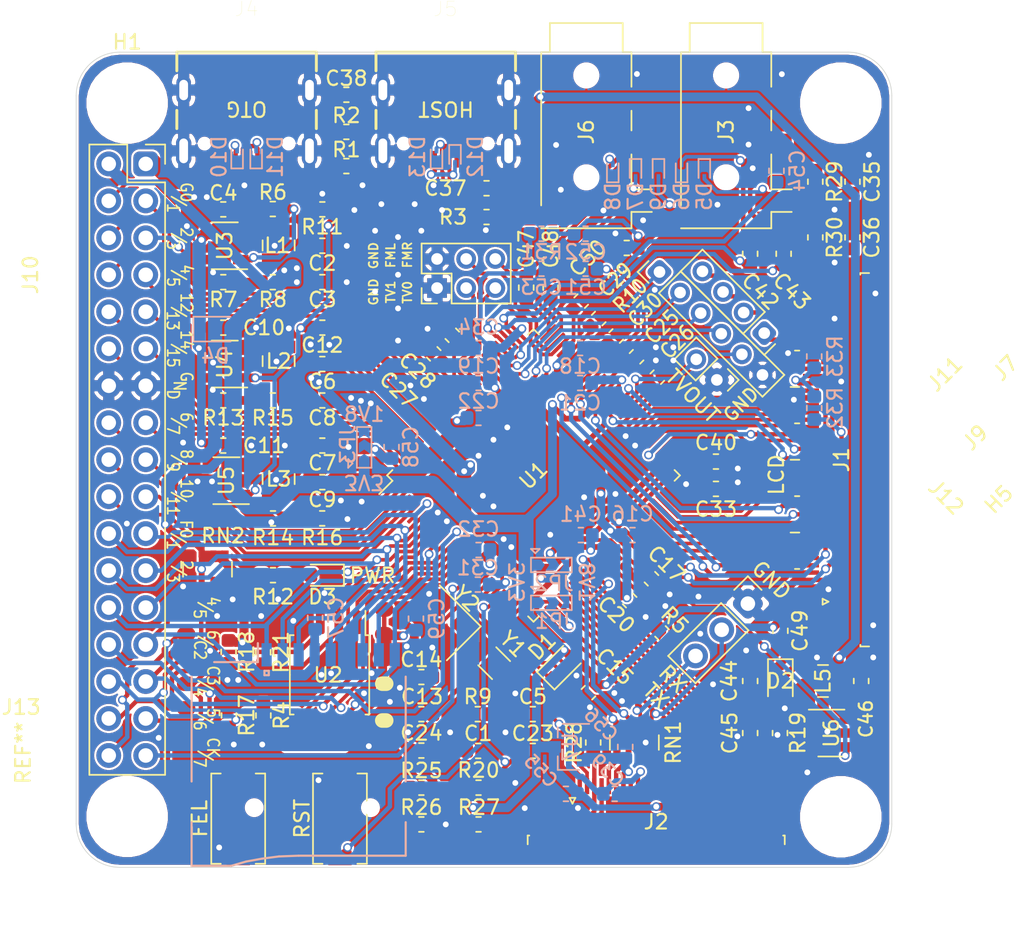
<source format=kicad_pcb>
(kicad_pcb (version 20171130) (host pcbnew "(5.1.6)-1")
  (layers (0 F.Cu signal) (31 B.Cu signal) (34 B.Paste user hide) (35 F.Paste user hide) (36 B.SilkS user) (37 F.SilkS user) (38 B.Mask user) (39 F.Mask user) (44 Edge.Cuts user))
  (net 0 "")
  (net 1 GND)
  (net 2 "Net-(C1-Pad1)")
  (net 3 +3V3)
  (net 4 +5V)
  (net 5 "Net-(C5-Pad1)")
  (net 6 +1V8)
  (net 7 /VDD-CORE)
  (net 8 "Net-(C12-Pad1)")
  (net 9 /DXIN)
  (net 10 /DXOUT)
  (net 11 /RST)
  (net 12 "Net-(C27-Pad1)")
  (net 13 "Net-(C28-Pad1)")
  (net 14 "Net-(D1-Pad1)")
  (net 15 /LCD_A)
  (net 16 "Net-(J1-Pad40)")
  (net 17 "Net-(J1-Pad39)")
  (net 18 "Net-(J1-Pad38)")
  (net 19 "Net-(J1-Pad37)")
  (net 20 "Net-(J1-Pad35)")
  (net 21 /LCD0-DE)
  (net 22 /LCD0-VSYNC)
  (net 23 /LCD0-HSYNC)
  (net 24 /LCD0-CLK)
  (net 25 /LCD0-D23)
  (net 26 /LCD0-D22)
  (net 27 /LCD0-D21)
  (net 28 /LCD0-D20)
  (net 29 /LCD0-D19)
  (net 30 /LCD0-D18)
  (net 31 /LCD0-D17)
  (net 32 /LCD0-D16)
  (net 33 /LCD0-D15)
  (net 34 /LCD0-D14)
  (net 35 /LCD0-D13)
  (net 36 /LCD0-D12)
  (net 37 /LCD0-D11)
  (net 38 /LCD0-D10)
  (net 39 /LCD0-D9)
  (net 40 /LCD0-D8)
  (net 41 /LCD0-D7)
  (net 42 /LCD0-D6)
  (net 43 /LCD0-D5)
  (net 44 /LCD0-D4)
  (net 45 /LCD0-D3)
  (net 46 /LCD0-D2)
  (net 47 /LCD0-D1)
  (net 48 /LCD0-D0)
  (net 49 /LCD_K)
  (net 50 /NCSI0-D0)
  (net 51 /NCSI0-D1)
  (net 52 /NCSI0-D2)
  (net 53 /NCSI0-D3)
  (net 54 /NCSI0-D4)
  (net 55 /NCSI0-D5)
  (net 56 /NCSI0-D6)
  (net 57 /NCSI0-D7)
  (net 58 "Net-(J2-Pad13)")
  (net 59 "Net-(J2-Pad12)")
  (net 60 /CSI-AVDD)
  (net 61 /CSI-DVDD)
  (net 62 "Net-(J2-Pad7)")
  (net 63 "Net-(J2-Pad6)")
  (net 64 /CSI-PWDN)
  (net 65 /CSI-RST#)
  (net 66 /TWI2-SCK)
  (net 67 /TWI2-SDA)
  (net 68 /HPOUTR)
  (net 69 /HPOUTL)
  (net 70 "Net-(J4-PadB8)")
  (net 71 "Net-(J4-PadA5)")
  (net 72 "Net-(J4-PadB5)")
  (net 73 "Net-(J4-PadA8)")
  (net 74 "Net-(J5-PadB8)")
  (net 75 "Net-(J5-PadA5)")
  (net 76 "Net-(J5-PadB5)")
  (net 77 "Net-(J5-PadA8)")
  (net 78 /LINEL)
  (net 79 /LINER)
  (net 80 "Net-(J6-PadS)")
  (net 81 /PG5)
  (net 82 /PC2)
  (net 83 /PG4)
  (net 84 /PC3)
  (net 85 /PG3)
  (net 86 /PC4)
  (net 87 /PG2)
  (net 88 /PC5)
  (net 89 /PG1)
  (net 90 /PC6)
  (net 91 /PG0)
  (net 92 /PG12)
  (net 93 /PF6)
  (net 94 /PG13)
  (net 95 /PF5)
  (net 96 /PF4)
  (net 97 /PF3)
  (net 98 /PF2)
  (net 99 /PG10)
  (net 100 /PF1)
  (net 101 /PG9)
  (net 102 /PF0)
  (net 103 /PG8)
  (net 104 /PG7)
  (net 105 /PG6)
  (net 106 /TP_Y2)
  (net 107 /TP_Y1)
  (net 108 /TP_X2)
  (net 109 /TP_X1)
  (net 110 /GPADC0)
  (net 111 "Net-(L1-Pad2)")
  (net 112 "Net-(L2-Pad2)")
  (net 113 "Net-(L3-Pad2)")
  (net 114 /NCSI0-VSYNC)
  (net 115 /NCSI0-HSYNC)
  (net 116 /NCSI0-PCLK)
  (net 117 /NCSI0-MCLK)
  (net 118 "Net-(R5-Pad1)")
  (net 119 "Net-(R6-Pad2)")
  (net 120 "Net-(R7-Pad1)")
  (net 121 "Net-(R10-Pad2)")
  (net 122 "Net-(R13-Pad1)")
  (net 123 "Net-(R14-Pad1)")
  (net 124 "Net-(U1-Pad106)")
  (net 125 /HPOUTFB)
  (net 126 /LCD0_PWM)
  (net 127 /CLKO)
  (net 128 "Net-(C29-Pad2)")
  (net 129 "Net-(C30-Pad2)")
  (net 130 /FMINR)
  (net 131 /TVIN1)
  (net 132 /FMINL)
  (net 133 /TVIN0)
  (net 134 /PG14)
  (net 135 /PG15)
  (net 136 /PG11)
  (net 137 /TVOUT)
  (net 138 "Net-(D3-Pad2)")
  (net 139 "Net-(C35-Pad2)")
  (net 140 "Net-(C36-Pad2)")
  (net 141 /VCC_PD)
  (net 142 /VCC_PE)
  (net 143 /VCC_PG)
  (net 144 /LDOB-OUT)
  (net 145 "Net-(C42-Pad1)")
  (net 146 "Net-(C43-Pad1)")
  (net 147 "Net-(C47-Pad1)")
  (net 148 "Net-(C48-Pad1)")
  (net 149 /MIC3P)
  (net 150 /MIC3N)
  (net 151 /HS_MIC)
  (net 152 /USB0_N)
  (net 153 /USB0_P)
  (net 154 /USB1_N)
  (net 155 /USB1_P)
  (net 156 /DISP)
  (net 157 /PC7)
  (net 158 "Net-(D2-Pad2)")
  (net 159 "Net-(J13-Pad9)")
  (net 160 "Net-(J13-Pad10)")
  (module Diode_SMD:D_SOD-923 (layer B.Cu) (at 124.7394 107.188 90)
    (fp_text reference D13 (at 0 -1.3081 90) (layer B.SilkS) (effects (justify mirror)))
    (fp_text value ESD9B3.3ST5G)
    (pad 2 smd rect (at 0.42 0 270) (size 0.36 0.25) (layers B.Cu B.Paste B.Mask) (net 154 /USB1_N))
    (pad 1 smd rect (at -0.42 0 270) (size 0.36 0.25) (layers B.Cu B.Paste B.Mask) (net 1 GND))
  )
  (module Diode_SMD:D_SOD-923 (layer B.Cu) (at 126.0094 107.1753 270)
    (fp_text reference D12 (at 0 -1.397 90) (layer B.SilkS) (effects (justify mirror)))
    (fp_text value ESD9B3.3ST5G)
    (pad 2 smd rect (at 0.42 0 90) (size 0.36 0.25) (layers B.Cu B.Paste B.Mask) (net 155 /USB1_P))
    (pad 1 smd rect (at -0.42 0 90) (size 0.36 0.25) (layers B.Cu B.Paste B.Mask) (net 1 GND))
  )
  (module Diode_SMD:D_SOD-923 (layer B.Cu) (at 112.3569 107.188 90)
    (fp_text reference D11 (at 0 1.3081 270) (layer B.SilkS) (effects (justify mirror)))
    (fp_text value ESD9B3.3ST5G)
    (pad 2 smd rect (at 0.42 0 270) (size 0.36 0.25) (layers B.Cu B.Paste B.Mask) (net 152 /USB0_N))
    (pad 1 smd rect (at -0.42 0 270) (size 0.36 0.25) (layers B.Cu B.Paste B.Mask) (net 1 GND))
  )
  (module Diode_SMD:D_SOD-923 (layer B.Cu) (at 111.0488 107.188 90)
    (fp_text reference D10 (at 0 -1.2446 90) (layer B.SilkS) (effects (justify mirror)))
    (fp_text value ESD9B3.3ST5G)
    (pad 2 smd rect (at 0.42 0 270) (size 0.36 0.25) (layers B.Cu B.Paste B.Mask) (net 153 /USB0_P))
    (pad 1 smd rect (at -0.42 0 270) (size 0.36 0.25) (layers B.Cu B.Paste B.Mask) (net 1 GND))
  )
  (module Diode_SMD:D_SOD-923 (layer B.Cu) (at 139.9794 108.1405 270)
    (fp_text reference D9 (at 1.778 0 90) (layer B.SilkS) (effects (justify mirror)))
    (fp_text value ESD9B3.3ST5G)
    (pad 2 smd rect (at 0.42 0 90) (size 0.36 0.25) (layers B.Cu B.Paste B.Mask) (net 151 /HS_MIC))
    (pad 1 smd rect (at -0.42 0 90) (size 0.36 0.25) (layers B.Cu B.Paste B.Mask) (net 1 GND))
  )
  (module Capacitor_SMD:C_0603_1608Metric (layer B.Cu) (at 123.3297 138.9126 90)
    (fp_text reference C59 (at 0 1.43 90) (layer B.SilkS) (effects (justify mirror)))
    (fp_text value 0.1u)
    (pad 2 smd roundrect (at 0.7875 0 90) (size 0.875 0.95) (layers B.Cu B.Paste B.Mask) (net 1 GND))
    (pad 1 smd roundrect (at -0.7875 0 90) (size 0.875 0.95) (layers B.Cu B.Paste B.Mask) (net 3 +3V3))
  )
  (module Resistor_SMD:R_0603_1608Metric (layer F.Cu) (at 113.5126 135.9281)
    (fp_text reference R12 (at 0 1.4859) (layer F.SilkS))
    (fp_text value 5.1k)
    (pad 2 smd roundrect (at 0.7875 0) (size 0.875 0.95) (layers F.Cu F.Paste F.Mask) (net 138 "Net-(D3-Pad2)"))
    (pad 1 smd roundrect (at -0.7875 0) (size 0.875 0.95) (layers F.Cu F.Paste F.Mask) (net 3 +3V3))
  )
  (module 8189ftvMod:8189Mod (layer F.Cu) (at 114.3508 143.383 180)
    (fp_text reference J13 (at 18.1229 -1.6129) (layer F.SilkS))
    (fp_text value RTL8189FTV_Mod)
    (fp_text user REF** (at 17.9959 -4.7498 270) (layer F.SilkS))
    (pad 1 smd oval (at 6.8 5.1 180) (size 1.27 1) (layers F.Cu F.Paste F.Mask) (net 84 /PC3))
    (pad 2 smd oval (at 6.8 3.4 180) (size 1.27 1) (layers F.Cu F.Paste F.Mask) (net 157 /PC7))
    (pad 3 smd oval (at 6.8 1.7 180) (size 1.27 1) (layers F.Cu F.Paste F.Mask) (net 86 /PC4))
    (pad 4 smd oval (at 6.8 0 180) (size 1.27 1) (layers F.Cu F.Paste F.Mask) (net 88 /PC5))
    (pad 5 smd oval (at 6.8 -1.7 180) (size 1.27 1) (layers F.Cu F.Paste F.Mask) (net 90 /PC6))
    (pad 6 smd oval (at 6.8 -3.4 180) (size 1.27 1) (layers F.Cu F.Paste F.Mask) (net 82 /PC2))
    (pad 7 smd oval (at 6.8 -5.1 180) (size 1.27 1) (layers F.Cu F.Paste F.Mask) (net 1 GND))
    (pad 13 smd oval (at -6.8 5.1 180) (size 1.27 1) (layers F.Cu F.Paste F.Mask) (net 3 +3V3))
    (pad 12 smd oval (at -6.8 3.4 180) (size 1.27 1) (layers F.Cu F.Paste F.Mask) (net 3 +3V3))
    (pad 10 smd oval (at -6.8 0 180) (size 1.27 1) (layers F.SilkS) (net 160 "Net-(J13-Pad10)"))
    (pad 11 smd oval (at -6.8 1.7 180) (size 1.27 1) (layers F.Cu F.Paste F.Mask) (net 3 +3V3))
    (pad 9 smd oval (at -6.8 -2.53 180) (size 1.27 1) (layers F.SilkS) (net 159 "Net-(J13-Pad9)"))
    (pad 8 smd oval (at -6.8 -4.78 180) (size 1.27 1) (layers F.Cu F.Paste F.Mask) (net 1 GND))
  )
  (module Resistor_SMD:R_Array_Convex_4x0603 (layer F.Cu) (at 109.0168 135.5344 270)
    (fp_text reference RN2 (at -2.3114 -1.0668 180) (layer F.SilkS))
    (fp_text value R_Pack04)
    (pad 5 smd rect (at 0.9 1.2 270) (size 0.8 0.5) (layers F.Cu F.Paste F.Mask) (net 1 GND))
    (pad 6 smd rect (at 0.9 0.4 270) (size 0.8 0.4) (layers F.Cu F.Paste F.Mask) (net 97 /PF3))
    (pad 8 smd rect (at 0.9 -1.2 270) (size 0.8 0.5) (layers F.Cu F.Paste F.Mask) (net 84 /PC3))
    (pad 7 smd rect (at 0.9 -0.4 270) (size 0.8 0.4) (layers F.Cu F.Paste F.Mask) (net 93 /PF6))
    (pad 4 smd rect (at -0.9 1.2 270) (size 0.8 0.5) (layers F.Cu F.Paste F.Mask) (net 1 GND))
    (pad 2 smd rect (at -0.9 -0.4 270) (size 0.8 0.4) (layers F.Cu F.Paste F.Mask) (net 3 +3V3))
    (pad 3 smd rect (at -0.9 0.4 270) (size 0.8 0.4) (layers F.Cu F.Paste F.Mask) (net 3 +3V3))
    (pad 1 smd rect (at -0.9 -1.2 270) (size 0.8 0.5) (layers F.Cu F.Paste F.Mask) (net 3 +3V3))
  )
  (module Diode_SMD:D_SOD-923 (layer B.Cu) (at 136.8425 108.1405 90)
    (fp_text reference D8 (at -1.778 0 90) (layer B.SilkS) (effects (justify mirror)))
    (fp_text value ESD9B3.3ST5G)
    (pad 2 smd rect (at 0.42 0 270) (size 0.36 0.25) (layers B.Cu B.Paste B.Mask) (net 147 "Net-(C47-Pad1)"))
    (pad 1 smd rect (at -0.42 0 270) (size 0.36 0.25) (layers B.Cu B.Paste B.Mask) (net 1 GND))
  )
  (module Diode_SMD:D_SOD-923 (layer B.Cu) (at 138.4046 108.1405 270)
    (fp_text reference D7 (at 1.778 0 270) (layer B.SilkS) (effects (justify mirror)))
    (fp_text value ESD9B3.3ST5G)
    (pad 2 smd rect (at 0.42 0 90) (size 0.36 0.25) (layers B.Cu B.Paste B.Mask) (net 148 "Net-(C48-Pad1)"))
    (pad 1 smd rect (at -0.42 0 90) (size 0.36 0.25) (layers B.Cu B.Paste B.Mask) (net 1 GND))
  )
  (module Diode_SMD:D_SOD-923 (layer B.Cu) (at 141.5669 108.1405 90)
    (fp_text reference D6 (at -1.778 0 270) (layer B.SilkS) (effects (justify mirror)))
    (fp_text value ESD9B3.3ST5G)
    (pad 2 smd rect (at 0.42 0 270) (size 0.36 0.25) (layers B.Cu B.Paste B.Mask) (net 145 "Net-(C42-Pad1)"))
    (pad 1 smd rect (at -0.42 0 270) (size 0.36 0.25) (layers B.Cu B.Paste B.Mask) (net 1 GND))
  )
  (module Diode_SMD:D_SOD-923 (layer B.Cu) (at 143.129 108.1405 270)
    (fp_text reference D5 (at 1.778 0 90) (layer B.SilkS) (effects (justify mirror)))
    (fp_text value ESD9B3.3ST5G)
    (pad 2 smd rect (at 0.42 0 90) (size 0.36 0.25) (layers B.Cu B.Paste B.Mask) (net 146 "Net-(C43-Pad1)"))
    (pad 1 smd rect (at -0.42 0 90) (size 0.36 0.25) (layers B.Cu B.Paste B.Mask) (net 1 GND))
  )
  (module MountingHole:MountingHole_3.2mm_M3 (layer F.Cu) (at 103.5 152.5)
    (fp_text reference H3 (at 0.05 0) (layer F.SilkS))
    (fp_text value MountingHole)
    (pad "" np_thru_hole circle (at 0 0) (size 3.2 3.2) (drill 3.2) (layers *.Cu *.Mask) (clearance 1.2))
  )
  (module MountingHole:MountingHole_3.2mm_M3 (layer F.Cu) (at 152.5 103.5)
    (fp_text reference H2 (at 0 -0.05) (layer F.SilkS))
    (fp_text value MountingHole)
    (pad "" np_thru_hole circle (at 0 0) (size 3.2 3.2) (drill 3.2) (layers *.Cu *.Mask) (clearance 1.2))
  )
  (module Connector_PinHeader_2.00mm:PinHeader_2x03_P2.00mm_Vertical (layer F.Cu) (at 124.7775 116.205 90)
    (fp_text reference J10 (at 0.9144 -27.9146 90) (layer F.SilkS))
    (fp_text value Conn_02x03_Odd_Even)
    (pad 6 thru_hole oval (at 2 4 90) (size 1.35 1.35) (drill 0.8) (layers *.Cu *.Mask) (net 132 /FMINL))
    (pad 5 thru_hole oval (at 0 4 90) (size 1.35 1.35) (drill 0.8) (layers *.Cu *.Mask) (net 133 /TVIN0))
    (pad 4 thru_hole oval (at 2 2 90) (size 1.35 1.35) (drill 0.8) (layers *.Cu *.Mask) (net 130 /FMINR))
    (pad 3 thru_hole oval (at 0 2 90) (size 1.35 1.35) (drill 0.8) (layers *.Cu *.Mask) (net 131 /TVIN1))
    (pad 2 thru_hole oval (at 2 0 90) (size 1.35 1.35) (drill 0.8) (layers *.Cu *.Mask) (net 1 GND))
    (pad 1 thru_hole rect (at 0 0 90) (size 1.35 1.35) (drill 0.8) (layers *.Cu *.Mask) (net 1 GND))
  )
  (module Button_Switch_SMD:SW_SPST_EVQPE1 (layer F.Cu) (at 111.125 152.654 90)
    (fp_text reference FEL (at 0 -2.65 90) (layer F.SilkS))
    (fp_text value SW_SPST)
    (pad 1 smd rect (at -2.7 0 90) (size 1 1.6) (layers F.Cu F.Paste F.Mask) (net 1 GND))
    (pad 2 smd rect (at 2.7 0 90) (size 1 1.6) (layers F.Cu F.Paste F.Mask) (net 88 /PC5))
  )
  (module Button_Switch_SMD:SW_SPST_EVQPE1 (layer F.Cu) (at 118.11 152.654 270)
    (fp_text reference RST (at 0 2.6035 90) (layer F.SilkS))
    (fp_text value SW_SPST)
    (pad 1 smd rect (at -2.7 0 270) (size 1 1.6) (layers F.Cu F.Paste F.Mask) (net 1 GND))
    (pad 2 smd rect (at 2.7 0 270) (size 1 1.6) (layers F.Cu F.Paste F.Mask) (net 11 /RST))
  )
  (module Capacitor_SMD:C_0603_1608Metric (layer B.Cu) (at 121.65 127.125 270)
    (fp_text reference C58 (at 0 -1.325 90) (layer B.SilkS) (effects (justify mirror)))
    (fp_text value 0.1u)
    (pad 1 smd roundrect (at -0.7875 0 270) (size 0.875 0.95) (layers B.Cu B.Paste B.Mask) (net 1 GND))
    (pad 2 smd roundrect (at 0.7875 0 270) (size 0.875 0.95) (layers B.Cu B.Paste B.Mask) (net 143 /VCC_PG))
  )
  (module Capacitor_SMD:C_0603_1608Metric (layer B.Cu) (at 116.4082 138.8618 90)
    (fp_text reference C57 (at 0 1.43 90) (layer B.SilkS) (effects (justify mirror)))
    (fp_text value 0.1u)
    (pad 2 smd roundrect (at 0.7875 0 90) (size 0.875 0.95) (layers B.Cu B.Paste B.Mask) (net 1 GND))
    (pad 1 smd roundrect (at -0.7875 0 90) (size 0.875 0.95) (layers B.Cu B.Paste B.Mask) (net 3 +3V3))
  )
  (module RISCVlogo:rvlogo_inv (layer B.Cu) (at 144.55 149.825 180)
    (fp_text reference Ref** hide)
    (fp_text value Val** hide)
  )
  (module Resistor_SMD:R_0603_1608Metric (layer B.Cu) (at 150.675 120.9 90)
    (fp_text reference R33 (at 0 1.43 90) (layer B.SilkS) (effects (justify mirror)))
    (fp_text value 10k)
    (pad 2 smd roundrect (at 0.7875 0 90) (size 0.875 0.95) (layers B.Cu B.Paste B.Mask) (net 1 GND))
    (pad 1 smd roundrect (at -0.7875 0 90) (size 0.875 0.95) (layers B.Cu B.Paste B.Mask) (net 156 /DISP))
  )
  (module Resistor_SMD:R_0603_1608Metric (layer B.Cu) (at 150.675 124.45 90)
    (fp_text reference R32 (at 0 1.43 90) (layer B.SilkS) (effects (justify mirror)))
    (fp_text value 10k)
    (pad 2 smd roundrect (at 0.7875 0 90) (size 0.875 0.95) (layers B.Cu B.Paste B.Mask) (net 156 /DISP))
    (pad 1 smd roundrect (at -0.7875 0 90) (size 0.875 0.95) (layers B.Cu B.Paste B.Mask) (net 3 +3V3))
  )
  (module Diode_SMD:D_SOD-323 (layer B.Cu) (at 109.55 119.025)
    (fp_text reference D4 (at 0 1.85) (layer B.SilkS) (effects (justify mirror)))
    (fp_text value D)
    (pad 2 smd rect (at 1.05 0) (size 0.6 0.45) (layers B.Cu B.Paste B.Mask) (net 3 +3V3))
    (pad 1 smd rect (at -1.05 0) (size 0.6 0.45) (layers B.Cu B.Paste B.Mask) (net 4 +5V))
  )
  (module Connector_FFC-FPC:TE_2-1734839-4_1x24-1MP_P0.5mm_Horizontal (layer F.Cu) (at 139.825 151.775)
    (fp_text reference J2 (at 0 1.1) (layer F.SilkS))
    (fp_text value Conn_01x24_MountingPin)
    (pad 1 smd rect (at -5.75 -1.35) (size 0.3 1.1) (layers F.Cu F.Paste F.Mask) (net 1 GND))
    (pad 2 smd rect (at -5.25 -1.35) (size 0.3 1.1) (layers F.Cu F.Paste F.Mask) (net 67 /TWI2-SDA))
    (pad 3 smd rect (at -4.75 -1.35) (size 0.3 1.1) (layers F.Cu F.Paste F.Mask) (net 66 /TWI2-SCK))
    (pad 4 smd rect (at -4.25 -1.35) (size 0.3 1.1) (layers F.Cu F.Paste F.Mask) (net 65 /CSI-RST#))
    (pad 5 smd rect (at -3.75 -1.35) (size 0.3 1.1) (layers F.Cu F.Paste F.Mask) (net 64 /CSI-PWDN))
    (pad 6 smd rect (at -3.25 -1.35) (size 0.3 1.1) (layers F.Cu F.Paste F.Mask) (net 63 "Net-(J2-Pad6)"))
    (pad 7 smd rect (at -2.75 -1.35) (size 0.3 1.1) (layers F.Cu F.Paste F.Mask) (net 62 "Net-(J2-Pad7)"))
    (pad 8 smd rect (at -2.25 -1.35) (size 0.3 1.1) (layers F.Cu F.Paste F.Mask) (net 61 /CSI-DVDD))
    (pad 9 smd rect (at -1.75 -1.35) (size 0.3 1.1) (layers F.Cu F.Paste F.Mask) (net 60 /CSI-AVDD))
    (pad 10 smd rect (at -1.25 -1.35) (size 0.3 1.1) (layers F.Cu F.Paste F.Mask) (net 60 /CSI-AVDD))
    (pad 11 smd rect (at -0.75 -1.35) (size 0.3 1.1) (layers F.Cu F.Paste F.Mask) (net 1 GND))
    (pad 12 smd rect (at -0.25 -1.35) (size 0.3 1.1) (layers F.Cu F.Paste F.Mask) (net 59 "Net-(J2-Pad12)"))
    (pad 13 smd rect (at 0.25 -1.35) (size 0.3 1.1) (layers F.Cu F.Paste F.Mask) (net 58 "Net-(J2-Pad13)"))
    (pad 14 smd rect (at 0.75 -1.35) (size 0.3 1.1) (layers F.Cu F.Paste F.Mask) (net 1 GND))
    (pad 15 smd rect (at 1.25 -1.35) (size 0.3 1.1) (layers F.Cu F.Paste F.Mask) (net 57 /NCSI0-D7))
    (pad 16 smd rect (at 1.75 -1.35) (size 0.3 1.1) (layers F.Cu F.Paste F.Mask) (net 56 /NCSI0-D6))
    (pad 17 smd rect (at 2.25 -1.35) (size 0.3 1.1) (layers F.Cu F.Paste F.Mask) (net 55 /NCSI0-D5))
    (pad 18 smd rect (at 2.75 -1.35) (size 0.3 1.1) (layers F.Cu F.Paste F.Mask) (net 54 /NCSI0-D4))
    (pad 19 smd rect (at 3.25 -1.35) (size 0.3 1.1) (layers F.Cu F.Paste F.Mask) (net 53 /NCSI0-D3))
    (pad 20 smd rect (at 3.75 -1.35) (size 0.3 1.1) (layers F.Cu F.Paste F.Mask) (net 52 /NCSI0-D2))
    (pad 21 smd rect (at 4.25 -1.35) (size 0.3 1.1) (layers F.Cu F.Paste F.Mask) (net 51 /NCSI0-D1))
    (pad 22 smd rect (at 4.75 -1.35) (size 0.3 1.1) (layers F.Cu F.Paste F.Mask) (net 50 /NCSI0-D0))
    (pad 23 smd rect (at 5.25 -1.35) (size 0.3 1.1) (layers F.Cu F.Paste F.Mask) (net 3 +3V3))
    (pad 24 smd rect (at 5.75 -1.35) (size 0.3 1.1) (layers F.Cu F.Paste F.Mask) (net 3 +3V3))
    (pad MP smd rect (at -7.42 0.35) (size 2.3 3.1) (layers F.Cu F.Paste F.Mask) (net 1 GND))
    (pad MP smd rect (at 7.42 0.35) (size 2.3 3.1) (layers F.Cu F.Paste F.Mask) (net 1 GND))
  )
  (module Package_TO_SOT_SMD:SOT-23 (layer B.Cu) (at 133.825 147.725 180)
    (fp_text reference U7 (at -0.1 0 270) (layer B.SilkS) (effects (justify mirror)))
    (fp_text value XC6206PxxxMR)
    (pad 3 smd rect (at 1 0 180) (size 0.9 0.8) (layers B.Cu B.Paste B.Mask) (net 3 +3V3))
    (pad 2 smd rect (at -1 -0.95 180) (size 0.9 0.8) (layers B.Cu B.Paste B.Mask) (net 61 /CSI-DVDD))
    (pad 1 smd rect (at -1 0.95 180) (size 0.9 0.8) (layers B.Cu B.Paste B.Mask) (net 1 GND))
  )
  (module Capacitor_SMD:C_0603_1608Metric (layer B.Cu) (at 137.7 147.725 90)
    (fp_text reference C56 (at 1.525 -1.675 315) (layer B.SilkS) (effects (font (size 0.9 0.9)) (justify mirror)))
    (fp_text value 0.1u)
    (pad 2 smd roundrect (at 0.7875 0 90) (size 0.875 0.95) (layers B.Cu B.Paste B.Mask) (net 1 GND))
    (pad 1 smd roundrect (at -0.7875 0 90) (size 0.875 0.95) (layers B.Cu B.Paste B.Mask) (net 61 /CSI-DVDD))
  )
  (module Capacitor_SMD:C_0603_1608Metric (layer B.Cu) (at 133.625 150.95 180)
    (fp_text reference C55 (at 1.725 1.575 135) (layer B.SilkS) (effects (font (size 0.9 0.9)) (justify mirror)))
    (fp_text value 10u)
    (pad 2 smd roundrect (at 0.7875 0 180) (size 0.875 0.95) (layers B.Cu B.Paste B.Mask) (net 1 GND))
    (pad 1 smd roundrect (at -0.7875 0 180) (size 0.875 0.95) (layers B.Cu B.Paste B.Mask) (net 3 +3V3))
  )
  (module Capacitor_SMD:C_0603_1608Metric (layer B.Cu) (at 148.082 108.15 90)
    (fp_text reference C54 (at 0 1.43 90) (layer B.SilkS) (effects (justify mirror)))
    (fp_text value 0.1u)
    (pad 2 smd roundrect (at 0.7875 0 90) (size 0.875 0.95) (layers B.Cu B.Paste B.Mask) (net 1 GND))
    (pad 1 smd roundrect (at -0.7875 0 90) (size 0.875 0.95) (layers B.Cu B.Paste B.Mask) (net 125 /HPOUTFB))
  )
  (module Resistor_SMD:R_0603_1608Metric (layer B.Cu) (at 131.95 112.475)
    (fp_text reference R31 (at 0 1.25) (layer B.SilkS) (effects (justify mirror)))
    (fp_text value 2.2k)
    (pad 2 smd roundrect (at 0.7875 0) (size 0.875 0.95) (layers B.Cu B.Paste B.Mask) (net 151 /HS_MIC))
    (pad 1 smd roundrect (at -0.7875 0) (size 0.875 0.95) (layers B.Cu B.Paste B.Mask) (net 6 +1V8))
  )
  (module Capacitor_SMD:C_0603_1608Metric (layer B.Cu) (at 131.95 114.875)
    (fp_text reference C53 (at 0 1.275) (layer B.SilkS) (effects (justify mirror)))
    (fp_text value 10u)
    (pad 2 smd roundrect (at 0.7875 0) (size 0.875 0.95) (layers B.Cu B.Paste B.Mask) (net 1 GND))
    (pad 1 smd roundrect (at -0.7875 0) (size 0.875 0.95) (layers B.Cu B.Paste B.Mask) (net 6 +1V8))
  )
  (module Capacitor_SMD:C_0603_1608Metric (layer B.Cu) (at 134.975 112.475)
    (fp_text reference C52 (at 0 1.25) (layer B.SilkS) (effects (justify mirror)))
    (fp_text value 33p)
    (pad 2 smd roundrect (at 0.7875 0) (size 0.875 0.95) (layers B.Cu B.Paste B.Mask) (net 1 GND))
    (pad 1 smd roundrect (at -0.7875 0) (size 0.875 0.95) (layers B.Cu B.Paste B.Mask) (net 151 /HS_MIC))
  )
  (module Capacitor_SMD:C_0603_1608Metric (layer B.Cu) (at 134.975 114.875 180)
    (fp_text reference C51 (at 0 -1.275) (layer B.SilkS) (effects (justify mirror)))
    (fp_text value 0.1u)
    (pad 2 smd roundrect (at 0.7875 0 180) (size 0.875 0.95) (layers B.Cu B.Paste B.Mask) (net 1 GND))
    (pad 1 smd roundrect (at -0.7875 0 180) (size 0.875 0.95) (layers B.Cu B.Paste B.Mask) (net 150 /MIC3N))
  )
  (module Capacitor_SMD:C_0603_1608Metric (layer F.Cu) (at 137.8 113.45)
    (fp_text reference C50 (at -2.675 0.7 45) (layer F.SilkS))
    (fp_text value 0.1u)
    (pad 2 smd roundrect (at 0.7875 0) (size 0.875 0.95) (layers F.Cu F.Paste F.Mask) (net 151 /HS_MIC))
    (pad 1 smd roundrect (at -0.7875 0) (size 0.875 0.95) (layers F.Cu F.Paste F.Mask) (net 149 /MIC3P))
  )
  (module Capacitor_SMD:C_0603_1608Metric (layer F.Cu) (at 148.35 139.75 270)
    (fp_text reference C49 (at 0 -1.35 90) (layer F.SilkS))
    (fp_text value 0.1u)
    (pad 2 smd roundrect (at 0.7875 0 270) (size 0.875 0.95) (layers F.Cu F.Paste F.Mask) (net 1 GND))
    (pad 1 smd roundrect (at -0.7875 0 270) (size 0.875 0.95) (layers F.Cu F.Paste F.Mask) (net 3 +3V3))
  )
  (module Capacitor_SMD:C_0603_1608Metric (layer F.Cu) (at 132.575 116.175 270)
    (fp_text reference C48 (at -2.65 0 90) (layer F.SilkS) (effects (font (size 1 0.9))))
    (fp_text value 0.1u)
    (pad 2 smd roundrect (at 0.7875 0 270) (size 0.875 0.95) (layers F.Cu F.Paste F.Mask) (net 79 /LINER))
    (pad 1 smd roundrect (at -0.7875 0 270) (size 0.875 0.95) (layers F.Cu F.Paste F.Mask) (net 148 "Net-(C48-Pad1)"))
  )
  (module Capacitor_SMD:C_0603_1608Metric (layer F.Cu) (at 130.9 116.175 270)
    (fp_text reference C47 (at -2.65 0 90) (layer F.SilkS) (effects (font (size 1 0.9))))
    (fp_text value 0.1u)
    (pad 2 smd roundrect (at 0.7875 0 270) (size 0.875 0.95) (layers F.Cu F.Paste F.Mask) (net 78 /LINEL))
    (pad 1 smd roundrect (at -0.7875 0 270) (size 0.875 0.95) (layers F.Cu F.Paste F.Mask) (net 147 "Net-(C47-Pad1)"))
  )
  (module Capacitor_SMD:C_0603_1608Metric (layer F.Cu) (at 153.9 143.2 90)
    (fp_text reference C46 (at -2.6 0.325 90) (layer F.SilkS) (effects (font (size 0.9 0.9))))
    (fp_text value 10u)
    (pad 2 smd roundrect (at 0.7875 0 90) (size 0.875 0.95) (layers F.Cu F.Paste F.Mask) (net 1 GND))
    (pad 1 smd roundrect (at -0.7875 0 90) (size 0.875 0.95) (layers F.Cu F.Paste F.Mask) (net 4 +5V))
  )
  (module Capacitor_SMD:C_0603_1608Metric (layer F.Cu) (at 146.275 146.775 270)
    (fp_text reference C45 (at 0 1.4 90) (layer F.SilkS))
    (fp_text value 0.1u)
    (pad 2 smd roundrect (at 0.7875 0 270) (size 0.875 0.95) (layers F.Cu F.Paste F.Mask) (net 1 GND))
    (pad 1 smd roundrect (at -0.7875 0 270) (size 0.875 0.95) (layers F.Cu F.Paste F.Mask) (net 15 /LCD_A))
  )
  (module Capacitor_SMD:C_0603_1608Metric (layer F.Cu) (at 146.275 143.2 90)
    (fp_text reference C44 (at 0 -1.43 90) (layer F.SilkS))
    (fp_text value 10u)
    (pad 2 smd roundrect (at 0.7875 0 90) (size 0.875 0.95) (layers F.Cu F.Paste F.Mask) (net 1 GND))
    (pad 1 smd roundrect (at -0.7875 0 90) (size 0.875 0.95) (layers F.Cu F.Paste F.Mask) (net 15 /LCD_A))
  )
  (module Jumper:SolderJumper-3_P2.0mm_Open_TrianglePad1.0x1.5mm (layer B.Cu) (at 119.775 127.15 90)
    (fp_text reference JP3 (at 0.2 -1.125 90) (layer B.SilkS) (effects (justify mirror)))
    (fp_text value Jumper_3_Open)
    (pad 1 smd custom (at -0.95 0 90) (size 0.3 0.3) (layers B.Cu B.Mask) (net 3 +3V3) (options (clearance outline) (anchor rect)) (primitives (gr_poly (pts (xy -0.25 0.375) (xy 0.25 0.375) (xy 0.5 0) (xy 0.25 -0.375) (xy -0.25 -0.375)) (width 0))))
    (pad 2 smd custom (at 0.2 0 90) (size 0.3 0.3) (layers B.Cu B.Mask) (net 143 /VCC_PG) (options (clearance outline) (anchor rect)) (primitives (gr_poly (pts (xy -0.6 0.375) (xy 0.1 0.375) (xy 0.35 0) (xy 0.1 -0.375) (xy -0.6 -0.375) (xy -0.35 0)) (width 0))))
    (pad 3 smd custom (at 1.1 0 270) (size 0.2 0.2) (layers B.Cu B.Mask) (net 6 +1V8) (options (clearance outline) (anchor rect)) (primitives (gr_poly (pts (xy -0.125 0.375) (xy 0.5 0.375) (xy 0.25 0) (xy 0.5 -0.375) (xy -0.125 -0.375)) (width 0))))
  )
  (module Jumper:SolderJumper-3_P2.0mm_Open_TrianglePad1.0x1.5mm (layer B.Cu) (at 132.625 135.225)
    (fp_text reference JP2 (at 0.175 1.275) (layer B.SilkS) (effects (justify mirror)))
    (fp_text value Jumper_3_Open)
    (pad 3 smd custom (at 1.1 0 180) (size 0.2 0.2) (layers B.Cu B.Mask) (net 6 +1V8) (options (clearance outline) (anchor rect)) (primitives (gr_poly (pts (xy -0.125 0.375) (xy 0.5 0.375) (xy 0.25 0) (xy 0.5 -0.375) (xy -0.125 -0.375)) (width 0))))
    (pad 2 smd custom (at 0.2 0) (size 0.3 0.3) (layers B.Cu B.Mask) (net 141 /VCC_PD) (options (clearance outline) (anchor rect)) (primitives (gr_poly (pts (xy -0.6 0.375) (xy 0.1 0.375) (xy 0.35 0) (xy 0.1 -0.375) (xy -0.6 -0.375) (xy -0.35 0)) (width 0))))
    (pad 1 smd custom (at -0.95 0) (size 0.3 0.3) (layers B.Cu B.Mask) (net 3 +3V3) (options (clearance outline) (anchor rect)) (primitives (gr_poly (pts (xy -0.25 0.375) (xy 0.25 0.375) (xy 0.5 0) (xy 0.25 -0.375) (xy -0.25 -0.375)) (width 0))))
  )
  (module Jumper:SolderJumper-3_P2.0mm_Open_TrianglePad1.0x1.5mm (layer B.Cu) (at 132.625 137.825)
    (fp_text reference JP1 (at 0.225 1.275 180) (layer B.SilkS) (effects (justify mirror)))
    (fp_text value Jumper_3_Open)
    (pad 3 smd custom (at 1.1 0 180) (size 0.2 0.2) (layers B.Cu B.Mask) (net 6 +1V8) (options (clearance outline) (anchor rect)) (primitives (gr_poly (pts (xy -0.125 0.375) (xy 0.5 0.375) (xy 0.25 0) (xy 0.5 -0.375) (xy -0.125 -0.375)) (width 0))))
    (pad 2 smd custom (at 0.2 0) (size 0.3 0.3) (layers B.Cu B.Mask) (net 142 /VCC_PE) (options (clearance outline) (anchor rect)) (primitives (gr_poly (pts (xy -0.6 0.375) (xy 0.1 0.375) (xy 0.35 0) (xy 0.1 -0.375) (xy -0.6 -0.375) (xy -0.35 0)) (width 0))))
    (pad 1 smd custom (at -0.95 0) (size 0.3 0.3) (layers B.Cu B.Mask) (net 3 +3V3) (options (clearance outline) (anchor rect)) (primitives (gr_poly (pts (xy -0.25 0.375) (xy 0.25 0.375) (xy 0.5 0) (xy 0.25 -0.375) (xy -0.25 -0.375)) (width 0))))
  )
  (module Connector_Audio:Jack_3.5mm_PJ320D_Horizontal (layer F.Cu) (at 144.625 106.375 270)
    (fp_text reference J3 (at -0.9 0 90) (layer F.SilkS))
    (fp_text value AudioJack4)
    (pad "" np_thru_hole circle (at 2.225 0 270) (size 1.5 1.5) (drill 1.5) (layers *.Cu *.Mask))
    (pad "" np_thru_hole circle (at -4.775 0 270) (size 1.5 1.5) (drill 1.5) (layers *.Cu *.Mask))
    (pad R2 smd rect (at -3.175 -3.25 270) (size 1.2 2.5) (layers F.Cu F.Paste F.Mask) (net 1 GND))
    (pad R1 smd rect (at -0.175 -3.25 270) (size 1.2 2.5) (layers F.Cu F.Paste F.Mask) (net 145 "Net-(C42-Pad1)"))
    (pad T smd rect (at 3.825 -3.25 270) (size 1.2 2.5) (layers F.Cu F.Paste F.Mask) (net 146 "Net-(C43-Pad1)"))
    (pad S smd rect (at 4.925 3.25 270) (size 1.2 2.5) (layers F.Cu F.Paste F.Mask) (net 151 /HS_MIC))
  )
  (module Capacitor_SMD:C_0603_1608Metric (layer F.Cu) (at 148.575 113.85 270)
    (fp_text reference C43 (at 2.575 -0.55 135) (layer F.SilkS))
    (fp_text value 0.1u)
    (pad 2 smd roundrect (at 0.7875 0 270) (size 0.875 0.95) (layers F.Cu F.Paste F.Mask) (net 69 /HPOUTL))
    (pad 1 smd roundrect (at -0.7875 0 270) (size 0.875 0.95) (layers F.Cu F.Paste F.Mask) (net 146 "Net-(C43-Pad1)"))
  )
  (module Capacitor_SMD:C_0603_1608Metric (layer F.Cu) (at 146.275 113.85 270)
    (fp_text reference C42 (at 2.575 -0.7 315) (layer F.SilkS))
    (fp_text value 0.1u)
    (pad 2 smd roundrect (at 0.7875 0 270) (size 0.875 0.95) (layers F.Cu F.Paste F.Mask) (net 68 /HPOUTR))
    (pad 1 smd roundrect (at -0.7875 0 270) (size 0.875 0.95) (layers F.Cu F.Paste F.Mask) (net 145 "Net-(C42-Pad1)"))
  )
  (module Connector_FFC-FPC:TE_4-1734839-0_1x40-1MP_P0.5mm_Horizontal (layer F.Cu) (at 151.8 128 90)
    (fp_text reference J1 (at 0 0.75 90) (layer F.SilkS))
    (fp_text value Conn_01x40_MountingPin)
    (pad 1 smd rect (at -9.75 -1.35 90) (size 0.3 1.1) (layers F.Cu F.Paste F.Mask) (net 49 /LCD_K))
    (pad 2 smd rect (at -9.25 -1.35 90) (size 0.3 1.1) (layers F.Cu F.Paste F.Mask) (net 15 /LCD_A))
    (pad 3 smd rect (at -8.75 -1.35 90) (size 0.3 1.1) (layers F.Cu F.Paste F.Mask) (net 1 GND))
    (pad 4 smd rect (at -8.25 -1.35 90) (size 0.3 1.1) (layers F.Cu F.Paste F.Mask) (net 3 +3V3))
    (pad 5 smd rect (at -7.75 -1.35 90) (size 0.3 1.1) (layers F.Cu F.Paste F.Mask) (net 48 /LCD0-D0))
    (pad 6 smd rect (at -7.25 -1.35 90) (size 0.3 1.1) (layers F.Cu F.Paste F.Mask) (net 47 /LCD0-D1))
    (pad 7 smd rect (at -6.75 -1.35 90) (size 0.3 1.1) (layers F.Cu F.Paste F.Mask) (net 46 /LCD0-D2))
    (pad 8 smd rect (at -6.25 -1.35 90) (size 0.3 1.1) (layers F.Cu F.Paste F.Mask) (net 45 /LCD0-D3))
    (pad 9 smd rect (at -5.75 -1.35 90) (size 0.3 1.1) (layers F.Cu F.Paste F.Mask) (net 44 /LCD0-D4))
    (pad 10 smd rect (at -5.25 -1.35 90) (size 0.3 1.1) (layers F.Cu F.Paste F.Mask) (net 43 /LCD0-D5))
    (pad 11 smd rect (at -4.75 -1.35 90) (size 0.3 1.1) (layers F.Cu F.Paste F.Mask) (net 42 /LCD0-D6))
    (pad 12 smd rect (at -4.25 -1.35 90) (size 0.3 1.1) (layers F.Cu F.Paste F.Mask) (net 41 /LCD0-D7))
    (pad 13 smd rect (at -3.75 -1.35 90) (size 0.3 1.1) (layers F.Cu F.Paste F.Mask) (net 40 /LCD0-D8))
    (pad 14 smd rect (at -3.25 -1.35 90) (size 0.3 1.1) (layers F.Cu F.Paste F.Mask) (net 39 /LCD0-D9))
    (pad 15 smd rect (at -2.75 -1.35 90) (size 0.3 1.1) (layers F.Cu F.Paste F.Mask) (net 38 /LCD0-D10))
    (pad 16 smd rect (at -2.25 -1.35 90) (size 0.3 1.1) (layers F.Cu F.Paste F.Mask) (net 37 /LCD0-D11))
    (pad 17 smd rect (at -1.75 -1.35 90) (size 0.3 1.1) (layers F.Cu F.Paste F.Mask) (net 36 /LCD0-D12))
    (pad 18 smd rect (at -1.25 -1.35 90) (size 0.3 1.1) (layers F.Cu F.Paste F.Mask) (net 35 /LCD0-D13))
    (pad 19 smd rect (at -0.75 -1.35 90) (size 0.3 1.1) (layers F.Cu F.Paste F.Mask) (net 34 /LCD0-D14))
    (pad 20 smd rect (at -0.25 -1.35 90) (size 0.3 1.1) (layers F.Cu F.Paste F.Mask) (net 33 /LCD0-D15))
    (pad 21 smd rect (at 0.25 -1.35 90) (size 0.3 1.1) (layers F.Cu F.Paste F.Mask) (net 32 /LCD0-D16))
    (pad 22 smd rect (at 0.75 -1.35 90) (size 0.3 1.1) (layers F.Cu F.Paste F.Mask) (net 31 /LCD0-D17))
    (pad 23 smd rect (at 1.25 -1.35 90) (size 0.3 1.1) (layers F.Cu F.Paste F.Mask) (net 30 /LCD0-D18))
    (pad 24 smd rect (at 1.75 -1.35 90) (size 0.3 1.1) (layers F.Cu F.Paste F.Mask) (net 29 /LCD0-D19))
    (pad 25 smd rect (at 2.25 -1.35 90) (size 0.3 1.1) (layers F.Cu F.Paste F.Mask) (net 28 /LCD0-D20))
    (pad 26 smd rect (at 2.75 -1.35 90) (size 0.3 1.1) (layers F.Cu F.Paste F.Mask) (net 27 /LCD0-D21))
    (pad 27 smd rect (at 3.25 -1.35 90) (size 0.3 1.1) (layers F.Cu F.Paste F.Mask) (net 26 /LCD0-D22))
    (pad 28 smd rect (at 3.75 -1.35 90) (size 0.3 1.1) (layers F.Cu F.Paste F.Mask) (net 25 /LCD0-D23))
    (pad 29 smd rect (at 4.25 -1.35 90) (size 0.3 1.1) (layers F.Cu F.Paste F.Mask) (net 1 GND))
    (pad 30 smd rect (at 4.75 -1.35 90) (size 0.3 1.1) (layers F.Cu F.Paste F.Mask) (net 24 /LCD0-CLK))
    (pad 31 smd rect (at 5.25 -1.35 90) (size 0.3 1.1) (layers F.Cu F.Paste F.Mask) (net 156 /DISP))
    (pad 32 smd rect (at 5.75 -1.35 90) (size 0.3 1.1) (layers F.Cu F.Paste F.Mask) (net 23 /LCD0-HSYNC))
    (pad 33 smd rect (at 6.25 -1.35 90) (size 0.3 1.1) (layers F.Cu F.Paste F.Mask) (net 22 /LCD0-VSYNC))
    (pad 34 smd rect (at 6.75 -1.35 90) (size 0.3 1.1) (layers F.Cu F.Paste F.Mask) (net 21 /LCD0-DE))
    (pad 35 smd rect (at 7.25 -1.35 90) (size 0.3 1.1) (layers F.Cu F.Paste F.Mask) (net 20 "Net-(J1-Pad35)"))
    (pad 36 smd rect (at 7.75 -1.35 90) (size 0.3 1.1) (layers F.Cu F.Paste F.Mask) (net 1 GND))
    (pad 37 smd rect (at 8.25 -1.35 90) (size 0.3 1.1) (layers F.Cu F.Paste F.Mask) (net 19 "Net-(J1-Pad37)"))
    (pad 38 smd rect (at 8.75 -1.35 90) (size 0.3 1.1) (layers F.Cu F.Paste F.Mask) (net 18 "Net-(J1-Pad38)"))
    (pad 39 smd rect (at 9.25 -1.35 90) (size 0.3 1.1) (layers F.Cu F.Paste F.Mask) (net 17 "Net-(J1-Pad39)"))
    (pad 40 smd rect (at 9.75 -1.35 90) (size 0.3 1.1) (layers F.Cu F.Paste F.Mask) (net 16 "Net-(J1-Pad40)"))
    (pad MP smd rect (at -11.42 0.35 90) (size 2.3 3.1) (layers F.Cu F.Paste F.Mask) (net 1 GND))
    (pad MP smd rect (at 11.42 0.35 90) (size 2.3 3.1) (layers F.Cu F.Paste F.Mask) (net 1 GND))
  )
  (module Connector_PinHeader_2.54mm:PinHeader_1x03_P2.54mm_Vertical (layer F.Cu) (at 146.117102 137.882898 315)
    (fp_text reference J12 (at 4.454773 -14.789701 135) (layer F.SilkS))
    (fp_text value Conn_01x03)
    (pad 3 thru_hole oval (at 0 5.08 315) (size 1.7 1.7) (drill 1) (layers *.Cu *.Mask) (net 116 /NCSI0-PCLK))
    (pad 2 thru_hole oval (at 0 2.54 315) (size 1.7 1.7) (drill 1) (layers *.Cu *.Mask) (net 117 /NCSI0-MCLK))
    (pad 1 thru_hole roundrect (at 0 0 315) (size 1.7 1.7) (drill 1) (layers *.Cu *.Mask) (net 1 GND))
  )
  (module Capacitor_SMD:C_0603_1608Metric (layer B.Cu) (at 134.65 133.175 180)
    (fp_text reference C41 (at 0 1.43) (layer B.SilkS) (effects (justify mirror)))
    (fp_text value 0.1u)
    (pad 2 smd roundrect (at 0.7875 0 180) (size 0.875 0.95) (layers B.Cu B.Paste B.Mask) (net 1 GND))
    (pad 1 smd roundrect (at -0.7875 0 180) (size 0.875 0.95) (layers B.Cu B.Paste B.Mask) (net 144 /LDOB-OUT))
  )
  (module Capacitor_SMD:C_0603_1608Metric (layer F.Cu) (at 143.925 128.125 180)
    (fp_text reference C40 (at 0 1.3) (layer F.SilkS))
    (fp_text value 0.1u)
    (pad 2 smd roundrect (at 0.7875 0 180) (size 0.875 0.95) (layers F.Cu F.Paste F.Mask) (net 141 /VCC_PD))
    (pad 1 smd roundrect (at -0.7875 0 180) (size 0.875 0.95) (layers F.Cu F.Paste F.Mask) (net 1 GND))
  )
  (module Capacitor_SMD:C_0603_1608Metric (layer B.Cu) (at 136.975 150.95)
    (fp_text reference C39 (at -0.5 -1.6 135) (layer B.SilkS) (effects (font (size 0.9 0.9)) (justify mirror)))
    (fp_text value 0.1u)
    (pad 2 smd roundrect (at 0.7875 0) (size 0.875 0.95) (layers B.Cu B.Paste B.Mask) (net 1 GND))
    (pad 1 smd roundrect (at -0.7875 0) (size 0.875 0.95) (layers B.Cu B.Paste B.Mask) (net 60 /CSI-AVDD))
  )
  (module Capacitor_SMD:C_0603_1608Metric (layer F.Cu) (at 118.55 102.925)
    (fp_text reference C38 (at 0 -1.125) (layer F.SilkS))
    (fp_text value 10u)
    (pad 2 smd roundrect (at 0.7875 0) (size 0.875 0.95) (layers F.Cu F.Paste F.Mask) (net 1 GND))
    (pad 1 smd roundrect (at -0.7875 0) (size 0.875 0.95) (layers F.Cu F.Paste F.Mask) (net 4 +5V))
  )
  (module Capacitor_SMD:C_0603_1608Metric (layer F.Cu) (at 128.175 109.35)
    (fp_text reference C37 (at -2.825 0) (layer F.SilkS))
    (fp_text value 10u)
    (pad 2 smd roundrect (at 0.7875 0) (size 0.875 0.95) (layers F.Cu F.Paste F.Mask) (net 1 GND))
    (pad 1 smd roundrect (at -0.7875 0) (size 0.875 0.95) (layers F.Cu F.Paste F.Mask) (net 4 +5V))
  )
  (module Resistor_SMD:R_0603_1608Metric (layer F.Cu) (at 150.75 112.725 90)
    (fp_text reference R30 (at 0 1.325 90) (layer F.SilkS))
    (fp_text value 2R2)
    (pad 2 smd roundrect (at 0.7875 0 90) (size 0.875 0.95) (layers F.Cu F.Paste F.Mask) (net 69 /HPOUTL))
    (pad 1 smd roundrect (at -0.7875 0 90) (size 0.875 0.95) (layers F.Cu F.Paste F.Mask) (net 140 "Net-(C36-Pad2)"))
  )
  (module Resistor_SMD:R_0603_1608Metric (layer F.Cu) (at 150.75 108.9 90)
    (fp_text reference R29 (at 0 1.325 90) (layer F.SilkS))
    (fp_text value 2R2)
    (pad 2 smd roundrect (at 0.7875 0 90) (size 0.875 0.95) (layers F.Cu F.Paste F.Mask) (net 68 /HPOUTR))
    (pad 1 smd roundrect (at -0.7875 0 90) (size 0.875 0.95) (layers F.Cu F.Paste F.Mask) (net 139 "Net-(C35-Pad2)"))
  )
  (module Capacitor_SMD:C_0603_1608Metric (layer F.Cu) (at 153.3 112.725 270)
    (fp_text reference C36 (at 0 -1.325 90) (layer F.SilkS))
    (fp_text value 0.1u)
    (pad 2 smd roundrect (at 0.7875 0 270) (size 0.875 0.95) (layers F.Cu F.Paste F.Mask) (net 140 "Net-(C36-Pad2)"))
    (pad 1 smd roundrect (at -0.7875 0 270) (size 0.875 0.95) (layers F.Cu F.Paste F.Mask) (net 1 GND))
  )
  (module Capacitor_SMD:C_0603_1608Metric (layer F.Cu) (at 153.3 108.9 270)
    (fp_text reference C35 (at 0 -1.35 90) (layer F.SilkS))
    (fp_text value 0.1u)
    (pad 2 smd roundrect (at 0.7875 0 270) (size 0.875 0.95) (layers F.Cu F.Paste F.Mask) (net 139 "Net-(C35-Pad2)"))
    (pad 1 smd roundrect (at -0.7875 0 270) (size 0.875 0.95) (layers F.Cu F.Paste F.Mask) (net 1 GND))
  )
  (module Resistor_SMD:R_0603_1608Metric (layer F.Cu) (at 135.5 147.425 90)
    (fp_text reference R28 (at 0 -1.308148 90) (layer F.SilkS))
    (fp_text value 10k)
    (pad 2 smd roundrect (at 0.7875 0 90) (size 0.875 0.95) (layers F.Cu F.Paste F.Mask) (net 1 GND))
    (pad 1 smd roundrect (at -0.7875 0 90) (size 0.875 0.95) (layers F.Cu F.Paste F.Mask) (net 65 /CSI-RST#))
  )
  (module Resistor_SMD:R_0603_1608Metric (layer F.Cu) (at 127.625 153.05)
    (fp_text reference R27 (at 0.025 -1.175) (layer F.SilkS))
    (fp_text value 10k)
    (pad 2 smd roundrect (at 0.7875 0) (size 0.875 0.95) (layers F.Cu F.Paste F.Mask) (net 65 /CSI-RST#))
    (pad 1 smd roundrect (at -0.7875 0) (size 0.875 0.95) (layers F.Cu F.Paste F.Mask) (net 3 +3V3))
  )
  (module Resistor_SMD:R_0603_1608Metric (layer F.Cu) (at 123.7 153.05)
    (fp_text reference R26 (at 0 -1.175) (layer F.SilkS))
    (fp_text value 10k)
    (pad 2 smd roundrect (at 0.7875 0) (size 0.875 0.95) (layers F.Cu F.Paste F.Mask) (net 1 GND))
    (pad 1 smd roundrect (at -0.7875 0) (size 0.875 0.95) (layers F.Cu F.Paste F.Mask) (net 64 /CSI-PWDN))
  )
  (module Resistor_SMD:R_0603_1608Metric (layer F.Cu) (at 123.7 150.525 180)
    (fp_text reference R25 (at 0 1.175) (layer F.SilkS))
    (fp_text value 10k)
    (pad 2 smd roundrect (at 0.7875 0 180) (size 0.875 0.95) (layers F.Cu F.Paste F.Mask) (net 64 /CSI-PWDN))
    (pad 1 smd roundrect (at -0.7875 0 180) (size 0.875 0.95) (layers F.Cu F.Paste F.Mask) (net 3 +3V3))
  )
  (module LED_SMD:LED_0603_1608Metric (layer F.Cu) (at 116.9 135.9313 180)
    (fp_text reference D3 (at -0.0035 -1.4827) (layer F.SilkS))
    (fp_text value LED)
    (pad 2 smd roundrect (at 0.7875 0 180) (size 0.875 0.95) (layers F.Cu F.Paste F.Mask) (net 138 "Net-(D3-Pad2)"))
    (pad 1 smd roundrect (at -0.7875 0 180) (size 0.875 0.95) (layers F.Cu F.Paste F.Mask) (net 1 GND))
  )
  (module Capacitor_SMD:C_0603_1608Metric (layer B.Cu) (at 127.6375 120.325 180)
    (fp_text reference C34 (at 0 1.43) (layer B.SilkS) (effects (justify mirror)))
    (fp_text value 0.1u)
    (pad 2 smd roundrect (at 0.7875 0 180) (size 0.875 0.95) (layers B.Cu B.Paste B.Mask) (net 1 GND))
    (pad 1 smd roundrect (at -0.7875 0 180) (size 0.875 0.95) (layers B.Cu B.Paste B.Mask) (net 6 +1V8))
  )
  (module Capacitor_SMD:C_0603_1608Metric (layer F.Cu) (at 143.925 130)
    (fp_text reference C33 (at 0 1.4) (layer F.SilkS))
    (fp_text value 0.1u)
    (pad 2 smd roundrect (at 0.7875 0) (size 0.875 0.95) (layers F.Cu F.Paste F.Mask) (net 1 GND))
    (pad 1 smd roundrect (at -0.7875 0) (size 0.875 0.95) (layers F.Cu F.Paste F.Mask) (net 6 +1V8))
  )
  (module Capacitor_SMD:C_0603_1608Metric (layer B.Cu) (at 127.625 134.2 180)
    (fp_text reference C32 (at 0 1.43) (layer B.SilkS) (effects (justify mirror)))
    (fp_text value 0.1u)
    (pad 2 smd roundrect (at 0.7875 0 180) (size 0.875 0.95) (layers B.Cu B.Paste B.Mask) (net 1 GND))
    (pad 1 smd roundrect (at -0.7875 0 180) (size 0.875 0.95) (layers B.Cu B.Paste B.Mask) (net 6 +1V8))
  )
  (module Capacitor_SMD:C_0603_1608Metric (layer B.Cu) (at 127.575 136.575 180)
    (fp_text reference C31 (at 0 1.15) (layer B.SilkS) (effects (justify mirror)))
    (fp_text value 0.1u)
    (pad 2 smd roundrect (at 0.7875 0 180) (size 0.875 0.95) (layers B.Cu B.Paste B.Mask) (net 1 GND))
    (pad 1 smd roundrect (at -0.7875 0 180) (size 0.875 0.95) (layers B.Cu B.Paste B.Mask) (net 6 +1V8))
  )
  (module Capacitor_SMD:C_0603_1608Metric (layer B.Cu) (at 127.625 122.725 180)
    (fp_text reference C19 (at 0 1.15) (layer B.SilkS) (effects (justify mirror)))
    (fp_text value 0.1u)
    (pad 2 smd roundrect (at 0.7875 0 180) (size 0.875 0.95) (layers B.Cu B.Paste B.Mask) (net 1 GND))
    (pad 1 smd roundrect (at -0.7875 0 180) (size 0.875 0.95) (layers B.Cu B.Paste B.Mask) (net 6 +1V8))
  )
  (module Capacitor_SMD:C_0603_1608Metric (layer B.Cu) (at 134.6 120.325)
    (fp_text reference C18 (at 0 1.25) (layer B.SilkS) (effects (justify mirror)))
    (fp_text value 0.1u)
    (pad 2 smd roundrect (at 0.7875 0) (size 0.875 0.95) (layers B.Cu B.Paste B.Mask) (net 1 GND))
    (pad 1 smd roundrect (at -0.7875 0) (size 0.875 0.95) (layers B.Cu B.Paste B.Mask) (net 6 +1V8))
  )
  (module Capacitor_SMD:C_0603_1608Metric (layer F.Cu) (at 139.5 136.175 315)
    (fp_text reference C17 (at 0 -1.43 135) (layer F.SilkS))
    (fp_text value 0.1u)
    (pad 2 smd roundrect (at 0.7875 0 315) (size 0.875 0.95) (layers F.Cu F.Paste F.Mask) (net 1 GND))
    (pad 1 smd roundrect (at -0.7875 0 315) (size 0.875 0.95) (layers F.Cu F.Paste F.Mask) (net 6 +1V8))
  )
  (module Connector_Wire:SolderWirePad_1x01_SMD_5x10mm (layer F.Cu) (at 131.4 129.075 45)
    (fp_text reference H5 (at 21.425335 23.758788 45) (layer F.SilkS))
    (fp_text value MountingHole_Pad)
    (pad 1 smd rect (at 0 0 45) (size 5.73 5.73) (layers F.Cu F.Paste F.Mask) (net 1 GND))
  )
  (module Connector_PinHeader_2.00mm:PinHeader_1x02_P2.00mm_Vertical (layer F.Cu) (at 143.989214 122.514214 225)
    (fp_text reference J11 (at -11.366742 -10.780954 45) (layer F.SilkS))
    (fp_text value Conn_01x02)
    (pad 2 thru_hole oval (at 0 2 225) (size 1.35 1.35) (drill 0.8) (layers *.Cu *.Mask) (net 137 /TVOUT))
    (pad 1 thru_hole roundrect (at 0 0 225) (size 1.35 1.35) (drill 0.8) (layers *.Cu *.Mask) (net 1 GND))
  )
  (module Resistor_SMD:R_0603_1608Metric (layer F.Cu) (at 112.8395 141.2256 90)
    (fp_text reference R21 (at 0.0016 1.2319 90) (layer F.SilkS))
    (fp_text value 10k)
    (pad 2 smd roundrect (at 0.7875 0 90) (size 0.875 0.95) (layers F.Cu F.Paste F.Mask) (net 1 GND))
    (pad 1 smd roundrect (at -0.7875 0 90) (size 0.875 0.95) (layers F.Cu F.Paste F.Mask) (net 88 /PC5))
  )
  (module Resistor_SMD:R_0603_1608Metric (layer F.Cu) (at 110.4646 141.1986 270)
    (fp_text reference R18 (at 0 -1.2446 90) (layer F.SilkS))
    (fp_text value 10k)
    (pad 2 smd roundrect (at 0.7875 0 270) (size 0.875 0.95) (layers F.Cu F.Paste F.Mask) (net 88 /PC5))
    (pad 1 smd roundrect (at -0.7875 0 270) (size 0.875 0.95) (layers F.Cu F.Paste F.Mask) (net 3 +3V3))
  )
  (module Resistor_SMD:R_0603_1608Metric (layer F.Cu) (at 110.49 145.5674 90)
    (fp_text reference R17 (at 0.0028 1.2192 90) (layer F.SilkS))
    (fp_text value 10k)
    (pad 2 smd roundrect (at 0.7875 0 90) (size 0.875 0.95) (layers F.Cu F.Paste F.Mask) (net 1 GND))
    (pad 1 smd roundrect (at -0.7875 0 90) (size 0.875 0.95) (layers F.Cu F.Paste F.Mask) (net 86 /PC4))
  )
  (module Resistor_SMD:R_0603_1608Metric (layer F.Cu) (at 112.8522 145.5674 90)
    (fp_text reference R4 (at 0.0028 1.2446 90) (layer F.SilkS))
    (fp_text value 10k)
    (pad 2 smd roundrect (at 0.7875 0 90) (size 0.875 0.95) (layers F.Cu F.Paste F.Mask) (net 86 /PC4))
    (pad 1 smd roundrect (at -0.7875 0 90) (size 0.875 0.95) (layers F.Cu F.Paste F.Mask) (net 3 +3V3))
  )
  (module Resistor_SMD:R_0603_1608Metric (layer F.Cu) (at 128.175 111.325 180)
    (fp_text reference R3 (at 2.3 0) (layer F.SilkS))
    (fp_text value 5.1k)
    (pad 2 smd roundrect (at 0.7875 0 180) (size 0.875 0.95) (layers F.Cu F.Paste F.Mask) (net 75 "Net-(J5-PadA5)"))
    (pad 1 smd roundrect (at -0.7875 0 180) (size 0.875 0.95) (layers F.Cu F.Paste F.Mask) (net 4 +5V))
  )
  (module Resistor_SMD:R_0603_1608Metric (layer F.Cu) (at 118.55 105.475)
    (fp_text reference R2 (at 0 -1.125) (layer F.SilkS))
    (fp_text value 5.1k)
    (pad 2 smd roundrect (at 0.7875 0) (size 0.875 0.95) (layers F.Cu F.Paste F.Mask) (net 71 "Net-(J4-PadA5)"))
    (pad 1 smd roundrect (at -0.7875 0) (size 0.875 0.95) (layers F.Cu F.Paste F.Mask) (net 4 +5V))
  )
  (module Resistor_SMD:R_0603_1608Metric (layer F.Cu) (at 118.55 107.825)
    (fp_text reference R1 (at 0 -1.125) (layer F.SilkS))
    (fp_text value 5.1k)
    (pad 2 smd roundrect (at 0.7875 0) (size 0.875 0.95) (layers F.Cu F.Paste F.Mask) (net 1 GND))
    (pad 1 smd roundrect (at -0.7875 0) (size 0.875 0.95) (layers F.Cu F.Paste F.Mask) (net 71 "Net-(J4-PadA5)"))
  )
  (module Capacitor_SMD:C_0603_1608Metric (layer B.Cu) (at 138.2 133.175)
    (fp_text reference C16 (at 0 -1.45 180) (layer B.SilkS) (effects (justify mirror)))
    (fp_text value 0.1u)
    (pad 2 smd roundrect (at 0.7875 0) (size 0.875 0.95) (layers B.Cu B.Paste B.Mask) (net 1 GND))
    (pad 1 smd roundrect (at -0.7875 0) (size 0.875 0.95) (layers B.Cu B.Paste B.Mask) (net 7 /VDD-CORE))
  )
  (module Package_QFP:LQFP-128_14x14mm_P0.4mm (layer F.Cu) (at 131.4 129.075 45)
    (fp_text reference U1 (at 0 0 45) (layer F.SilkS))
    (fp_text value F133)
    (pad 1 smd roundrect (at -7.6625 -6.2 45) (size 1.475 0.25) (layers F.Cu F.Paste F.Mask) (net 105 /PG6))
    (pad 2 smd roundrect (at -7.6625 -5.8 45) (size 1.475 0.25) (layers F.Cu F.Paste F.Mask) (net 104 /PG7))
    (pad 3 smd roundrect (at -7.6625 -5.4 45) (size 1.475 0.25) (layers F.Cu F.Paste F.Mask) (net 103 /PG8))
    (pad 4 smd roundrect (at -7.6625 -5 45) (size 1.475 0.25) (layers F.Cu F.Paste F.Mask) (net 101 /PG9))
    (pad 5 smd roundrect (at -7.6625 -4.6 45) (size 1.475 0.25) (layers F.Cu F.Paste F.Mask) (net 99 /PG10))
    (pad 6 smd roundrect (at -7.6625 -4.2 45) (size 1.475 0.25) (layers F.Cu F.Paste F.Mask) (net 136 /PG11))
    (pad 7 smd roundrect (at -7.6625 -3.8 45) (size 1.475 0.25) (layers F.Cu F.Paste F.Mask) (net 102 /PF0))
    (pad 8 smd roundrect (at -7.6625 -3.4 45) (size 1.475 0.25) (layers F.Cu F.Paste F.Mask) (net 100 /PF1))
    (pad 9 smd roundrect (at -7.6625 -3 45) (size 1.475 0.25) (layers F.Cu F.Paste F.Mask) (net 98 /PF2))
    (pad 10 smd roundrect (at -7.6625 -2.6 45) (size 1.475 0.25) (layers F.Cu F.Paste F.Mask) (net 97 /PF3))
    (pad 11 smd roundrect (at -7.6625 -2.2 45) (size 1.475 0.25) (layers F.Cu F.Paste F.Mask) (net 96 /PF4))
    (pad 12 smd roundrect (at -7.6625 -1.8 45) (size 1.475 0.25) (layers F.Cu F.Paste F.Mask) (net 95 /PF5))
    (pad 13 smd roundrect (at -7.6625 -1.4 45) (size 1.475 0.25) (layers F.Cu F.Paste F.Mask) (net 93 /PF6))
    (pad 14 smd roundrect (at -7.6625 -1 45) (size 1.475 0.25) (layers F.Cu F.Paste F.Mask) (net 157 /PC7))
    (pad 15 smd roundrect (at -7.6625 -0.6 45) (size 1.475 0.25) (layers F.Cu F.Paste F.Mask) (net 90 /PC6))
    (pad 16 smd roundrect (at -7.6625 -0.2 45) (size 1.475 0.25) (layers F.Cu F.Paste F.Mask) (net 88 /PC5))
    (pad 17 smd roundrect (at -7.6625 0.2 45) (size 1.475 0.25) (layers F.Cu F.Paste F.Mask) (net 86 /PC4))
    (pad 18 smd roundrect (at -7.6625 0.6 45) (size 1.475 0.25) (layers F.Cu F.Paste F.Mask) (net 84 /PC3))
    (pad 19 smd roundrect (at -7.6625 1 45) (size 1.475 0.25) (layers F.Cu F.Paste F.Mask) (net 82 /PC2))
    (pad 20 smd roundrect (at -7.6625 1.4 45) (size 1.475 0.25) (layers F.Cu F.Paste F.Mask) (net 6 +1V8))
    (pad 21 smd roundrect (at -7.6625 1.8 45) (size 1.475 0.25) (layers F.Cu F.Paste F.Mask) (net 127 /CLKO))
    (pad 22 smd roundrect (at -7.6625 2.2 45) (size 1.475 0.25) (layers F.Cu F.Paste F.Mask) (net 10 /DXOUT))
    (pad 23 smd roundrect (at -7.6625 2.6 45) (size 1.475 0.25) (layers F.Cu F.Paste F.Mask) (net 9 /DXIN))
    (pad 24 smd roundrect (at -7.6625 3 45) (size 1.475 0.25) (layers F.Cu F.Paste F.Mask) (net 2 "Net-(C1-Pad1)"))
    (pad 25 smd roundrect (at -7.6625 3.4 45) (size 1.475 0.25) (layers F.Cu F.Paste F.Mask) (net 5 "Net-(C5-Pad1)"))
    (pad 26 smd roundrect (at -7.6625 3.8 45) (size 1.475 0.25) (layers F.Cu F.Paste F.Mask) (net 6 +1V8))
    (pad 27 smd roundrect (at -7.6625 4.2 45) (size 1.475 0.25) (layers F.Cu F.Paste F.Mask) (net 11 /RST))
    (pad 28 smd roundrect (at -7.6625 4.6 45) (size 1.475 0.25) (layers F.Cu F.Paste F.Mask) (net 60 /CSI-AVDD))
    (pad 29 smd roundrect (at -7.6625 5 45) (size 1.475 0.25) (layers F.Cu F.Paste F.Mask) (net 14 "Net-(D1-Pad1)"))
    (pad 30 smd roundrect (at -7.6625 5.4 45) (size 1.475 0.25) (layers F.Cu F.Paste F.Mask) (net 144 /LDOB-OUT))
    (pad 31 smd roundrect (at -7.6625 5.8 45) (size 1.475 0.25) (layers F.Cu F.Paste F.Mask) (net 67 /TWI2-SDA))
    (pad 32 smd roundrect (at -7.6625 6.2 45) (size 1.475 0.25) (layers F.Cu F.Paste F.Mask) (net 66 /TWI2-SCK))
    (pad 33 smd roundrect (at -6.2 7.6625 45) (size 0.25 1.475) (layers F.Cu F.Paste F.Mask) (net 117 /NCSI0-MCLK))
    (pad 34 smd roundrect (at -5.8 7.6625 45) (size 0.25 1.475) (layers F.Cu F.Paste F.Mask) (net 142 /VCC_PE))
    (pad 35 smd roundrect (at -5.4 7.6625 45) (size 0.25 1.475) (layers F.Cu F.Paste F.Mask) (net 116 /NCSI0-PCLK))
    (pad 36 smd roundrect (at -5 7.6625 45) (size 0.25 1.475) (layers F.Cu F.Paste F.Mask) (net 57 /NCSI0-D7))
    (pad 37 smd roundrect (at -4.6 7.6625 45) (size 0.25 1.475) (layers F.Cu F.Paste F.Mask) (net 56 /NCSI0-D6))
    (pad 38 smd roundrect (at -4.2 7.6625 45) (size 0.25 1.475) (layers F.Cu F.Paste F.Mask) (net 55 /NCSI0-D5))
    (pad 39 smd roundrect (at -3.8 7.6625 45) (size 0.25 1.475) (layers F.Cu F.Paste F.Mask) (net 54 /NCSI0-D4))
    (pad 40 smd roundrect (at -3.4 7.6625 45) (size 0.25 1.475) (layers F.Cu F.Paste F.Mask) (net 53 /NCSI0-D3))
    (pad 41 smd roundrect (at -3 7.6625 45) (size 0.25 1.475) (layers F.Cu F.Paste F.Mask) (net 52 /NCSI0-D2))
    (pad 42 smd roundrect (at -2.6 7.6625 45) (size 0.25 1.475) (layers F.Cu F.Paste F.Mask) (net 51 /NCSI0-D1))
    (pad 43 smd roundrect (at -2.2 7.6625 45) (size 0.25 1.475) (layers F.Cu F.Paste F.Mask) (net 50 /NCSI0-D0))
    (pad 44 smd roundrect (at -1.8 7.6625 45) (size 0.25 1.475) (layers F.Cu F.Paste F.Mask) (net 115 /NCSI0-HSYNC))
    (pad 45 smd roundrect (at -1.4 7.6625 45) (size 0.25 1.475) (layers F.Cu F.Paste F.Mask) (net 114 /NCSI0-VSYNC))
    (pad 46 smd roundrect (at -1 7.6625 45) (size 0.25 1.475) (layers F.Cu F.Paste F.Mask) (net 7 /VDD-CORE))
    (pad 47 smd roundrect (at -0.6 7.6625 45) (size 0.25 1.475) (layers F.Cu F.Paste F.Mask) (net 118 "Net-(R5-Pad1)"))
    (pad 48 smd roundrect (at -0.2 7.6625 45) (size 0.25 1.475) (layers F.Cu F.Paste F.Mask) (net 144 /LDOB-OUT))
    (pad 49 smd roundrect (at 0.2 7.6625 45) (size 0.25 1.475) (layers F.Cu F.Paste F.Mask) (net 144 /LDOB-OUT))
    (pad 50 smd roundrect (at 0.6 7.6625 45) (size 0.25 1.475) (layers F.Cu F.Paste F.Mask) (net 6 +1V8))
    (pad 51 smd roundrect (at 1 7.6625 45) (size 0.25 1.475) (layers F.Cu F.Paste F.Mask) (net 7 /VDD-CORE))
    (pad 52 smd roundrect (at 1.4 7.6625 45) (size 0.25 1.475) (layers F.Cu F.Paste F.Mask) (net 126 /LCD0_PWM))
    (pad 53 smd roundrect (at 1.8 7.6625 45) (size 0.25 1.475) (layers F.Cu F.Paste F.Mask) (net 22 /LCD0-VSYNC))
    (pad 54 smd roundrect (at 2.2 7.6625 45) (size 0.25 1.475) (layers F.Cu F.Paste F.Mask) (net 23 /LCD0-HSYNC))
    (pad 55 smd roundrect (at 2.6 7.6625 45) (size 0.25 1.475) (layers F.Cu F.Paste F.Mask) (net 46 /LCD0-D2))
    (pad 56 smd roundrect (at 3 7.6625 45) (size 0.25 1.475) (layers F.Cu F.Paste F.Mask) (net 45 /LCD0-D3))
    (pad 57 smd roundrect (at 3.4 7.6625 45) (size 0.25 1.475) (layers F.Cu F.Paste F.Mask) (net 44 /LCD0-D4))
    (pad 58 smd roundrect (at 3.8 7.6625 45) (size 0.25 1.475) (layers F.Cu F.Paste F.Mask) (net 43 /LCD0-D5))
    (pad 59 smd roundrect (at 4.2 7.6625 45) (size 0.25 1.475) (layers F.Cu F.Paste F.Mask) (net 42 /LCD0-D6))
    (pad 60 smd roundrect (at 4.6 7.6625 45) (size 0.25 1.475) (layers F.Cu F.Paste F.Mask) (net 41 /LCD0-D7))
    (pad 61 smd roundrect (at 5 7.6625 45) (size 0.25 1.475) (layers F.Cu F.Paste F.Mask) (net 38 /LCD0-D10))
    (pad 62 smd roundrect (at 5.4 7.6625 45) (size 0.25 1.475) (layers F.Cu F.Paste F.Mask) (net 37 /LCD0-D11))
    (pad 63 smd roundrect (at 5.8 7.6625 45) (size 0.25 1.475) (layers F.Cu F.Paste F.Mask) (net 36 /LCD0-D12))
    (pad 64 smd roundrect (at 6.2 7.6625 45) (size 0.25 1.475) (layers F.Cu F.Paste F.Mask) (net 35 /LCD0-D13))
    (pad 65 smd roundrect (at 7.6625 6.2 45) (size 1.475 0.25) (layers F.Cu F.Paste F.Mask) (net 6 +1V8))
    (pad 66 smd roundrect (at 7.6625 5.8 45) (size 1.475 0.25) (layers F.Cu F.Paste F.Mask) (net 141 /VCC_PD))
    (pad 67 smd roundrect (at 7.6625 5.4 45) (size 1.475 0.25) (layers F.Cu F.Paste F.Mask) (net 34 /LCD0-D14))
    (pad 68 smd roundrect (at 7.6625 5 45) (size 1.475 0.25) (layers F.Cu F.Paste F.Mask) (net 33 /LCD0-D15))
    (pad 69 smd roundrect (at 7.6625 4.6 45) (size 1.475 0.25) (layers F.Cu F.Paste F.Mask) (net 29 /LCD0-D19))
    (pad 70 smd roundrect (at 7.6625 4.2 45) (size 1.475 0.25) (layers F.Cu F.Paste F.Mask) (net 30 /LCD0-D18))
    (pad 71 smd roundrect (at 7.6625 3.8 45) (size 1.475 0.25) (layers F.Cu F.Paste F.Mask) (net 28 /LCD0-D20))
    (pad 72 smd roundrect (at 7.6625 3.4 45) (size 1.475 0.25) (layers F.Cu F.Paste F.Mask) (net 27 /LCD0-D21))
    (pad 73 smd roundrect (at 7.6625 3 45) (size 1.475 0.25) (layers F.Cu F.Paste F.Mask) (net 26 /LCD0-D22))
    (pad 74 smd roundrect (at 7.6625 2.6 45) (size 1.475 0.25) (layers F.Cu F.Paste F.Mask) (net 25 /LCD0-D23))
    (pad 75 smd roundrect (at 7.6625 2.2 45) (size 1.475 0.25) (layers F.Cu F.Paste F.Mask) (net 24 /LCD0-CLK))
    (pad 76 smd roundrect (at 7.6625 1.8 45) (size 1.475 0.25) (layers F.Cu F.Paste F.Mask) (net 21 /LCD0-DE))
    (pad 77 smd roundrect (at 7.6625 1.4 45) (size 1.475 0.25) (layers F.Cu F.Paste F.Mask) (net 3 +3V3))
    (pad 78 smd roundrect (at 7.6625 1 45) (size 1.475 0.25) (layers F.Cu F.Paste F.Mask) (net 137 /TVOUT))
    (pad 79 smd roundrect (at 7.6625 0.6 45) (size 1.475 0.25) (layers F.Cu F.Paste F.Mask) (net 31 /LCD0-D17))
    (pad 80 smd roundrect (at 7.6625 0.2 45) (size 1.475 0.25) (layers F.Cu F.Paste F.Mask) (net 32 /LCD0-D16))
    (pad 81 smd roundrect (at 7.6625 -0.2 45) (size 1.475 0.25) (layers F.Cu F.Paste F.Mask) (net 7 /VDD-CORE))
    (pad 82 smd roundrect (at 7.6625 -0.6 45) (size 1.475 0.25) (layers F.Cu F.Paste F.Mask) (net 39 /LCD0-D9))
    (pad 83 smd roundrect (at 7.6625 -1 45) (size 1.475 0.25) (layers F.Cu F.Paste F.Mask) (net 3 +3V3))
    (pad 84 smd roundrect (at 7.6625 -1.4 45) (size 1.475 0.25) (layers F.Cu F.Paste F.Mask) (net 40 /LCD0-D8))
    (pad 85 smd roundrect (at 7.6625 -1.8 45) (size 1.475 0.25) (layers F.Cu F.Paste F.Mask) (net 47 /LCD0-D1))
    (pad 86 smd roundrect (at 7.6625 -2.2 45) (size 1.475 0.25) (layers F.Cu F.Paste F.Mask) (net 48 /LCD0-D0))
    (pad 87 smd roundrect (at 7.6625 -2.6 45) (size 1.475 0.25) (layers F.Cu F.Paste F.Mask) (net 149 /MIC3P))
    (pad 88 smd roundrect (at 7.6625 -3 45) (size 1.475 0.25) (layers F.Cu F.Paste F.Mask) (net 150 /MIC3N))
    (pad 89 smd roundrect (at 7.6625 -3.4 45) (size 1.475 0.25) (layers F.Cu F.Paste F.Mask) (net 6 +1V8))
    (pad 90 smd roundrect (at 7.6625 -3.8 45) (size 1.475 0.25) (layers F.Cu F.Paste F.Mask) (net 129 "Net-(C30-Pad2)"))
    (pad 91 smd roundrect (at 7.6625 -4.2 45) (size 1.475 0.25) (layers F.Cu F.Paste F.Mask) (net 121 "Net-(R10-Pad2)"))
    (pad 92 smd roundrect (at 7.6625 -4.6 45) (size 1.475 0.25) (layers F.Cu F.Paste F.Mask) (net 128 "Net-(C29-Pad2)"))
    (pad 93 smd roundrect (at 7.6625 -5 45) (size 1.475 0.25) (layers F.Cu F.Paste F.Mask) (net 130 /FMINR))
    (pad 94 smd roundrect (at 7.6625 -5.4 45) (size 1.475 0.25) (layers F.Cu F.Paste F.Mask) (net 132 /FMINL))
    (pad 95 smd roundrect (at 7.6625 -5.8 45) (size 1.475 0.25) (layers F.Cu F.Paste F.Mask) (net 79 /LINER))
    (pad 96 smd roundrect (at 7.6625 -6.2 45) (size 1.475 0.25) (layers F.Cu F.Paste F.Mask) (net 78 /LINEL))
    (pad 97 smd roundrect (at 6.2 -7.6625 45) (size 0.25 1.475) (layers F.Cu F.Paste F.Mask) (net 6 +1V8))
    (pad 98 smd roundrect (at 5.8 -7.6625 45) (size 0.25 1.475) (layers F.Cu F.Paste F.Mask) (net 68 /HPOUTR))
    (pad 99 smd roundrect (at 5.4 -7.6625 45) (size 0.25 1.475) (layers F.Cu F.Paste F.Mask) (net 69 /HPOUTL))
    (pad 100 smd roundrect (at 5 -7.6625 45) (size 0.25 1.475) (layers F.Cu F.Paste F.Mask) (net 125 /HPOUTFB))
    (pad 101 smd roundrect (at 4.6 -7.6625 45) (size 0.25 1.475) (layers F.Cu F.Paste F.Mask) (net 110 /GPADC0))
    (pad 102 smd roundrect (at 4.2 -7.6625 45) (size 0.25 1.475) (layers F.Cu F.Paste F.Mask) (net 109 /TP_X1))
    (pad 103 smd roundrect (at 3.8 -7.6625 45) (size 0.25 1.475) (layers F.Cu F.Paste F.Mask) (net 108 /TP_X2))
    (pad 104 smd roundrect (at 3.4 -7.6625 45) (size 0.25 1.475) (layers F.Cu F.Paste F.Mask) (net 107 /TP_Y1))
    (pad 105 smd roundrect (at 3 -7.6625 45) (size 0.25 1.475) (layers F.Cu F.Paste F.Mask) (net 106 /TP_Y2))
    (pad 106 smd roundrect (at 2.6 -7.6625 45) (size 0.25 1.475) (layers F.Cu F.Paste F.Mask) (net 124 "Net-(U1-Pad106)"))
    (pad 107 smd roundrect (at 2.2 -7.6625 45) (size 0.25 1.475) (layers F.Cu F.Paste F.Mask) (net 6 +1V8))
    (pad 108 smd roundrect (at 1.8 -7.6625 45) (size 0.25 1.475) (layers F.Cu F.Paste F.Mask) (net 133 /TVIN0))
    (pad 109 smd roundrect (at 1.4 -7.6625 45) (size 0.25 1.475) (layers F.Cu F.Paste F.Mask) (net 131 /TVIN1))
    (pad 110 smd roundrect (at 1 -7.6625 45) (size 0.25 1.475) (layers F.Cu F.Paste F.Mask) (net 13 "Net-(C28-Pad1)"))
    (pad 111 smd roundrect (at 0.6 -7.6625 45) (size 0.25 1.475) (layers F.Cu F.Paste F.Mask) (net 12 "Net-(C27-Pad1)"))
    (pad 112 smd roundrect (at 0.2 -7.6625 45) (size 0.25 1.475) (layers F.Cu F.Paste F.Mask) (net 155 /USB1_P))
    (pad 113 smd roundrect (at -0.2 -7.6625 45) (size 0.25 1.475) (layers F.Cu F.Paste F.Mask) (net 154 /USB1_N))
    (pad 114 smd roundrect (at -0.6 -7.6625 45) (size 0.25 1.475) (layers F.Cu F.Paste F.Mask) (net 152 /USB0_N))
    (pad 115 smd roundrect (at -1 -7.6625 45) (size 0.25 1.475) (layers F.Cu F.Paste F.Mask) (net 153 /USB0_P))
    (pad 116 smd roundrect (at -1.4 -7.6625 45) (size 0.25 1.475) (layers F.Cu F.Paste F.Mask) (net 7 /VDD-CORE))
    (pad 117 smd roundrect (at -1.8 -7.6625 45) (size 0.25 1.475) (layers F.Cu F.Paste F.Mask) (net 7 /VDD-CORE))
    (pad 118 smd roundrect (at -2.2 -7.6625 45) (size 0.25 1.475) (layers F.Cu F.Paste F.Mask) (net 89 /PG1))
    (pad 119 smd roundrect (at -2.6 -7.6625 45) (size 0.25 1.475) (layers F.Cu F.Paste F.Mask) (net 87 /PG2))
    (pad 120 smd roundrect (at -3 -7.6625 45) (size 0.25 1.475) (layers F.Cu F.Paste F.Mask) (net 91 /PG0))
    (pad 121 smd roundrect (at -3.4 -7.6625 45) (size 0.25 1.475) (layers F.Cu F.Paste F.Mask) (net 85 /PG3))
    (pad 122 smd roundrect (at -3.8 -7.6625 45) (size 0.25 1.475) (layers F.Cu F.Paste F.Mask) (net 81 /PG5))
    (pad 123 smd roundrect (at -4.2 -7.6625 45) (size 0.25 1.475) (layers F.Cu F.Paste F.Mask) (net 83 /PG4))
    (pad 124 smd roundrect (at -4.6 -7.6625 45) (size 0.25 1.475) (layers F.Cu F.Paste F.Mask) (net 92 /PG12))
    (pad 125 smd roundrect (at -5 -7.6625 45) (size 0.25 1.475) (layers F.Cu F.Paste F.Mask) (net 94 /PG13))
    (pad 126 smd roundrect (at -5.4 -7.6625 45) (size 0.25 1.475) (layers F.Cu F.Paste F.Mask) (net 134 /PG14))
    (pad 127 smd roundrect (at -5.8 -7.6625 45) (size 0.25 1.475) (layers F.Cu F.Paste F.Mask) (net 135 /PG15))
    (pad 128 smd roundrect (at -6.2 -7.6625 45) (size 0.25 1.475) (layers F.Cu F.Paste F.Mask) (net 143 /VCC_PG))
  )
  (module Connector_PinSocket_2.54mm:PinSocket_2x17_P2.54mm_Vertical (layer F.Cu) (at 104.775 107.675)
    (fp_text reference J8 (at -1.27 -4.15) (layer F.SilkS))
    (fp_text value Conn_02x17_Odd_Even)
    (pad 34 thru_hole oval (at -2.54 40.64) (size 1.7 1.7) (drill 1) (layers *.Cu *.Mask) (net 157 /PC7))
    (pad 33 thru_hole oval (at 0 40.64) (size 1.7 1.7) (drill 1) (layers *.Cu *.Mask) (net 127 /CLKO))
    (pad 32 thru_hole oval (at -2.54 38.1) (size 1.7 1.7) (drill 1) (layers *.Cu *.Mask) (net 90 /PC6))
    (pad 31 thru_hole oval (at 0 38.1) (size 1.7 1.7) (drill 1) (layers *.Cu *.Mask) (net 88 /PC5))
    (pad 30 thru_hole oval (at -2.54 35.56) (size 1.7 1.7) (drill 1) (layers *.Cu *.Mask) (net 86 /PC4))
    (pad 29 thru_hole oval (at 0 35.56) (size 1.7 1.7) (drill 1) (layers *.Cu *.Mask) (net 84 /PC3))
    (pad 28 thru_hole oval (at -2.54 33.02) (size 1.7 1.7) (drill 1) (layers *.Cu *.Mask) (net 82 /PC2))
    (pad 27 thru_hole oval (at 0 33.02) (size 1.7 1.7) (drill 1) (layers *.Cu *.Mask) (net 93 /PF6))
    (pad 26 thru_hole oval (at -2.54 30.48) (size 1.7 1.7) (drill 1) (layers *.Cu *.Mask) (net 95 /PF5))
    (pad 25 thru_hole oval (at 0 30.48) (size 1.7 1.7) (drill 1) (layers *.Cu *.Mask) (net 96 /PF4))
    (pad 24 thru_hole oval (at -2.54 27.94) (size 1.7 1.7) (drill 1) (layers *.Cu *.Mask) (net 97 /PF3))
    (pad 23 thru_hole oval (at 0 27.94) (size 1.7 1.7) (drill 1) (layers *.Cu *.Mask) (net 98 /PF2))
    (pad 22 thru_hole oval (at -2.54 25.4) (size 1.7 1.7) (drill 1) (layers *.Cu *.Mask) (net 100 /PF1))
    (pad 21 thru_hole oval (at 0 25.4) (size 1.7 1.7) (drill 1) (layers *.Cu *.Mask) (net 102 /PF0))
    (pad 20 thru_hole oval (at -2.54 22.86) (size 1.7 1.7) (drill 1) (layers *.Cu *.Mask) (net 136 /PG11))
    (pad 19 thru_hole oval (at 0 22.86) (size 1.7 1.7) (drill 1) (layers *.Cu *.Mask) (net 99 /PG10))
    (pad 18 thru_hole oval (at -2.54 20.32) (size 1.7 1.7) (drill 1) (layers *.Cu *.Mask) (net 101 /PG9))
    (pad 17 thru_hole oval (at 0 20.32) (size 1.7 1.7) (drill 1) (layers *.Cu *.Mask) (net 103 /PG8))
    (pad 16 thru_hole oval (at -2.54 17.78) (size 1.7 1.7) (drill 1) (layers *.Cu *.Mask) (net 104 /PG7))
    (pad 15 thru_hole oval (at 0 17.78) (size 1.7 1.7) (drill 1) (layers *.Cu *.Mask) (net 105 /PG6))
    (pad 14 thru_hole oval (at -2.54 15.24) (size 1.7 1.7) (drill 1) (layers *.Cu *.Mask) (net 1 GND))
    (pad 13 thru_hole oval (at 0 15.24) (size 1.7 1.7) (drill 1) (layers *.Cu *.Mask) (net 1 GND))
    (pad 12 thru_hole oval (at -2.54 12.7) (size 1.7 1.7) (drill 1) (layers *.Cu *.Mask) (net 135 /PG15))
    (pad 11 thru_hole oval (at 0 12.7) (size 1.7 1.7) (drill 1) (layers *.Cu *.Mask) (net 134 /PG14))
    (pad 10 thru_hole oval (at -2.54 10.16) (size 1.7 1.7) (drill 1) (layers *.Cu *.Mask) (net 94 /PG13))
    (pad 9 thru_hole oval (at 0 10.16) (size 1.7 1.7) (drill 1) (layers *.Cu *.Mask) (net 92 /PG12))
    (pad 8 thru_hole oval (at -2.54 7.62) (size 1.7 1.7) (drill 1) (layers *.Cu *.Mask) (net 81 /PG5))
    (pad 7 thru_hole oval (at 0 7.62) (size 1.7 1.7) (drill 1) (layers *.Cu *.Mask) (net 83 /PG4))
    (pad 6 thru_hole oval (at -2.54 5.08) (size 1.7 1.7) (drill 1) (layers *.Cu *.Mask) (net 85 /PG3))
    (pad 5 thru_hole oval (at 0 5.08) (size 1.7 1.7) (drill 1) (layers *.Cu *.Mask) (net 87 /PG2))
    (pad 4 thru_hole oval (at -2.54 2.54) (size 1.7 1.7) (drill 1) (layers *.Cu *.Mask) (net 89 /PG1))
    (pad 3 thru_hole oval (at 0 2.54) (size 1.7 1.7) (drill 1) (layers *.Cu *.Mask) (net 91 /PG0))
    (pad 2 thru_hole oval (at -2.54 0) (size 1.7 1.7) (drill 1) (layers *.Cu *.Mask) (net 3 +3V3))
    (pad 1 thru_hole roundrect (at 0 0) (size 1.7 1.7) (drill 1) (layers *.Cu *.Mask) (net 4 +5V))
  )
  (module Connector_PinSocket_2.00mm:PinSocket_1x04_P2.00mm_Vertical (layer F.Cu) (at 147.242641 119.3 225)
    (fp_text reference J7 (at -10.010765 -13.404877 45) (layer F.SilkS))
    (fp_text value Conn_01x04)
    (pad 4 thru_hole oval (at 0 6 225) (size 1.35 1.35) (drill 0.8) (layers *.Cu *.Mask) (net 16 "Net-(J1-Pad40)"))
    (pad 3 thru_hole oval (at 0 4 225) (size 1.35 1.35) (drill 0.8) (layers *.Cu *.Mask) (net 17 "Net-(J1-Pad39)"))
    (pad 2 thru_hole oval (at 0 2 225) (size 1.35 1.35) (drill 0.8) (layers *.Cu *.Mask) (net 18 "Net-(J1-Pad38)"))
    (pad 1 thru_hole roundrect (at 0 0 225) (size 1.35 1.35) (drill 0.8) (layers *.Cu *.Mask) (net 19 "Net-(J1-Pad37)"))
  )
  (module Package_SO:SOIC-8_5.23x5.23mm_P1.27mm (layer F.Cu) (at 117.3967 142.775 270)
    (fp_text reference U2 (at 0.0111 0.0995 180) (layer F.SilkS))
    (fp_text value W25Q32JVSS)
    (pad 1 smd roundrect (at -3.6 -1.905 270) (size 1.6 0.6) (layers F.Cu F.Paste F.Mask) (net 84 /PC3))
    (pad 2 smd roundrect (at -3.6 -0.635 270) (size 1.6 0.6) (layers F.Cu F.Paste F.Mask) (net 88 /PC5))
    (pad 3 smd roundrect (at -3.6 0.635 270) (size 1.6 0.6) (layers F.Cu F.Paste F.Mask) (net 90 /PC6))
    (pad 4 smd roundrect (at -3.6 1.905 270) (size 1.6 0.6) (layers F.Cu F.Paste F.Mask) (net 1 GND))
    (pad 5 smd roundrect (at 3.6 1.905 270) (size 1.6 0.6) (layers F.Cu F.Paste F.Mask) (net 86 /PC4))
    (pad 6 smd roundrect (at 3.6 0.635 270) (size 1.6 0.6) (layers F.Cu F.Paste F.Mask) (net 82 /PC2))
    (pad 7 smd roundrect (at 3.6 -0.635 270) (size 1.6 0.6) (layers F.Cu F.Paste F.Mask) (net 157 /PC7))
    (pad 8 smd roundrect (at 3.6 -1.905 270) (size 1.6 0.6) (layers F.Cu F.Paste F.Mask) (net 3 +3V3))
  )
  (module Crystal:Crystal_SMD_3215-2Pin_3.2x1.5mm (layer F.Cu) (at 128.7 141.975 135)
    (fp_text reference Y1 (at 0 1.838478 135) (layer F.SilkS))
    (fp_text value Crystal)
    (pad 1 smd rect (at 1.25 0 135) (size 1 1.8) (layers F.Cu F.Paste F.Mask) (net 2 "Net-(C1-Pad1)"))
    (pad 2 smd rect (at -1.25 0 135) (size 1 1.8) (layers F.Cu F.Paste F.Mask) (net 5 "Net-(C5-Pad1)"))
  )
  (module Capacitor_SMD:C_0603_1608Metric (layer F.Cu) (at 134.675 117.1 225)
    (fp_text reference C29 (at -2.687006 -0.636396 45) (layer F.SilkS) (effects (font (size 1 0.9))))
    (fp_text value 0.47u)
    (pad 2 smd roundrect (at 0.7875 0 225) (size 0.875 0.95) (layers F.Cu F.Paste F.Mask) (net 128 "Net-(C29-Pad2)"))
    (pad 1 smd roundrect (at -0.7875 0 225) (size 0.875 0.95) (layers F.Cu F.Paste F.Mask) (net 1 GND))
  )
  (module Capacitor_SMD:C_0603_1608Metric (layer F.Cu) (at 137.075 119.5 225)
    (fp_text reference C30 (at -2.687006 -0.141421 45) (layer F.SilkS) (effects (font (size 1 0.9))))
    (fp_text value 0.47u)
    (pad 2 smd roundrect (at 0.7875 0 225) (size 0.875 0.95) (layers F.Cu F.Paste F.Mask) (net 129 "Net-(C30-Pad2)"))
    (pad 1 smd roundrect (at -0.7875 0 225) (size 0.875 0.95) (layers F.Cu F.Paste F.Mask) (net 1 GND))
  )
  (module Crystal:Crystal_SMD_3225-4Pin_3.2x2.5mm (layer F.Cu) (at 125.2 139.2 135)
    (fp_text reference Y2 (at 0.035355 2.298097 135) (layer F.SilkS))
    (fp_text value 24M)
    (pad 1 smd rect (at -1.1 0.85 135) (size 1.4 1.2) (layers F.Cu F.Paste F.Mask) (net 9 /DXIN))
    (pad 2 smd rect (at 1.1 0.85 135) (size 1.4 1.2) (layers F.Cu F.Paste F.Mask) (net 1 GND))
    (pad 3 smd rect (at 1.1 -0.85 135) (size 1.4 1.2) (layers F.Cu F.Paste F.Mask) (net 10 /DXOUT))
    (pad 4 smd rect (at -1.1 -0.85 135) (size 1.4 1.2) (layers F.Cu F.Paste F.Mask) (net 1 GND))
  )
  (module Connector_PinHeader_2.00mm:PinHeader_1x06_P2.00mm_Vertical (layer F.Cu) (at 140.05 115.1 45)
    (fp_text reference J9 (at 7.2832 23.369879 45) (layer F.SilkS))
    (fp_text value Conn_01x06)
    (pad 6 thru_hole oval (at 0 10 45) (size 1.35 1.35) (drill 0.8) (layers *.Cu *.Mask) (net 1 GND))
    (pad 5 thru_hole oval (at 0 8 45) (size 1.35 1.35) (drill 0.8) (layers *.Cu *.Mask) (net 106 /TP_Y2))
    (pad 4 thru_hole oval (at 0 6 45) (size 1.35 1.35) (drill 0.8) (layers *.Cu *.Mask) (net 107 /TP_Y1))
    (pad 3 thru_hole oval (at 0 4 45) (size 1.35 1.35) (drill 0.8) (layers *.Cu *.Mask) (net 108 /TP_X2))
    (pad 2 thru_hole oval (at 0 2 45) (size 1.35 1.35) (drill 0.8) (layers *.Cu *.Mask) (net 109 /TP_X1))
    (pad 1 thru_hole roundrect (at 0 0 45) (size 1.35 1.35) (drill 0.8) (layers *.Cu *.Mask) (net 110 /GPADC0))
  )
  (module Resistor_SMD:R_0603_1608Metric (layer F.Cu) (at 135.875 118.3 225)
    (fp_text reference R10 (at -2.65165 -0.424264 45) (layer F.SilkS) (effects (font (size 1 0.9))))
    (fp_text value 0)
    (pad 1 smd roundrect (at -0.7875 0 225) (size 0.875 0.95) (layers F.Cu F.Paste F.Mask) (net 1 GND))
    (pad 2 smd roundrect (at 0.7875 0 225) (size 0.875 0.95) (layers F.Cu F.Paste F.Mask) (net 121 "Net-(R10-Pad2)"))
  )
  (module Resistor_SMD:R_0603_1608Metric (layer F.Cu) (at 127.575 145.475)
    (fp_text reference R9 (at 0 -1.2) (layer F.SilkS))
    (fp_text value 10M)
    (pad 1 smd roundrect (at -0.7875 0) (size 0.875 0.95) (layers F.Cu F.Paste F.Mask) (net 2 "Net-(C1-Pad1)"))
    (pad 2 smd roundrect (at 0.7875 0) (size 0.875 0.95) (layers F.Cu F.Paste F.Mask) (net 5 "Net-(C5-Pad1)"))
  )
  (module Resistor_SMD:R_0603_1608Metric (layer F.Cu) (at 140.225 139.9 135)
    (fp_text reference R5 (at 0 1.237437 315) (layer F.SilkS))
    (fp_text value 240)
    (pad 1 smd roundrect (at -0.7875 0 135) (size 0.875 0.95) (layers F.Cu F.Paste F.Mask) (net 118 "Net-(R5-Pad1)"))
    (pad 2 smd roundrect (at 0.7875 0 135) (size 0.875 0.95) (layers F.Cu F.Paste F.Mask) (net 1 GND))
  )
  (module Capacitor_SMD:C_0603_1608Metric (layer F.Cu) (at 139.9 122.325 45)
    (fp_text reference C26 (at 2.687006 -0.742462 45) (layer F.SilkS) (effects (font (size 1 0.9))))
    (fp_text value 0.1u)
    (pad 1 smd roundrect (at -0.7875 0 45) (size 0.875 0.95) (layers F.Cu F.Paste F.Mask) (net 3 +3V3))
    (pad 2 smd roundrect (at 0.7875 0 45) (size 0.875 0.95) (layers F.Cu F.Paste F.Mask) (net 1 GND))
  )
  (module Capacitor_SMD:C_0603_1608Metric (layer F.Cu) (at 138.475 120.925 45)
    (fp_text reference C25 (at 2.687006 -0.212132 45) (layer F.SilkS) (effects (font (size 1 0.9))))
    (fp_text value 0.1u)
    (pad 1 smd roundrect (at -0.7875 0 45) (size 0.875 0.95) (layers F.Cu F.Paste F.Mask) (net 3 +3V3))
    (pad 2 smd roundrect (at 0.7875 0 45) (size 0.875 0.95) (layers F.Cu F.Paste F.Mask) (net 1 GND))
  )
  (module Capacitor_SMD:C_0603_1608Metric (layer F.Cu) (at 123.7 147.975)
    (fp_text reference C24 (at 0 -1.2) (layer F.SilkS))
    (fp_text value 0.1u)
    (pad 1 smd roundrect (at -0.7875 0) (size 0.875 0.95) (layers F.Cu F.Paste F.Mask) (net 3 +3V3))
    (pad 2 smd roundrect (at 0.7875 0) (size 0.875 0.95) (layers F.Cu F.Paste F.Mask) (net 1 GND))
  )
  (module Diode_SMD:D_SOD-323 (layer F.Cu) (at 133.3 142.125 45)
    (fp_text reference D1 (at 0 -1.85 45) (layer F.SilkS))
    (fp_text value D)
    (pad 1 smd rect (at -1.05 0 45) (size 0.6 0.45) (layers F.Cu F.Paste F.Mask) (net 14 "Net-(D1-Pad1)"))
    (pad 2 smd rect (at 1.05 0 45) (size 0.6 0.45) (layers F.Cu F.Paste F.Mask) (net 3 +3V3))
  )
  (module Capacitor_SMD:C_0603_1608Metric (layer F.Cu) (at 125.825 119.45 135)
    (fp_text reference C28 (at -0.017678 -3.41179 135) (layer F.SilkS))
    (fp_text value 1u)
    (pad 1 smd roundrect (at -0.7875 0 135) (size 0.875 0.95) (layers F.Cu F.Paste F.Mask) (net 13 "Net-(C28-Pad1)"))
    (pad 2 smd roundrect (at 0.7875 0 135) (size 0.875 0.95) (layers F.Cu F.Paste F.Mask) (net 1 GND))
  )
  (module Capacitor_SMD:C_0603_1608Metric (layer F.Cu) (at 124.55 120.725 135)
    (fp_text reference C27 (at -0.017678 -3.482501 135) (layer F.SilkS))
    (fp_text value 1u)
    (pad 1 smd roundrect (at -0.7875 0 135) (size 0.875 0.95) (layers F.Cu F.Paste F.Mask) (net 12 "Net-(C27-Pad1)"))
    (pad 2 smd roundrect (at 0.7875 0 135) (size 0.875 0.95) (layers F.Cu F.Paste F.Mask) (net 1 GND))
  )
  (module Capacitor_SMD:C_0603_1608Metric (layer F.Cu) (at 127.6 148)
    (fp_text reference C1 (at 0 -1.2) (layer F.SilkS))
    (fp_text value 18p)
    (pad 1 smd roundrect (at -0.7875 0) (size 0.875 0.95) (layers F.Cu F.Paste F.Mask) (net 2 "Net-(C1-Pad1)"))
    (pad 2 smd roundrect (at 0.7875 0) (size 0.875 0.95) (layers F.Cu F.Paste F.Mask) (net 1 GND))
  )
  (module Capacitor_SMD:C_0603_1608Metric (layer F.Cu) (at 131.35 145.475)
    (fp_text reference C5 (at 0 -1.2) (layer F.SilkS))
    (fp_text value 18p)
    (pad 1 smd roundrect (at -0.7875 0) (size 0.875 0.95) (layers F.Cu F.Paste F.Mask) (net 5 "Net-(C5-Pad1)"))
    (pad 2 smd roundrect (at 0.7875 0) (size 0.875 0.95) (layers F.Cu F.Paste F.Mask) (net 1 GND))
  )
  (module Capacitor_SMD:C_0603_1608Metric (layer F.Cu) (at 123.7 142.925 180)
    (fp_text reference C14 (at 0 1.2 180) (layer F.SilkS))
    (fp_text value 18p)
    (pad 1 smd roundrect (at -0.7875 0 180) (size 0.875 0.95) (layers F.Cu F.Paste F.Mask) (net 10 /DXOUT))
    (pad 2 smd roundrect (at 0.7875 0 180) (size 0.875 0.95) (layers F.Cu F.Paste F.Mask) (net 1 GND))
  )
  (module Capacitor_SMD:C_0603_1608Metric (layer F.Cu) (at 131.35 148)
    (fp_text reference C23 (at 0 -1.2) (layer F.SilkS))
    (fp_text value 0.1u)
    (pad 1 smd roundrect (at -0.7875 0) (size 0.875 0.95) (layers F.Cu F.Paste F.Mask) (net 11 /RST))
    (pad 2 smd roundrect (at 0.7875 0) (size 0.875 0.95) (layers F.Cu F.Paste F.Mask) (net 1 GND))
  )
  (module Capacitor_SMD:C_0603_1608Metric (layer B.Cu) (at 134.6 122.725 180)
    (fp_text reference C21 (at 0 -1.375 180) (layer B.SilkS) (effects (justify mirror)))
    (fp_text value 0.1u)
    (pad 1 smd roundrect (at -0.7875 0 180) (size 0.875 0.95) (layers B.Cu B.Paste B.Mask) (net 7 /VDD-CORE))
    (pad 2 smd roundrect (at 0.7875 0 180) (size 0.875 0.95) (layers B.Cu B.Paste B.Mask) (net 1 GND))
  )
  (module Capacitor_SMD:C_0603_1608Metric (layer F.Cu) (at 138 137.675 315)
    (fp_text reference C20 (at 0.017678 1.325825 315) (layer F.SilkS))
    (fp_text value 0.1u)
    (pad 1 smd roundrect (at -0.7875 0 315) (size 0.875 0.95) (layers F.Cu F.Paste F.Mask) (net 7 /VDD-CORE))
    (pad 2 smd roundrect (at 0.7875 0 315) (size 0.875 0.95) (layers F.Cu F.Paste F.Mask) (net 1 GND))
  )
  (module Capacitor_SMD:C_0603_1608Metric (layer B.Cu) (at 127.625 125.125)
    (fp_text reference C22 (at 0 -1.15 180) (layer B.SilkS) (effects (justify mirror)))
    (fp_text value 0.1u)
    (pad 1 smd roundrect (at -0.7875 0) (size 0.875 0.95) (layers B.Cu B.Paste B.Mask) (net 7 /VDD-CORE))
    (pad 2 smd roundrect (at 0.7875 0) (size 0.875 0.95) (layers B.Cu B.Paste B.Mask) (net 1 GND))
  )
  (module Capacitor_SMD:C_0603_1608Metric (layer F.Cu) (at 123.7 145.475)
    (fp_text reference C13 (at 0.05 -1.2) (layer F.SilkS))
    (fp_text value 18p)
    (pad 1 smd roundrect (at -0.7875 0) (size 0.875 0.95) (layers F.Cu F.Paste F.Mask) (net 1 GND))
    (pad 2 smd roundrect (at 0.7875 0) (size 0.875 0.95) (layers F.Cu F.Paste F.Mask) (net 9 /DXIN))
  )
  (module Package_TO_SOT_SMD:SOT-23-5 (layer F.Cu) (at 110.2 121.425 180)
    (fp_text reference U4 (at 0 0 270) (layer F.SilkS))
    (fp_text value SY8089AAAC)
    (pad 1 smd rect (at -1.1 -0.95 180) (size 1.06 0.65) (layers F.Cu F.Paste F.Mask) (net 8 "Net-(C12-Pad1)"))
    (pad 2 smd rect (at -1.1 0 180) (size 1.06 0.65) (layers F.Cu F.Paste F.Mask) (net 1 GND))
    (pad 3 smd rect (at -1.1 0.95 180) (size 1.06 0.65) (layers F.Cu F.Paste F.Mask) (net 112 "Net-(L2-Pad2)"))
    (pad 4 smd rect (at 1.1 0.95 180) (size 1.06 0.65) (layers F.Cu F.Paste F.Mask) (net 4 +5V))
    (pad 5 smd rect (at 1.1 -0.95 180) (size 1.06 0.65) (layers F.Cu F.Paste F.Mask) (net 122 "Net-(R13-Pad1)"))
  )
  (module Resistor_SMD:R_Array_Convex_4x0603 (layer F.Cu) (at 138.325 147.425 90)
    (fp_text reference RN1 (at 0 2.675 270) (layer F.SilkS))
    (fp_text value R_Pack04)
    (pad 5 smd rect (at 0.9 1.2 90) (size 0.8 0.5) (layers F.Cu F.Paste F.Mask) (net 117 /NCSI0-MCLK))
    (pad 6 smd rect (at 0.9 0.4 90) (size 0.8 0.4) (layers F.Cu F.Paste F.Mask) (net 116 /NCSI0-PCLK))
    (pad 8 smd rect (at 0.9 -1.2 90) (size 0.8 0.5) (layers F.Cu F.Paste F.Mask) (net 114 /NCSI0-VSYNC))
    (pad 7 smd rect (at 0.9 -0.4 90) (size 0.8 0.4) (layers F.Cu F.Paste F.Mask) (net 115 /NCSI0-HSYNC))
    (pad 4 smd rect (at -0.9 1.2 90) (size 0.8 0.5) (layers F.Cu F.Paste F.Mask) (net 58 "Net-(J2-Pad13)"))
    (pad 2 smd rect (at -0.9 -0.4 90) (size 0.8 0.4) (layers F.Cu F.Paste F.Mask) (net 62 "Net-(J2-Pad7)"))
    (pad 3 smd rect (at -0.9 0.4 90) (size 0.8 0.4) (layers F.Cu F.Paste F.Mask) (net 59 "Net-(J2-Pad12)"))
    (pad 1 smd rect (at -0.9 -1.2 90) (size 0.8 0.5) (layers F.Cu F.Paste F.Mask) (net 63 "Net-(J2-Pad6)"))
  )
  (module Package_TO_SOT_SMD:SOT-23-5 (layer F.Cu) (at 110.2 113.3 180)
    (fp_text reference U3 (at 0 0 270) (layer F.SilkS))
    (fp_text value SY8089AAAC)
    (pad 1 smd rect (at -1.1 -0.95 180) (size 1.06 0.65) (layers F.Cu F.Paste F.Mask) (net 119 "Net-(R6-Pad2)"))
    (pad 2 smd rect (at -1.1 0 180) (size 1.06 0.65) (layers F.Cu F.Paste F.Mask) (net 1 GND))
    (pad 3 smd rect (at -1.1 0.95 180) (size 1.06 0.65) (layers F.Cu F.Paste F.Mask) (net 111 "Net-(L1-Pad2)"))
    (pad 4 smd rect (at 1.1 0.95 180) (size 1.06 0.65) (layers F.Cu F.Paste F.Mask) (net 4 +5V))
    (pad 5 smd rect (at 1.1 -0.95 180) (size 1.06 0.65) (layers F.Cu F.Paste F.Mask) (net 120 "Net-(R7-Pad1)"))
  )
  (module Package_TO_SOT_SMD:SOT-23-5 (layer F.Cu) (at 110.3122 129.4384 180)
    (fp_text reference U5 (at 0 0 270) (layer F.SilkS))
    (fp_text value SY8089AAAC)
    (pad 1 smd rect (at -1.1 -0.95 180) (size 1.06 0.65) (layers F.Cu F.Paste F.Mask) (net 8 "Net-(C12-Pad1)"))
    (pad 2 smd rect (at -1.1 0 180) (size 1.06 0.65) (layers F.Cu F.Paste F.Mask) (net 1 GND))
    (pad 3 smd rect (at -1.1 0.95 180) (size 1.06 0.65) (layers F.Cu F.Paste F.Mask) (net 113 "Net-(L3-Pad2)"))
    (pad 4 smd rect (at 1.1 0.95 180) (size 1.06 0.65) (layers F.Cu F.Paste F.Mask) (net 4 +5V))
    (pad 5 smd rect (at 1.1 -0.95 180) (size 1.06 0.65) (layers F.Cu F.Paste F.Mask) (net 123 "Net-(R14-Pad1)"))
  )
  (module Package_TO_SOT_SMD:SOT-23-6 (layer F.Cu) (at 151.85 146.775)
    (fp_text reference U6 (at 0 0 270) (layer F.SilkS))
    (fp_text value SY7201ABC)
    (pad 1 smd rect (at -1.1 -0.95) (size 1.06 0.65) (layers F.Cu F.Paste F.Mask) (net 158 "Net-(D2-Pad2)"))
    (pad 2 smd rect (at -1.1 0) (size 1.06 0.65) (layers F.Cu F.Paste F.Mask) (net 1 GND))
    (pad 3 smd rect (at -1.1 0.95) (size 1.06 0.65) (layers F.Cu F.Paste F.Mask) (net 49 /LCD_K))
    (pad 4 smd rect (at 1.1 0.95) (size 1.06 0.65) (layers F.Cu F.Paste F.Mask) (net 126 /LCD0_PWM))
    (pad 6 smd rect (at 1.1 -0.95) (size 1.06 0.65) (layers F.Cu F.Paste F.Mask) (net 4 +5V))
    (pad 5 smd rect (at 1.1 0) (size 1.06 0.65) (layers F.Cu F.Paste F.Mask) (net 15 /LCD_A))
  )
  (module Resistor_SMD:R_0603_1608Metric (layer F.Cu) (at 148.325 146.775 270)
    (fp_text reference R19 (at 0 -1.225 90) (layer F.SilkS))
    (fp_text value 2R2)
    (pad 1 smd roundrect (at -0.7875 0 270) (size 0.875 0.95) (layers F.Cu F.Paste F.Mask) (net 49 /LCD_K))
    (pad 2 smd roundrect (at 0.7875 0 270) (size 0.875 0.95) (layers F.Cu F.Paste F.Mask) (net 1 GND))
  )
  (module Resistor_SMD:R_0603_1608Metric (layer F.Cu) (at 113.5 123.925 180)
    (fp_text reference R15 (at 0 -1.2) (layer F.SilkS))
    (fp_text value 200k)
    (pad 1 smd roundrect (at -0.7875 0 180) (size 0.875 0.95) (layers F.Cu F.Paste F.Mask) (net 6 +1V8))
    (pad 2 smd roundrect (at 0.7875 0 180) (size 0.875 0.95) (layers F.Cu F.Paste F.Mask) (net 122 "Net-(R13-Pad1)"))
  )
  (module Resistor_SMD:R_0603_1608Metric (layer F.Cu) (at 110.1 123.925 180)
    (fp_text reference R13 (at 0 -1.2) (layer F.SilkS))
    (fp_text value 100k)
    (pad 1 smd roundrect (at -0.7875 0 180) (size 0.875 0.95) (layers F.Cu F.Paste F.Mask) (net 122 "Net-(R13-Pad1)"))
    (pad 2 smd roundrect (at 0.7875 0 180) (size 0.875 0.95) (layers F.Cu F.Paste F.Mask) (net 1 GND))
  )
  (module Resistor_SMD:R_0603_1608Metric (layer F.Cu) (at 116.9 110.8)
    (fp_text reference R11 (at 0 1.2) (layer F.SilkS))
    (fp_text value 10k)
    (pad 1 smd roundrect (at -0.7875 0) (size 0.875 0.95) (layers F.Cu F.Paste F.Mask) (net 3 +3V3))
    (pad 2 smd roundrect (at 0.7875 0) (size 0.875 0.95) (layers F.Cu F.Paste F.Mask) (net 8 "Net-(C12-Pad1)"))
  )
  (module Resistor_SMD:R_0603_1608Metric (layer F.Cu) (at 116.8908 132.025 180)
    (fp_text reference R16 (at 0 -1.325) (layer F.SilkS))
    (fp_text value 100k)
    (pad 1 smd roundrect (at -0.7875 0 180) (size 0.875 0.95) (layers F.Cu F.Paste F.Mask) (net 7 /VDD-CORE))
    (pad 2 smd roundrect (at 0.7875 0 180) (size 0.875 0.95) (layers F.Cu F.Paste F.Mask) (net 123 "Net-(R14-Pad1)"))
  )
  (module Resistor_SMD:R_0603_1608Metric (layer F.Cu) (at 110.1 115.8 180)
    (fp_text reference R7 (at 0 -1.2) (layer F.SilkS))
    (fp_text value 15k)
    (pad 1 smd roundrect (at -0.7875 0 180) (size 0.875 0.95) (layers F.Cu F.Paste F.Mask) (net 120 "Net-(R7-Pad1)"))
    (pad 2 smd roundrect (at 0.7875 0 180) (size 0.875 0.95) (layers F.Cu F.Paste F.Mask) (net 1 GND))
  )
  (module Inductor_SMD:L_Wuerth_MAPI-2510 (layer F.Cu) (at 151.275 143.2 180)
    (fp_text reference L5 (at 0 0 270) (layer F.SilkS))
    (fp_text value 10u)
    (pad 1 smd rect (at -0.975 0 180) (size 0.85 2.3) (layers F.Cu F.Paste F.Mask) (net 4 +5V))
    (pad 2 smd rect (at 0.975 0 180) (size 0.85 2.3) (layers F.Cu F.Paste F.Mask) (net 158 "Net-(D2-Pad2)"))
  )
  (module Resistor_SMD:R_0603_1608Metric (layer F.Cu) (at 113.5 110.775)
    (fp_text reference R6 (at 0 -1.15) (layer F.SilkS))
    (fp_text value 1k)
    (pad 1 smd roundrect (at -0.7875 0) (size 0.875 0.95) (layers F.Cu F.Paste F.Mask) (net 4 +5V))
    (pad 2 smd roundrect (at 0.7875 0) (size 0.875 0.95) (layers F.Cu F.Paste F.Mask) (net 119 "Net-(R6-Pad2)"))
  )
  (module Resistor_SMD:R_0603_1608Metric (layer F.Cu) (at 113.5126 132.0292 180)
    (fp_text reference R14 (at 0 -1.3208) (layer F.SilkS))
    (fp_text value 200k)
    (pad 1 smd roundrect (at -0.7875 0 180) (size 0.875 0.95) (layers F.Cu F.Paste F.Mask) (net 123 "Net-(R14-Pad1)"))
    (pad 2 smd roundrect (at 0.7875 0 180) (size 0.875 0.95) (layers F.Cu F.Paste F.Mask) (net 1 GND))
  )
  (module Resistor_SMD:R_0603_1608Metric (layer F.Cu) (at 113.5 115.8 180)
    (fp_text reference R8 (at 0 -1.2) (layer F.SilkS))
    (fp_text value 68k)
    (pad 1 smd roundrect (at -0.7875 0 180) (size 0.875 0.95) (layers F.Cu F.Paste F.Mask) (net 3 +3V3))
    (pad 2 smd roundrect (at 0.7875 0 180) (size 0.875 0.95) (layers F.Cu F.Paste F.Mask) (net 120 "Net-(R7-Pad1)"))
  )
  (module Diode_SMD:D_SOD-323 (layer F.Cu) (at 148.35 143.2 270)
    (fp_text reference D2 (at 0 0 180) (layer F.SilkS))
    (fp_text value D)
    (pad 1 smd rect (at -1.05 0 270) (size 0.6 0.45) (layers F.Cu F.Paste F.Mask) (net 15 /LCD_A))
    (pad 2 smd rect (at 1.05 0 270) (size 0.6 0.45) (layers F.Cu F.Paste F.Mask) (net 158 "Net-(D2-Pad2)"))
  )
  (module USB4105-GF-A:GCT_USB4105-GF-A (layer F.Cu) (at 125.375 102.6 180)
    (fp_text reference J5 (at 0.026 5.572) (layer F.SilkS) (effects (font (thickness 0.015))))
    (fp_text value USB4105-GF-A)
    (pad B8 smd rect (at -1.75 -4.755 180) (size 0.3 1.15) (layers F.Cu F.Paste F.Mask) (net 74 "Net-(J5-PadB8)"))
    (pad A5 smd rect (at -1.25 -4.755 180) (size 0.3 1.15) (layers F.Cu F.Paste F.Mask) (net 75 "Net-(J5-PadA5)"))
    (pad B7 smd rect (at -0.75 -4.755 180) (size 0.3 1.15) (layers F.Cu F.Paste F.Mask) (net 154 /USB1_N))
    (pad B5 smd rect (at 1.75 -4.755 180) (size 0.3 1.15) (layers F.Cu F.Paste F.Mask) (net 76 "Net-(J5-PadB5)"))
    (pad A8 smd rect (at 1.25 -4.755 180) (size 0.3 1.15) (layers F.Cu F.Paste F.Mask) (net 77 "Net-(J5-PadA8)"))
    (pad B6 smd rect (at 0.75 -4.755 180) (size 0.3 1.15) (layers F.Cu F.Paste F.Mask) (net 155 /USB1_P))
    (pad A6 smd rect (at -0.25 -4.755 180) (size 0.3 1.15) (layers F.Cu F.Paste F.Mask) (net 155 /USB1_P))
    (pad A7 smd rect (at 0.25 -4.755 180) (size 0.3 1.15) (layers F.Cu F.Paste F.Mask) (net 154 /USB1_N))
    (pad B4_A9 smd rect (at 2.4 -4.755 180) (size 0.6 1.15) (layers F.Cu F.Paste F.Mask) (net 4 +5V))
    (pad A4_B9 smd rect (at -2.4 -4.755 180) (size 0.6 1.15) (layers F.Cu F.Paste F.Mask) (net 4 +5V))
    (pad B1_A12 smd rect (at 3.2 -4.755 180) (size 0.6 1.15) (layers F.Cu F.Paste F.Mask) (net 1 GND))
    (pad A1_B12 smd rect (at -3.2 -4.755 180) (size 0.6 1.15) (layers F.Cu F.Paste F.Mask) (net 1 GND))
    (pad None np_thru_hole circle (at -2.89 -3.68 180) (size 0.65 0.65) (drill 0.65) (layers *.Cu *.Mask))
    (pad None np_thru_hole circle (at 2.89 -3.68 180) (size 0.65 0.65) (drill 0.65) (layers *.Cu *.Mask))
    (pad S4 thru_hole oval (at 4.32 -4.18 180) (size 1.05 2.1) (drill oval 0.6 1.7) (layers *.Cu *.Mask) (net 1 GND))
    (pad S1 thru_hole oval (at -4.32 -4.18 180) (size 1.05 2.1) (drill oval 0.6 1.7) (layers *.Cu *.Mask) (net 1 GND))
    (pad S3 thru_hole oval (at 4.32 0 180) (size 1 2) (drill oval 0.6 1.4) (layers *.Cu *.Mask) (net 1 GND))
    (pad S2 thru_hole oval (at -4.32 0 180) (size 1 2) (drill oval 0.6 1.4) (layers *.Cu *.Mask) (net 1 GND))
  )
  (module Inductor_SMD:L_Wuerth_MAPI-2510 (layer F.Cu) (at 113.9 121.225 90)
    (fp_text reference L2 (at 0 0) (layer F.SilkS))
    (fp_text value 2.2u)
    (pad 1 smd rect (at -0.975 0 90) (size 0.85 2.3) (layers F.Cu F.Paste F.Mask) (net 6 +1V8))
    (pad 2 smd rect (at 0.975 0 90) (size 0.85 2.3) (layers F.Cu F.Paste F.Mask) (net 112 "Net-(L2-Pad2)"))
  )
  (module Inductor_SMD:L_Wuerth_MAPI-2510 (layer F.Cu) (at 113.9 129.325 90)
    (fp_text reference L3 (at 0 0) (layer F.SilkS))
    (fp_text value 2.2u)
    (pad 1 smd rect (at -0.975 0 90) (size 0.85 2.3) (layers F.Cu F.Paste F.Mask) (net 7 /VDD-CORE))
    (pad 2 smd rect (at 0.975 0 90) (size 0.85 2.3) (layers F.Cu F.Paste F.Mask) (net 113 "Net-(L3-Pad2)"))
  )
  (module Inductor_SMD:L_Wuerth_MAPI-2510 (layer F.Cu) (at 113.9 113.275 90)
    (fp_text reference L1 (at 0 -0.1) (layer F.SilkS))
    (fp_text value 2.2u)
    (pad 1 smd rect (at -0.975 0 90) (size 0.85 2.3) (layers F.Cu F.Paste F.Mask) (net 3 +3V3))
    (pad 2 smd rect (at 0.975 0 90) (size 0.85 2.3) (layers F.Cu F.Paste F.Mask) (net 111 "Net-(L1-Pad2)"))
  )
  (module Capacitor_SMD:C_0603_1608Metric (layer F.Cu) (at 110.1 110.8 180)
    (fp_text reference C4 (at 0 1.125) (layer F.SilkS))
    (fp_text value 10u)
    (pad 1 smd roundrect (at -0.7875 0 180) (size 0.875 0.95) (layers F.Cu F.Paste F.Mask) (net 4 +5V))
    (pad 2 smd roundrect (at 0.7875 0 180) (size 0.875 0.95) (layers F.Cu F.Paste F.Mask) (net 1 GND))
  )
  (module Capacitor_SMD:C_0603_1608Metric (layer F.Cu) (at 116.9 115.8)
    (fp_text reference C3 (at 0 1.2) (layer F.SilkS))
    (fp_text value 0.1u)
    (pad 1 smd roundrect (at -0.7875 0) (size 0.875 0.95) (layers F.Cu F.Paste F.Mask) (net 3 +3V3))
    (pad 2 smd roundrect (at 0.7875 0) (size 0.875 0.95) (layers F.Cu F.Paste F.Mask) (net 1 GND))
  )
  (module Capacitor_SMD:C_0603_1608Metric (layer F.Cu) (at 116.9 113.3)
    (fp_text reference C2 (at 0 1.2) (layer F.SilkS))
    (fp_text value 10u)
    (pad 1 smd roundrect (at -0.7875 0) (size 0.875 0.95) (layers F.Cu F.Paste F.Mask) (net 3 +3V3))
    (pad 2 smd roundrect (at 0.7875 0) (size 0.875 0.95) (layers F.Cu F.Paste F.Mask) (net 1 GND))
  )
  (module Capacitor_SMD:C_0603_1608Metric (layer F.Cu) (at 116.9 121.425)
    (fp_text reference C6 (at 0 1.2) (layer F.SilkS))
    (fp_text value 10u)
    (pad 1 smd roundrect (at -0.7875 0) (size 0.875 0.95) (layers F.Cu F.Paste F.Mask) (net 6 +1V8))
    (pad 2 smd roundrect (at 0.7875 0) (size 0.875 0.95) (layers F.Cu F.Paste F.Mask) (net 1 GND))
  )
  (module Capacitor_SMD:C_0603_1608Metric (layer F.Cu) (at 116.9 127.0254)
    (fp_text reference C7 (at 0 1.2) (layer F.SilkS))
    (fp_text value 10u)
    (pad 2 smd roundrect (at 0.7875 0) (size 0.875 0.95) (layers F.Cu F.Paste F.Mask) (net 1 GND))
    (pad 1 smd roundrect (at -0.7875 0) (size 0.875 0.95) (layers F.Cu F.Paste F.Mask) (net 7 /VDD-CORE))
  )
  (module Capacitor_SMD:C_0603_1608Metric (layer F.Cu) (at 116.9 118.925)
    (fp_text reference C12 (at 0 1.2) (layer F.SilkS))
    (fp_text value 0.1u)
    (pad 1 smd roundrect (at -0.7875 0) (size 0.875 0.95) (layers F.Cu F.Paste F.Mask) (net 8 "Net-(C12-Pad1)"))
    (pad 2 smd roundrect (at 0.7875 0) (size 0.875 0.95) (layers F.Cu F.Paste F.Mask) (net 1 GND))
  )
  (module Capacitor_SMD:C_0603_1608Metric (layer F.Cu) (at 110.1 118.925)
    (fp_text reference C10 (at 2.8 0) (layer F.SilkS))
    (fp_text value 10u)
    (pad 1 smd roundrect (at -0.7875 0) (size 0.875 0.95) (layers F.Cu F.Paste F.Mask) (net 4 +5V))
    (pad 2 smd roundrect (at 0.7875 0) (size 0.875 0.95) (layers F.Cu F.Paste F.Mask) (net 1 GND))
  )
  (module Capacitor_SMD:C_0603_1608Metric (layer F.Cu) (at 110.1 127.025)
    (fp_text reference C11 (at 2.8 0) (layer F.SilkS))
    (fp_text value 10u)
    (pad 1 smd roundrect (at -0.7875 0) (size 0.875 0.95) (layers F.Cu F.Paste F.Mask) (net 4 +5V))
    (pad 2 smd roundrect (at 0.7875 0) (size 0.875 0.95) (layers F.Cu F.Paste F.Mask) (net 1 GND))
  )
  (module Capacitor_SMD:C_0603_1608Metric (layer F.Cu) (at 116.9 129.54)
    (fp_text reference C9 (at 0 1.2) (layer F.SilkS))
    (fp_text value 0.1u)
    (pad 1 smd roundrect (at -0.7875 0) (size 0.875 0.95) (layers F.Cu F.Paste F.Mask) (net 7 /VDD-CORE))
    (pad 2 smd roundrect (at 0.7875 0) (size 0.875 0.95) (layers F.Cu F.Paste F.Mask) (net 1 GND))
  )
  (module Capacitor_SMD:C_0603_1608Metric (layer F.Cu) (at 116.9 123.925)
    (fp_text reference C8 (at 0 1.2) (layer F.SilkS))
    (fp_text value 0.1u)
    (pad 1 smd roundrect (at -0.7875 0) (size 0.875 0.95) (layers F.Cu F.Paste F.Mask) (net 6 +1V8))
    (pad 2 smd roundrect (at 0.7875 0) (size 0.875 0.95) (layers F.Cu F.Paste F.Mask) (net 1 GND))
  )
  (module MountingHole:MountingHole_3.2mm_M3 (layer F.Cu) (at 152.5 152.525)
    (fp_text reference H4 (at 0 -0.05) (layer F.SilkS))
    (fp_text value MountingHole)
    (pad "" np_thru_hole circle (at 0 0) (size 3.2 3.2) (drill 3.2) (layers *.Cu *.Mask) (clearance 1.2))
  )
  (module MountingHole:MountingHole_3.2mm_M3 (layer F.Cu) (at 103.5 103.5)
    (fp_text reference H1 (at 0 -4.2) (layer F.SilkS))
    (fp_text value MountingHole)
    (pad "" np_thru_hole circle (at 0 0) (size 3.2 3.2) (drill 3.2) (layers *.Cu *.Mask) (clearance 1.2))
  )
  (module usd:Conn_uSDcard (layer B.Cu) (at 115.275 151.9 180)
    (fp_text reference XS1)
    (fp_text value uSD_SMD)
    (pad 6 smd rect (at 7.75 0.4 180) (size 1.2 2.2) (layers B.Cu B.Paste B.Mask) (net 1 GND))
    (pad 6 smd rect (at -7.75 0.4 180) (size 1.2 2.2) (layers B.Cu B.Paste B.Mask) (net 1 GND))
    (pad 6 smd rect (at 6.85 10 180) (size 1.6 1.4) (layers B.Cu B.Paste B.Mask) (net 1 GND))
    (pad 6 smd rect (at -7.75 10 180) (size 1.2 1.4) (layers B.Cu B.Paste B.Mask) (net 1 GND))
    (pad 9 smd rect (at -6.6 10.5 180) (size 0.7 1.6) (layers B.Cu B.Paste B.Mask) (net 93 /PF6))
    (pad 7 smd rect (at -4.4 10.5 180) (size 0.7 1.6) (layers B.Cu B.Paste B.Mask) (net 100 /PF1))
    (pad 8 smd rect (at -5.5 10.5 180) (size 0.7 1.6) (layers B.Cu B.Paste B.Mask) (net 102 /PF0))
    (pad 6 smd rect (at -3.3 10.5 180) (size 0.7 1.6) (layers B.Cu B.Paste B.Mask) (net 1 GND))
    (pad 5 smd rect (at -2.2 10.5 180) (size 0.7 1.6) (layers B.Cu B.Paste B.Mask) (net 98 /PF2))
    (pad 4 smd rect (at -1.1 10.5 180) (size 0.7 1.6) (layers B.Cu B.Paste B.Mask) (net 3 +3V3))
    (pad 1 smd rect (at 2.2 10.5 180) (size 0.7 1.6) (layers B.Cu B.Paste B.Mask) (net 95 /PF5))
    (pad 2 smd rect (at 1.1 10.5 180) (size 0.7 1.6) (layers B.Cu B.Paste B.Mask) (net 96 /PF4))
    (pad "" np_thru_hole circle (at 3.05 0 180) (size 1 1) (drill 1) (layers *.Cu))
    (pad "" np_thru_hole circle (at -4.93 0 180) (size 1 1) (drill 1) (layers *.Cu))
    (pad 3 smd rect (at 0 10.5 180) (size 0.7 1.6) (layers B.Cu B.Paste B.Mask) (net 97 /PF3))
  )
  (module Resistor_SMD:R_0603_1608Metric (layer F.Cu) (at 127.625 150.525)
    (fp_text reference R20 (at 0 -1.2) (layer F.SilkS))
    (fp_text value 100k)
    (pad 1 smd roundrect (at -0.7875 0) (size 0.875 0.95) (layers F.Cu F.Paste F.Mask) (net 3 +3V3))
    (pad 2 smd roundrect (at 0.7875 0) (size 0.875 0.95) (layers F.Cu F.Paste F.Mask) (net 11 /RST))
  )
  (module Connector_Audio:Jack_3.5mm_PJ320D_Horizontal (layer F.Cu) (at 135.025 106.375 270)
    (fp_text reference J6 (at -0.9 0 90) (layer F.SilkS))
    (fp_text value AudioJack4)
    (pad "" np_thru_hole circle (at 2.225 0 270) (size 1.5 1.5) (drill 1.5) (layers *.Cu *.Mask))
    (pad "" np_thru_hole circle (at -4.775 0 270) (size 1.5 1.5) (drill 1.5) (layers *.Cu *.Mask))
    (pad R2 smd rect (at -3.175 -3.25 270) (size 1.2 2.5) (layers F.Cu F.Paste F.Mask) (net 1 GND))
    (pad R1 smd rect (at -0.175 -3.25 270) (size 1.2 2.5) (layers F.Cu F.Paste F.Mask) (net 147 "Net-(C47-Pad1)"))
    (pad T smd rect (at 3.825 -3.25 270) (size 1.2 2.5) (layers F.Cu F.Paste F.Mask) (net 148 "Net-(C48-Pad1)"))
    (pad S smd rect (at 4.925 3.25 270) (size 1.2 2.5) (layers F.Cu F.Paste F.Mask) (net 80 "Net-(J6-PadS)"))
  )
  (module USB4105-GF-A:GCT_USB4105-GF-A (layer F.Cu) (at 111.7 102.6 180)
    (fp_text reference J4 (at 0.0035 5.572) (layer F.SilkS) (effects (font (thickness 0.015))))
    (fp_text value USB4105-GF-A)
    (pad B8 smd rect (at -1.75 -4.755 180) (size 0.3 1.15) (layers F.Cu F.Paste F.Mask) (net 70 "Net-(J4-PadB8)"))
    (pad A5 smd rect (at -1.25 -4.755 180) (size 0.3 1.15) (layers F.Cu F.Paste F.Mask) (net 71 "Net-(J4-PadA5)"))
    (pad B7 smd rect (at -0.75 -4.755 180) (size 0.3 1.15) (layers F.Cu F.Paste F.Mask) (net 152 /USB0_N))
    (pad B5 smd rect (at 1.75 -4.755 180) (size 0.3 1.15) (layers F.Cu F.Paste F.Mask) (net 72 "Net-(J4-PadB5)"))
    (pad A8 smd rect (at 1.25 -4.755 180) (size 0.3 1.15) (layers F.Cu F.Paste F.Mask) (net 73 "Net-(J4-PadA8)"))
    (pad B6 smd rect (at 0.75 -4.755 180) (size 0.3 1.15) (layers F.Cu F.Paste F.Mask) (net 153 /USB0_P))
    (pad A6 smd rect (at -0.25 -4.755 180) (size 0.3 1.15) (layers F.Cu F.Paste F.Mask) (net 153 /USB0_P))
    (pad A7 smd rect (at 0.25 -4.755 180) (size 0.3 1.15) (layers F.Cu F.Paste F.Mask) (net 152 /USB0_N))
    (pad B4_A9 smd rect (at 2.4 -4.755 180) (size 0.6 1.15) (layers F.Cu F.Paste F.Mask) (net 4 +5V))
    (pad A4_B9 smd rect (at -2.4 -4.755 180) (size 0.6 1.15) (layers F.Cu F.Paste F.Mask) (net 4 +5V))
    (pad B1_A12 smd rect (at 3.2 -4.755 180) (size 0.6 1.15) (layers F.Cu F.Paste F.Mask) (net 1 GND))
    (pad A1_B12 smd rect (at -3.2 -4.755 180) (size 0.6 1.15) (layers F.Cu F.Paste F.Mask) (net 1 GND))
    (pad None np_thru_hole circle (at -2.89 -3.68 180) (size 0.65 0.65) (drill 0.65) (layers *.Cu *.Mask))
    (pad None np_thru_hole circle (at 2.89 -3.68 180) (size 0.65 0.65) (drill 0.65) (layers *.Cu *.Mask))
    (pad S4 thru_hole oval (at 4.32 -4.18 180) (size 1.05 2.1) (drill oval 0.6 1.7) (layers *.Cu *.Mask) (net 1 GND))
    (pad S1 thru_hole oval (at -4.32 -4.18 180) (size 1.05 2.1) (drill oval 0.6 1.7) (layers *.Cu *.Mask) (net 1 GND))
    (pad S3 thru_hole oval (at 4.32 0 180) (size 1 2) (drill oval 0.6 1.4) (layers *.Cu *.Mask) (net 1 GND))
    (pad S2 thru_hole oval (at -4.32 0 180) (size 1 2) (drill oval 0.6 1.4) (layers *.Cu *.Mask) (net 1 GND))
  )
  (module Capacitor_SMD:C_0603_1608Metric (layer F.Cu) (at 135.175 144 225)
    (fp_text reference C15 (at -2.545584 0 135) (layer F.SilkS))
    (fp_text value 0.1u)
    (pad 1 smd roundrect (at -0.7875 0 225) (size 0.875 0.95) (layers F.Cu F.Paste F.Mask) (net 3 +3V3))
    (pad 2 smd roundrect (at 0.7875 0 225) (size 0.875 0.95) (layers F.Cu F.Paste F.Mask) (net 1 GND))
  )
  (gr_line (start 149.65 123) (end 149.05 123) (layer F.SilkS) (width 0.12))
  (gr_line (start 149.65 128) (end 149.05 128) (layer F.SilkS) (width 0.12))
  (gr_line (start 149.65 133) (end 149.05 133) (layer F.SilkS) (width 0.12))
  (gr_line (start 149.65 120.5) (end 149.35 120.5) (layer F.SilkS) (width 0.12))
  (gr_line (start 149.65 125.5) (end 149.35 125.5) (layer F.SilkS) (width 0.12))
  (gr_line (start 149.65 130.5) (end 149.35 130.5) (layer F.SilkS) (width 0.12))
  (gr_line (start 149.65 135.5) (end 149.35 135.5) (layer F.SilkS) (width 0.12))
  (gr_text 1V8 (at 119.775 124.875) (layer B.SilkS) (effects (font (size 1 1)) (justify mirror)))
  (gr_text 3V3 (at 119.775 129.55 180) (layer B.SilkS) (effects (font (size 1 1)) (justify mirror)))
  (gr_text 1V8 (at 135.025 136.425 270) (layer B.SilkS) (effects (font (size 1 1)) (justify mirror)))
  (gr_text 3V3 (at 130.275 136.425 90) (layer B.SilkS) (effects (font (size 1 1)) (justify mirror)))
  (gr_text GND (at 145.65 124.2 45) (layer F.SilkS) (effects (font (size 0.9 0.9))))
  (gr_text TVOUT (at 142.325 123.625 315) (layer F.SilkS) (effects (font (size 1 1))))
  (gr_text HOST (at 125.4 103.9 180) (layer F.SilkS) (effects (font (size 1 1))))
  (gr_text OTG (at 111.7 103.9 180) (layer F.SilkS) (effects (font (size 1 1))))
  (gr_text LCD (at 148.075 129.025 90) (layer F.SilkS) (effects (font (size 1 1))))
  (gr_text PWR (at 120.3452 135.9535) (layer F.SilkS) (effects (font (size 1 1))))
  (gr_text TV0 (at 122.7434 116.5 90) (layer F.SilkS) (effects (font (size 0.6 0.6) (thickness 0.12))))
  (gr_text TV1 (at 121.5934 116.475 90) (layer F.SilkS) (effects (font (size 0.6 0.6) (thickness 0.12))))
  (gr_text GND (at 120.4184 116.475 90) (layer F.SilkS) (effects (font (size 0.6 0.6) (thickness 0.12))))
  (gr_text FMR (at 122.7434 113.925 90) (layer F.SilkS) (effects (font (size 0.6 0.6) (thickness 0.12))))
  (gr_text FML (at 121.5934 113.975 90) (layer F.SilkS) (effects (font (size 0.6 0.6) (thickness 0.12))))
  (gr_text GND (at 120.4184 113.975 90) (layer F.SilkS) (effects (font (size 0.6 0.6) (thickness 0.12))))
  (gr_text 4 (at 108.4788 143.9592 270) (layer F.SilkS) (effects (font (size 0.8 0.7) (thickness 0.12))))
  (gr_text C3 (at 109.4038 142.8242 270) (layer F.SilkS) (effects (font (size 0.8 0.7) (thickness 0.12))))
  (gr_text / (at 108.9288 143.4742 270) (layer F.SilkS) (effects (font (size 0.8 0.7) (thickness 0.12))))
  (gr_text 1 (at 106.625 133.86 270) (layer F.SilkS) (effects (font (size 0.8 0.7) (thickness 0.12))))
  (gr_text F0 (at 107.55 132.775 270) (layer F.SilkS) (effects (font (size 0.8 0.7) (thickness 0.12))))
  (gr_text / (at 107.075 133.375 270) (layer F.SilkS) (effects (font (size 0.8 0.7) (thickness 0.12))))
  (gr_text 1 (at 106.65 110.71 270) (layer F.SilkS) (effects (font (size 0.8 0.7) (thickness 0.12))))
  (gr_text G0 (at 107.575 109.625 270) (layer F.SilkS) (effects (font (size 0.8 0.7) (thickness 0.12))))
  (gr_text D (at 106.65 123.525 270) (layer F.SilkS) (effects (font (size 0.8 0.7) (thickness 0.12))))
  (gr_text G (at 107.575 122.3 270) (layer F.SilkS) (effects (font (size 0.8 0.7) (thickness 0.12))))
  (gr_text 15 (at 106.65 121 270) (layer F.SilkS) (effects (font (size 0.8 0.7) (thickness 0.12))))
  (gr_text 14 (at 107.575 119.775 270) (layer F.SilkS) (effects (font (size 0.8 0.7) (thickness 0.12))))
  (gr_text N (at 107.1 122.925 270) (layer F.SilkS) (effects (font (size 0.8 0.7) (thickness 0.12))))
  (gr_text 7 (at 108.4788 148.81 270) (layer F.SilkS) (effects (font (size 0.8 0.7) (thickness 0.12))))
  (gr_text 6 (at 108.4788 146.27 270) (layer F.SilkS) (effects (font (size 0.8 0.7) (thickness 0.12))))
  (gr_text C2 (at 108.5038 141.0706 270) (layer F.SilkS) (effects (font (size 0.8 0.7) (thickness 0.12))))
  (gr_text 5 (at 108.4788 138.5992 270) (layer F.SilkS) (effects (font (size 0.8 0.7) (thickness 0.12))))
  (gr_text 3 (at 106.65 136.11 270) (layer F.SilkS) (effects (font (size 0.8 0.7) (thickness 0.12))))
  (gr_text 11 (at 106.65 131.175 270) (layer F.SilkS) (effects (font (size 0.8 0.7) (thickness 0.12))))
  (gr_text 9 (at 106.65 128.49 270) (layer F.SilkS) (effects (font (size 0.8 0.7) (thickness 0.12))))
  (gr_text 7 (at 106.65 125.95 270) (layer F.SilkS) (effects (font (size 0.8 0.7) (thickness 0.12))))
  (gr_text 13 (at 106.625 118.45 270) (layer F.SilkS) (effects (font (size 0.8 0.7) (thickness 0.12))))
  (gr_text 5 (at 106.65 115.79 270) (layer F.SilkS) (effects (font (size 0.8 0.7) (thickness 0.12))))
  (gr_text CK (at 109.4038 147.775 270) (layer F.SilkS) (effects (font (size 0.8 0.7) (thickness 0.12))))
  (gr_text 5 (at 109.4038 145.395 270) (layer F.SilkS) (effects (font (size 0.8 0.7) (thickness 0.12))))
  (gr_text 6 (at 109.4038 140.0356 270) (layer F.SilkS) (effects (font (size 0.8 0.7) (thickness 0.12))))
  (gr_text 4 (at 109.4038 137.7242 270) (layer F.SilkS) (effects (font (size 0.8 0.7) (thickness 0.12))))
  (gr_text 2 (at 107.575 135.235 270) (layer F.SilkS) (effects (font (size 0.8 0.7) (thickness 0.12))))
  (gr_text 10 (at 107.575 130 270) (layer F.SilkS) (effects (font (size 0.8 0.7) (thickness 0.12))))
  (gr_text 8 (at 107.575 127.615 270) (layer F.SilkS) (effects (font (size 0.8 0.7) (thickness 0.12))))
  (gr_text 6 (at 107.575 125.075 270) (layer F.SilkS) (effects (font (size 0.8 0.7) (thickness 0.12))))
  (gr_text 12 (at 107.575 117.225 270) (layer F.SilkS) (effects (font (size 0.8 0.7) (thickness 0.12))))
  (gr_text 4 (at 107.575 114.915 270) (layer F.SilkS) (effects (font (size 0.8 0.7) (thickness 0.12))))
  (gr_text 3 (at 106.65 113.25 270) (layer F.SilkS) (effects (font (size 0.8 0.7) (thickness 0.12))))
  (gr_text 2 (at 107.575 112.375 270) (layer F.SilkS) (effects (font (size 0.8 0.7) (thickness 0.12))))
  (gr_text / (at 108.9288 148.325 270) (layer F.SilkS) (effects (font (size 0.8 0.7) (thickness 0.12))))
  (gr_text / (at 108.9288 145.785 270) (layer F.SilkS) (effects (font (size 0.8 0.7) (thickness 0.12))))
  (gr_text / (at 108.9288 140.4256 270) (layer F.SilkS) (effects (font (size 0.8 0.7) (thickness 0.12))))
  (gr_text / (at 108.9288 138.1142 270) (layer F.SilkS) (effects (font (size 0.8 0.7) (thickness 0.12))))
  (gr_text / (at 107.1 135.625 270) (layer F.SilkS) (effects (font (size 0.8 0.7) (thickness 0.12))))
  (gr_text / (at 107.1 130.545 270) (layer F.SilkS) (effects (font (size 0.8 0.7) (thickness 0.12))))
  (gr_text / (at 107.1 128.005 270) (layer F.SilkS) (effects (font (size 0.8 0.7) (thickness 0.12))))
  (gr_text / (at 107.1 125.465 270) (layer F.SilkS) (effects (font (size 0.8 0.7) (thickness 0.12))))
  (gr_text / (at 107.1 120.385 270) (layer F.SilkS) (effects (font (size 0.8 0.7) (thickness 0.12))))
  (gr_text / (at 107.1 117.845 270) (layer F.SilkS) (effects (font (size 0.8 0.7) (thickness 0.12))))
  (gr_text / (at 107.1 115.305 270) (layer F.SilkS) (effects (font (size 0.8 0.7) (thickness 0.12))))
  (gr_text / (at 107.1 112.765 270) (layer F.SilkS) (effects (font (size 0.8 0.7) (thickness 0.12))))
  (gr_text / (at 107.1 110.225 270) (layer F.SilkS) (effects (font (size 0.8 0.7) (thickness 0.12))))
  (gr_text GND (at 147.725 136.275 315) (layer F.SilkS) (effects (font (size 1 1))))
  (gr_text TX (at 139.8 144.2 315) (layer F.SilkS) (effects (font (size 1 1))))
  (gr_text RX (at 140.95 143.05 315) (layer F.SilkS) (effects (font (size 1 1))))
  (gr_line (start 156 153) (end 156 103) (layer Edge.Cuts) (width 0.05))
  (gr_arc (start 153 103) (end 156 103) (angle -90) (layer Edge.Cuts) (width 0.05))
  (gr_arc (start 153 153) (end 153 156) (angle -90) (layer Edge.Cuts) (width 0.05))
  (gr_line (start 103 156) (end 153 156) (layer Edge.Cuts) (width 0.05))
  (gr_line (start 103 100) (end 153 100) (layer Edge.Cuts) (width 0.05))
  (gr_arc (start 103 103) (end 103 100) (angle -90) (layer Edge.Cuts) (width 0.05))
  (gr_arc (start 103 153) (end 100 153) (angle -90) (layer Edge.Cuts) (width 0.05))
  (gr_line (start 100 103) (end 100 153) (layer Edge.Cuts) (width 0.05))
  (segment (start 118.575 141.4) (end 118.575 140.75) (width 0.6) (layer B.Cu) (net 1))
  (segment (start 118.575 140.75) (end 118.875 140.45) (width 0.6) (layer B.Cu) (net 1))
  (segment (start 118.875 140.45) (end 118.875 140.45) (width 0.6) (layer B.Cu) (net 1))
  (segment (start 149.4 123.75) (end 149.275 123.875) (width 0.3) (layer F.Cu) (net 1))
  (segment (start 150.45 123.75) (end 149.4 123.75) (width 0.3) (layer F.Cu) (net 1))
  (segment (start 149.225 123.925) (end 149.175 123.975) (width 0.3) (layer F.Cu) (net 1))
  (via (at 154.425 107.05) (size 0.6) (drill 0.4) (layers F.Cu B.Cu) (net 1))
  (via (at 108.1024 109.9566) (size 0.6) (drill 0.4) (layers F.Cu B.Cu) (net 1))
  (via (at 108.966 109.9566) (size 0.6) (drill 0.4) (layers F.Cu B.Cu) (net 1))
  (via (at 107.6 111.95) (size 0.6) (drill 0.4) (layers F.Cu B.Cu) (net 1))
  (via (at 129.6 125.775) (size 0.6) (drill 0.4) (layers F.Cu B.Cu) (net 1))
  (via (at 128.65 126.625) (size 0.6) (drill 0.4) (layers F.Cu B.Cu) (net 1))
  (via (at 127.625 127.725) (size 0.6) (drill 0.4) (layers F.Cu B.Cu) (net 1))
  (via (at 145.425 129.55) (size 0.6) (drill 0.4) (layers F.Cu B.Cu) (net 1))
  (via (at 145.425 128.6) (size 0.6) (drill 0.4) (layers F.Cu B.Cu) (net 1))
  (via (at 139.1 138.8) (size 0.6) (drill 0.4) (layers F.Cu B.Cu) (net 1))
  (via (at 136.95 144.025) (size 0.6) (drill 0.4) (layers F.Cu B.Cu) (net 1))
  (via (at 137.475 144.575) (size 0.6) (drill 0.4) (layers F.Cu B.Cu) (net 1))
  (via (at 142.85 139.95) (size 0.6) (drill 0.4) (layers F.Cu B.Cu) (net 1))
  (via (at 117.375 120.1) (size 0.6) (drill 0.4) (layers F.Cu B.Cu) (net 1))
  (via (at 114.6 118.975) (size 0.6) (drill 0.4) (layers F.Cu B.Cu) (net 1))
  (via (at 112.35 118.925) (size 0.6) (drill 0.4) (layers F.Cu B.Cu) (net 1))
  (via (at 109.4 115.125) (size 0.6) (drill 0.4) (layers F.Cu B.Cu) (net 1))
  (via (at 109.4 121.325) (size 0.6) (drill 0.4) (layers F.Cu B.Cu) (net 1))
  (via (at 141 120.275) (size 0.6) (drill 0.4) (layers F.Cu B.Cu) (net 1))
  (via (at 118.175 130.8) (size 0.6) (drill 0.4) (layers F.Cu B.Cu) (net 1))
  (via (at 119.6 130.875) (size 0.6) (drill 0.4) (layers F.Cu B.Cu) (net 1))
  (via (at 118.625 132.075) (size 0.6) (drill 0.4) (layers F.Cu B.Cu) (net 1))
  (via (at 137.025 130.35) (size 0.6) (drill 0.4) (layers F.Cu B.Cu) (net 1))
  (via (at 137.725 126.375) (size 0.6) (drill 0.4) (layers F.Cu B.Cu) (net 1))
  (via (at 138.375 127.025) (size 0.6) (drill 0.4) (layers F.Cu B.Cu) (net 1))
  (via (at 112.0267 127.0254) (size 0.6) (drill 0.4) (layers F.Cu B.Cu) (net 1))
  (via (at 123.875 123.825) (size 0.6) (drill 0.4) (layers F.Cu B.Cu) (net 1))
  (via (at 116.9 109.725) (size 0.6) (drill 0.4) (layers F.Cu B.Cu) (net 1))
  (via (at 111.55 109.15) (size 0.6) (drill 0.4) (layers F.Cu B.Cu) (net 1))
  (via (at 141.875 129.675) (size 0.6) (drill 0.4) (layers F.Cu B.Cu) (net 1))
  (via (at 137.275 132.25) (size 0.6) (drill 0.4) (layers F.Cu B.Cu) (net 1))
  (via (at 146 141.1) (size 0.6) (drill 0.4) (layers F.Cu B.Cu) (net 1))
  (via (at 143.725 143.425) (size 0.6) (drill 0.4) (layers F.Cu B.Cu) (net 1))
  (via (at 139.8 120.275) (size 0.6) (drill 0.4) (layers F.Cu B.Cu) (net 1))
  (via (at 137.025 112.45) (size 0.6) (drill 0.4) (layers F.Cu B.Cu) (net 1))
  (via (at 124.45 140.9) (size 0.6) (drill 0.4) (layers F.Cu B.Cu) (net 1))
  (via (at 113.625 113.3) (size 0.6) (drill 0.4) (layers F.Cu B.Cu) (net 1))
  (via (at 113.75 121.25) (size 0.6) (drill 0.4) (layers F.Cu B.Cu) (net 1))
  (via (at 109.325 129.4892) (size 0.6) (drill 0.4) (layers F.Cu B.Cu) (net 1))
  (via (at 113.725 129.375) (size 0.6) (drill 0.4) (layers F.Cu B.Cu) (net 1))
  (via (at 118.5799 113.3094) (size 0.6) (drill 0.4) (layers F.Cu B.Cu) (net 1))
  (via (at 118.575 115.7986) (size 0.6) (drill 0.4) (layers F.Cu B.Cu) (net 1))
  (via (at 129.35 133.45) (size 0.6) (drill 0.4) (layers F.Cu B.Cu) (net 1))
  (via (at 129.875 134) (size 0.6) (drill 0.4) (layers F.Cu B.Cu) (net 1))
  (via (at 139.8 121.175) (size 0.6) (drill 0.4) (layers F.Cu B.Cu) (net 1))
  (via (at 141 121.175) (size 0.6) (drill 0.4) (layers F.Cu B.Cu) (net 1))
  (via (at 122.95 122.9) (size 0.6) (drill 0.4) (layers F.Cu B.Cu) (net 1))
  (via (at 129.475 146.725) (size 0.6) (drill 0.4) (layers F.Cu B.Cu) (net 1))
  (via (at 125.675 146.725) (size 0.6) (drill 0.4) (layers F.Cu B.Cu) (net 1))
  (segment (start 118.875 140.45) (end 118.875 140.45) (width 0.6) (layer B.Cu) (net 1))
  (via (at 125.45 132.225) (size 0.6) (drill 0.4) (layers F.Cu B.Cu) (net 1))
  (via (at 124.825 131.625) (size 0.6) (drill 0.4) (layers F.Cu B.Cu) (net 1))
  (via (at 140.75 137.25) (size 0.6) (drill 0.4) (layers F.Cu B.Cu) (net 1))
  (via (at 140.45 138.05) (size 0.6) (drill 0.4) (layers F.Cu B.Cu) (net 1))
  (via (at 116.1 120.075) (size 0.6) (drill 0.4) (layers F.Cu B.Cu) (net 1))
  (via (at 134.875 130.575) (size 0.6) (drill 0.4) (layers F.Cu B.Cu) (net 1))
  (via (at 132.55 133.15) (size 0.6) (drill 0.4) (layers F.Cu B.Cu) (net 1))
  (via (at 134.35 142.825) (size 0.6) (drill 0.4) (layers F.Cu B.Cu) (net 1))
  (via (at 135.275 145) (size 0.6) (drill 0.4) (layers F.Cu B.Cu) (net 1))
  (via (at 148.65 145.075) (size 0.6) (drill 0.4) (layers F.Cu B.Cu) (net 1))
  (via (at 151.575 146.675) (size 0.6) (drill 0.4) (layers F.Cu B.Cu) (net 1))
  (via (at 139.1 147.425) (size 0.6) (drill 0.4) (layers F.Cu B.Cu) (net 1))
  (via (at 148.4503 101.5111) (size 0.6) (drill 0.4) (layers F.Cu B.Cu) (net 1))
  (via (at 118.875 123.75) (size 0.6) (drill 0.4) (layers F.Cu B.Cu) (net 1))
  (via (at 120.225 124.125) (size 0.6) (drill 0.4) (layers F.Cu B.Cu) (net 1))
  (via (at 119.55 123.95) (size 0.6) (drill 0.4) (layers F.Cu B.Cu) (net 1))
  (via (at 142.725 137.4) (size 0.6) (drill 0.4) (layers F.Cu B.Cu) (net 1))
  (via (at 133.275 109.45) (size 0.6) (drill 0.4) (layers F.Cu B.Cu) (net 1))
  (via (at 125.375 153.05) (size 0.6) (drill 0.4) (layers F.Cu B.Cu) (net 1))
  (via (at 134.45 151.925) (size 0.6) (drill 0.4) (layers F.Cu B.Cu) (net 1))
  (via (at 151.65 136.9) (size 0.6) (drill 0.4) (layers F.Cu B.Cu) (net 1))
  (via (at 152.075 114.45) (size 0.6) (drill 0.4) (layers F.Cu B.Cu) (net 1))
  (via (at 152.0698 110.8202) (size 0.6) (drill 0.4) (layers F.Cu B.Cu) (net 1))
  (via (at 124.125 119) (size 0.6) (drill 0.4) (layers F.Cu B.Cu) (net 1))
  (via (at 138.5 101.5) (size 0.6) (drill 0.4) (layers F.Cu B.Cu) (net 1))
  (via (at 144.0307 110.4773) (size 0.6) (drill 0.4) (layers F.Cu B.Cu) (net 1))
  (via (at 152.0698 118.3005) (size 0.6) (drill 0.4) (layers F.Cu B.Cu) (net 1))
  (via (at 152.527 122.625) (size 0.6) (drill 0.4) (layers F.Cu B.Cu) (net 1))
  (via (at 154.875 116.575) (size 0.6) (drill 0.4) (layers F.Cu B.Cu) (net 1))
  (via (at 154.725 141.5796) (size 0.6) (drill 0.4) (layers F.Cu B.Cu) (net 1))
  (via (at 154.7241 139.3698) (size 0.6) (drill 0.4) (layers F.Cu B.Cu) (net 1))
  (via (at 145.4 147) (size 0.6) (drill 0.4) (layers F.Cu B.Cu) (net 1))
  (via (at 132.95 106.375) (size 0.6) (drill 0.4) (layers F.Cu B.Cu) (net 1))
  (via (at 150.8633 141.5796) (size 0.6) (drill 0.4) (layers F.Cu B.Cu) (net 1))
  (via (at 130.15 144.05) (size 0.6) (drill 0.4) (layers F.Cu B.Cu) (net 1))
  (via (at 128.65 131.2) (size 0.6) (drill 0.4) (layers F.Cu B.Cu) (net 1))
  (via (at 136.2 110.875) (size 0.6) (drill 0.4) (layers F.Cu B.Cu) (net 1))
  (via (at 146.45 107.975) (size 0.6) (drill 0.4) (layers F.Cu B.Cu) (net 1))
  (via (at 139.725 116.325) (size 0.6) (drill 0.4) (layers F.Cu B.Cu) (net 1))
  (via (at 128.125 112.225) (size 0.6) (drill 0.4) (layers F.Cu B.Cu) (net 1))
  (via (at 109.375 123.2) (size 0.6) (drill 0.4) (layers F.Cu B.Cu) (net 1))
  (via (at 130.15 150.2) (size 0.6) (drill 0.4) (layers F.Cu B.Cu) (net 1))
  (via (at 118.7 127.125) (size 0.6) (drill 0.4) (layers F.Cu B.Cu) (net 1))
  (via (at 148.875 120.675) (size 0.6) (drill 0.4) (layers F.Cu B.Cu) (net 1))
  (segment (start 149.275 123.875) (end 149.225 123.925) (width 0.3) (layer F.Cu) (net 1))
  (via (at 149.275 123.875) (size 0.6) (drill 0.4) (layers F.Cu B.Cu) (net 1))
  (via (at 130.7973 151.9301) (size 0.6) (drill 0.4) (layers F.Cu B.Cu) (net 1))
  (via (at 148.15 146.9) (size 0.6) (drill 0.4) (layers F.Cu B.Cu) (net 1))
  (via (at 150.2 149.475) (size 0.6) (drill 0.4) (layers F.Cu B.Cu) (net 1))
  (via (at 138.925 111.55) (size 0.6) (drill 0.4) (layers F.Cu B.Cu) (net 1))
  (via (at 127.925 130.475) (size 0.6) (drill 0.4) (layers F.Cu B.Cu) (net 1))
  (via (at 122.0978 119.8118) (size 0.6) (drill 0.4) (layers F.Cu B.Cu) (net 1))
  (via (at 122.0978 117.602) (size 0.6) (drill 0.4) (layers F.Cu B.Cu) (net 1))
  (via (at 122.0978 115.2906) (size 0.6) (drill 0.4) (layers F.Cu B.Cu) (net 1))
  (via (at 122.0978 112.6998) (size 0.6) (drill 0.4) (layers F.Cu B.Cu) (net 1))
  (via (at 120.9548 110.4392) (size 0.6) (drill 0.4) (layers F.Cu B.Cu) (net 1))
  (via (at 123.2408 110.4392) (size 0.6) (drill 0.4) (layers F.Cu B.Cu) (net 1))
  (via (at 124.2314 137.2108) (size 0.6) (drill 0.4) (layers F.Cu B.Cu) (net 1))
  (via (at 124.5362 109.1438) (size 0.6) (drill 0.4) (layers F.Cu B.Cu) (net 1))
  (via (at 119.6594 109.1438) (size 0.6) (drill 0.4) (layers F.Cu B.Cu) (net 1))
  (via (at 120.523 116.4463) (size 0.6) (drill 0.4) (layers F.Cu B.Cu) (net 1))
  (via (at 120.523 112.268) (size 0.6) (drill 0.4) (layers F.Cu B.Cu) (net 1))
  (via (at 123.698 112.268) (size 0.6) (drill 0.4) (layers F.Cu B.Cu) (net 1))
  (via (at 119.1006 110.8456) (size 0.6) (drill 0.4) (layers F.Cu B.Cu) (net 1))
  (via (at 125.1204 110.8456) (size 0.6) (drill 0.4) (layers F.Cu B.Cu) (net 1))
  (via (at 109.1946 141.1224) (size 0.6) (drill 0.4) (layers F.Cu B.Cu) (net 1))
  (via (at 111.125 143.129) (size 0.6) (drill 0.4) (layers F.Cu B.Cu) (net 1))
  (via (at 110.3884 143.129) (size 0.6) (drill 0.4) (layers F.Cu B.Cu) (net 1))
  (via (at 117.5004 142.6718) (size 0.6) (drill 0.4) (layers F.Cu B.Cu) (net 1))
  (via (at 116.84 142.7734) (size 0.6) (drill 0.4) (layers F.Cu B.Cu) (net 1))
  (via (at 117.0432 137.16) (size 0.6) (drill 0.4) (layers F.Cu B.Cu) (net 1))
  (via (at 114.9096 139.065) (size 0.6) (drill 0.4) (layers F.Cu B.Cu) (net 1))
  (via (at 122.2248 143.6624) (size 0.6) (drill 0.4) (layers F.Cu B.Cu) (net 1))
  (via (at 113.8682 137.5791) (size 0.6) (drill 0.4) (layers F.Cu B.Cu) (net 1))
  (via (at 114.3254 127.0254) (size 0.6) (drill 0.4) (layers F.Cu B.Cu) (net 1))
  (via (at 107.3404 136.7028) (size 0.6) (drill 0.4) (layers F.Cu B.Cu) (net 1))
  (via (at 110.744 137.5918) (size 0.6) (drill 0.4) (layers F.Cu B.Cu) (net 1))
  (via (at 109.6772 138.7348) (size 0.6) (drill 0.4) (layers F.Cu B.Cu) (net 1))
  (via (at 112.6998 138.7348) (size 0.6) (drill 0.4) (layers F.Cu B.Cu) (net 1))
  (via (at 108.331 129.4892) (size 0.6) (drill 0.4) (layers F.Cu B.Cu) (net 1))
  (via (at 107.3404 126.8222) (size 0.6) (drill 0.4) (layers F.Cu B.Cu) (net 1))
  (via (at 119.761 144.0434) (size 0.6) (drill 0.4) (layers F.Cu B.Cu) (net 1))
  (via (at 120.2817 142.6591) (size 0.6) (drill 0.4) (layers F.Cu B.Cu) (net 1))
  (via (at 121.539 144.6276) (size 0.6) (drill 0.4) (layers F.Cu B.Cu) (net 1))
  (via (at 112.776 147.5613) (size 0.6) (drill 0.4) (layers F.Cu B.Cu) (net 1))
  (via (at 110.8202 147.5613) (size 0.6) (drill 0.4) (layers F.Cu B.Cu) (net 1))
  (via (at 122.7836 146.7231) (size 0.6) (drill 0.4) (layers F.Cu B.Cu) (net 1))
  (via (at 105.664 147.1041) (size 0.6) (drill 0.4) (layers F.Cu B.Cu) (net 1))
  (via (at 122.6947 140.8176) (size 0.6) (drill 0.4) (layers F.Cu B.Cu) (net 1))
  (via (at 113.3983 132.2959) (size 0.6) (drill 0.4) (layers F.Cu B.Cu) (net 1))
  (via (at 120.0912 147.6756) (size 0.6) (drill 0.4) (layers F.Cu B.Cu) (net 1))
  (via (at 103.4796 132.3848) (size 0.6) (drill 0.4) (layers F.Cu B.Cu) (net 1))
  (via (at 116.6368 150.0124) (size 0.6) (drill 0.4) (layers F.Cu B.Cu) (net 1))
  (via (at 109.8169 154.6352) (size 0.6) (drill 0.4) (layers F.Cu B.Cu) (net 1))
  (via (at 146.1643 103.8479) (size 0.6) (drill 0.4) (layers F.Cu B.Cu) (net 1))
  (via (at 146.1643 106.3498) (size 0.6) (drill 0.4) (layers F.Cu B.Cu) (net 1))
  (segment (start 126.8125 148) (end 126.8125 145.5) (width 0.3) (layer F.Cu) (net 2))
  (segment (start 126.8125 145.5) (end 126.7875 145.475) (width 0.3) (layer F.Cu) (net 2))
  (segment (start 126.7875 145.475) (end 127.125 145.1375) (width 0.3) (layer F.Cu) (net 2))
  (segment (start 127.125 141.782234) (end 127.816117 141.091117) (width 0.3) (layer F.Cu) (net 2))
  (segment (start 127.125 145.1375) (end 127.125 141.782234) (width 0.3) (layer F.Cu) (net 2))
  (segment (start 127.045987 138.546125) (end 127.045987 137.671654) (width 0.25) (layer F.Cu) (net 2))
  (segment (start 127.045987 137.671654) (end 128.103115 136.614526) (width 0.25) (layer F.Cu) (net 2))
  (segment (start 127.816117 141.091117) (end 127.797989 141.072989) (width 0.25) (layer F.Cu) (net 2))
  (segment (start 127.797989 139.298127) (end 127.045987 138.546125) (width 0.25) (layer F.Cu) (net 2))
  (segment (start 127.797989 141.072989) (end 127.797989 139.298127) (width 0.25) (layer F.Cu) (net 2))
  (segment (start 116.1125 115.8) (end 116.1125 113.3) (width 1) (layer F.Cu) (net 3))
  (segment (start 114.2875 115.8) (end 114.2875 114.9875) (width 1) (layer F.Cu) (net 3))
  (segment (start 114.2875 114.8375) (end 114.2875 114.6375) (width 1) (layer F.Cu) (net 3))
  (segment (start 114.7375 114.8375) (end 114.2875 114.8375) (width 1) (layer F.Cu) (net 3))
  (segment (start 116.1125 113.3) (end 116.1125 113.4625) (width 1) (layer F.Cu) (net 3))
  (segment (start 116.1125 113.4625) (end 114.7375 114.8375) (width 1) (layer F.Cu) (net 3))
  (segment (start 114.2875 115.8) (end 116.1125 115.8) (width 1) (layer F.Cu) (net 3))
  (segment (start 115.15 114.8375) (end 114.7375 114.8375) (width 1) (layer F.Cu) (net 3))
  (segment (start 116.1125 115.8) (end 115.15 114.8375) (width 1) (layer F.Cu) (net 3))
  (segment (start 116.1125 110.8) (end 116.1125 113.3) (width 0.6) (layer F.Cu) (net 3))
  (segment (start 139.143153 123.311746) (end 137.808155 124.646744) (width 0.25) (layer F.Cu) (net 3))
  (segment (start 139.143153 122.731847) (end 139.143153 123.311746) (width 0.25) (layer F.Cu) (net 3))
  (segment (start 122.9125 147.975) (end 122.9125 148.4375) (width 0.6) (layer F.Cu) (net 3))
  (segment (start 124.4875 150.0125) (end 124.4875 150.525) (width 0.6) (layer F.Cu) (net 3))
  (segment (start 122.9125 148.4375) (end 124.4875 150.0125) (width 0.6) (layer F.Cu) (net 3))
  (segment (start 124.4875 150.525) (end 126.8375 150.525) (width 0.6) (layer F.Cu) (net 3))
  (via (at 111.4115 140.5506) (size 0.6) (drill 0.4) (layers F.Cu B.Cu) (net 3))
  (segment (start 110.949 140.5506) (end 110.8115 140.4131) (width 0.6) (layer F.Cu) (net 3))
  (segment (start 111.4115 140.5506) (end 110.949 140.5506) (width 0.6) (layer F.Cu) (net 3))
  (segment (start 119.3017 146.87) (end 119.3017 146.375) (width 0.3) (layer F.Cu) (net 3))
  (segment (start 114.2875 114.9875) (end 114.2875 114.8375) (width 1) (layer F.Cu) (net 3))
  (via (at 114.2875 114.9875) (size 0.6) (drill 0.4) (layers F.Cu B.Cu) (net 3))
  (segment (start 115.15 114.8375) (end 115.15 114.8375) (width 1) (layer F.Cu) (net 3))
  (via (at 115.15 114.8375) (size 0.6) (drill 0.4) (layers F.Cu B.Cu) (net 3))
  (segment (start 137.57894 121.481847) (end 136.111099 122.949688) (width 0.25) (layer F.Cu) (net 3))
  (segment (start 137.918153 121.481847) (end 137.57894 121.481847) (width 0.25) (layer F.Cu) (net 3))
  (segment (start 132.7 124.2) (end 132.7 124.2) (width 0.25) (layer F.Cu) (net 3))
  (segment (start 134.525 125.1) (end 133.6 125.1) (width 0.25) (layer F.Cu) (net 3))
  (segment (start 135.24799 124.37701) (end 134.525 125.1) (width 0.25) (layer F.Cu) (net 3))
  (via (at 132.7 124.2) (size 0.6) (drill 0.4) (layers F.Cu B.Cu) (net 3))
  (segment (start 133.6 125.1) (end 132.7 124.2) (width 0.25) (layer F.Cu) (net 3))
  (segment (start 139.343153 122.881847) (end 139.318153 122.881847) (width 0.6) (layer F.Cu) (net 3))
  (segment (start 139.343153 122.317227) (end 139.343153 122.881847) (width 0.6) (layer F.Cu) (net 3))
  (segment (start 137.918153 121.481847) (end 138.507773 121.481847) (width 0.6) (layer F.Cu) (net 3))
  (segment (start 138.507773 121.481847) (end 139.343153 122.317227) (width 0.6) (layer F.Cu) (net 3))
  (segment (start 132.7 124.2) (end 132.7 130.35) (width 0.6) (layer B.Cu) (net 3))
  (segment (start 130.675 132.375) (end 130.8 132.375) (width 1.2) (layer B.Cu) (net 3))
  (segment (start 131.2125 131.8375) (end 130.675 132.375) (width 0.6) (layer B.Cu) (net 3))
  (segment (start 132.7 130.35) (end 131.2125 131.8375) (width 0.6) (layer B.Cu) (net 3))
  (segment (start 133.5 141.075) (end 133.5 141.075) (width 0.6) (layer B.Cu) (net 3))
  (via (at 133.5 141.075) (size 0.6) (drill 0.4) (layers F.Cu B.Cu) (net 3))
  (segment (start 133.807538 141.382538) (end 133.5 141.075) (width 0.6) (layer F.Cu) (net 3))
  (segment (start 134.042462 141.382538) (end 133.807538 141.382538) (width 0.6) (layer F.Cu) (net 3))
  (segment (start 130.675 135.425) (end 130.675 138.25) (width 0.6) (layer B.Cu) (net 3))
  (segment (start 130.675 132.375) (end 130.675 135.425) (width 0.6) (layer B.Cu) (net 3))
  (segment (start 133.5 141.075) (end 131.6 142.975) (width 0.6) (layer B.Cu) (net 3))
  (segment (start 131.6 149.9) (end 129.6 151.9) (width 0.6) (layer B.Cu) (net 3))
  (segment (start 129.6 151.9) (end 127.25 151.9) (width 0.6) (layer B.Cu) (net 3))
  (segment (start 127.25 151.9) (end 127.25 151.9) (width 0.6) (layer B.Cu) (net 3))
  (via (at 127.25 151.9) (size 0.6) (drill 0.4) (layers F.Cu B.Cu) (net 3))
  (segment (start 126.875 151.9) (end 126.8375 151.9375) (width 0.6) (layer F.Cu) (net 3))
  (segment (start 127.25 151.9) (end 126.875 151.9) (width 0.6) (layer F.Cu) (net 3))
  (segment (start 126.8375 153.05) (end 126.8375 151.9375) (width 0.6) (layer F.Cu) (net 3))
  (segment (start 126.8375 151.9375) (end 126.8375 150.525) (width 0.6) (layer F.Cu) (net 3))
  (segment (start 134.042462 141.382538) (end 135.575 142.915076) (width 0.6) (layer F.Cu) (net 3))
  (segment (start 135.575 143.286306) (end 135.731847 143.443153) (width 0.6) (layer F.Cu) (net 3))
  (segment (start 135.575 142.915076) (end 135.575 143.286306) (width 0.6) (layer F.Cu) (net 3))
  (segment (start 148.35 137.5) (end 148.35 138.9625) (width 0.3) (layer F.Cu) (net 3))
  (segment (start 150.45 136.25) (end 149.6 136.25) (width 0.3) (layer F.Cu) (net 3))
  (segment (start 130.95 132.15) (end 131.075 132.025) (width 0.6) (layer B.Cu) (net 3))
  (segment (start 131.075 132.025) (end 131.075 131.95) (width 0.6) (layer B.Cu) (net 3))
  (segment (start 131.1 131.975) (end 131.1 135.15) (width 0.6) (layer B.Cu) (net 3))
  (segment (start 131.175 135.225) (end 131.1 135.15) (width 0.75) (layer B.Cu) (net 3))
  (segment (start 131.675 135.225) (end 131.175 135.225) (width 0.75) (layer B.Cu) (net 3))
  (segment (start 131.125 137.825) (end 131.1 137.85) (width 0.75) (layer B.Cu) (net 3))
  (segment (start 131.675 137.825) (end 131.125 137.825) (width 0.75) (layer B.Cu) (net 3))
  (segment (start 131.1 135.15) (end 131.1 137.85) (width 0.6) (layer B.Cu) (net 3))
  (segment (start 131.1 137.85) (end 131.1 138.675) (width 0.6) (layer B.Cu) (net 3))
  (segment (start 119.775 129.525) (end 119.95 129.7) (width 0.75) (layer B.Cu) (net 3))
  (segment (start 119.775 128.1) (end 119.775 129.525) (width 0.75) (layer B.Cu) (net 3))
  (segment (start 113.25 116.45) (end 112.875 116.825) (width 1.2) (layer B.Cu) (net 3))
  (segment (start 113.25 116.075) (end 113.25 116.45) (width 0.4) (layer B.Cu) (net 3))
  (segment (start 105.251962 108.95) (end 106.125 108.95) (width 0.4) (layer B.Cu) (net 3))
  (segment (start 106.125 108.95) (end 113.25 116.075) (width 0.4) (layer B.Cu) (net 3))
  (segment (start 112.875 116.2) (end 112.875 116.825) (width 0.4) (layer B.Cu) (net 3))
  (segment (start 105.251962 108.95) (end 105.625 108.95) (width 0.4) (layer B.Cu) (net 3))
  (segment (start 105.625 108.95) (end 112.875 116.2) (width 0.4) (layer B.Cu) (net 3))
  (segment (start 112.875 116.825) (end 110.775 118.925) (width 1.2) (layer B.Cu) (net 3))
  (segment (start 131.6 142.975) (end 131.6 147.9) (width 0.6) (layer B.Cu) (net 3))
  (segment (start 131.6 147.9) (end 131.6 149.9) (width 0.6) (layer B.Cu) (net 3))
  (segment (start 135.731847 143.443153) (end 136.393153 143.443153) (width 0.6) (layer F.Cu) (net 3))
  (segment (start 136.393153 143.443153) (end 136.393153 143.443153) (width 0.6) (layer F.Cu) (net 3))
  (via (at 136.393153 143.443153) (size 0.6) (drill 0.4) (layers F.Cu B.Cu) (net 3))
  (segment (start 147.85 139.525) (end 147.85 139.525) (width 0.4) (layer B.Cu) (net 3))
  (via (at 147.85 139.525) (size 0.6) (drill 0.4) (layers F.Cu B.Cu) (net 3))
  (segment (start 147.85 139.4625) (end 148.35 138.9625) (width 0.4) (layer F.Cu) (net 3))
  (segment (start 147.85 139.525) (end 147.85 139.4625) (width 0.4) (layer F.Cu) (net 3))
  (via (at 152.525 126.1) (size 0.6) (drill 0.4) (layers F.Cu B.Cu) (net 3))
  (segment (start 151.6625 125.2375) (end 152.525 126.1) (width 0.3) (layer B.Cu) (net 3))
  (segment (start 150.675 125.2375) (end 151.6625 125.2375) (width 0.3) (layer B.Cu) (net 3))
  (segment (start 132.875 147.725) (end 131.775 147.725) (width 0.75) (layer B.Cu) (net 3))
  (segment (start 132.825 149.325) (end 134.375 150.875) (width 0.75) (layer B.Cu) (net 3))
  (segment (start 132.825 147.725) (end 132.825 149.325) (width 0.75) (layer B.Cu) (net 3))
  (segment (start 145.575 150.623602) (end 145.575 150.425) (width 0.3) (layer F.Cu) (net 3))
  (segment (start 145.075 151.05) (end 145.111801 151.086801) (width 0.3) (layer F.Cu) (net 3))
  (segment (start 145.075 150.425) (end 145.075 151.05) (width 0.3) (layer F.Cu) (net 3))
  (segment (start 145.111801 151.086801) (end 145.575 150.623602) (width 0.3) (layer F.Cu) (net 3))
  (segment (start 127.125 132.375) (end 130.675 132.375) (width 1.2) (layer B.Cu) (net 3))
  (segment (start 119.95 129.7) (end 124.45 129.7) (width 1.2) (layer B.Cu) (net 3))
  (segment (start 124.45 129.7) (end 127.125 132.375) (width 1.2) (layer B.Cu) (net 3))
  (segment (start 152.55 126.125) (end 152.525 126.1) (width 0.3) (layer F.Cu) (net 3))
  (segment (start 152.55 135.253962) (end 152.55 126.125) (width 0.3) (layer F.Cu) (net 3))
  (segment (start 150.45 136.25) (end 151.553962 136.25) (width 0.3) (layer F.Cu) (net 3))
  (segment (start 151.553962 136.25) (end 152.55 135.253962) (width 0.3) (layer F.Cu) (net 3))
  (segment (start 132.7 124.2) (end 132.7 124.375) (width 0.25) (layer F.Cu) (net 3))
  (segment (start 132.7 124.375) (end 133.575 125.25) (width 0.25) (layer F.Cu) (net 3))
  (segment (start 133.575 125.25) (end 134.575 125.25) (width 0.25) (layer F.Cu) (net 3))
  (segment (start 134.575 125.25) (end 135.177001 124.647999) (width 0.25) (layer F.Cu) (net 3))
  (segment (start 135.24799 124.57701) (end 135.177001 124.647999) (width 0.25) (layer F.Cu) (net 3))
  (segment (start 135.24799 124.37701) (end 135.24799 124.57701) (width 0.25) (layer F.Cu) (net 3))
  (segment (start 135.2 123.860787) (end 135.24799 123.812797) (width 0.25) (layer F.Cu) (net 3))
  (segment (start 135.24799 123.812797) (end 136.111099 122.949688) (width 0.25) (layer F.Cu) (net 3))
  (segment (start 135.24799 124.37701) (end 135.2 124.425) (width 0.25) (layer F.Cu) (net 3))
  (segment (start 135.2 124.425) (end 135.2 123.860787) (width 0.25) (layer F.Cu) (net 3))
  (segment (start 135.24799 123.812797) (end 135.24799 124.37701) (width 0.25) (layer F.Cu) (net 3))
  (segment (start 115.15 114.8375) (end 115.15 115.8) (width 0.6) (layer B.Cu) (net 3))
  (segment (start 115.15 115.875) (end 114.275 115.875) (width 0.6) (layer F.Cu) (net 3))
  (segment (start 114.8625 114.8375) (end 114.05 115.65) (width 1.2) (layer B.Cu) (net 3))
  (segment (start 114.275 115.875) (end 114.05 115.65) (width 0.6) (layer B.Cu) (net 3))
  (segment (start 114.05 115.65) (end 113.25 116.45) (width 1.2) (layer B.Cu) (net 3))
  (via (at 115.15 115.8) (size 0.6) (drill 0.4) (layers F.Cu B.Cu) (net 3))
  (segment (start 114.2 115.8) (end 114.05 115.65) (width 0.6) (layer B.Cu) (net 3))
  (segment (start 115.15 115.8) (end 114.2 115.8) (width 0.6) (layer B.Cu) (net 3))
  (segment (start 133.375 140.95) (end 133.5 141.075) (width 0.6) (layer B.Cu) (net 3))
  (segment (start 131.1 138.675) (end 131.2125 138.7875) (width 0.6) (layer B.Cu) (net 3))
  (segment (start 130.675 138.25) (end 131.2125 138.7875) (width 0.6) (layer B.Cu) (net 3))
  (segment (start 131.2125 138.7875) (end 133.375 140.95) (width 0.6) (layer B.Cu) (net 3))
  (segment (start 130.675 138.675) (end 132.95 140.95) (width 0.6) (layer B.Cu) (net 3))
  (segment (start 132.95 140.95) (end 133.375 140.95) (width 0.6) (layer B.Cu) (net 3))
  (segment (start 130.675 135.425) (end 130.675 138.675) (width 0.6) (layer B.Cu) (net 3))
  (segment (start 148.15 137.35) (end 149.25 136.25) (width 0.3) (layer F.Cu) (net 3))
  (segment (start 148.15 138.55) (end 148.15 137.35) (width 0.3) (layer F.Cu) (net 3))
  (segment (start 148.35 138.9625) (end 148.35 138.75) (width 0.3) (layer F.Cu) (net 3))
  (segment (start 149.25 136.25) (end 149.6 136.25) (width 0.3) (layer F.Cu) (net 3))
  (segment (start 148.35 138.75) (end 148.15 138.55) (width 0.3) (layer F.Cu) (net 3))
  (segment (start 148.35 138.9625) (end 148.35 138.875) (width 0.3) (layer F.Cu) (net 3))
  (segment (start 148.35 138.875) (end 148.575 138.65) (width 0.3) (layer F.Cu) (net 3))
  (segment (start 148.575 137.275) (end 148.5875 137.2625) (width 0.3) (layer F.Cu) (net 3))
  (segment (start 148.575 138.65) (end 148.575 137.275) (width 0.3) (layer F.Cu) (net 3))
  (segment (start 149.6 136.25) (end 148.5875 137.2625) (width 0.3) (layer F.Cu) (net 3))
  (segment (start 148.5875 137.2625) (end 148.35 137.5) (width 0.3) (layer F.Cu) (net 3))
  (segment (start 136.393153 143.443153) (end 136.6 143.236306) (width 0.4) (layer B.Cu) (net 3))
  (segment (start 141.513694 138.261306) (end 136.6 143.175) (width 0.4) (layer B.Cu) (net 3))
  (segment (start 136.393153 143.381847) (end 136.6 143.175) (width 0.4) (layer B.Cu) (net 3))
  (segment (start 136.393153 143.443153) (end 136.393153 143.381847) (width 0.4) (layer B.Cu) (net 3))
  (segment (start 144.625 138.275) (end 144.611306 138.261306) (width 0.4) (layer B.Cu) (net 3))
  (segment (start 141.7 138.275) (end 144.625 138.275) (width 0.4) (layer B.Cu) (net 3))
  (segment (start 136.393153 143.443153) (end 136.531847 143.443153) (width 0.4) (layer B.Cu) (net 3))
  (segment (start 144.611306 138.261306) (end 141.513694 138.261306) (width 0.4) (layer B.Cu) (net 3))
  (segment (start 136.531847 143.443153) (end 141.7 138.275) (width 0.4) (layer B.Cu) (net 3))
  (segment (start 148.35 139.025) (end 147.85 139.525) (width 0.6) (layer F.Cu) (net 3))
  (segment (start 148.35 138.9625) (end 148.35 139.025) (width 0.6) (layer F.Cu) (net 3))
  (segment (start 134.85 150.95) (end 135.7285 151.8285) (width 0.3) (layer B.Cu) (net 3))
  (segment (start 135.7285 151.8285) (end 139.827 151.8285) (width 0.3) (layer B.Cu) (net 3))
  (segment (start 134.4125 150.95) (end 134.85 150.95) (width 0.3) (layer B.Cu) (net 3))
  (via (at 139.827 151.8285) (size 0.6) (drill 0.4) (layers F.Cu B.Cu) (net 3))
  (segment (start 139.954 151.9555) (end 139.827 151.8285) (width 0.3) (layer F.Cu) (net 3))
  (segment (start 144.243102 151.9555) (end 139.954 151.9555) (width 0.3) (layer F.Cu) (net 3))
  (segment (start 145.575 150.425) (end 145.575 150.97) (width 0.3) (layer F.Cu) (net 3))
  (segment (start 144.5895 151.9555) (end 144.243102 151.9555) (width 0.3) (layer F.Cu) (net 3))
  (segment (start 145.575 150.97) (end 144.5895 151.9555) (width 0.3) (layer F.Cu) (net 3))
  (segment (start 139.936699 151.718801) (end 139.827 151.8285) (width 0.3) (layer F.Cu) (net 3))
  (segment (start 144.479801 151.718801) (end 139.936699 151.718801) (width 0.3) (layer F.Cu) (net 3))
  (segment (start 144.479801 151.718801) (end 144.243102 151.9555) (width 0.3) (layer F.Cu) (net 3))
  (segment (start 145.111801 151.086801) (end 144.479801 151.718801) (width 0.3) (layer F.Cu) (net 3))
  (segment (start 139.7 151.9555) (end 139.827 151.8285) (width 0.3) (layer B.Cu) (net 3))
  (segment (start 135.509 151.9555) (end 139.7 151.9555) (width 0.3) (layer B.Cu) (net 3))
  (segment (start 134.4125 150.95) (end 134.5035 150.95) (width 0.3) (layer B.Cu) (net 3))
  (segment (start 134.5035 150.95) (end 135.509 151.9555) (width 0.3) (layer B.Cu) (net 3))
  (segment (start 147.802 139.573) (end 147.85 139.525) (width 0.4) (layer B.Cu) (net 3))
  (segment (start 141.513694 138.261306) (end 144.64537 138.261306) (width 0.4) (layer B.Cu) (net 3))
  (segment (start 145.957064 139.573) (end 147.802 139.573) (width 0.4) (layer B.Cu) (net 3))
  (segment (start 144.64537 138.261306) (end 145.957064 139.573) (width 0.4) (layer B.Cu) (net 3))
  (segment (start 145.830064 139.446) (end 145.957064 139.573) (width 0.4) (layer B.Cu) (net 3))
  (segment (start 147.85 139.525) (end 147.771 139.446) (width 0.4) (layer B.Cu) (net 3))
  (segment (start 147.771 139.446) (end 145.830064 139.446) (width 0.4) (layer B.Cu) (net 3))
  (segment (start 116.375 139.6824) (end 116.459 139.5984) (width 0.6) (layer B.Cu) (net 3))
  (segment (start 116.375 141.4) (end 116.375 139.6824) (width 0.6) (layer B.Cu) (net 3))
  (segment (start 111.4115 141.6018) (end 111.4115 140.5506) (width 0.6) (layer B.Cu) (net 3))
  (segment (start 115.807001 142.725) (end 112.5347 142.725) (width 0.6) (layer B.Cu) (net 3))
  (segment (start 116.375 141.4) (end 116.375 142.157001) (width 0.6) (layer B.Cu) (net 3))
  (segment (start 116.375 142.157001) (end 115.807001 142.725) (width 0.6) (layer B.Cu) (net 3))
  (segment (start 110.2168 134.6344) (end 110.2168 134.9056) (width 0.4) (layer F.Cu) (net 3))
  (segment (start 110.2168 134.9056) (end 111.633 136.3218) (width 0.4) (layer F.Cu) (net 3))
  (segment (start 111.4115 136.5433) (end 111.633 136.3218) (width 0.4) (layer F.Cu) (net 3))
  (segment (start 111.4115 140.5506) (end 111.4115 136.5433) (width 0.4) (layer F.Cu) (net 3))
  (segment (start 121.1508 141.683) (end 121.1508 139.983) (width 1) (layer F.Cu) (net 3))
  (segment (start 108.8136 134.4422) (end 110.0246 134.4422) (width 0.4) (layer F.Cu) (net 3))
  (segment (start 110.0246 134.4422) (end 110.2168 134.6344) (width 0.4) (layer F.Cu) (net 3))
  (segment (start 108.6168 134.6344) (end 108.6214 134.6344) (width 0.4) (layer F.Cu) (net 3))
  (segment (start 108.6214 134.6344) (end 108.8136 134.4422) (width 0.4) (layer F.Cu) (net 3))
  (segment (start 110.028 134.8232) (end 110.2168 134.6344) (width 0.4) (layer F.Cu) (net 3))
  (segment (start 108.6168 134.6344) (end 108.6168 134.6518) (width 0.4) (layer F.Cu) (net 3))
  (segment (start 108.6168 134.6518) (end 108.7882 134.8232) (width 0.4) (layer F.Cu) (net 3))
  (segment (start 109.855 134.833998) (end 109.855 134.8232) (width 0.4) (layer F.Cu) (net 3))
  (segment (start 111.4115 136.390498) (end 109.855 134.833998) (width 0.4) (layer F.Cu) (net 3))
  (segment (start 108.7882 134.8232) (end 109.855 134.8232) (width 0.4) (layer F.Cu) (net 3))
  (segment (start 111.4115 136.5433) (end 111.4115 136.390498) (width 0.4) (layer F.Cu) (net 3))
  (segment (start 109.855 134.8232) (end 110.028 134.8232) (width 0.4) (layer F.Cu) (net 3))
  (segment (start 106.1212 132.4356) (end 106.1212 132.4356) (width 0.4) (layer F.Cu) (net 3))
  (via (at 106.1212 132.4356) (size 0.6) (drill 0.4) (layers F.Cu B.Cu) (net 3))
  (segment (start 106.2482 132.4356) (end 106.1212 132.4356) (width 0.4) (layer F.Cu) (net 3))
  (segment (start 107.4928 133.6802) (end 106.2482 132.4356) (width 0.4) (layer F.Cu) (net 3))
  (segment (start 108.6168 134.6344) (end 108.6168 134.2454) (width 0.4) (layer F.Cu) (net 3))
  (segment (start 106.1212 132.588) (end 106.1212 132.4356) (width 0.4) (layer F.Cu) (net 3))
  (segment (start 107.2134 133.6802) (end 106.1212 132.588) (width 0.4) (layer F.Cu) (net 3))
  (segment (start 108.6168 134.6344) (end 108.6168 133.9914) (width 0.4) (layer F.Cu) (net 3))
  (segment (start 108.3056 133.6802) (end 108.0516 133.6802) (width 0.4) (layer F.Cu) (net 3))
  (segment (start 108.6168 133.9914) (end 108.3056 133.6802) (width 0.4) (layer F.Cu) (net 3))
  (segment (start 108.6168 134.6344) (end 108.6168 134.195798) (width 0.4) (layer F.Cu) (net 3))
  (segment (start 108.101202 133.6802) (end 108.0516 133.6802) (width 0.4) (layer F.Cu) (net 3))
  (segment (start 108.6168 134.195798) (end 108.305001 133.883999) (width 0.4) (layer F.Cu) (net 3))
  (segment (start 108.305001 133.883999) (end 108.101202 133.6802) (width 0.4) (layer F.Cu) (net 3))
  (segment (start 108.0516 133.6802) (end 107.6198 133.6802) (width 0.4) (layer F.Cu) (net 3))
  (segment (start 107.898002 133.6802) (end 107.6198 133.6802) (width 0.4) (layer F.Cu) (net 3))
  (segment (start 107.6198 133.6802) (end 107.2134 133.6802) (width 0.4) (layer F.Cu) (net 3))
  (segment (start 107.771002 133.6802) (end 107.2134 133.6802) (width 0.4) (layer F.Cu) (net 3))
  (segment (start 107.3404 133.8072) (end 107.2134 133.6802) (width 0.4) (layer F.Cu) (net 3))
  (segment (start 108.4326 133.8072) (end 107.3404 133.8072) (width 0.4) (layer F.Cu) (net 3))
  (segment (start 110.775 118.925) (end 110.775 127.0198) (width 1.2) (layer B.Cu) (net 3))
  (segment (start 109.1438 128.651) (end 110.775 127.0198) (width 0.6) (layer B.Cu) (net 3))
  (segment (start 106.1466 129.4892) (end 106.9848 128.651) (width 0.6) (layer B.Cu) (net 3))
  (segment (start 106.1212 132.4356) (end 106.1466 132.4102) (width 0.6) (layer B.Cu) (net 3))
  (segment (start 106.1466 132.4102) (end 106.1466 129.4892) (width 0.6) (layer B.Cu) (net 3))
  (segment (start 111.76 131.1402) (end 113.6142 131.1402) (width 1.2) (layer B.Cu) (net 3))
  (segment (start 115.0544 129.7) (end 119.95 129.7) (width 1.2) (layer B.Cu) (net 3))
  (segment (start 110.775 127.0198) (end 110.775 130.1552) (width 1.2) (layer B.Cu) (net 3))
  (segment (start 113.6142 131.1402) (end 115.0544 129.7) (width 1.2) (layer B.Cu) (net 3))
  (segment (start 110.775 130.1552) (end 111.76 131.1402) (width 1.2) (layer B.Cu) (net 3))
  (segment (start 107.6706 128.651) (end 107.4674 128.651) (width 0.6) (layer B.Cu) (net 3))
  (segment (start 107.6706 128.651) (end 109.1438 128.651) (width 0.6) (layer B.Cu) (net 3))
  (segment (start 106.9848 128.651) (end 107.6706 128.651) (width 0.6) (layer B.Cu) (net 3))
  (segment (start 107.4674 128.651) (end 106.4768 129.6416) (width 0.6) (layer B.Cu) (net 3))
  (segment (start 106.4768 132.08) (end 106.1212 132.4356) (width 0.6) (layer B.Cu) (net 3))
  (segment (start 106.4768 129.6416) (end 106.4768 132.08) (width 0.6) (layer B.Cu) (net 3))
  (segment (start 111.633 140.3291) (end 111.4115 140.5506) (width 0.4) (layer F.Cu) (net 3))
  (segment (start 111.633 136.3218) (end 111.633 140.3291) (width 0.4) (layer F.Cu) (net 3))
  (segment (start 122.5804 140.0048) (end 122.4915 140.0937) (width 0.3) (layer B.Cu) (net 3))
  (segment (start 123.3297 139.7001) (end 122.8597 139.7001) (width 0.3) (layer B.Cu) (net 3))
  (via (at 122.4661 140.0937) (size 0.6) (drill 0.4) (layers F.Cu B.Cu) (net 3))
  (segment (start 122.8597 139.7001) (end 122.4661 140.0937) (width 0.3) (layer B.Cu) (net 3))
  (segment (start 122.4915 140.0937) (end 122.4661 140.0937) (width 0.3) (layer B.Cu) (net 3))
  (segment (start 121.1508 139.983) (end 121.1508 138.283) (width 0.3) (layer F.Cu) (net 3))
  (segment (start 121.2615 140.0937) (end 121.1508 139.983) (width 0.6) (layer F.Cu) (net 3))
  (segment (start 122.4661 140.0937) (end 121.2615 140.0937) (width 0.6) (layer F.Cu) (net 3))
  (segment (start 121.0437 143.989062) (end 119.3017 145.731062) (width 0.6) (layer F.Cu) (net 3))
  (segment (start 121.1508 141.683) (end 121.0437 141.683) (width 0.6) (layer F.Cu) (net 3))
  (segment (start 119.3017 145.731062) (end 119.3017 146.375) (width 0.6) (layer F.Cu) (net 3))
  (segment (start 121.0437 141.683) (end 121.0437 143.989062) (width 0.6) (layer F.Cu) (net 3))
  (segment (start 111.7842 140.9233) (end 111.4115 140.5506) (width 0.6) (layer B.Cu) (net 3))
  (segment (start 111.7842 141.9745) (end 111.7842 140.9233) (width 0.6) (layer B.Cu) (net 3))
  (segment (start 111.7842 141.9745) (end 111.4115 141.6018) (width 0.6) (layer B.Cu) (net 3))
  (segment (start 112.2668 142.4571) (end 112.66649 142.85679) (width 0.6) (layer B.Cu) (net 3))
  (segment (start 112.2668 142.4571) (end 111.7842 141.9745) (width 0.6) (layer B.Cu) (net 3))
  (segment (start 112.5347 142.725) (end 112.2668 142.4571) (width 0.6) (layer B.Cu) (net 3))
  (segment (start 115.675211 142.85679) (end 115.807001 142.725) (width 0.6) (layer B.Cu) (net 3))
  (segment (start 112.66649 142.85679) (end 115.675211 142.85679) (width 0.6) (layer B.Cu) (net 3))
  (segment (start 118.4402 147.8534) (end 114.3507 147.8534) (width 0.3) (layer F.Cu) (net 3))
  (segment (start 119.3017 146.375) (end 119.3017 146.9919) (width 0.3) (layer F.Cu) (net 3))
  (segment (start 114.3507 147.8534) (end 112.8522 146.3549) (width 0.3) (layer F.Cu) (net 3))
  (segment (start 119.3017 146.9919) (end 118.4402 147.8534) (width 0.3) (layer F.Cu) (net 3))
  (segment (start 121.8257 146.8882) (end 122.9125 147.975) (width 0.6) (layer F.Cu) (net 3))
  (segment (start 119.3017 146.375) (end 119.3017 146.6829) (width 0.6) (layer F.Cu) (net 3))
  (segment (start 119.507 146.8882) (end 121.8257 146.8882) (width 0.6) (layer F.Cu) (net 3))
  (segment (start 119.3017 146.6829) (end 119.507 146.8882) (width 0.6) (layer F.Cu) (net 3))
  (segment (start 112.014 135.9408) (end 111.633 136.3218) (width 0.4) (layer F.Cu) (net 3))
  (segment (start 112.7251 135.9408) (end 112.014 135.9408) (width 0.4) (layer F.Cu) (net 3))
  (segment (start 103.51 108.95) (end 105.251962 108.95) (width 0.4) (layer B.Cu) (net 3))
  (segment (start 103.51 108.95) (end 103.0191 108.95) (width 0.4) (layer B.Cu) (net 3))
  (segment (start 102.235 108.1659) (end 102.235 107.675) (width 0.4) (layer B.Cu) (net 3))
  (segment (start 103.0191 108.95) (end 102.235 108.1659) (width 0.4) (layer B.Cu) (net 3))
  (segment (start 103.51 108.8948) (end 103.51 108.95) (width 0.4) (layer B.Cu) (net 3))
  (segment (start 102.235 107.675) (end 102.2902 107.675) (width 0.4) (layer B.Cu) (net 3))
  (segment (start 102.2902 107.675) (end 103.51 108.8948) (width 0.4) (layer B.Cu) (net 3))
  (segment (start 109.3125 127.025) (end 109.3125 128.3625) (width 1) (layer F.Cu) (net 4))
  (segment (start 110.8875 110.9625) (end 110.8875 110.8) (width 1) (layer F.Cu) (net 4))
  (segment (start 109.1 112.35) (end 109.5 112.35) (width 1) (layer F.Cu) (net 4))
  (segment (start 112.6875 110.8) (end 112.7125 110.775) (width 0.6) (layer F.Cu) (net 4))
  (segment (start 110.8875 110.8) (end 112.6875 110.8) (width 0.6) (layer F.Cu) (net 4))
  (segment (start 111.753199 104.334161) (end 111.753199 104.328199) (width 0.3) (layer F.Cu) (net 4))
  (segment (start 111.640699 104.440699) (end 111.753199 104.328199) (width 0.3) (layer F.Cu) (net 4))
  (segment (start 114.1 106.875) (end 114.1 107.355) (width 0.3) (layer F.Cu) (net 4))
  (segment (start 111.640699 104.440699) (end 111.665699 104.440699) (width 0.3) (layer F.Cu) (net 4))
  (segment (start 114.1 107.355) (end 114.1 106.975) (width 0.3) (layer F.Cu) (net 4))
  (segment (start 111.859737 104.440699) (end 111.665699 104.440699) (width 0.3) (layer F.Cu) (net 4))
  (segment (start 114.1 106.975) (end 114.247019 106.827981) (width 0.3) (layer F.Cu) (net 4))
  (segment (start 109.3 107.355) (end 109.3 106.875) (width 0.3) (layer F.Cu) (net 4))
  (segment (start 111.640699 104.534301) (end 111.640699 104.440699) (width 0.3) (layer F.Cu) (net 4))
  (segment (start 109.3 106.875) (end 111.640699 104.534301) (width 0.3) (layer F.Cu) (net 4))
  (segment (start 109.3 107.355) (end 109.3 106.975) (width 0.3) (layer F.Cu) (net 4))
  (segment (start 109.3 106.975) (end 109.152981 106.827981) (width 0.3) (layer F.Cu) (net 4))
  (segment (start 117.597019 105.265481) (end 117.7625 105.1) (width 0.3) (layer F.Cu) (net 4))
  (segment (start 110.715481 105.265481) (end 117.597019 105.265481) (width 0.3) (layer F.Cu) (net 4))
  (segment (start 109.152981 106.827981) (end 110.715481 105.265481) (width 0.3) (layer F.Cu) (net 4))
  (segment (start 114.247019 106.827981) (end 111.859737 104.440699) (width 0.3) (layer F.Cu) (net 4))
  (segment (start 112.075 104.85) (end 114.1 106.875) (width 0.3) (layer F.Cu) (net 4))
  (segment (start 111.665699 104.440699) (end 112.075 104.85) (width 0.3) (layer F.Cu) (net 4))
  (segment (start 117.7625 104.8625) (end 117.7625 105.1) (width 0.3) (layer F.Cu) (net 4))
  (segment (start 117.36875 104.46875) (end 117.7625 104.8625) (width 0.3) (layer F.Cu) (net 4))
  (segment (start 127.775 108.9625) (end 127.3875 109.35) (width 0.6) (layer F.Cu) (net 4))
  (segment (start 127.775 107.355) (end 127.775 108.9625) (width 0.6) (layer F.Cu) (net 4))
  (segment (start 128.9625 110.925) (end 127.3875 109.35) (width 0.3) (layer F.Cu) (net 4))
  (segment (start 128.9625 111.325) (end 128.9625 110.925) (width 0.3) (layer F.Cu) (net 4))
  (segment (start 109.3 109.2125) (end 110.8875 110.8) (width 0.6) (layer F.Cu) (net 4))
  (segment (start 109.1875 109.1) (end 109.3 109.2125) (width 0.6) (layer F.Cu) (net 4))
  (segment (start 106.45 109.1) (end 109.1875 109.1) (width 0.6) (layer F.Cu) (net 4))
  (segment (start 104.775 107.675) (end 105.025 107.675) (width 0.6) (layer F.Cu) (net 4))
  (segment (start 105.025 107.675) (end 106.45 109.1) (width 0.6) (layer F.Cu) (net 4))
  (segment (start 109.3 107.355) (end 109.3 107.875) (width 0.6) (layer F.Cu) (net 4))
  (segment (start 106.65 108.575) (end 108.923602 108.575) (width 0.6) (layer F.Cu) (net 4))
  (segment (start 108.923602 108.575) (end 109.3 108.198602) (width 0.6) (layer F.Cu) (net 4))
  (segment (start 104.775 107.675) (end 105.15 107.675) (width 0.6) (layer F.Cu) (net 4))
  (segment (start 109.3 108.198602) (end 109.3 107.875) (width 0.6) (layer F.Cu) (net 4))
  (segment (start 105.15 107.675) (end 105.45 107.375) (width 0.6) (layer F.Cu) (net 4))
  (segment (start 105.45 107.375) (end 106.65 108.575) (width 0.6) (layer F.Cu) (net 4))
  (segment (start 109.3 107.875) (end 109.3 108.425) (width 0.6) (layer F.Cu) (net 4))
  (segment (start 109.3 108.425) (end 109.3 109.2125) (width 0.6) (layer F.Cu) (net 4))
  (segment (start 111.575 110.8) (end 111.575 110.7) (width 0.6) (layer F.Cu) (net 4))
  (segment (start 111.675 104.85) (end 115.525 104.85) (width 1) (layer F.Cu) (net 4))
  (segment (start 117.7625 105.475) (end 117.7625 103.1125) (width 0.6) (layer F.Cu) (net 4))
  (segment (start 117.7625 103.1125) (end 117.7625 102.75) (width 0.6) (layer F.Cu) (net 4))
  (segment (start 116.025 104.85) (end 117.7625 103.1125) (width 0.6) (layer F.Cu) (net 4))
  (segment (start 115.525 104.85) (end 116.025 104.85) (width 0.6) (layer F.Cu) (net 4))
  (segment (start 116.9875 104.85) (end 117.36875 104.46875) (width 1) (layer F.Cu) (net 4))
  (segment (start 115.525 104.85) (end 116.9875 104.85) (width 1) (layer F.Cu) (net 4))
  (segment (start 110.715481 105.265481) (end 111.655962 104.325) (width 0.3) (layer F.Cu) (net 4))
  (segment (start 117.3875 103.925) (end 117.425 103.925) (width 0.3) (layer F.Cu) (net 4))
  (segment (start 116.9875 104.325) (end 117.3875 103.925) (width 0.3) (layer F.Cu) (net 4))
  (segment (start 111.655962 104.325) (end 116.9875 104.325) (width 0.3) (layer F.Cu) (net 4))
  (segment (start 120.125 104.2) (end 120.825 104.9) (width 1.2) (layer F.Cu) (net 4))
  (segment (start 117.3875 103.925) (end 117.6625 104.2) (width 1.2) (layer F.Cu) (net 4))
  (segment (start 117.6625 104.2) (end 120.125 104.2) (width 1.2) (layer F.Cu) (net 4))
  (segment (start 127.775 106.975) (end 127.775 107.355) (width 0.3) (layer F.Cu) (net 4))
  (segment (start 127.922019 106.827981) (end 127.775 106.975) (width 0.3) (layer F.Cu) (net 4))
  (segment (start 126.819038 105.725) (end 127.922019 106.827981) (width 0.3) (layer F.Cu) (net 4))
  (segment (start 123.75 105.575) (end 123.95 105.575) (width 0.3) (layer F.Cu) (net 4))
  (segment (start 123.95 105.575) (end 124.1 105.425) (width 0.3) (layer F.Cu) (net 4))
  (segment (start 126.519038 105.425) (end 126.819038 105.725) (width 0.3) (layer F.Cu) (net 4))
  (segment (start 124.1 105.425) (end 126.519038 105.425) (width 0.3) (layer F.Cu) (net 4))
  (segment (start 109.1 119.1375) (end 109.3125 118.925) (width 0.4) (layer F.Cu) (net 4))
  (segment (start 109.1 120.475) (end 109.1 119.1375) (width 0.4) (layer F.Cu) (net 4))
  (segment (start 109.1 120.475) (end 109.125 120.475) (width 0.4) (layer F.Cu) (net 4))
  (segment (start 109.125 120.475) (end 109.425 120.175) (width 0.4) (layer F.Cu) (net 4))
  (segment (start 109.425 119.0375) (end 109.3125 118.925) (width 0.4) (layer F.Cu) (net 4))
  (segment (start 109.425 120.175) (end 109.425 119.0375) (width 0.4) (layer F.Cu) (net 4))
  (segment (start 109.1 112.35) (end 108.825 112.35) (width 0.6) (layer F.Cu) (net 4))
  (segment (start 108.825 112.35) (end 108.6 112.575) (width 0.6) (layer F.Cu) (net 4))
  (segment (start 108.6 112.575) (end 108.6 112.9) (width 0.6) (layer F.Cu) (net 4))
  (segment (start 109.1 112.4) (end 108.6 112.9) (width 0.6) (layer F.Cu) (net 4))
  (segment (start 109.1 112.35) (end 109.1 112.4) (width 0.6) (layer F.Cu) (net 4))
  (segment (start 108.6 112.9) (end 108.6 112.9) (width 0.6) (layer F.Cu) (net 4))
  (via (at 108.6 112.9) (size 0.6) (drill 0.4) (layers F.Cu B.Cu) (net 4))
  (segment (start 108.6 126.825) (end 108.6 126.825) (width 0.6) (layer B.Cu) (net 4))
  (via (at 108.6 126.825) (size 0.6) (drill 0.4) (layers F.Cu B.Cu) (net 4))
  (segment (start 108.6 112.9) (end 108.3 113.2) (width 0.6) (layer B.Cu) (net 4))
  (segment (start 108.3 120.2) (end 108.425 120.325) (width 0.6) (layer B.Cu) (net 4))
  (segment (start 108.3 113.2) (end 108.3 120.2) (width 0.6) (layer B.Cu) (net 4))
  (segment (start 108.6 112.9) (end 108.6 120.5) (width 0.6) (layer B.Cu) (net 4))
  (segment (start 108.6 120.5) (end 108.6 126.825) (width 0.6) (layer B.Cu) (net 4))
  (segment (start 108.425 120.325) (end 108.6 120.5) (width 0.6) (layer B.Cu) (net 4))
  (via (at 108.425 120.325) (size 0.6) (drill 0.4) (layers F.Cu B.Cu) (net 4))
  (segment (start 108.575 120.475) (end 108.425 120.325) (width 0.6) (layer F.Cu) (net 4))
  (segment (start 109.1 120.475) (end 108.575 120.475) (width 0.6) (layer F.Cu) (net 4))
  (segment (start 109.1125 126.825) (end 109.3125 127.025) (width 0.6) (layer F.Cu) (net 4))
  (segment (start 108.6 126.825) (end 109.1125 126.825) (width 0.6) (layer F.Cu) (net 4))
  (segment (start 123.075 104.9) (end 123.425 104.9) (width 0.6) (layer F.Cu) (net 4))
  (segment (start 123.425 104.9) (end 123.625 105.1) (width 0.6) (layer F.Cu) (net 4))
  (segment (start 123.625 105.1) (end 126.525 105.1) (width 0.6) (layer F.Cu) (net 4))
  (segment (start 126.525 105.1) (end 127.1 104.525) (width 0.6) (layer F.Cu) (net 4))
  (segment (start 127.1 104.525) (end 130.425 104.525) (width 0.6) (layer F.Cu) (net 4))
  (segment (start 130.425 104.525) (end 131.875 103.075) (width 0.6) (layer F.Cu) (net 4))
  (segment (start 131.875 103.075) (end 131.875 103.075) (width 0.6) (layer F.Cu) (net 4))
  (via (at 131.875 103.075) (size 0.6) (drill 0.4) (layers F.Cu B.Cu) (net 4))
  (segment (start 131.875 103.075) (end 146.7 103.075) (width 0.6) (layer B.Cu) (net 4))
  (segment (start 146.7 103.075) (end 153.5 109.875) (width 0.6) (layer B.Cu) (net 4))
  (segment (start 153.5 109.875) (end 153.5 140.475) (width 0.6) (layer B.Cu) (net 4))
  (segment (start 153.5 140.475) (end 152.4 141.575) (width 0.6) (layer B.Cu) (net 4))
  (segment (start 152.4 141.575) (end 152.4 141.575) (width 0.6) (layer B.Cu) (net 4))
  (segment (start 152.125 145) (end 152.95 145.825) (width 0.6) (layer F.Cu) (net 4))
  (segment (start 152.25 143.2) (end 152.125 143.325) (width 0.6) (layer F.Cu) (net 4))
  (segment (start 152.125 143.325) (end 152.125 145) (width 0.6) (layer F.Cu) (net 4))
  (segment (start 152.95 145.625) (end 152.95 145.825) (width 0.6) (layer F.Cu) (net 4))
  (segment (start 153.9 143.9875) (end 153.9 144.675) (width 0.6) (layer F.Cu) (net 4))
  (segment (start 153.9 144.675) (end 152.95 145.625) (width 0.6) (layer F.Cu) (net 4))
  (segment (start 152.9 143.85) (end 152.25 143.2) (width 0.6) (layer F.Cu) (net 4))
  (segment (start 153.9 143.9875) (end 153.7625 143.85) (width 0.6) (layer F.Cu) (net 4))
  (segment (start 153.7625 143.85) (end 152.9 143.85) (width 0.6) (layer F.Cu) (net 4))
  (segment (start 152.25 143.2) (end 152.25 144.35) (width 0.75) (layer F.Cu) (net 4))
  (segment (start 152.25 144.35) (end 152.875 144.975) (width 0.75) (layer F.Cu) (net 4))
  (segment (start 152.875 144.975) (end 153.4 144.45) (width 0.75) (layer F.Cu) (net 4))
  (segment (start 153.4 144.45) (end 152.975 144.45) (width 0.75) (layer F.Cu) (net 4))
  (segment (start 152.975 144.45) (end 152.725 144.2) (width 0.75) (layer F.Cu) (net 4))
  (segment (start 152.4 141.575) (end 152.4 141.575) (width 0.6) (layer B.Cu) (net 4))
  (via (at 152.4 141.575) (size 0.6) (drill 0.4) (layers F.Cu B.Cu) (net 4))
  (segment (start 152.25 141.725) (end 152.4 141.575) (width 0.6) (layer F.Cu) (net 4))
  (segment (start 152.25 143.2) (end 152.25 141.725) (width 0.6) (layer F.Cu) (net 4))
  (segment (start 152.4 143.35) (end 152.9 143.85) (width 0.6) (layer F.Cu) (net 4))
  (segment (start 152.4 141.575) (end 152.4 143.35) (width 0.6) (layer F.Cu) (net 4))
  (segment (start 123.075 104.9) (end 123.6 105.425) (width 1.2) (layer F.Cu) (net 4))
  (segment (start 122.975 106.875) (end 123.69435 106.15565) (width 0.3) (layer F.Cu) (net 4))
  (segment (start 120.825 104.9) (end 122.172 104.9) (width 1.2) (layer F.Cu) (net 4))
  (segment (start 122.172 104.9) (end 123.075 104.9) (width 1.2) (layer F.Cu) (net 4))
  (segment (start 123.69435 106.15565) (end 123.51655 106.15565) (width 0.25) (layer F.Cu) (net 4))
  (segment (start 122.2609 104.9) (end 122.172 104.9) (width 0.25) (layer F.Cu) (net 4))
  (segment (start 123.51655 106.15565) (end 122.2609 104.9) (width 0.25) (layer F.Cu) (net 4))
  (segment (start 124.042762 105.6132) (end 126.707238 105.6132) (width 0.3) (layer F.Cu) (net 4))
  (segment (start 126.707238 105.6132) (end 126.819038 105.725) (width 0.3) (layer F.Cu) (net 4))
  (segment (start 122.975 107.355) (end 122.975 106.680962) (width 0.3) (layer F.Cu) (net 4))
  (segment (start 122.975 106.680962) (end 124.042762 105.6132) (width 0.3) (layer F.Cu) (net 4))
  (segment (start 127.775 106.875) (end 127.775 107.355) (width 0.3) (layer F.Cu) (net 4))
  (segment (start 126.5132 105.6132) (end 127.775 106.875) (width 0.3) (layer F.Cu) (net 4))
  (segment (start 123.69435 106.15565) (end 124.2368 105.6132) (width 0.3) (layer F.Cu) (net 4))
  (segment (start 124.2368 105.6132) (end 126.5132 105.6132) (width 0.3) (layer F.Cu) (net 4))
  (segment (start 110.5084 109.6334) (end 109.3 108.425) (width 0.6) (layer F.Cu) (net 4))
  (segment (start 109.5 112.35) (end 110.53765 111.31235) (width 1) (layer F.Cu) (net 4))
  (segment (start 111.575 110.7) (end 110.5084 109.6334) (width 0.6) (layer F.Cu) (net 4))
  (segment (start 110.53765 111.31235) (end 110.8875 110.9625) (width 1) (layer F.Cu) (net 4))
  (segment (start 110.3496 111.1243) (end 110.53765 111.31235) (width 0.6) (layer F.Cu) (net 4))
  (segment (start 110.5084 109.6334) (end 110.3496 109.7922) (width 0.6) (layer F.Cu) (net 4))
  (segment (start 110.3496 109.7922) (end 110.3496 111.1243) (width 0.6) (layer F.Cu) (net 4))
  (segment (start 129.425 144.4125) (end 128.3625 145.475) (width 0.25) (layer F.Cu) (net 5))
  (segment (start 129.583883 142.858883) (end 129.425 143.017766) (width 0.25) (layer F.Cu) (net 5))
  (segment (start 129.425 143.017766) (end 129.425 144.4125) (width 0.25) (layer F.Cu) (net 5))
  (segment (start 130.4875 145.475) (end 129.425 144.4125) (width 0.25) (layer F.Cu) (net 5))
  (segment (start 130.5625 145.475) (end 130.4875 145.475) (width 0.25) (layer F.Cu) (net 5))
  (segment (start 127.422998 138.389962) (end 127.422998 137.860328) (width 0.25) (layer F.Cu) (net 5))
  (segment (start 128.175 139.7875) (end 128.175 139.141964) (width 0.25) (layer F.Cu) (net 5))
  (segment (start 128.175 139.141964) (end 127.422998 138.389962) (width 0.25) (layer F.Cu) (net 5))
  (segment (start 127.422998 137.860328) (end 128.385957 136.897369) (width 0.25) (layer F.Cu) (net 5))
  (segment (start 129.583883 141.196383) (end 128.175 139.7875) (width 0.25) (layer F.Cu) (net 5))
  (segment (start 129.583883 142.858883) (end 129.583883 141.196383) (width 0.25) (layer F.Cu) (net 5))
  (segment (start 114.2875 123.925) (end 115.425 123.925) (width 1) (layer F.Cu) (net 6))
  (segment (start 116.1125 123.925) (end 116.1125 121.425) (width 1) (layer F.Cu) (net 6))
  (segment (start 114.2875 123.925) (end 114.2875 123.3625) (width 1) (layer F.Cu) (net 6))
  (segment (start 114.2875 123.3625) (end 114.2875 122.5875) (width 1) (layer F.Cu) (net 6))
  (segment (start 114.2875 123.2375) (end 114.2875 123.3625) (width 1) (layer F.Cu) (net 6))
  (segment (start 116.1125 121.425) (end 116.1 121.425) (width 1) (layer F.Cu) (net 6))
  (segment (start 116.1 121.425) (end 115.425 122.1) (width 1) (layer F.Cu) (net 6))
  (segment (start 114.2875 123.925) (end 114.475 123.925) (width 1) (layer F.Cu) (net 6))
  (segment (start 114.475 123.925) (end 115.4125 122.9875) (width 1) (layer F.Cu) (net 6))
  (segment (start 138.791681 135.618153) (end 137.24247 134.068942) (width 0.25) (layer F.Cu) (net 6))
  (segment (start 138.943153 135.618153) (end 138.791681 135.618153) (width 0.25) (layer F.Cu) (net 6))
  (segment (start 143.1375 129.976088) (end 141.202268 128.040856) (width 0.25) (layer F.Cu) (net 6))
  (segment (start 143.1375 130) (end 143.1375 129.976088) (width 0.25) (layer F.Cu) (net 6))
  (segment (start 115.425 122.1) (end 114.2875 123.2375) (width 1) (layer F.Cu) (net 6))
  (segment (start 115.4125 122.9875) (end 115.575 122.825) (width 1) (layer F.Cu) (net 6))
  (segment (start 115.425 123.925) (end 116.1125 123.925) (width 1) (layer F.Cu) (net 6))
  (segment (start 116.1125 121.425) (end 116.1125 122.1125) (width 0.6) (layer F.Cu) (net 6))
  (segment (start 116.1125 122.1125) (end 116.675 122.675) (width 0.6) (layer F.Cu) (net 6))
  (segment (start 116.1125 123.2375) (end 116.675 122.675) (width 0.6) (layer F.Cu) (net 6))
  (segment (start 116.1125 123.925) (end 116.1125 123.2375) (width 0.6) (layer F.Cu) (net 6))
  (segment (start 116.675 122.675) (end 116.675 122.675) (width 0.6) (layer F.Cu) (net 6))
  (via (at 116.675 122.675) (size 0.6) (drill 0.4) (layers F.Cu B.Cu) (net 6))
  (segment (start 128.425 122.7125) (end 128.4125 122.725) (width 1) (layer B.Cu) (net 6))
  (segment (start 128.425 121.575) (end 128.425 122.7125) (width 1) (layer B.Cu) (net 6))
  (segment (start 128.425 120.325) (end 128.425 121.575) (width 1) (layer B.Cu) (net 6))
  (segment (start 128.425 133.525) (end 128.425 134.029899) (width 0.25) (layer F.Cu) (net 6))
  (segment (start 128.425 133.525) (end 128.425 133.6) (width 0.25) (layer F.Cu) (net 6))
  (segment (start 128.4875 133.6625) (end 129.275 134.45) (width 0.25) (layer F.Cu) (net 6))
  (segment (start 128.425 133.6) (end 128.4875 133.6625) (width 0.25) (layer F.Cu) (net 6))
  (segment (start 136.689311 133.515783) (end 137.24247 134.068942) (width 0.25) (layer F.Cu) (net 6))
  (segment (start 128.4875 133.6625) (end 128.4875 133.7625) (width 0.25) (layer F.Cu) (net 6))
  (segment (start 134.709217 133.515783) (end 136.689311 133.515783) (width 0.25) (layer F.Cu) (net 6))
  (segment (start 128.4875 133.7625) (end 129.1125 134.3875) (width 0.25) (layer F.Cu) (net 6))
  (segment (start 127.675 132.775) (end 127.675 132.95) (width 0.6) (layer F.Cu) (net 6))
  (segment (start 129.425 134.45) (end 129.275 134.45) (width 0.25) (layer F.Cu) (net 6))
  (segment (start 128.425 133.6) (end 128.425 133.275) (width 0.6) (layer F.Cu) (net 6))
  (segment (start 127.925 132.775) (end 127.675 132.775) (width 0.6) (layer F.Cu) (net 6))
  (segment (start 128.425 133.275) (end 127.925 132.775) (width 0.6) (layer F.Cu) (net 6))
  (segment (start 133.675 134.55) (end 134.709217 133.515783) (width 0.25) (layer F.Cu) (net 6))
  (segment (start 134.5 133.375) (end 133.325 134.55) (width 0.25) (layer F.Cu) (net 6))
  (segment (start 133.675 134.55) (end 133.325 134.55) (width 0.25) (layer F.Cu) (net 6))
  (segment (start 135.325 133.375) (end 134.5 133.375) (width 0.25) (layer F.Cu) (net 6))
  (segment (start 133.791674 121.875) (end 134.414043 121.252631) (width 0.25) (layer F.Cu) (net 6))
  (segment (start 131.1625 114.875) (end 131.1625 112.475) (width 0.3) (layer B.Cu) (net 6))
  (segment (start 135.15 133.375) (end 135.325 133.375) (width 0.25) (layer F.Cu) (net 6))
  (segment (start 136.853438 131.671562) (end 135.15 133.375) (width 0.25) (layer F.Cu) (net 6))
  (segment (start 141.202268 128.040856) (end 137.571562 131.671562) (width 0.25) (layer F.Cu) (net 6))
  (segment (start 137.571562 131.671562) (end 136.853438 131.671562) (width 0.25) (layer F.Cu) (net 6))
  (segment (start 129.25 136.599011) (end 128.6688 137.180211) (width 0.25) (layer F.Cu) (net 6))
  (segment (start 129.275 134.45) (end 129.25 134.475) (width 0.25) (layer F.Cu) (net 6))
  (segment (start 129.25 134.475) (end 129.25 136.599011) (width 0.25) (layer F.Cu) (net 6))
  (segment (start 130.2 135.5) (end 129.2875 134.5875) (width 0.25) (layer F.Cu) (net 6))
  (segment (start 133.675 134.55) (end 132.725 135.5) (width 0.25) (layer F.Cu) (net 6))
  (segment (start 129.2875 134.5875) (end 129.2875 134.5625) (width 0.25) (layer F.Cu) (net 6))
  (segment (start 130.25 135.275) (end 129.35 134.375) (width 0.25) (layer F.Cu) (net 6))
  (segment (start 129.2875 134.4375) (end 129.2875 134.5625) (width 0.25) (layer F.Cu) (net 6))
  (segment (start 129.35 134.375) (end 129.2875 134.4375) (width 0.25) (layer F.Cu) (net 6))
  (segment (start 133.325 134.55) (end 132.6 135.275) (width 0.25) (layer F.Cu) (net 6))
  (segment (start 131.7 135.275) (end 130.25 135.275) (width 0.25) (layer F.Cu) (net 6))
  (segment (start 132.6 135.275) (end 131.7 135.275) (width 0.25) (layer F.Cu) (net 6))
  (segment (start 131.9125 136.1375) (end 131.925 136.15) (width 0.3) (layer F.Cu) (net 6))
  (via (at 131.9125 136.1375) (size 0.6) (drill 0.4) (layers F.Cu B.Cu) (net 6))
  (segment (start 131.9125 135.5625) (end 131.975 135.5) (width 0.6) (layer F.Cu) (net 6))
  (segment (start 131.9125 136.1375) (end 131.9125 135.5625) (width 0.6) (layer F.Cu) (net 6))
  (segment (start 132.725 135.5) (end 131.975 135.5) (width 0.25) (layer F.Cu) (net 6))
  (segment (start 131.975 135.5) (end 130.2 135.5) (width 0.25) (layer F.Cu) (net 6))
  (segment (start 133.1125 136.1375) (end 133.575 135.675) (width 0.6) (layer B.Cu) (net 6))
  (segment (start 131.9125 136.1375) (end 133.1125 136.1375) (width 0.6) (layer B.Cu) (net 6))
  (segment (start 133.1125 136.1375) (end 133.1375 136.1375) (width 0.6) (layer B.Cu) (net 6))
  (segment (start 133.1375 136.1375) (end 133.5 136.5) (width 0.6) (layer B.Cu) (net 6))
  (segment (start 133.725 137.475) (end 133.5 137.25) (width 0.25) (layer B.Cu) (net 6))
  (segment (start 133.5 136.5) (end 133.5 137.25) (width 0.6) (layer B.Cu) (net 6))
  (segment (start 133.725 137.825) (end 133.725 137.475) (width 0.25) (layer B.Cu) (net 6))
  (segment (start 133.5 137.25) (end 133.5 137.325) (width 0.6) (layer B.Cu) (net 6))
  (segment (start 133.575 135.375) (end 133.725 135.225) (width 0.25) (layer B.Cu) (net 6))
  (segment (start 133.575 135.675) (end 133.575 135.375) (width 0.25) (layer B.Cu) (net 6))
  (segment (start 128.3625 136.575) (end 129.325 136.575) (width 0.6) (layer B.Cu) (net 6))
  (segment (start 129.325 136.575) (end 129.475 136.425) (width 0.6) (layer B.Cu) (net 6))
  (segment (start 129.475 136.425) (end 129.475 136.425) (width 0.6) (layer B.Cu) (net 6))
  (via (at 129.475 136.425) (size 0.6) (drill 0.4) (layers F.Cu B.Cu) (net 6))
  (segment (start 129.424011 136.425) (end 128.6688 137.180211) (width 0.25) (layer F.Cu) (net 6))
  (segment (start 129.475 136.425) (end 129.424011 136.425) (width 0.25) (layer F.Cu) (net 6))
  (segment (start 119.775 122.875) (end 119.575 122.675) (width 0.75) (layer B.Cu) (net 6))
  (segment (start 128.61875 122.93125) (end 128.4125 122.725) (width 0.6) (layer B.Cu) (net 6))
  (segment (start 128.74375 123.05625) (end 128.61875 122.93125) (width 0.6) (layer B.Cu) (net 6))
  (via (at 128.74375 123.05625) (size 0.6) (drill 0.4) (layers F.Cu B.Cu) (net 6))
  (segment (start 128.74375 123.05625) (end 128.49252 123.05625) (width 0.25) (layer F.Cu) (net 6))
  (segment (start 137.028438 131.671562) (end 137.228438 131.671562) (width 0.25) (layer F.Cu) (net 6))
  (segment (start 135.325 133.375) (end 137.028438 131.671562) (width 0.25) (layer F.Cu) (net 6))
  (segment (start 128.74375 123.05625) (end 129.289509 123.602009) (width 0.4) (layer F.Cu) (net 6))
  (segment (start 129.289509 123.602009) (end 131.222992 123.602008) (width 0.4) (layer F.Cu) (net 6))
  (segment (start 131.222992 123.602008) (end 131.722256 123.602008) (width 0.4) (layer F.Cu) (net 6))
  (segment (start 133.575 121.875) (end 133.449264 121.875) (width 0.25) (layer F.Cu) (net 6))
  (segment (start 133.449264 121.875) (end 133.025 122.299264) (width 0.25) (layer F.Cu) (net 6))
  (segment (start 133.575 121.875) (end 133.791674 121.875) (width 0.25) (layer F.Cu) (net 6))
  (segment (start 133.8125 120.7125) (end 133 121.525) (width 0.6) (layer B.Cu) (net 6))
  (segment (start 133.35 121.875) (end 133 121.525) (width 0.25) (layer F.Cu) (net 6))
  (segment (start 133.8125 120.325) (end 133.8125 120.7125) (width 0.6) (layer B.Cu) (net 6))
  (via (at 133 121.525) (size 0.6) (drill 0.4) (layers F.Cu B.Cu) (net 6))
  (segment (start 133.025 121.55) (end 133 121.525) (width 0.4) (layer F.Cu) (net 6))
  (segment (start 133.575 121.875) (end 133.35 121.875) (width 0.25) (layer F.Cu) (net 6))
  (segment (start 133.025 122.299264) (end 133.025 121.55) (width 0.4) (layer F.Cu) (net 6))
  (segment (start 134.414043 121.252631) (end 134.397369 121.252631) (width 0.25) (layer F.Cu) (net 6))
  (segment (start 131.947992 123.602008) (end 133 122.55) (width 0.4) (layer F.Cu) (net 6))
  (segment (start 132.064666 123.602008) (end 131.947992 123.602008) (width 0.25) (layer F.Cu) (net 6))
  (segment (start 134.414043 121.252631) (end 132.064666 123.602008) (width 0.25) (layer F.Cu) (net 6))
  (segment (start 131.447992 123.602008) (end 133 122.05) (width 0.4) (layer F.Cu) (net 6))
  (segment (start 131.447992 123.602008) (end 131.947992 123.602008) (width 0.4) (layer F.Cu) (net 6))
  (segment (start 133 122.05) (end 133 121.525) (width 0.4) (layer F.Cu) (net 6))
  (segment (start 133 122.55) (end 133 122.05) (width 0.4) (layer F.Cu) (net 6))
  (segment (start 131.222992 123.602008) (end 131.447992 123.602008) (width 0.4) (layer F.Cu) (net 6))
  (via (at 130.6 119) (size 0.6) (drill 0.4) (layers F.Cu B.Cu) (net 6))
  (segment (start 130.365856 119.272732) (end 130.6 119.038588) (width 0.25) (layer F.Cu) (net 6))
  (segment (start 130.6 119.038588) (end 130.6 119) (width 0.25) (layer F.Cu) (net 6))
  (segment (start 129.275 120.325) (end 130.6 119) (width 0.6) (layer B.Cu) (net 6))
  (segment (start 128.425 120.325) (end 129.275 120.325) (width 0.6) (layer B.Cu) (net 6))
  (segment (start 127.675 132.95) (end 128.125 133.4) (width 0.6) (layer F.Cu) (net 6))
  (segment (start 126.625 131.725) (end 127.675 132.775) (width 1) (layer F.Cu) (net 6))
  (segment (start 126.625 129.05) (end 126.625 131.725) (width 1) (layer F.Cu) (net 6))
  (segment (start 126.95 128.475) (end 127.075 128.35) (width 0.3) (layer B.Cu) (net 6))
  (segment (start 127.075 128.35) (end 127.15 128.275) (width 0.3) (layer B.Cu) (net 6))
  (via (at 127.075 128.35) (size 0.6) (drill 0.4) (layers F.Cu B.Cu) (net 6))
  (segment (start 126.625 128.8) (end 126.6375 128.7875) (width 0.6) (layer F.Cu) (net 6))
  (segment (start 126.625 129.05) (end 126.625 128.8) (width 0.6) (layer F.Cu) (net 6))
  (via (at 126.6375 128.7875) (size 0.6) (drill 0.4) (layers F.Cu B.Cu) (net 6))
  (segment (start 128.375 121.525) (end 128.425 121.575) (width 1) (layer B.Cu) (net 6))
  (segment (start 121.6 121.525) (end 128.375 121.525) (width 1) (layer B.Cu) (net 6))
  (segment (start 126.825 128.6) (end 126.525 128.6) (width 1) (layer B.Cu) (net 6))
  (segment (start 126.525 128.6) (end 120.675 122.75) (width 1) (layer B.Cu) (net 6))
  (segment (start 120.675 122.75) (end 120.375 122.75) (width 1) (layer B.Cu) (net 6))
  (segment (start 120.375 122.75) (end 121.6 121.525) (width 1) (layer B.Cu) (net 6))
  (segment (start 126.775 128.35) (end 126.525 128.6) (width 0.6) (layer B.Cu) (net 6))
  (segment (start 127.075 128.35) (end 126.775 128.35) (width 0.6) (layer B.Cu) (net 6))
  (segment (start 127.075 128.35) (end 127.075 128.675) (width 0.6) (layer F.Cu) (net 6))
  (segment (start 126.9625 128.7875) (end 126.6375 128.7875) (width 0.6) (layer F.Cu) (net 6))
  (segment (start 127.075 128.675) (end 126.9625 128.7875) (width 0.6) (layer F.Cu) (net 6))
  (segment (start 127.075 128.35) (end 126.6375 128.7875) (width 0.6) (layer F.Cu) (net 6))
  (segment (start 128.4125 134.2) (end 128.4125 135.1375) (width 0.6) (layer B.Cu) (net 6))
  (via (at 128.4 135.15) (size 0.6) (drill 0.4) (layers F.Cu B.Cu) (net 6))
  (segment (start 128.4125 135.1375) (end 128.4 135.15) (width 0.6) (layer B.Cu) (net 6))
  (segment (start 128.55 135) (end 128.4 135.15) (width 0.3) (layer F.Cu) (net 6))
  (segment (start 128.4 135.15) (end 128.275 135.025) (width 0.3) (layer F.Cu) (net 6))
  (segment (start 128.275 134.375) (end 128.55 134.1) (width 0.3) (layer F.Cu) (net 6))
  (segment (start 128.275 135.025) (end 128.275 134.375) (width 0.3) (layer F.Cu) (net 6))
  (segment (start 128.55 133.825) (end 128.55 134.1) (width 0.3) (layer F.Cu) (net 6))
  (segment (start 128.275 133.625) (end 128.3125 133.5875) (width 0.3) (layer F.Cu) (net 6))
  (segment (start 128.275 134.375) (end 128.275 133.625) (width 0.3) (layer F.Cu) (net 6))
  (segment (start 128.125 133.4) (end 128.3125 133.5875) (width 0.3) (layer F.Cu) (net 6))
  (segment (start 128.3125 133.5875) (end 128.55 133.825) (width 0.3) (layer F.Cu) (net 6))
  (segment (start 128.4 135.15) (end 128 134.75) (width 0.3) (layer F.Cu) (net 6))
  (segment (start 128 134.75) (end 127.95 134.75) (width 0.3) (layer F.Cu) (net 6))
  (segment (start 128.425 134.029899) (end 127.82745 134.62745) (width 0.25) (layer F.Cu) (net 6))
  (segment (start 127.82745 134.62745) (end 126.971744 135.483155) (width 0.25) (layer F.Cu) (net 6))
  (segment (start 128 134.65) (end 128.275 134.375) (width 0.3) (layer F.Cu) (net 6))
  (segment (start 128 134.75) (end 128 134.65) (width 0.3) (layer F.Cu) (net 6))
  (segment (start 127.73741 134.75) (end 128 134.75) (width 0.25) (layer F.Cu) (net 6))
  (segment (start 128.55 134.65) (end 128.9625 134.2375) (width 0.25) (layer F.Cu) (net 6))
  (segment (start 128.55 134.1) (end 128.55 134.675) (width 0.3) (layer F.Cu) (net 6))
  (segment (start 128.55 134.675) (end 128.55 134.65) (width 0.25) (layer F.Cu) (net 6))
  (segment (start 128.55 134.675) (end 128.55 135) (width 0.3) (layer F.Cu) (net 6))
  (segment (start 128.125 133.4) (end 128.9625 134.2375) (width 0.6) (layer F.Cu) (net 6))
  (segment (start 128.9625 134.2375) (end 129.2875 134.5625) (width 0.6) (layer F.Cu) (net 6))
  (segment (start 116.675 122.675) (end 116.675 122.825) (width 0.75) (layer B.Cu) (net 6))
  (segment (start 117 123.15) (end 119.775 125.925) (width 0.75) (layer B.Cu) (net 6))
  (segment (start 116.675 122.825) (end 117 123.15) (width 0.75) (layer B.Cu) (net 6))
  (segment (start 116.975 122.675) (end 117.425 122.675) (width 1.2) (layer B.Cu) (net 6))
  (segment (start 117.425 122.675) (end 120.35 122.675) (width 1.2) (layer B.Cu) (net 6))
  (segment (start 116.1375 122.3875) (end 116.1375 122.3875) (width 0.6) (layer B.Cu) (net 6))
  (via (at 116.1375 122.3875) (size 0.6) (drill 0.4) (layers F.Cu B.Cu) (net 6))
  (segment (start 116.9 123.15) (end 116.1375 122.3875) (width 0.6) (layer B.Cu) (net 6))
  (segment (start 117 123.15) (end 116.9 123.15) (width 0.6) (layer B.Cu) (net 6))
  (segment (start 117.1375 122.3875) (end 117.425 122.675) (width 0.6) (layer B.Cu) (net 6))
  (segment (start 116.1375 122.3875) (end 117.1375 122.3875) (width 0.6) (layer B.Cu) (net 6))
  (segment (start 128.49252 123.05625) (end 128.218135 122.781865) (width 0.25) (layer F.Cu) (net 6))
  (segment (start 128.218135 122.781865) (end 127.537429 122.101159) (width 0.25) (layer F.Cu) (net 6))
  (segment (start 128.74375 123.05625) (end 128.74375 123.01875) (width 0.25) (layer F.Cu) (net 6))
  (segment (start 128.431865 122.706865) (end 128.143135 122.706865) (width 0.25) (layer F.Cu) (net 6))
  (segment (start 128.74375 123.01875) (end 128.431865 122.706865) (width 0.25) (layer F.Cu) (net 6))
  (segment (start 126.9125 128.7875) (end 126.6375 128.7875) (width 0.6) (layer B.Cu) (net 6))
  (segment (start 127.075 128.35) (end 127.075 128.625) (width 0.6) (layer B.Cu) (net 6))
  (segment (start 127.075 128.625) (end 126.9125 128.7875) (width 0.6) (layer B.Cu) (net 6))
  (segment (start 143.1375 130) (end 143.1375 129.6875) (width 0.25) (layer F.Cu) (net 6))
  (segment (start 141.490856 128.040856) (end 141.202268 128.040856) (width 0.25) (layer F.Cu) (net 6))
  (segment (start 143.1375 129.6875) (end 141.490856 128.040856) (width 0.25) (layer F.Cu) (net 6))
  (segment (start 128.425 120.325) (end 127.52575 119.42575) (width 0.3) (layer B.Cu) (net 6))
  (segment (start 130.8375 115.2) (end 131.1625 114.875) (width 0.3) (layer B.Cu) (net 6))
  (segment (start 127.52575 118.53675) (end 127.762 118.3005) (width 0.3) (layer B.Cu) (net 6))
  (segment (start 127.52575 119.42575) (end 127.52575 118.53675) (width 0.3) (layer B.Cu) (net 6))
  (segment (start 127.762 118.3005) (end 127.762 115.697) (width 0.3) (layer B.Cu) (net 6))
  (segment (start 128.259 115.2) (end 130.8375 115.2) (width 0.3) (layer B.Cu) (net 6))
  (segment (start 127.762 115.697) (end 128.259 115.2) (width 0.3) (layer B.Cu) (net 6))
  (segment (start 137.443153 136.532366) (end 136.111099 135.200312) (width 0.25) (layer F.Cu) (net 7))
  (segment (start 137.443153 137.118153) (end 137.443153 136.532366) (width 0.25) (layer F.Cu) (net 7))
  (segment (start 121.775 129.025) (end 121.825 129.075) (width 0.6) (layer F.Cu) (net 7))
  (segment (start 120.6 129.025) (end 121.775 129.025) (width 0.6) (layer F.Cu) (net 7))
  (segment (start 121.775 129.125) (end 121.825 129.075) (width 0.6) (layer F.Cu) (net 7))
  (segment (start 120.7 129.125) (end 120.6 129.025) (width 0.6) (layer F.Cu) (net 7))
  (segment (start 121.775 129.125) (end 120.7 129.125) (width 0.6) (layer F.Cu) (net 7))
  (segment (start 120.625 129.125) (end 120.7 129.125) (width 0.6) (layer F.Cu) (net 7))
  (segment (start 119.85 128.275) (end 119.85 128.35) (width 0.6) (layer F.Cu) (net 7))
  (segment (start 119.85 128.35) (end 120.625 129.125) (width 0.6) (layer F.Cu) (net 7))
  (segment (start 121.775 129.125) (end 121.675 129.125) (width 0.6) (layer F.Cu) (net 7))
  (segment (start 119.2 128.275) (end 119.85 128.275) (width 1) (layer F.Cu) (net 7))
  (segment (start 121.775 129.125) (end 121.575 129.125) (width 0.6) (layer F.Cu) (net 7))
  (segment (start 121.575 129.125) (end 120.525 128.075) (width 0.6) (layer F.Cu) (net 7))
  (segment (start 119.4 128.075) (end 119.2 128.275) (width 0.6) (layer F.Cu) (net 7))
  (segment (start 120.525 128.075) (end 119.4 128.075) (width 0.6) (layer F.Cu) (net 7))
  (segment (start 120.25 128.275) (end 119.2 128.275) (width 0.6) (layer F.Cu) (net 7))
  (segment (start 120.675 128.7) (end 120.25 128.275) (width 0.6) (layer F.Cu) (net 7))
  (segment (start 120.525 128.075) (end 120.675 128.225) (width 0.6) (layer F.Cu) (net 7))
  (segment (start 120.675 128.225) (end 120.675 128.7) (width 0.6) (layer F.Cu) (net 7))
  (segment (start 124.2 128.45) (end 123.575 129.075) (width 0.6) (layer F.Cu) (net 7))
  (segment (start 124.2 128.025) (end 124.2 128.45) (width 0.6) (layer F.Cu) (net 7))
  (segment (start 123.575 129.075) (end 123.15 129.075) (width 0.6) (layer F.Cu) (net 7))
  (segment (start 123.525 128.325) (end 123.9 128.325) (width 0.6) (layer F.Cu) (net 7))
  (segment (start 123.15 129.075) (end 122.775 129.075) (width 0.6) (layer F.Cu) (net 7))
  (segment (start 122.775 129.075) (end 123.525 128.325) (width 0.6) (layer F.Cu) (net 7))
  (segment (start 126.074759 126.295343) (end 124.709002 124.929586) (width 0.25) (layer F.Cu) (net 7))
  (segment (start 121.625 129.075) (end 121.575 129.125) (width 0.6) (layer F.Cu) (net 7))
  (segment (start 123.15 129.075) (end 121.625 129.075) (width 0.6) (layer F.Cu) (net 7))
  (via (at 137.4625 122.5125) (size 0.6) (drill 0.4) (layers F.Cu B.Cu) (net 7))
  (segment (start 137.272999 122.919158) (end 136.676784 123.515373) (width 0.25) (layer F.Cu) (net 7))
  (segment (start 137.4625 122.5125) (end 137.272999 122.702001) (width 0.25) (layer F.Cu) (net 7))
  (segment (start 137.272999 122.702001) (end 137.272999 122.919158) (width 0.25) (layer F.Cu) (net 7))
  (segment (start 136.027011 124.868598) (end 136.225 125.066587) (width 0.25) (layer F.Cu) (net 7))
  (segment (start 136.676784 123.515373) (end 136.027011 124.165146) (width 0.25) (layer F.Cu) (net 7))
  (segment (start 136.027011 124.165146) (end 136.027011 124.868598) (width 0.25) (layer F.Cu) (net 7))
  (segment (start 134.575 127.191964) (end 134.575 127.225) (width 0.25) (layer F.Cu) (net 7))
  (segment (start 136.225 125.541964) (end 134.575 127.191964) (width 0.25) (layer F.Cu) (net 7))
  (segment (start 136.225 125.066587) (end 136.225 125.541964) (width 0.25) (layer F.Cu) (net 7))
  (segment (start 124.991845 124.646744) (end 125.63505 125.28995) (width 0.25) (layer F.Cu) (net 7))
  (segment (start 125.63505 125.28995) (end 126.357601 126.0125) (width 0.25) (layer F.Cu) (net 7))
  (segment (start 123.9 128.325) (end 126.7125 125.5125) (width 1.2) (layer F.Cu) (net 7))
  (via (at 126.149998 125.325) (size 0.6) (drill 0.4) (layers F.Cu B.Cu) (net 7))
  (segment (start 126.7125 125.5125) (end 126.337498 125.5125) (width 0.25) (layer F.Cu) (net 7))
  (segment (start 126.114948 125.28995) (end 126.149998 125.325) (width 0.25) (layer F.Cu) (net 7))
  (segment (start 126.337498 125.5125) (end 126.149998 125.325) (width 0.25) (layer F.Cu) (net 7))
  (segment (start 125.63505 125.28995) (end 126.114948 125.28995) (width 0.25) (layer F.Cu) (net 7))
  (segment (start 126.6375 125.325) (end 126.8375 125.125) (width 0.6) (layer B.Cu) (net 7))
  (segment (start 126.149998 125.325) (end 126.6375 125.325) (width 0.6) (layer B.Cu) (net 7))
  (segment (start 135.6 122.5125) (end 135.3875 122.725) (width 0.6) (layer B.Cu) (net 7))
  (segment (start 137.4625 122.5125) (end 135.6 122.5125) (width 0.6) (layer B.Cu) (net 7))
  (segment (start 136.975 133.175) (end 136.675 132.875) (width 0.6) (layer B.Cu) (net 7))
  (segment (start 137.4125 133.175) (end 136.975 133.175) (width 0.6) (layer B.Cu) (net 7))
  (via (at 136.675 132.875) (size 0.6) (drill 0.4) (layers F.Cu B.Cu) (net 7))
  (segment (start 136.675 132.935787) (end 137.525312 133.786099) (width 0.25) (layer F.Cu) (net 7))
  (segment (start 136.675 132.875) (end 136.675 132.935787) (width 0.25) (layer F.Cu) (net 7))
  (segment (start 137.443153 137.118153) (end 137.8125 137.4875) (width 0.4) (layer F.Cu) (net 7))
  (via (at 137.8125 137.4875) (size 0.6) (drill 0.4) (layers F.Cu B.Cu) (net 7))
  (segment (start 137.8125 133.575) (end 137.4125 133.175) (width 0.6) (layer B.Cu) (net 7))
  (segment (start 137.8125 137.4875) (end 137.8125 133.575) (width 0.6) (layer B.Cu) (net 7))
  (via (at 136.025 130.325002) (size 0.6) (drill 0.4) (layers F.Cu B.Cu) (net 7))
  (segment (start 134.575 127.225) (end 136.025 128.675) (width 0.6) (layer F.Cu) (net 7))
  (segment (start 136.025 132.225) (end 136.025 130.325002) (width 0.6) (layer B.Cu) (net 7))
  (segment (start 136.675 132.875) (end 136.025 132.225) (width 0.6) (layer B.Cu) (net 7))
  (segment (start 136.025 128.675) (end 136.025 130.325002) (width 0.6) (layer F.Cu) (net 7))
  (segment (start 134.575 127.225) (end 131.825 124.475) (width 0.6) (layer F.Cu) (net 7))
  (segment (start 126.7125 125.5125) (end 127.525 124.7) (width 1.2) (layer F.Cu) (net 7))
  (segment (start 127.6625 124.8375) (end 127.525 124.7) (width 0.6) (layer F.Cu) (net 7))
  (segment (start 127.7875 124.8375) (end 127.6625 124.8375) (width 0.6) (layer F.Cu) (net 7))
  (segment (start 131.825 124.475) (end 128.15 124.475) (width 0.6) (layer F.Cu) (net 7))
  (segment (start 128.15 124.475) (end 127.7875 124.8375) (width 0.6) (layer F.Cu) (net 7))
  (segment (start 126.875 125.35) (end 126.7125 125.5125) (width 0.6) (layer F.Cu) (net 7))
  (segment (start 127.55 124.25) (end 126.875 124.925) (width 0.6) (layer F.Cu) (net 7))
  (segment (start 131.825 124.475) (end 131.6 124.25) (width 0.6) (layer F.Cu) (net 7))
  (segment (start 126.875 124.925) (end 126.875 125.35) (width 0.6) (layer F.Cu) (net 7))
  (segment (start 131.6 124.25) (end 127.55 124.25) (width 0.6) (layer F.Cu) (net 7))
  (segment (start 126.149998 125.325) (end 125.525 125.325) (width 0.25) (layer F.Cu) (net 7))
  (segment (start 125.525 125.325) (end 125.425 125.425) (width 0.25) (layer F.Cu) (net 7))
  (segment (start 126.22255 126.14755) (end 126.19755 126.14755) (width 0.25) (layer F.Cu) (net 7))
  (segment (start 126.22255 126.14755) (end 126.074759 126.295343) (width 0.25) (layer F.Cu) (net 7))
  (segment (start 126.357601 126.0125) (end 126.22255 126.14755) (width 0.25) (layer F.Cu) (net 7))
  (segment (start 126.19755 126.14755) (end 125.55 125.5) (width 0.25) (layer F.Cu) (net 7))
  (segment (start 134.575 127.225) (end 134.725 127.225) (width 0.25) (layer F.Cu) (net 7))
  (segment (start 136.225 125.725) (end 136.225 125.541964) (width 0.25) (layer F.Cu) (net 7))
  (segment (start 134.725 127.225) (end 136.225 125.725) (width 0.25) (layer F.Cu) (net 7))
  (segment (start 116.1125 128.1013) (end 116.2862 128.275) (width 1) (layer F.Cu) (net 7))
  (segment (start 116.1125 127.0254) (end 116.1125 128.1013) (width 1) (layer F.Cu) (net 7))
  (segment (start 116.1125 128.1013) (end 116.1125 128.3371) (width 1) (layer F.Cu) (net 7))
  (segment (start 116.1125 128.3371) (end 116.1125 129.54) (width 1) (layer F.Cu) (net 7))
  (segment (start 116.1125 129.9333) (end 116.1125 129.54) (width 1) (layer F.Cu) (net 7))
  (segment (start 113.9 130.3) (end 115.7458 130.3) (width 1) (layer F.Cu) (net 7))
  (segment (start 115.7458 130.3) (end 116.1125 129.9333) (width 1) (layer F.Cu) (net 7))
  (segment (start 116.1125 129.2515) (end 116.1125 128.7181) (width 1) (layer F.Cu) (net 7))
  (segment (start 113.9 130.3) (end 115.064 130.3) (width 1) (layer F.Cu) (net 7))
  (segment (start 115.064 130.3) (end 116.1125 129.2515) (width 1) (layer F.Cu) (net 7))
  (segment (start 116.1125 130.4592) (end 117.6783 132.025) (width 0.6) (layer F.Cu) (net 7))
  (segment (start 116.1125 129.54) (end 116.1125 130.4592) (width 0.6) (layer F.Cu) (net 7))
  (segment (start 116.205 127.0254) (end 117.4546 128.275) (width 0.6) (layer F.Cu) (net 7))
  (segment (start 116.2862 128.275) (end 117.4546 128.275) (width 1) (layer F.Cu) (net 7))
  (segment (start 116.1125 127.0254) (end 116.205 127.0254) (width 0.6) (layer F.Cu) (net 7))
  (segment (start 117.4546 128.275) (end 119.2 128.275) (width 1) (layer F.Cu) (net 7))
  (segment (start 116.1896 129.54) (end 117.4546 128.275) (width 0.6) (layer F.Cu) (net 7))
  (segment (start 116.1125 129.54) (end 116.1896 129.54) (width 0.6) (layer F.Cu) (net 7))
  (segment (start 115.45 118.925) (end 115.45 118.925) (width 0.6) (layer F.Cu) (net 8))
  (segment (start 117.6875 111.5375) (end 117.3 111.925) (width 0.6) (layer F.Cu) (net 8))
  (segment (start 117.6875 110.8) (end 117.6875 111.5375) (width 0.6) (layer F.Cu) (net 8))
  (segment (start 117.3 111.925) (end 117.3 111.925) (width 0.6) (layer F.Cu) (net 8))
  (via (at 117.3 111.925) (size 0.6) (drill 0.4) (layers F.Cu B.Cu) (net 8))
  (via (at 115.424792 118.95) (size 0.6) (drill 0.4) (layers F.Cu B.Cu) (net 8))
  (segment (start 116.1125 118.925) (end 115.449792 118.925) (width 0.6) (layer F.Cu) (net 8))
  (segment (start 115.449792 118.925) (end 115.424792 118.95) (width 0.6) (layer F.Cu) (net 8))
  (segment (start 117.3 117.074792) (end 115.424792 118.95) (width 0.3) (layer B.Cu) (net 8))
  (segment (start 117.3 111.925) (end 117.3 117.074792) (width 0.3) (layer B.Cu) (net 8))
  (segment (start 115.25 119.124792) (end 115.424792 118.95) (width 0.3) (layer B.Cu) (net 8))
  (segment (start 113.625 122.375) (end 115.25 120.75) (width 0.3) (layer B.Cu) (net 8))
  (segment (start 115.25 120.75) (end 115.25 119.124792) (width 0.3) (layer B.Cu) (net 8))
  (via (at 112.297904 122.375) (size 0.6) (drill 0.4) (layers F.Cu B.Cu) (net 8))
  (segment (start 113.625 122.375) (end 112.297904 122.375) (width 0.3) (layer B.Cu) (net 8))
  (segment (start 111.3 122.375) (end 112.297904 122.375) (width 0.6) (layer F.Cu) (net 8))
  (segment (start 111.3 130.475) (end 111.841 130.475) (width 0.3) (layer F.Cu) (net 8))
  (segment (start 112.2934 129.649136) (end 112.2934 130.0734) (width 0.3) (layer B.Cu) (net 8))
  (via (at 112.2934 130.0734) (size 0.6) (drill 0.4) (layers F.Cu B.Cu) (net 8))
  (segment (start 113.625 122.375) (end 113.625 128.317536) (width 0.3) (layer B.Cu) (net 8))
  (segment (start 113.625 128.317536) (end 112.2934 129.649136) (width 0.3) (layer B.Cu) (net 8))
  (segment (start 111.8918 130.475) (end 111.841 130.475) (width 0.3) (layer F.Cu) (net 8))
  (segment (start 112.2934 130.0734) (end 111.8918 130.475) (width 0.3) (layer F.Cu) (net 8))
  (segment (start 126.578858 139.376777) (end 126.65 139.447919) (width 0.3) (layer F.Cu) (net 9))
  (segment (start 126.65 140.775) (end 126.275 141.15) (width 0.3) (layer F.Cu) (net 9))
  (segment (start 126.275 143.6875) (end 124.4875 145.475) (width 0.3) (layer F.Cu) (net 9))
  (segment (start 126.275 141.15) (end 126.275 143.6875) (width 0.3) (layer F.Cu) (net 9))
  (segment (start 126.65 139.447919) (end 126.65 140.775) (width 0.3) (layer F.Cu) (net 9))
  (segment (start 126.65 137.501955) (end 127.820272 136.331683) (width 0.25) (layer F.Cu) (net 9))
  (segment (start 126.578858 139.376777) (end 126.65 139.305635) (width 0.25) (layer F.Cu) (net 9))
  (segment (start 126.65 139.305635) (end 126.65 137.501955) (width 0.25) (layer F.Cu) (net 9))
  (segment (start 124.4875 142.2125) (end 123.821142 141.546142) (width 0.3) (layer F.Cu) (net 10))
  (segment (start 124.4875 142.925) (end 124.4875 142.2125) (width 0.3) (layer F.Cu) (net 10))
  (segment (start 123.821142 141.546142) (end 123.821142 139.023223) (width 0.3) (layer F.Cu) (net 10))
  (segment (start 126.225 137.36127) (end 127.537429 136.048841) (width 0.25) (layer F.Cu) (net 10))
  (segment (start 126.225 138.05) (end 126.225 137.36127) (width 0.25) (layer F.Cu) (net 10))
  (segment (start 123.821142 139.023223) (end 125.251777 139.023223) (width 0.25) (layer F.Cu) (net 10))
  (segment (start 125.251777 139.023223) (end 126.225 138.05) (width 0.25) (layer F.Cu) (net 10))
  (segment (start 128.4125 150.525) (end 128.4125 150.15) (width 0.3) (layer F.Cu) (net 11))
  (segment (start 129.44375 149.11875) (end 129.44375 148.75625) (width 0.3) (layer F.Cu) (net 11))
  (segment (start 129.44375 149.11875) (end 130.5625 148) (width 0.3) (layer F.Cu) (net 11))
  (segment (start 128.4125 150.15) (end 129.44375 149.11875) (width 0.3) (layer F.Cu) (net 11))
  (segment (start 129.44375 148.75625) (end 129.44375 148.75625) (width 0.3) (layer F.Cu) (net 11))
  (via (at 129.44375 148.75625) (size 0.6) (drill 0.4) (layers F.Cu B.Cu) (net 11))
  (segment (start 127.975 147.2875) (end 127.975 138.125) (width 0.3) (layer B.Cu) (net 11))
  (segment (start 128.951643 137.463054) (end 128.289697 138.125) (width 0.25) (layer F.Cu) (net 11))
  (segment (start 129.44375 148.75625) (end 127.975 147.2875) (width 0.3) (layer B.Cu) (net 11))
  (via (at 127.975 138.125) (size 0.6) (drill 0.4) (layers F.Cu B.Cu) (net 11))
  (segment (start 128.289697 138.125) (end 127.975 138.125) (width 0.25) (layer F.Cu) (net 11))
  (segment (start 118.11 155.1635) (end 118.6345 154.639) (width 0.3) (layer F.Cu) (net 11))
  (via (at 118.6345 154.639) (size 0.6) (drill 0.4) (layers F.Cu B.Cu) (net 11))
  (segment (start 118.7793 154.5755) (end 118.6345 154.5755) (width 0.3) (layer B.Cu) (net 11))
  (segment (start 125.4625 149.8) (end 122.361 149.8) (width 0.3) (layer B.Cu) (net 11))
  (segment (start 127.975 147.2875) (end 125.4625 149.8) (width 0.3) (layer B.Cu) (net 11))
  (segment (start 121.539 151.8158) (end 118.7793 154.5755) (width 0.3) (layer B.Cu) (net 11))
  (segment (start 122.361 149.8) (end 121.539 150.622) (width 0.3) (layer B.Cu) (net 11))
  (segment (start 121.539 150.622) (end 121.539 151.8158) (width 0.3) (layer B.Cu) (net 11))
  (segment (start 125.106847 121.933319) (end 126.406058 123.23253) (width 0.25) (layer F.Cu) (net 12))
  (segment (start 125.106847 121.281847) (end 125.106847 121.933319) (width 0.25) (layer F.Cu) (net 12))
  (segment (start 125.947409 122.208196) (end 126.688901 122.949688) (width 0.25) (layer F.Cu) (net 13))
  (segment (start 126.381847 120.006847) (end 125.947409 120.441285) (width 0.25) (layer F.Cu) (net 13))
  (segment (start 125.947409 120.441285) (end 125.947409 122.208196) (width 0.25) (layer F.Cu) (net 13))
  (segment (start 128.95 138.596068) (end 129.517328 138.02874) (width 0.25) (layer F.Cu) (net 14))
  (segment (start 132.557538 142.867462) (end 132.367462 142.867462) (width 0.25) (layer F.Cu) (net 14))
  (segment (start 128.95 139.45) (end 128.95 138.596068) (width 0.25) (layer F.Cu) (net 14))
  (segment (start 132.367462 142.867462) (end 128.95 139.45) (width 0.25) (layer F.Cu) (net 14))
  (segment (start 146.275 145.9875) (end 146.275 143.9875) (width 0.6) (layer F.Cu) (net 15))
  (segment (start 146.275 143.9875) (end 146.5125 143.9875) (width 0.6) (layer F.Cu) (net 15))
  (segment (start 147.15 146.8625) (end 146.275 145.9875) (width 0.3) (layer F.Cu) (net 15))
  (segment (start 147.15 147.925) (end 147.15 146.8625) (width 0.3) (layer F.Cu) (net 15))
  (segment (start 152.546398 146.775) (end 152.025 147.296398) (width 0.3) (layer F.Cu) (net 15))
  (segment (start 152.95 146.775) (end 152.546398 146.775) (width 0.3) (layer F.Cu) (net 15))
  (segment (start 152.025 147.296398) (end 152.025 148.125) (width 0.3) (layer F.Cu) (net 15))
  (segment (start 151.325 148.825) (end 148.05 148.825) (width 0.3) (layer F.Cu) (net 15))
  (segment (start 148.05 148.825) (end 147.15 147.925) (width 0.3) (layer F.Cu) (net 15))
  (segment (start 152.025 148.125) (end 151.325 148.825) (width 0.3) (layer F.Cu) (net 15))
  (segment (start 149.475 141.025) (end 148.35 142.15) (width 0.3) (layer F.Cu) (net 15))
  (segment (start 148.35 142.15) (end 148.35 141.825) (width 0.3) (layer F.Cu) (net 15))
  (segment (start 148.0875 142.4125) (end 148.35 142.15) (width 0.6) (layer F.Cu) (net 15))
  (segment (start 146.5125 143.9875) (end 148.0875 142.4125) (width 0.6) (layer F.Cu) (net 15))
  (segment (start 148.0875 142.0875) (end 148.35 141.825) (width 0.3) (layer F.Cu) (net 15))
  (segment (start 148.0875 142.4125) (end 148.0875 142.0875) (width 0.3) (layer F.Cu) (net 15))
  (segment (start 149.475 137.526398) (end 149.475 137.975) (width 0.3) (layer F.Cu) (net 15))
  (segment (start 149.475 137.975) (end 149.475 141.025) (width 0.3) (layer F.Cu) (net 15))
  (segment (start 149.5 137.25) (end 150.45 137.25) (width 0.3) (layer F.Cu) (net 15))
  (segment (start 149.2 137.55) (end 149.5 137.25) (width 0.3) (layer F.Cu) (net 15))
  (segment (start 148.35 141.825) (end 149.2 140.975) (width 0.3) (layer F.Cu) (net 15))
  (segment (start 149.2 140.975) (end 149.2 137.55) (width 0.3) (layer F.Cu) (net 15))
  (segment (start 149.475 137.575) (end 149.475 137.975) (width 0.3) (layer F.Cu) (net 15))
  (segment (start 150.45 137.25) (end 149.8 137.25) (width 0.3) (layer F.Cu) (net 15))
  (segment (start 149.8 137.25) (end 149.475 137.575) (width 0.3) (layer F.Cu) (net 15))
  (segment (start 149.275 118.25) (end 150.45 118.25) (width 0.3) (layer F.Cu) (net 16))
  (segment (start 145.625 116.225) (end 147.25 116.225) (width 0.3) (layer F.Cu) (net 16))
  (segment (start 143.294642 115.352001) (end 144.752001 115.352001) (width 0.3) (layer F.Cu) (net 16))
  (segment (start 143 115.057359) (end 143.294642 115.352001) (width 0.3) (layer F.Cu) (net 16))
  (segment (start 144.752001 115.352001) (end 145.625 116.225) (width 0.3) (layer F.Cu) (net 16))
  (segment (start 147.25 116.225) (end 149.275 118.25) (width 0.3) (layer F.Cu) (net 16))
  (segment (start 148.975 118.75) (end 150.45 118.75) (width 0.3) (layer F.Cu) (net 17))
  (segment (start 147 116.775) (end 148.975 118.75) (width 0.3) (layer F.Cu) (net 17))
  (segment (start 144.414214 116.471573) (end 144.717641 116.775) (width 0.3) (layer F.Cu) (net 17))
  (segment (start 144.717641 116.775) (end 147 116.775) (width 0.3) (layer F.Cu) (net 17))
  (segment (start 148.775 119.25) (end 150.45 119.25) (width 0.3) (layer F.Cu) (net 18))
  (segment (start 145.828427 117.885786) (end 147.410786 117.885786) (width 0.3) (layer F.Cu) (net 18))
  (segment (start 147.410786 117.885786) (end 148.775 119.25) (width 0.3) (layer F.Cu) (net 18))
  (segment (start 147.692641 119.75) (end 150.45 119.75) (width 0.3) (layer F.Cu) (net 19))
  (segment (start 147.242641 119.3) (end 147.692641 119.75) (width 0.3) (layer F.Cu) (net 19))
  (segment (start 139.297594 123.72299) (end 138.090998 124.929586) (width 0.25) (layer F.Cu) (net 21))
  (segment (start 147.32701 123.72299) (end 139.297594 123.72299) (width 0.25) (layer F.Cu) (net 21))
  (segment (start 150.45 121.25) (end 149.8 121.25) (width 0.25) (layer F.Cu) (net 21))
  (segment (start 149.8 121.25) (end 147.32701 123.72299) (width 0.25) (layer F.Cu) (net 21))
  (via (at 142.025 136.075) (size 0.6) (drill 0.4) (layers F.Cu B.Cu) (net 22))
  (segment (start 142.025 136.075) (end 141.010612 136.075) (width 0.25) (layer F.Cu) (net 22))
  (segment (start 141.010612 136.075) (end 139.025 134.089388) (width 0.25) (layer F.Cu) (net 22))
  (segment (start 138.959972 134.089388) (end 138.090998 133.220414) (width 0.25) (layer F.Cu) (net 22))
  (segment (start 139.025 134.089388) (end 138.959972 134.089388) (width 0.25) (layer F.Cu) (net 22))
  (segment (start 142.025 136.075) (end 142.424999 136.474999) (width 0.3) (layer B.Cu) (net 22))
  (segment (start 142.424999 136.474999) (end 150.475001 136.474999) (width 0.3) (layer B.Cu) (net 22))
  (segment (start 150.475001 136.474999) (end 151.45 135.5) (width 0.3) (layer B.Cu) (net 22))
  (via (at 151.45 135.5) (size 0.6) (drill 0.4) (layers F.Cu B.Cu) (net 22))
  (segment (start 152.1 134.85) (end 151.45 135.5) (width 0.3) (layer F.Cu) (net 22))
  (segment (start 151.3 121.75) (end 151.9174 122.3674) (width 0.3) (layer F.Cu) (net 22))
  (segment (start 151.9174 122.3674) (end 151.9174 133.9174) (width 0.3) (layer F.Cu) (net 22))
  (segment (start 150.45 121.75) (end 151.3 121.75) (width 0.3) (layer F.Cu) (net 22))
  (segment (start 151.9174 133.9174) (end 152.1 134.1) (width 0.3) (layer F.Cu) (net 22))
  (segment (start 152.1 134.1) (end 152.1 134.85) (width 0.3) (layer F.Cu) (net 22))
  (via (at 142.177512 135.364165) (size 0.6) (drill 0.4) (layers F.Cu B.Cu) (net 23))
  (segment (start 140.864165 135.364165) (end 140.775 135.275) (width 0.25) (layer F.Cu) (net 23))
  (segment (start 140.775 135.273703) (end 139.164829 133.663532) (width 0.25) (layer F.Cu) (net 23))
  (segment (start 142.177512 135.364165) (end 140.864165 135.364165) (width 0.25) (layer F.Cu) (net 23))
  (segment (start 140.775 135.275) (end 140.775 135.273703) (width 0.25) (layer F.Cu) (net 23))
  (segment (start 139.164829 133.663532) (end 139.132316 133.663532) (width 0.25) (layer F.Cu) (net 23))
  (via (at 151.45 134.500002) (size 0.6) (drill 0.4) (layers F.Cu B.Cu) (net 23))
  (segment (start 142.765348 135.952001) (end 149.998001 135.952001) (width 0.3) (layer B.Cu) (net 23))
  (segment (start 142.177512 135.364165) (end 142.765348 135.952001) (width 0.3) (layer B.Cu) (net 23))
  (segment (start 149.998001 135.952001) (end 151.45 134.500002) (width 0.3) (layer B.Cu) (net 23))
  (segment (start 139.099802 133.663532) (end 138.373841 132.937571) (width 0.25) (layer F.Cu) (net 23))
  (segment (start 139.164829 133.663532) (end 139.099802 133.663532) (width 0.25) (layer F.Cu) (net 23))
  (segment (start 151.4475 134.497502) (end 151.45 134.500002) (width 0.3) (layer F.Cu) (net 23))
  (segment (start 151.4475 122.5725) (end 151.4475 134.497502) (width 0.3) (layer F.Cu) (net 23))
  (segment (start 150.45 122.25) (end 151.125 122.25) (width 0.3) (layer F.Cu) (net 23))
  (segment (start 151.125 122.25) (end 151.4475 122.5725) (width 0.3) (layer F.Cu) (net 23))
  (segment (start 148.025 124.1) (end 139.48627 124.1) (width 0.25) (layer F.Cu) (net 24))
  (segment (start 139.48627 124.1) (end 138.373841 125.212429) (width 0.25) (layer F.Cu) (net 24))
  (segment (start 150.45 123.25) (end 148.875 123.25) (width 0.25) (layer F.Cu) (net 24))
  (segment (start 148.875 123.25) (end 148.025 124.1) (width 0.25) (layer F.Cu) (net 24))
  (segment (start 150.45 124.25) (end 149.75 124.25) (width 0.25) (layer F.Cu) (net 25))
  (segment (start 139.655975 124.49598) (end 138.656683 125.495272) (width 0.25) (layer F.Cu) (net 25))
  (segment (start 149.75 124.25) (end 149.50402 124.49598) (width 0.25) (layer F.Cu) (net 25))
  (segment (start 149.50402 124.49598) (end 139.655975 124.49598) (width 0.25) (layer F.Cu) (net 25))
  (segment (start 150.45 124.75) (end 149.875 124.75) (width 0.25) (layer F.Cu) (net 26))
  (segment (start 139.844651 124.87299) (end 138.939526 125.778115) (width 0.25) (layer F.Cu) (net 26))
  (segment (start 149.875 124.75) (end 149.75201 124.87299) (width 0.25) (layer F.Cu) (net 26))
  (segment (start 149.75201 124.87299) (end 139.844651 124.87299) (width 0.25) (layer F.Cu) (net 26))
  (segment (start 140.033326 125.25) (end 139.222369 126.060957) (width 0.25) (layer F.Cu) (net 27))
  (segment (start 150.45 125.25) (end 140.033326 125.25) (width 0.25) (layer F.Cu) (net 27))
  (segment (start 140.199011 125.65) (end 139.505211 126.3438) (width 0.25) (layer F.Cu) (net 28))
  (segment (start 149.75 125.65) (end 140.199011 125.65) (width 0.25) (layer F.Cu) (net 28))
  (segment (start 150.45 125.75) (end 150.425 125.775) (width 0.25) (layer F.Cu) (net 28))
  (segment (start 149.875 125.775) (end 149.75 125.65) (width 0.25) (layer F.Cu) (net 28))
  (segment (start 150.425 125.775) (end 149.875 125.775) (width 0.25) (layer F.Cu) (net 28))
  (segment (start 150.45 126.25) (end 146.325 126.25) (width 0.3) (layer F.Cu) (net 29))
  (segment (start 146.325 126.25) (end 146.325 126.25) (width 0.3) (layer F.Cu) (net 29))
  (via (at 146.325 126.25) (size 0.6) (drill 0.4) (layers F.Cu B.Cu) (net 29))
  (via (at 139.3 127.675) (size 0.6) (drill 0.4) (layers F.Cu B.Cu) (net 29))
  (segment (start 139.305382 127.675) (end 140.070897 126.909485) (width 0.25) (layer F.Cu) (net 29))
  (segment (start 139.3 127.675) (end 139.305382 127.675) (width 0.25) (layer F.Cu) (net 29))
  (segment (start 146.325 126.25) (end 140.725 126.25) (width 0.3) (layer B.Cu) (net 29))
  (segment (start 140.725 126.25) (end 139.3 127.675) (width 0.3) (layer B.Cu) (net 29))
  (segment (start 146.825 126.75) (end 146.7 126.875) (width 0.25) (layer F.Cu) (net 30))
  (segment (start 149.875 126.75) (end 149.85 126.75) (width 0.2) (layer F.Cu) (net 30))
  (segment (start 150.45 126.75) (end 149.875 126.75) (width 0.25) (layer F.Cu) (net 30))
  (segment (start 149.775 126.75) (end 149.7 126.675) (width 0.25) (layer F.Cu) (net 30))
  (segment (start 149.875 126.75) (end 149.775 126.75) (width 0.25) (layer F.Cu) (net 30))
  (segment (start 146.9 126.675) (end 146.7 126.875) (width 0.25) (layer F.Cu) (net 30))
  (segment (start 149.7 126.675) (end 146.9 126.675) (width 0.25) (layer F.Cu) (net 30))
  (segment (start 145.240973 126.040973) (end 140.373724 126.040973) (width 0.25) (layer F.Cu) (net 30))
  (segment (start 140.373724 126.040973) (end 139.788054 126.626643) (width 0.25) (layer F.Cu) (net 30))
  (segment (start 146.7 126.875) (end 146.075 126.875) (width 0.25) (layer F.Cu) (net 30))
  (segment (start 146.075 126.875) (end 145.240973 126.040973) (width 0.25) (layer F.Cu) (net 30))
  (segment (start 149.2 127.275) (end 149.2 127.275) (width 0.3) (layer F.Cu) (net 31))
  (via (at 149.299994 127.275) (size 0.6) (drill 0.4) (layers F.Cu B.Cu) (net 31))
  (segment (start 150.45 127.25) (end 149.324994 127.25) (width 0.3) (layer F.Cu) (net 31))
  (segment (start 149.3 127.275) (end 149.299994 127.275) (width 0.3) (layer F.Cu) (net 31))
  (segment (start 149.324994 127.25) (end 149.299994 127.275) (width 0.3) (layer F.Cu) (net 31))
  (segment (start 149.35 127.225) (end 149.3 127.275) (width 0.3) (layer F.Cu) (net 31))
  (segment (start 137.24247 124.081058) (end 137.925 123.398528) (width 0.25) (layer F.Cu) (net 31))
  (segment (start 137.925 123.398528) (end 137.925 123.1) (width 0.25) (layer F.Cu) (net 31))
  (via (at 137.925 123.1) (size 0.6) (drill 0.4) (layers F.Cu B.Cu) (net 31))
  (segment (start 139.475 124.65) (end 137.925 123.1) (width 0.3) (layer B.Cu) (net 31))
  (segment (start 149.299994 127.275) (end 146.674994 124.65) (width 0.3) (layer B.Cu) (net 31))
  (segment (start 146.674994 124.65) (end 139.475 124.65) (width 0.3) (layer B.Cu) (net 31))
  (segment (start 149.75 127.75) (end 149.6 127.9) (width 0.3) (layer F.Cu) (net 32))
  (segment (start 150.45 127.75) (end 149.75 127.75) (width 0.3) (layer F.Cu) (net 32))
  (via (at 148.5 127.65) (size 0.6) (drill 0.4) (layers F.Cu B.Cu) (net 32))
  (segment (start 148.75 127.9) (end 148.5 127.65) (width 0.3) (layer F.Cu) (net 32))
  (segment (start 149.6 127.9) (end 148.75 127.9) (width 0.3) (layer F.Cu) (net 32))
  (segment (start 136.959627 123.798216) (end 136.55 124.207843) (width 0.25) (layer F.Cu) (net 32))
  (via (at 136.85 125.325) (size 0.6) (drill 0.4) (layers F.Cu B.Cu) (net 32))
  (segment (start 136.404022 124.679022) (end 136.404022 124.353821) (width 0.25) (layer F.Cu) (net 32))
  (segment (start 136.85 125.125) (end 136.404022 124.679022) (width 0.25) (layer F.Cu) (net 32))
  (segment (start 136.404022 124.353821) (end 136.959627 123.798216) (width 0.25) (layer F.Cu) (net 32))
  (segment (start 136.85 125.325) (end 136.85 125.125) (width 0.25) (layer F.Cu) (net 32))
  (segment (start 136.95 125.425) (end 136.85 125.325) (width 0.3) (layer B.Cu) (net 32))
  (segment (start 146.699264 125.425) (end 136.95 125.425) (width 0.3) (layer B.Cu) (net 32))
  (segment (start 148.5 127.65) (end 148.5 127.225736) (width 0.3) (layer B.Cu) (net 32))
  (segment (start 148.5 127.225736) (end 146.699264 125.425) (width 0.3) (layer B.Cu) (net 32))
  (segment (start 141.095233 126.450835) (end 140.35374 127.192328) (width 0.25) (layer F.Cu) (net 33))
  (segment (start 149.825 128.25) (end 149.75 128.325) (width 0.25) (layer F.Cu) (net 33))
  (segment (start 146.85 128.325) (end 144.975835 126.450835) (width 0.25) (layer F.Cu) (net 33))
  (segment (start 144.975835 126.450835) (end 141.095233 126.450835) (width 0.25) (layer F.Cu) (net 33))
  (segment (start 150.45 128.25) (end 149.825 128.25) (width 0.25) (layer F.Cu) (net 33))
  (segment (start 149.75 128.325) (end 146.85 128.325) (width 0.25) (layer F.Cu) (net 33))
  (segment (start 144.777845 126.827845) (end 141.283908 126.827845) (width 0.25) (layer F.Cu) (net 34))
  (segment (start 150.45 128.75) (end 146.7 128.75) (width 0.25) (layer F.Cu) (net 34))
  (segment (start 141.283908 126.827845) (end 140.636582 127.475171) (width 0.25) (layer F.Cu) (net 34))
  (segment (start 146.7 128.75) (end 144.777845 126.827845) (width 0.25) (layer F.Cu) (net 34))
  (segment (start 145.225 130.75) (end 141.843124 130.75) (width 0.25) (layer F.Cu) (net 35))
  (segment (start 146.725 129.25) (end 145.225 130.75) (width 0.25) (layer F.Cu) (net 35))
  (segment (start 141.843124 130.75) (end 141.202268 130.109144) (width 0.25) (layer F.Cu) (net 35))
  (segment (start 150.45 129.25) (end 146.725 129.25) (width 0.25) (layer F.Cu) (net 35))
  (segment (start 141.65445 131.127011) (end 140.919425 130.391986) (width 0.25) (layer F.Cu) (net 36))
  (segment (start 145.447989 131.127011) (end 141.65445 131.127011) (width 0.25) (layer F.Cu) (net 36))
  (segment (start 150.45 129.75) (end 146.825 129.75) (width 0.25) (layer F.Cu) (net 36))
  (segment (start 146.825 129.75) (end 145.447989 131.127011) (width 0.25) (layer F.Cu) (net 36))
  (segment (start 141.486753 131.525) (end 140.636582 130.674829) (width 0.25) (layer F.Cu) (net 37))
  (segment (start 145.65 131.525) (end 141.486753 131.525) (width 0.25) (layer F.Cu) (net 37))
  (segment (start 150.45 130.25) (end 146.925 130.25) (width 0.25) (layer F.Cu) (net 37))
  (segment (start 146.925 130.25) (end 145.65 131.525) (width 0.25) (layer F.Cu) (net 37))
  (segment (start 145.875 131.925) (end 141.321068 131.925) (width 0.25) (layer F.Cu) (net 38))
  (segment (start 141.321068 131.925) (end 140.35374 130.957672) (width 0.25) (layer F.Cu) (net 38))
  (segment (start 150.45 130.75) (end 147.05 130.75) (width 0.25) (layer F.Cu) (net 38))
  (segment (start 147.05 130.75) (end 145.875 131.925) (width 0.25) (layer F.Cu) (net 38))
  (segment (start 149.499949 131.173001) (end 148.476999 131.173001) (width 0.3) (layer F.Cu) (net 39))
  (segment (start 150.45 131.25) (end 149.576948 131.25) (width 0.3) (layer F.Cu) (net 39))
  (segment (start 149.576948 131.25) (end 149.499949 131.173001) (width 0.3) (layer F.Cu) (net 39))
  (segment (start 148.476999 131.173001) (end 148.225 131.425) (width 0.3) (layer F.Cu) (net 39))
  (segment (start 148.225 131.425) (end 148.2 131.45) (width 0.3) (layer F.Cu) (net 39))
  (via (at 148.225 131.425) (size 0.6) (drill 0.4) (layers F.Cu B.Cu) (net 39))
  (via (at 135.65 125.300002) (size 0.6) (drill 0.4) (layers F.Cu B.Cu) (net 39))
  (segment (start 135.65 123.976472) (end 135.65 125.300002) (width 0.25) (layer F.Cu) (net 39))
  (segment (start 136.393942 123.23253) (end 135.65 123.976472) (width 0.25) (layer F.Cu) (net 39))
  (segment (start 141.5 131.325) (end 135.65 125.475) (width 0.3) (layer B.Cu) (net 39))
  (segment (start 135.65 125.475) (end 135.65 125.300002) (width 0.3) (layer B.Cu) (net 39))
  (segment (start 148.225 131.425) (end 148.125 131.325) (width 0.3) (layer B.Cu) (net 39))
  (segment (start 148.125 131.325) (end 141.5 131.325) (width 0.3) (layer B.Cu) (net 39))
  (via (at 149.222988 131.750002) (size 0.6) (drill 0.4) (layers F.Cu B.Cu) (net 40))
  (segment (start 150.45 131.75) (end 149.22299 131.75) (width 0.3) (layer F.Cu) (net 40))
  (segment (start 149.22299 131.75) (end 149.222988 131.750002) (width 0.3) (layer F.Cu) (net 40))
  (segment (start 149.222988 131.752012) (end 149.222988 131.750002) (width 0.3) (layer F.Cu) (net 40))
  (segment (start 149.125 131.85) (end 149.222988 131.752012) (width 0.3) (layer F.Cu) (net 40))
  (segment (start 134.625 123.870101) (end 134.625 124.175) (width 0.25) (layer F.Cu) (net 40))
  (segment (start 135.828256 122.666845) (end 134.625 123.870101) (width 0.25) (layer F.Cu) (net 40))
  (segment (start 141.575001 132.050001) (end 134.625 125.1) (width 0.3) (layer B.Cu) (net 40))
  (segment (start 148.922989 132.050001) (end 141.575001 132.050001) (width 0.3) (layer B.Cu) (net 40))
  (segment (start 134.625 125.1) (end 134.625 124.175) (width 0.3) (layer B.Cu) (net 40))
  (via (at 134.625 124.175) (size 0.6) (drill 0.4) (layers F.Cu B.Cu) (net 40))
  (segment (start 149.222988 131.750002) (end 148.922989 132.050001) (width 0.3) (layer B.Cu) (net 40))
  (segment (start 149.6 132.325) (end 141.155382 132.325) (width 0.25) (layer F.Cu) (net 41))
  (segment (start 150.45 132.25) (end 149.675 132.25) (width 0.25) (layer F.Cu) (net 41))
  (segment (start 141.155382 132.325) (end 140.070897 131.240515) (width 0.25) (layer F.Cu) (net 41))
  (segment (start 149.675 132.25) (end 149.6 132.325) (width 0.25) (layer F.Cu) (net 41))
  (segment (start 141.014697 132.75) (end 139.788054 131.523357) (width 0.25) (layer F.Cu) (net 42))
  (segment (start 150.45 132.75) (end 141.014697 132.75) (width 0.25) (layer F.Cu) (net 42))
  (segment (start 140.949011 133.25) (end 139.505211 131.8062) (width 0.25) (layer F.Cu) (net 43))
  (segment (start 150.45 133.25) (end 140.949011 133.25) (width 0.25) (layer F.Cu) (net 43))
  (segment (start 140.883326 133.75) (end 139.222369 132.089043) (width 0.25) (layer F.Cu) (net 44))
  (segment (start 150.45 133.75) (end 140.883326 133.75) (width 0.25) (layer F.Cu) (net 44))
  (segment (start 140.817641 134.25) (end 138.939526 132.371885) (width 0.25) (layer F.Cu) (net 45))
  (segment (start 150.45 134.25) (end 140.817641 134.25) (width 0.25) (layer F.Cu) (net 45))
  (segment (start 139.288478 133.286522) (end 138.656683 132.654728) (width 0.25) (layer F.Cu) (net 46))
  (segment (start 139.320991 133.286522) (end 139.288478 133.286522) (width 0.25) (layer F.Cu) (net 46))
  (segment (start 150.45 134.75) (end 140.784469 134.75) (width 0.25) (layer F.Cu) (net 46))
  (segment (start 140.784469 134.75) (end 139.320991 133.286522) (width 0.25) (layer F.Cu) (net 46))
  (segment (start 150.45 135.25) (end 144.05 135.25) (width 0.3) (layer F.Cu) (net 47))
  (segment (start 144.05 135.25) (end 143.925 135.375) (width 0.3) (layer F.Cu) (net 47))
  (segment (start 143.925 135.375) (end 143.925 135.375) (width 0.3) (layer F.Cu) (net 47))
  (via (at 143.925 135.375) (size 0.6) (drill 0.4) (layers F.Cu B.Cu) (net 47))
  (via (at 133.979983 124.510409) (size 0.6) (drill 0.4) (layers F.Cu B.Cu) (net 47))
  (segment (start 133.979983 123.949433) (end 133.979983 124.510409) (width 0.25) (layer F.Cu) (net 47))
  (segment (start 135.545414 122.384002) (end 133.979983 123.949433) (width 0.25) (layer F.Cu) (net 47))
  (segment (start 133.979983 125.254983) (end 133.979983 124.510409) (width 0.3) (layer B.Cu) (net 47))
  (segment (start 143.925 135.375) (end 143.925 135.2) (width 0.3) (layer B.Cu) (net 47))
  (segment (start 143.925 135.2) (end 133.979983 125.254983) (width 0.3) (layer B.Cu) (net 47))
  (segment (start 150.45 135.75) (end 144.8 135.75) (width 0.3) (layer F.Cu) (net 48))
  (segment (start 144.8 135.75) (end 144.7 135.85) (width 0.3) (layer F.Cu) (net 48))
  (segment (start 144.7 135.85) (end 144.7 135.85) (width 0.3) (layer F.Cu) (net 48))
  (segment (start 135.262571 122.101159) (end 133.61373 123.75) (width 0.25) (layer F.Cu) (net 48))
  (via (at 133.325 123.75) (size 0.6) (drill 0.4) (layers F.Cu B.Cu) (net 48))
  (segment (start 133.61373 123.75) (end 133.325 123.75) (width 0.25) (layer F.Cu) (net 48))
  (via (at 143.025 135.325) (size 0.6) (drill 0.4) (layers F.Cu B.Cu) (net 48))
  (segment (start 144.8 135.75) (end 144.597999 135.952001) (width 0.3) (layer F.Cu) (net 48))
  (segment (start 143.652001 135.952001) (end 143.025 135.325) (width 0.3) (layer F.Cu) (net 48))
  (segment (start 144.597999 135.952001) (end 143.652001 135.952001) (width 0.3) (layer F.Cu) (net 48))
  (segment (start 143.025 135.125) (end 143.025 135.325) (width 0.3) (layer B.Cu) (net 48))
  (segment (start 133.325 123.75) (end 133.325 125.425) (width 0.3) (layer B.Cu) (net 48))
  (segment (start 133.325 125.425) (end 143.025 135.125) (width 0.3) (layer B.Cu) (net 48))
  (segment (start 150.45 137.75) (end 150.2 137.75) (width 0.3) (layer F.Cu) (net 49))
  (segment (start 147.825 143.8) (end 147.85 143.8) (width 0.3) (layer F.Cu) (net 49))
  (segment (start 148.05 143.6) (end 149.3875 142.2625) (width 0.3) (layer F.Cu) (net 49))
  (segment (start 147.85 143.8) (end 148.05 143.6) (width 0.3) (layer F.Cu) (net 49))
  (segment (start 150.0625 147.725) (end 148.325 145.9875) (width 0.6) (layer F.Cu) (net 49))
  (segment (start 150.75 147.725) (end 150.0625 147.725) (width 0.6) (layer F.Cu) (net 49))
  (segment (start 150.45 137.75) (end 150.445998 137.75) (width 0.3) (layer F.Cu) (net 49))
  (segment (start 150.45 137.75) (end 150.25 137.95) (width 0.3) (layer F.Cu) (net 49))
  (segment (start 150.25 141.175) (end 149.547999 141.877001) (width 0.3) (layer F.Cu) (net 49))
  (segment (start 150.25 137.95) (end 150.25 141.175) (width 0.3) (layer F.Cu) (net 49))
  (segment (start 147.9125 145.9875) (end 148.325 145.9875) (width 0.3) (layer F.Cu) (net 49))
  (segment (start 147.525 145.6) (end 147.9125 145.9875) (width 0.3) (layer F.Cu) (net 49))
  (segment (start 147.525 143.925) (end 147.525 145.6) (width 0.3) (layer F.Cu) (net 49))
  (segment (start 148.05 143.6) (end 147.85 143.6) (width 0.3) (layer F.Cu) (net 49))
  (segment (start 147.85 143.6) (end 147.525 143.925) (width 0.3) (layer F.Cu) (net 49))
  (segment (start 147.775 145.4375) (end 148.325 145.9875) (width 0.3) (layer F.Cu) (net 49))
  (segment (start 147.825 143.8) (end 147.775 143.85) (width 0.3) (layer F.Cu) (net 49))
  (segment (start 147.775 143.85) (end 147.775 145.4375) (width 0.3) (layer F.Cu) (net 49))
  (segment (start 150.2 138) (end 150.45 137.75) (width 0.3) (layer F.Cu) (net 49))
  (segment (start 149.3 142.175) (end 149.3 141.8875) (width 0.3) (layer F.Cu) (net 49))
  (segment (start 150 141.1875) (end 150 138) (width 0.3) (layer F.Cu) (net 49))
  (segment (start 150 138) (end 150.2 138) (width 0.3) (layer F.Cu) (net 49))
  (segment (start 149.3875 142.2625) (end 149.3 142.175) (width 0.3) (layer F.Cu) (net 49))
  (segment (start 149.3 141.8875) (end 150 141.1875) (width 0.3) (layer F.Cu) (net 49))
  (segment (start 147.825 143.6) (end 147.825 143.8) (width 0.3) (layer F.Cu) (net 49))
  (segment (start 149.547999 141.877001) (end 147.825 143.6) (width 0.3) (layer F.Cu) (net 49))
  (segment (start 149.3875 142.0375) (end 149.547999 141.877001) (width 0.3) (layer F.Cu) (net 49))
  (segment (start 149.3875 142.2625) (end 149.3875 142.0375) (width 0.3) (layer F.Cu) (net 49))
  (segment (start 143.225 144.01127) (end 135.262571 136.048841) (width 0.25) (layer F.Cu) (net 50))
  (segment (start 144.575 150.425) (end 144.575 145.36127) (width 0.25) (layer F.Cu) (net 50))
  (segment (start 144.575 145.36127) (end 143.225 144.01127) (width 0.25) (layer F.Cu) (net 50))
  (segment (start 142.725 144.076955) (end 134.979728 136.331683) (width 0.25) (layer F.Cu) (net 51))
  (segment (start 144.075 150.425) (end 144.075 145.426955) (width 0.25) (layer F.Cu) (net 51))
  (segment (start 144.075 145.426955) (end 142.725 144.076955) (width 0.25) (layer F.Cu) (net 51))
  (segment (start 142.225 144.142641) (end 134.696885 136.614526) (width 0.25) (layer F.Cu) (net 52))
  (segment (start 143.575 150.425) (end 143.575 145.492641) (width 0.25) (layer F.Cu) (net 52))
  (segment (start 143.575 145.492641) (end 142.225 144.142641) (width 0.25) (layer F.Cu) (net 52))
  (segment (start 141.725 144.208326) (end 134.414043 136.897369) (width 0.25) (layer F.Cu) (net 53))
  (segment (start 143.075 150.425) (end 143.075 145.558326) (width 0.25) (layer F.Cu) (net 53))
  (segment (start 143.075 145.558326) (end 141.725 144.208326) (width 0.25) (layer F.Cu) (net 53))
  (segment (start 142.575 150.425) (end 142.575 145.624011) (width 0.25) (layer F.Cu) (net 54))
  (segment (start 141.225 144.274011) (end 134.1312 137.180211) (width 0.25) (layer F.Cu) (net 54))
  (segment (start 142.575 145.624011) (end 141.225 144.274011) (width 0.25) (layer F.Cu) (net 54))
  (segment (start 140.725 144.339697) (end 133.848357 137.463054) (width 0.25) (layer F.Cu) (net 55))
  (segment (start 142.075 150.425) (end 142.075 145.689697) (width 0.25) (layer F.Cu) (net 55))
  (segment (start 142.075 145.689697) (end 140.725 144.339697) (width 0.25) (layer F.Cu) (net 55))
  (segment (start 140.225 144.405382) (end 133.565515 137.745897) (width 0.25) (layer F.Cu) (net 56))
  (segment (start 141.575 150.425) (end 141.575 145.755382) (width 0.25) (layer F.Cu) (net 56))
  (segment (start 141.575 145.755382) (end 140.225 144.405382) (width 0.25) (layer F.Cu) (net 56))
  (segment (start 139.725 144.471068) (end 133.282672 138.02874) (width 0.25) (layer F.Cu) (net 57))
  (segment (start 141.075 150.425) (end 141.075 145.821068) (width 0.25) (layer F.Cu) (net 57))
  (segment (start 141.075 145.821068) (end 139.725 144.471068) (width 0.25) (layer F.Cu) (net 57))
  (segment (start 139.525 148.7) (end 139.525 148.375) (width 0.3) (layer F.Cu) (net 58))
  (segment (start 140.075 150.425) (end 140.075 149.25) (width 0.3) (layer F.Cu) (net 58))
  (segment (start 140.075 149.25) (end 139.525 148.7) (width 0.3) (layer F.Cu) (net 58))
  (segment (start 139.575 149.425) (end 138.725 148.575) (width 0.25) (layer F.Cu) (net 59))
  (segment (start 138.725 148.575) (end 138.725 148.325) (width 0.25) (layer F.Cu) (net 59))
  (segment (start 139.575 150.425) (end 139.575 149.425) (width 0.25) (layer F.Cu) (net 59))
  (via (at 133.15 146.15) (size 0.6) (drill 0.4) (layers F.Cu B.Cu) (net 60))
  (segment (start 136.1875 150.825) (end 135.775 150.825) (width 0.4) (layer B.Cu) (net 60))
  (segment (start 134.725 149.775) (end 134.486398 149.775) (width 0.4) (layer B.Cu) (net 60))
  (segment (start 133.825 149.113602) (end 133.825 146.825) (width 0.4) (layer B.Cu) (net 60))
  (segment (start 134.486398 149.775) (end 133.825 149.113602) (width 0.4) (layer B.Cu) (net 60))
  (segment (start 135.775 150.825) (end 134.725 149.775) (width 0.4) (layer B.Cu) (net 60))
  (segment (start 133.825 146.825) (end 133.15 146.15) (width 0.4) (layer B.Cu) (net 60))
  (via (at 138.748912 149.42357) (size 0.6) (drill 0.4) (layers F.Cu B.Cu) (net 60))
  (segment (start 138.575 149.597482) (end 138.748912 149.42357) (width 0.25) (layer F.Cu) (net 60))
  (segment (start 138.575 150.425) (end 138.575 149.597482) (width 0.25) (layer F.Cu) (net 60))
  (segment (start 138.075 150.097482) (end 138.748912 149.42357) (width 0.25) (layer F.Cu) (net 60))
  (segment (start 138.075 150.425) (end 138.075 150.097482) (width 0.25) (layer F.Cu) (net 60))
  (segment (start 137.0625 150.075) (end 136.1875 150.95) (width 0.4) (layer B.Cu) (net 60))
  (segment (start 138.167015 150.075) (end 137.0625 150.075) (width 0.4) (layer B.Cu) (net 60))
  (segment (start 138.748912 149.42357) (end 138.818445 149.42357) (width 0.4) (layer B.Cu) (net 60))
  (segment (start 138.818445 149.42357) (end 138.167015 150.075) (width 0.4) (layer B.Cu) (net 60))
  (segment (start 128.552009 138.428373) (end 128.552009 139.602009) (width 0.25) (layer F.Cu) (net 60))
  (segment (start 131.38735 142.56235) (end 132.8547 144.0297) (width 0.25) (layer F.Cu) (net 60))
  (segment (start 129.234485 137.745897) (end 128.552009 138.428373) (width 0.25) (layer F.Cu) (net 60))
  (segment (start 128.552009 139.602009) (end 131.38735 142.43735) (width 0.25) (layer F.Cu) (net 60))
  (segment (start 132.8547 145.8547) (end 133.15 146.15) (width 0.25) (layer F.Cu) (net 60))
  (segment (start 132.8547 144.0297) (end 132.8547 145.8547) (width 0.25) (layer F.Cu) (net 60))
  (segment (start 131.38735 142.43735) (end 131.38735 142.56235) (width 0.25) (layer F.Cu) (net 60))
  (segment (start 137.7 148.5125) (end 135.0125 148.5125) (width 0.75) (layer B.Cu) (net 61))
  (segment (start 135.0125 148.5125) (end 134.85 148.675) (width 0.75) (layer B.Cu) (net 61))
  (via (at 137.923024 149.432265) (size 0.6) (drill 0.4) (layers F.Cu B.Cu) (net 61))
  (segment (start 137.7 149.209241) (end 137.923024 149.432265) (width 0.6) (layer B.Cu) (net 61))
  (segment (start 137.575 149.575) (end 137.717735 149.432265) (width 0.3) (layer F.Cu) (net 61))
  (segment (start 137.7 148.5125) (end 137.7 149.209241) (width 0.6) (layer B.Cu) (net 61))
  (segment (start 137.575 150.425) (end 137.575 149.575) (width 0.3) (layer F.Cu) (net 61))
  (segment (start 137.717735 149.432265) (end 137.923024 149.432265) (width 0.3) (layer F.Cu) (net 61))
  (segment (start 137.075 150.425) (end 137.075 149.426327) (width 0.3) (layer F.Cu) (net 62))
  (segment (start 137.075 149.426327) (end 137.925 148.576327) (width 0.3) (layer F.Cu) (net 62))
  (segment (start 137.925 148.576327) (end 137.925 148.375) (width 0.3) (layer F.Cu) (net 62))
  (segment (start 137.125 148.6625) (end 137.125 148.375) (width 0.3) (layer F.Cu) (net 63))
  (segment (start 136.575 150.425) (end 136.575 149.2125) (width 0.3) (layer F.Cu) (net 63))
  (segment (start 136.575 149.2125) (end 137.125 148.6625) (width 0.3) (layer F.Cu) (net 63))
  (segment (start 122.9125 150.525) (end 122.9125 153.05) (width 0.6) (layer F.Cu) (net 64))
  (segment (start 124.25 154.5) (end 133.832484 154.5) (width 0.3) (layer F.Cu) (net 64))
  (segment (start 133.832484 154.5) (end 136.075 152.257484) (width 0.3) (layer F.Cu) (net 64))
  (segment (start 122.9125 153.1625) (end 124.25 154.5) (width 0.3) (layer F.Cu) (net 64))
  (segment (start 136.075 152.257484) (end 136.075 150.425) (width 0.3) (layer F.Cu) (net 64))
  (segment (start 122.9125 153.05) (end 122.9125 153.1625) (width 0.3) (layer F.Cu) (net 64))
  (segment (start 133.678602 154.05) (end 135.575 152.153602) (width 0.3) (layer F.Cu) (net 65))
  (segment (start 129.4125 154.05) (end 133.678602 154.05) (width 0.3) (layer F.Cu) (net 65))
  (segment (start 135.575 152.153602) (end 135.575 150.425) (width 0.3) (layer F.Cu) (net 65))
  (segment (start 128.4125 153.05) (end 129.4125 154.05) (width 0.3) (layer F.Cu) (net 65))
  (segment (start 135.575 148.3375) (end 135.5 148.2625) (width 0.3) (layer F.Cu) (net 65))
  (segment (start 135.575 150.425) (end 135.575 148.3375) (width 0.3) (layer F.Cu) (net 65))
  (segment (start 130.365856 138.940856) (end 130.365856 138.877268) (width 0.25) (layer F.Cu) (net 66))
  (segment (start 133.75 142.261412) (end 133.725 142.236412) (width 0.25) (layer F.Cu) (net 66))
  (segment (start 135.075 149.5) (end 134.225 148.65) (width 0.25) (layer F.Cu) (net 66))
  (segment (start 133.725 142.236412) (end 130.365856 138.877268) (width 0.25) (layer F.Cu) (net 66))
  (segment (start 134.225 148.65) (end 134.225 145.475) (width 0.25) (layer F.Cu) (net 66))
  (segment (start 135.075 150.425) (end 135.075 149.5) (width 0.25) (layer F.Cu) (net 66))
  (segment (start 134.225 145.475) (end 133.75 145) (width 0.25) (layer F.Cu) (net 66))
  (segment (start 133.75 145) (end 133.75 142.261412) (width 0.25) (layer F.Cu) (net 66))
  (segment (start 129.5 139.177439) (end 130.083014 138.594425) (width 0.25) (layer F.Cu) (net 67))
  (segment (start 129.5 139.45) (end 129.5 139.177439) (width 0.25) (layer F.Cu) (net 67))
  (segment (start 132 141.95) (end 129.5 139.45) (width 0.25) (layer F.Cu) (net 67))
  (segment (start 132.675 141.95) (end 132 141.95) (width 0.25) (layer F.Cu) (net 67))
  (segment (start 134.575 149.675) (end 133.775 148.875) (width 0.25) (layer F.Cu) (net 67))
  (segment (start 134.575 150.425) (end 134.575 149.675) (width 0.25) (layer F.Cu) (net 67))
  (segment (start 133.775 148.875) (end 133.775 145.7) (width 0.25) (layer F.Cu) (net 67))
  (segment (start 133.325 142.6) (end 132.675 141.95) (width 0.25) (layer F.Cu) (net 67))
  (segment (start 133.775 145.7) (end 133.325 145.25) (width 0.25) (layer F.Cu) (net 67))
  (segment (start 133.325 145.25) (end 133.325 142.6) (width 0.25) (layer F.Cu) (net 67))
  (via (at 145.575 114.325) (size 0.6) (drill 0.4) (layers F.Cu B.Cu) (net 68))
  (segment (start 145.8875 114.6375) (end 145.575 114.325) (width 0.3) (layer F.Cu) (net 68))
  (segment (start 146.275 114.6375) (end 145.8875 114.6375) (width 0.3) (layer F.Cu) (net 68))
  (via (at 129.350001 118.275) (size 0.6) (drill 0.4) (layers F.Cu B.Cu) (net 68))
  (segment (start 130.083014 119.555575) (end 129.528442 119.001003) (width 0.25) (layer F.Cu) (net 68))
  (segment (start 129.528442 118.453441) (end 129.350001 118.275) (width 0.25) (layer F.Cu) (net 68))
  (segment (start 129.528442 119.001003) (end 129.528442 118.453441) (width 0.25) (layer F.Cu) (net 68))
  (segment (start 131.6 117.95) (end 129.675001 117.95) (width 0.3) (layer B.Cu) (net 68))
  (segment (start 145.375 114.325) (end 144.475 113.425) (width 0.3) (layer B.Cu) (net 68))
  (segment (start 129.675001 117.95) (end 129.350001 118.275) (width 0.3) (layer B.Cu) (net 68))
  (segment (start 132.975 116.575) (end 131.6 117.95) (width 0.3) (layer B.Cu) (net 68))
  (segment (start 145.575 114.325) (end 145.375 114.325) (width 0.3) (layer B.Cu) (net 68))
  (segment (start 139.55 113.425) (end 136.4 116.575) (width 0.3) (layer B.Cu) (net 68))
  (segment (start 144.475 113.425) (end 139.55 113.425) (width 0.3) (layer B.Cu) (net 68))
  (segment (start 136.4 116.575) (end 132.975 116.575) (width 0.3) (layer B.Cu) (net 68))
  (segment (start 147.5385 108.1125) (end 150.75 108.1125) (width 0.3) (layer F.Cu) (net 68))
  (segment (start 147.15 113.7625) (end 147.15 111.873602) (width 0.3) (layer F.Cu) (net 68))
  (segment (start 146.275 114.6375) (end 147.15 113.7625) (width 0.3) (layer F.Cu) (net 68))
  (segment (start 147.15 111.873602) (end 146.275 110.998602) (width 0.3) (layer F.Cu) (net 68))
  (segment (start 146.275 110.998602) (end 146.275 109.376) (width 0.3) (layer F.Cu) (net 68))
  (segment (start 146.275 109.376) (end 147.5385 108.1125) (width 0.3) (layer F.Cu) (net 68))
  (segment (start 147.825 115.025) (end 147.825 115.025) (width 0.3) (layer B.Cu) (net 69))
  (via (at 147.825 115.025) (size 0.6) (drill 0.4) (layers F.Cu B.Cu) (net 69))
  (segment (start 148.2125 114.6375) (end 147.825 115.025) (width 0.3) (layer F.Cu) (net 69))
  (segment (start 148.575 114.6375) (end 148.2125 114.6375) (width 0.3) (layer F.Cu) (net 69))
  (segment (start 149.7 112.9875) (end 150.75 111.9375) (width 0.3) (layer F.Cu) (net 69))
  (segment (start 148.575 114.6375) (end 149.7 113.5125) (width 0.3) (layer F.Cu) (net 69))
  (segment (start 149.7 113.5125) (end 149.7 112.9875) (width 0.3) (layer F.Cu) (net 69))
  (segment (start 129.800171 119.838418) (end 128.976441 119.014688) (width 0.25) (layer F.Cu) (net 69))
  (via (at 128.976441 118.901293) (size 0.6) (drill 0.4) (layers F.Cu B.Cu) (net 69))
  (segment (start 128.976441 119.014688) (end 128.976441 118.901293) (width 0.25) (layer F.Cu) (net 69))
  (segment (start 129.644745 118.901293) (end 128.976441 118.901293) (width 0.3) (layer B.Cu) (net 69))
  (segment (start 130.146038 118.4) (end 129.644745 118.901293) (width 0.3) (layer B.Cu) (net 69))
  (segment (start 131.775 118.4) (end 130.146038 118.4) (width 0.3) (layer B.Cu) (net 69))
  (segment (start 133.077236 117.097764) (end 131.775 118.4) (width 0.3) (layer B.Cu) (net 69))
  (segment (start 144.95 115.025) (end 143.8 113.875) (width 0.3) (layer B.Cu) (net 69))
  (segment (start 143.8 113.875) (end 139.825 113.875) (width 0.3) (layer B.Cu) (net 69))
  (segment (start 139.825 113.875) (end 136.602236 117.097764) (width 0.3) (layer B.Cu) (net 69))
  (segment (start 147.825 115.025) (end 144.95 115.025) (width 0.3) (layer B.Cu) (net 69))
  (segment (start 136.602236 117.097764) (end 133.077236 117.097764) (width 0.3) (layer B.Cu) (net 69))
  (segment (start 117.3125 108.275) (end 117.7625 107.825) (width 0.3) (layer F.Cu) (net 71))
  (segment (start 113.146398 108.275) (end 117.3125 108.275) (width 0.3) (layer F.Cu) (net 71))
  (segment (start 112.95 107.355) (end 112.95 108.078602) (width 0.3) (layer F.Cu) (net 71))
  (segment (start 112.95 108.078602) (end 113.146398 108.275) (width 0.3) (layer F.Cu) (net 71))
  (segment (start 117.7625 107.825) (end 117.7625 107.5375) (width 0.3) (layer F.Cu) (net 71))
  (segment (start 119.3375 105.9625) (end 119.3375 105.475) (width 0.3) (layer F.Cu) (net 71))
  (segment (start 117.7625 107.5375) (end 119.3375 105.9625) (width 0.3) (layer F.Cu) (net 71))
  (segment (start 126.625 110.5625) (end 127.3875 111.325) (width 0.3) (layer F.Cu) (net 75))
  (segment (start 126.625 107.355) (end 126.625 110.5625) (width 0.3) (layer F.Cu) (net 75))
  (segment (start 132.434144 118.496644) (end 132.434144 119.272732) (width 0.25) (layer F.Cu) (net 78))
  (segment (start 130.9 116.9625) (end 132.434144 118.496644) (width 0.25) (layer F.Cu) (net 78))
  (segment (start 133.302656 118.969905) (end 132.716986 119.555575) (width 0.25) (layer F.Cu) (net 79))
  (segment (start 133.302656 118.127656) (end 133.302656 118.969905) (width 0.25) (layer F.Cu) (net 79))
  (segment (start 132.575 116.9625) (end 132.575 117.4) (width 0.25) (layer F.Cu) (net 79))
  (segment (start 132.575 117.4) (end 133.302656 118.127656) (width 0.25) (layer F.Cu) (net 79))
  (segment (start 103.505 114.025) (end 102.235 115.295) (width 0.25) (layer F.Cu) (net 81))
  (segment (start 105.45 114.025) (end 103.505 114.025) (width 0.25) (layer F.Cu) (net 81))
  (segment (start 106.1 114.675) (end 105.45 114.025) (width 0.25) (layer F.Cu) (net 81))
  (segment (start 118.4656 118.4402) (end 118.145766 118.120366) (width 0.25) (layer F.Cu) (net 81))
  (segment (start 123.294789 126.3438) (end 118.4656 121.514611) (width 0.25) (layer F.Cu) (net 81))
  (segment (start 118.145766 118.120366) (end 107.795366 118.120366) (width 0.25) (layer F.Cu) (net 81))
  (segment (start 106.1 116.425) (end 106.1 114.675) (width 0.25) (layer F.Cu) (net 81))
  (segment (start 118.4656 121.514611) (end 118.4656 118.4402) (width 0.25) (layer F.Cu) (net 81))
  (segment (start 107.795366 118.120366) (end 106.1 116.425) (width 0.25) (layer F.Cu) (net 81))
  (segment (start 116.7617 145.981839) (end 116.7617 146.375) (width 0.25) (layer F.Cu) (net 82))
  (segment (start 118.1862 145.034) (end 118.1862 145.034) (width 0.3) (layer B.Cu) (net 82))
  (via (at 118.1862 145.034) (size 0.6) (drill 0.4) (layers F.Cu B.Cu) (net 82))
  (segment (start 118.1354 145.034) (end 117.92247 144.82107) (width 0.25) (layer F.Cu) (net 82))
  (segment (start 118.1862 145.034) (end 118.1354 145.034) (width 0.25) (layer F.Cu) (net 82))
  (segment (start 117.92247 144.82107) (end 116.7617 145.981839) (width 0.25) (layer F.Cu) (net 82))
  (segment (start 109.1692 144.0434) (end 109.1692 144.0434) (width 0.3) (layer B.Cu) (net 82))
  (segment (start 109.1692 143.7386) (end 109.1692 144.0434) (width 0.3) (layer B.Cu) (net 82))
  (via (at 109.1692 144.0434) (size 0.6) (drill 0.4) (layers F.Cu B.Cu) (net 82))
  (segment (start 109.347 143.7386) (end 109.1692 143.7386) (width 0.3) (layer B.Cu) (net 82))
  (segment (start 118.1862 145.034) (end 117.5004 144.3482) (width 0.3) (layer B.Cu) (net 82))
  (segment (start 109.9566 144.3482) (end 109.347 143.7386) (width 0.3) (layer B.Cu) (net 82))
  (segment (start 117.5004 144.3482) (end 109.9566 144.3482) (width 0.3) (layer B.Cu) (net 82))
  (segment (start 118.65907 144.08447) (end 117.92247 144.82107) (width 0.25) (layer F.Cu) (net 82))
  (segment (start 119.694119 143.049421) (end 118.65907 144.08447) (width 0.25) (layer F.Cu) (net 82))
  (segment (start 119.694119 141.405181) (end 119.694119 143.049421) (width 0.25) (layer F.Cu) (net 82))
  (segment (start 119.9642 141.1351) (end 119.694119 141.405181) (width 0.25) (layer F.Cu) (net 82))
  (segment (start 119.9642 137.8585) (end 119.9642 141.1351) (width 0.25) (layer F.Cu) (net 82))
  (segment (start 125.289213 136.6) (end 123.975 136.6) (width 0.25) (layer F.Cu) (net 82))
  (segment (start 126.688901 135.200312) (end 125.289213 136.6) (width 0.25) (layer F.Cu) (net 82))
  (segment (start 120.3833 137.4394) (end 119.9642 137.8585) (width 0.25) (layer F.Cu) (net 82))
  (segment (start 123.975 136.6) (end 123.1356 137.4394) (width 0.25) (layer F.Cu) (net 82))
  (segment (start 123.1356 137.4394) (end 120.3833 137.4394) (width 0.25) (layer F.Cu) (net 82))
  (segment (start 102.2521 140.695) (end 102.235 140.695) (width 0.3) (layer B.Cu) (net 82))
  (segment (start 103.5177 141.9606) (end 102.2521 140.695) (width 0.3) (layer B.Cu) (net 82))
  (segment (start 105.791 141.9606) (end 103.5177 141.9606) (width 0.3) (layer B.Cu) (net 82))
  (segment (start 109.1692 143.7386) (end 107.569 143.7386) (width 0.3) (layer B.Cu) (net 82))
  (segment (start 107.569 143.7386) (end 105.791 141.9606) (width 0.3) (layer B.Cu) (net 82))
  (segment (start 108.0552 146.783) (end 107.5508 146.783) (width 0.3) (layer F.Cu) (net 82))
  (segment (start 109.1692 144.0434) (end 109.1565 144.0561) (width 0.3) (layer F.Cu) (net 82))
  (segment (start 109.1565 145.6817) (end 108.0552 146.783) (width 0.3) (layer F.Cu) (net 82))
  (segment (start 109.1565 144.0561) (end 109.1565 145.6817) (width 0.3) (layer F.Cu) (net 82))
  (segment (start 104.775 115.725) (end 104.775 115.295) (width 0.25) (layer F.Cu) (net 83))
  (segment (start 121.110297 124.724994) (end 108.749994 124.724994) (width 0.25) (layer F.Cu) (net 83))
  (segment (start 123.011946 126.626643) (end 121.110297 124.724994) (width 0.25) (layer F.Cu) (net 83))
  (segment (start 107.8 123.775) (end 107.8 118.75) (width 0.25) (layer F.Cu) (net 83))
  (segment (start 108.749994 124.724994) (end 107.8 123.775) (width 0.25) (layer F.Cu) (net 83))
  (segment (start 107.8 118.75) (end 104.775 115.725) (width 0.25) (layer F.Cu) (net 83))
  (via (at 116.967 144.9324) (size 0.6) (drill 0.4) (layers F.Cu B.Cu) (net 84))
  (segment (start 116.8146 144.78) (end 116.967 144.9324) (width 0.3) (layer B.Cu) (net 84))
  (segment (start 107.8992 144.78) (end 116.8146 144.78) (width 0.3) (layer B.Cu) (net 84))
  (segment (start 104.775 143.235) (end 104.9826 143.0274) (width 0.3) (layer B.Cu) (net 84))
  (segment (start 106.1466 143.0274) (end 107.8992 144.78) (width 0.3) (layer B.Cu) (net 84))
  (segment (start 104.9826 143.0274) (end 106.1466 143.0274) (width 0.3) (layer B.Cu) (net 84))
  (segment (start 110.2168 137.2554) (end 110.2168 136.4344) (width 0.3) (layer F.Cu) (net 84))
  (segment (start 108.6358 138.8364) (end 110.2168 137.2554) (width 0.3) (layer F.Cu) (net 84))
  (segment (start 108.585 140.2588) (end 108.585 139.0904) (width 0.3) (layer F.Cu) (net 84))
  (segment (start 108.0008 140.843) (end 108.585 140.2588) (width 0.3) (layer F.Cu) (net 84))
  (segment (start 104.923 143.235) (end 106.4768 141.6812) (width 0.3) (layer F.Cu) (net 84))
  (segment (start 104.775 143.235) (end 104.923 143.235) (width 0.3) (layer F.Cu) (net 84))
  (segment (start 106.4768 141.6812) (end 106.4768 141.2748) (width 0.3) (layer F.Cu) (net 84))
  (segment (start 106.4768 141.2748) (end 106.9086 140.843) (width 0.3) (layer F.Cu) (net 84))
  (segment (start 106.9086 140.843) (end 108.0008 140.843) (width 0.3) (layer F.Cu) (net 84))
  (segment (start 107.9554 138.283) (end 107.5508 138.283) (width 0.3) (layer F.Cu) (net 84))
  (segment (start 108.585 139.0904) (end 108.585 138.9126) (width 0.3) (layer F.Cu) (net 84))
  (segment (start 108.585 138.9126) (end 107.9554 138.283) (width 0.3) (layer F.Cu) (net 84))
  (segment (start 116.967 144.8435) (end 116.967 144.9324) (width 0.3) (layer F.Cu) (net 84))
  (segment (start 119.1895 142.621) (end 116.967 144.8435) (width 0.3) (layer F.Cu) (net 84))
  (segment (start 119.3017 139.175) (end 119.1895 139.2872) (width 0.3) (layer F.Cu) (net 84))
  (segment (start 119.1895 139.2872) (end 119.1895 142.621) (width 0.3) (layer F.Cu) (net 84))
  (segment (start 125.113475 136.210053) (end 126.406058 134.91747) (width 0.25) (layer F.Cu) (net 84))
  (segment (start 119.3017 139.175) (end 119.3017 137.7844) (width 0.25) (layer F.Cu) (net 84))
  (segment (start 120.0404 137.0457) (end 122.7793 137.0457) (width 0.25) (layer F.Cu) (net 84))
  (segment (start 119.3017 137.7844) (end 120.0404 137.0457) (width 0.25) (layer F.Cu) (net 84))
  (segment (start 123.614947 136.210053) (end 125.113475 136.210053) (width 0.25) (layer F.Cu) (net 84))
  (segment (start 122.7793 137.0457) (end 123.614947 136.210053) (width 0.25) (layer F.Cu) (net 84))
  (segment (start 123.577631 126.060957) (end 123.577631 126.028446) (width 0.25) (layer F.Cu) (net 85))
  (segment (start 118.872 118.2751) (end 118.872 121.355326) (width 0.25) (layer F.Cu) (net 85))
  (segment (start 118.340255 117.743355) (end 118.872 118.2751) (width 0.25) (layer F.Cu) (net 85))
  (segment (start 108.043355 117.743355) (end 118.340255 117.743355) (width 0.25) (layer F.Cu) (net 85))
  (segment (start 106.55 114.5) (end 106.55 116.25) (width 0.25) (layer F.Cu) (net 85))
  (segment (start 103.515 111.475) (end 105.375 111.475) (width 0.25) (layer F.Cu) (net 85))
  (segment (start 118.872 121.355326) (end 123.577631 126.060957) (width 0.25) (layer F.Cu) (net 85))
  (segment (start 106.020987 112.120987) (end 106.020988 113.970988) (width 0.25) (layer F.Cu) (net 85))
  (segment (start 102.235 112.755) (end 103.515 111.475) (width 0.25) (layer F.Cu) (net 85))
  (segment (start 106.55 116.25) (end 108.043355 117.743355) (width 0.25) (layer F.Cu) (net 85))
  (segment (start 105.375 111.475) (end 106.020987 112.120987) (width 0.25) (layer F.Cu) (net 85))
  (segment (start 106.020988 113.970988) (end 106.55 114.5) (width 0.25) (layer F.Cu) (net 85))
  (segment (start 115.4917 146.375) (end 115.4917 145.505) (width 0.25) (layer F.Cu) (net 86))
  (segment (start 107.5 141.683) (end 107.5 141.910136) (width 0.3) (layer F.Cu) (net 86))
  (segment (start 107.5 141.683) (end 107.2116 141.683) (width 0.3) (layer F.Cu) (net 86))
  (segment (start 107.5508 141.683) (end 107.191918 141.683) (width 0.3) (layer F.Cu) (net 86))
  (segment (start 106.0958 143.891) (end 105.9942 143.9926) (width 0.3) (layer F.Cu) (net 86))
  (segment (start 106.0958 142.748) (end 106.0958 143.891) (width 0.3) (layer F.Cu) (net 86))
  (segment (start 107.5508 141.683) (end 107.1608 141.683) (width 0.3) (layer F.Cu) (net 86))
  (segment (start 107.1608 141.683) (end 106.0958 142.748) (width 0.3) (layer F.Cu) (net 86))
  (via (at 105.9942 143.9926) (size 0.6) (drill 0.4) (layers F.Cu B.Cu) (net 86))
  (segment (start 105.3592 144.5006) (end 105.3084 144.5006) (width 0.3) (layer B.Cu) (net 86))
  (segment (start 105.9942 143.9926) (end 105.8672 143.9926) (width 0.3) (layer B.Cu) (net 86))
  (segment (start 105.8672 143.9926) (end 105.3592 144.5006) (width 0.3) (layer B.Cu) (net 86))
  (segment (start 104.2162 144.4752) (end 102.976 143.235) (width 0.3) (layer B.Cu) (net 86))
  (segment (start 102.976 143.235) (end 102.235 143.235) (width 0.3) (layer B.Cu) (net 86))
  (segment (start 105.3084 144.5006) (end 105.283 144.4752) (width 0.3) (layer B.Cu) (net 86))
  (segment (start 105.283 144.4752) (end 104.2162 144.4752) (width 0.3) (layer B.Cu) (net 86))
  (segment (start 115.2239 145.2372) (end 115.4917 145.505) (width 0.3) (layer F.Cu) (net 86))
  (segment (start 112.8395 144.7771) (end 112.8395 145.1229) (width 0.3) (layer F.Cu) (net 86))
  (segment (start 112.8395 145.1229) (end 112.7252 145.2372) (width 0.3) (layer F.Cu) (net 86))
  (segment (start 112.7252 145.2372) (end 115.2239 145.2372) (width 0.3) (layer F.Cu) (net 86))
  (segment (start 111.5795 145.2372) (end 110.95855 145.85815) (width 0.3) (layer F.Cu) (net 86))
  (segment (start 112.7252 145.2372) (end 111.5795 145.2372) (width 0.3) (layer F.Cu) (net 86))
  (segment (start 110.95855 145.85815) (end 110.4646 146.3521) (width 0.3) (layer F.Cu) (net 86))
  (via (at 110.95855 145.85815) (size 0.6) (drill 0.4) (layers F.Cu B.Cu) (net 86))
  (segment (start 110.95855 145.85815) (end 110.7186 145.6182) (width 0.3) (layer B.Cu) (net 86))
  (segment (start 106.426 145.6182) (end 105.3084 144.5006) (width 0.3) (layer B.Cu) (net 86))
  (segment (start 110.7186 145.6182) (end 106.426 145.6182) (width 0.3) (layer B.Cu) (net 86))
  (segment (start 124.924801 135.833042) (end 126.123216 134.634627) (width 0.25) (layer F.Cu) (net 86))
  (segment (start 123.316958 135.833042) (end 124.924801 135.833042) (width 0.25) (layer F.Cu) (net 86))
  (segment (start 118.6688 142.3279) (end 118.6688 137.668) (width 0.25) (layer F.Cu) (net 86))
  (segment (start 115.4917 145.505) (end 118.6688 142.3279) (width 0.25) (layer F.Cu) (net 86))
  (segment (start 118.6688 137.668) (end 119.6848 136.652) (width 0.25) (layer F.Cu) (net 86))
  (segment (start 119.6848 136.652) (end 122.498 136.652) (width 0.25) (layer F.Cu) (net 86))
  (segment (start 122.498 136.652) (end 123.316958 135.833042) (width 0.25) (layer F.Cu) (net 86))
  (via (at 107.024998 113.375) (size 0.6) (drill 0.4) (layers F.Cu B.Cu) (net 87))
  (segment (start 106.404998 112.755) (end 107.024998 113.375) (width 0.3) (layer B.Cu) (net 87))
  (segment (start 104.775 112.755) (end 106.404998 112.755) (width 0.3) (layer B.Cu) (net 87))
  (segment (start 107.45 115.95) (end 107.45 113.800002) (width 0.25) (layer F.Cu) (net 87))
  (segment (start 124.143317 125.495272) (end 119.6975 121.049455) (width 0.25) (layer F.Cu) (net 87))
  (segment (start 119.6975 121.049455) (end 119.6975 117.9576) (width 0.25) (layer F.Cu) (net 87))
  (segment (start 119.6975 117.9576) (end 118.716909 116.977009) (width 0.25) (layer F.Cu) (net 87))
  (segment (start 107.45 113.800002) (end 107.024998 113.375) (width 0.25) (layer F.Cu) (net 87))
  (segment (start 118.716909 116.977009) (end 108.477009 116.977009) (width 0.25) (layer F.Cu) (net 87))
  (segment (start 108.477009 116.977009) (end 107.45 115.95) (width 0.25) (layer F.Cu) (net 87))
  (segment (start 104.775 145.775) (end 105.4 145.775) (width 0.3) (layer F.Cu) (net 88))
  (segment (start 104.975 145.975) (end 104.775 145.775) (width 0.25) (layer F.Cu) (net 88))
  (segment (start 118.0317 139.175) (end 118.0317 139.076472) (width 0.25) (layer F.Cu) (net 88))
  (segment (start 118.0317 137.771928) (end 118.0317 139.175) (width 0.25) (layer F.Cu) (net 88))
  (segment (start 124.736126 135.456031) (end 123.018969 135.456031) (width 0.25) (layer F.Cu) (net 88))
  (segment (start 123.018969 135.456031) (end 122.2294 136.2456) (width 0.25) (layer F.Cu) (net 88))
  (segment (start 125.840373 134.351784) (end 124.736126 135.456031) (width 0.25) (layer F.Cu) (net 88))
  (segment (start 122.2294 136.2456) (end 119.558028 136.2456) (width 0.25) (layer F.Cu) (net 88))
  (segment (start 119.558028 136.2456) (end 118.0317 137.771928) (width 0.25) (layer F.Cu) (net 88))
  (segment (start 105.1262 145.775) (end 104.775 145.775) (width 0.3) (layer F.Cu) (net 88))
  (segment (start 108.1024 145.923) (end 104.923 145.923) (width 0.3) (layer F.Cu) (net 88))
  (segment (start 107.5508 143.383) (end 107.569 143.383) (width 0.3) (layer F.Cu) (net 88))
  (segment (start 108.5596 145.4658) (end 108.1024 145.923) (width 0.3) (layer F.Cu) (net 88))
  (segment (start 108.5596 144.3736) (end 108.5596 145.4658) (width 0.3) (layer F.Cu) (net 88))
  (segment (start 107.569 143.383) (end 108.5596 144.3736) (width 0.3) (layer F.Cu) (net 88))
  (segment (start 104.923 145.923) (end 104.775 145.775) (width 0.3) (layer F.Cu) (net 88))
  (segment (start 110.7694 142.2908) (end 110.9472 142.2908) (width 0.3) (layer F.Cu) (net 88))
  (segment (start 112.8395 142.2781) (end 112.8522 142.2908) (width 0.3) (layer F.Cu) (net 88))
  (segment (start 112.8395 142.0131) (end 112.8395 142.2781) (width 0.3) (layer F.Cu) (net 88))
  (segment (start 110.9472 142.2908) (end 112.8522 142.2908) (width 0.3) (layer F.Cu) (net 88))
  (segment (start 108.077 143.383) (end 109.1692 142.2908) (width 0.3) (layer F.Cu) (net 88))
  (segment (start 107.5 143.383) (end 108.077 143.383) (width 0.3) (layer F.Cu) (net 88))
  (segment (start 107.5 143.4012) (end 107.5 143.383) (width 0.3) (layer F.Cu) (net 88))
  (segment (start 110.0074 142.2908) (end 110.9472 142.2908) (width 0.3) (layer F.Cu) (net 88))
  (segment (start 109.1692 142.2908) (end 110.0074 142.2908) (width 0.3) (layer F.Cu) (net 88))
  (segment (start 106.299 146.05) (end 106.172 145.923) (width 0.3) (layer F.Cu) (net 88))
  (segment (start 106.299 148.8313) (end 106.299 146.05) (width 0.3) (layer F.Cu) (net 88))
  (segment (start 111.125 149.7635) (end 107.2312 149.7635) (width 0.3) (layer F.Cu) (net 88))
  (segment (start 107.2312 149.7635) (end 106.299 148.8313) (width 0.3) (layer F.Cu) (net 88))
  (segment (start 118.0317 139.7148) (end 118.0317 139.175) (width 0.3) (layer F.Cu) (net 88))
  (segment (start 112.8522 142.2908) (end 115.4557 142.2908) (width 0.3) (layer F.Cu) (net 88))
  (segment (start 115.4557 142.2908) (end 118.0317 139.7148) (width 0.3) (layer F.Cu) (net 88))
  (segment (start 124.426159 125.212429) (end 124.426159 125.179917) (width 0.25) (layer F.Cu) (net 89))
  (segment (start 103.5 108.95) (end 102.235 110.215) (width 0.25) (layer F.Cu) (net 89))
  (segment (start 105.381162 108.95) (end 103.5 108.95) (width 0.25) (layer F.Cu) (net 89))
  (segment (start 107.875 113.1875) (end 106.915581 112.228081) (width 0.25) (layer F.Cu) (net 89))
  (segment (start 107.875 115.775) (end 107.875 113.1875) (width 0.25) (layer F.Cu) (net 89))
  (segment (start 120.1 120.88627) (end 120.1 117.775) (width 0.25) (layer F.Cu) (net 89))
  (segment (start 106.915581 110.484419) (end 105.381162 108.95) (width 0.25) (layer F.Cu) (net 89))
  (segment (start 120.1 117.775) (end 118.924998 116.599998) (width 0.25) (layer F.Cu) (net 89))
  (segment (start 106.915581 112.228081) (end 106.915581 110.484419) (width 0.25) (layer F.Cu) (net 89))
  (segment (start 118.924998 116.599998) (end 108.699998 116.599998) (width 0.25) (layer F.Cu) (net 89))
  (segment (start 124.426159 125.212429) (end 120.1 120.88627) (width 0.25) (layer F.Cu) (net 89))
  (segment (start 108.699998 116.599998) (end 107.875 115.775) (width 0.25) (layer F.Cu) (net 89))
  (segment (start 116.7617 139.175) (end 116.7617 138.838726) (width 0.25) (layer F.Cu) (net 90))
  (segment (start 107.2714 145.083) (end 107.2714 145.3062) (width 0.3) (layer F.Cu) (net 90))
  (segment (start 107.5 145.083) (end 107.4946 145.083) (width 0.3) (layer F.Cu) (net 90))
  (segment (start 107.5508 145.083) (end 106.1702 145.083) (width 0.3) (layer F.Cu) (net 90))
  (segment (start 106.1702 145.083) (end 105.9053 144.8181) (width 0.3) (layer F.Cu) (net 90))
  (segment (start 104.14 144.5768) (end 102.9418 145.775) (width 0.3) (layer F.Cu) (net 90))
  (segment (start 102.9418 145.775) (end 102.235 145.775) (width 0.3) (layer F.Cu) (net 90))
  (segment (start 105.9053 144.8181) (end 105.664 144.5768) (width 0.3) (layer F.Cu) (net 90))
  (segment (start 105.664 144.5768) (end 104.14 144.5768) (width 0.3) (layer F.Cu) (net 90))
  (segment (start 106.5784 144.262362) (end 106.022662 144.8181) (width 0.3) (layer F.Cu) (net 90))
  (segment (start 106.5784 142.9512) (end 106.5784 144.262362) (width 0.3) (layer F.Cu) (net 90))
  (segment (start 107.0102 142.5194) (end 106.5784 142.9512) (width 0.3) (layer F.Cu) (net 90))
  (segment (start 108.839 141.7828) (end 108.1024 142.5194) (width 0.3) (layer F.Cu) (net 90))
  (segment (start 116.7617 139.7656) (end 115.3287 141.1986) (width 0.3) (layer F.Cu) (net 90))
  (segment (start 106.022662 144.8181) (end 105.9053 144.8181) (width 0.3) (layer F.Cu) (net 90))
  (segment (start 116.7617 139.175) (end 116.7617 139.7656) (width 0.3) (layer F.Cu) (net 90))
  (segment (start 108.1024 142.5194) (end 107.0102 142.5194) (width 0.3) (layer F.Cu) (net 90))
  (segment (start 115.3287 141.1986) (end 110.0328 141.1986) (width 0.3) (layer F.Cu) (net 90))
  (segment (start 110.0328 141.1986) (end 109.4486 141.7828) (width 0.3) (layer F.Cu) (net 90))
  (segment (start 109.4486 141.7828) (end 108.839 141.7828) (width 0.3) (layer F.Cu) (net 90))
  (segment (start 124.547452 135.07902) (end 125.55753 134.068942) (width 0.25) (layer F.Cu) (net 90))
  (segment (start 116.7617 138.508756) (end 119.431256 135.8392) (width 0.25) (layer F.Cu) (net 90))
  (segment (start 116.7617 139.175) (end 116.7617 138.508756) (width 0.25) (layer F.Cu) (net 90))
  (segment (start 119.431256 135.8392) (end 122.0089 135.8392) (width 0.25) (layer F.Cu) (net 90))
  (segment (start 122.0089 135.8392) (end 122.76908 135.07902) (width 0.25) (layer F.Cu) (net 90))
  (segment (start 122.76908 135.07902) (end 124.547452 135.07902) (width 0.25) (layer F.Cu) (net 90))
  (segment (start 105.39 110.215) (end 104.775 110.215) (width 0.25) (layer F.Cu) (net 91))
  (segment (start 106.397998 111.837998) (end 104.775 110.215) (width 0.25) (layer F.Cu) (net 91))
  (segment (start 107 114.266982) (end 106.397998 113.66498) (width 0.25) (layer F.Cu) (net 91))
  (segment (start 107 116.1) (end 107 114.266982) (width 0.25) (layer F.Cu) (net 91))
  (segment (start 119.2911 121.208741) (end 119.2911 118.1354) (width 0.25) (layer F.Cu) (net 91))
  (segment (start 119.2911 118.1354) (end 118.522044 117.366344) (width 0.25) (layer F.Cu) (net 91))
  (segment (start 118.522044 117.366344) (end 108.266344 117.366344) (width 0.25) (layer F.Cu) (net 91))
  (segment (start 106.397998 113.66498) (end 106.397998 111.837998) (width 0.25) (layer F.Cu) (net 91))
  (segment (start 108.266344 117.366344) (end 107 116.1) (width 0.25) (layer F.Cu) (net 91))
  (segment (start 123.860474 125.778115) (end 119.2911 121.208741) (width 0.25) (layer F.Cu) (net 91))
  (segment (start 105.043172 117.835) (end 104.775 117.835) (width 0.25) (layer F.Cu) (net 92))
  (segment (start 120.921623 125.102005) (end 108.552005 125.102005) (width 0.25) (layer F.Cu) (net 92))
  (segment (start 107.35 123.9) (end 107.35 120.141828) (width 0.25) (layer F.Cu) (net 92))
  (segment (start 122.729103 126.909485) (end 120.921623 125.102005) (width 0.25) (layer F.Cu) (net 92))
  (segment (start 108.552005 125.102005) (end 107.35 123.9) (width 0.25) (layer F.Cu) (net 92))
  (segment (start 107.35 120.141828) (end 105.043172 117.835) (width 0.25) (layer F.Cu) (net 92))
  (via (at 124.230025 134.480063) (size 0.6) (drill 0.4) (layers F.Cu B.Cu) (net 93))
  (segment (start 124.991845 133.503256) (end 124.230025 134.265076) (width 0.25) (layer F.Cu) (net 93))
  (segment (start 124.230025 134.265076) (end 124.230025 134.480063) (width 0.25) (layer F.Cu) (net 93))
  (segment (start 124.175 134.535088) (end 124.230025 134.480063) (width 0.3) (layer B.Cu) (net 93))
  (segment (start 124.175 136.0226) (end 124.175 134.535088) (width 0.3) (layer B.Cu) (net 93))
  (segment (start 121.875 141.4) (end 121.875 138.3226) (width 0.3) (layer B.Cu) (net 93))
  (segment (start 121.875 138.3226) (end 124.175 136.0226) (width 0.3) (layer B.Cu) (net 93))
  (segment (start 121.875 142.2088) (end 121.875 141.4) (width 0.3) (layer B.Cu) (net 93))
  (segment (start 105.4652 140.0048) (end 108.9406 140.0048) (width 0.3) (layer B.Cu) (net 93))
  (segment (start 104.775 140.695) (end 105.4652 140.0048) (width 0.3) (layer B.Cu) (net 93))
  (segment (start 112.3696 143.4338) (end 120.65 143.4338) (width 0.3) (layer B.Cu) (net 93))
  (segment (start 108.9406 140.0048) (end 112.3696 143.4338) (width 0.3) (layer B.Cu) (net 93))
  (segment (start 120.65 143.4338) (end 121.875 142.2088) (width 0.3) (layer B.Cu) (net 93))
  (segment (start 106.2736 139.1964) (end 104.775 140.695) (width 0.3) (layer F.Cu) (net 93))
  (segment (start 109.4168 136.8362) (end 108.9406 137.3124) (width 0.3) (layer F.Cu) (net 93))
  (segment (start 109.4168 136.4344) (end 109.4168 136.8362) (width 0.3) (layer F.Cu) (net 93))
  (segment (start 106.2736 138.2014) (end 106.2736 139.1964) (width 0.3) (layer F.Cu) (net 93))
  (segment (start 108.9406 137.3124) (end 107.1626 137.3124) (width 0.3) (layer F.Cu) (net 93))
  (segment (start 107.1626 137.3124) (end 106.2736 138.2014) (width 0.3) (layer F.Cu) (net 93))
  (segment (start 103.5 119.1) (end 102.235 117.835) (width 0.25) (layer F.Cu) (net 94))
  (segment (start 120.732948 125.479016) (end 108.354016 125.479016) (width 0.25) (layer F.Cu) (net 94))
  (segment (start 122.44626 127.192328) (end 120.732948 125.479016) (width 0.25) (layer F.Cu) (net 94))
  (segment (start 105.525 119.1) (end 103.5 119.1) (width 0.25) (layer F.Cu) (net 94))
  (segment (start 108.354016 125.479016) (end 106.925 124.05) (width 0.25) (layer F.Cu) (net 94))
  (segment (start 106.925 124.05) (end 106.925 120.5) (width 0.25) (layer F.Cu) (net 94))
  (segment (start 106.925 120.5) (end 105.525 119.1) (width 0.25) (layer F.Cu) (net 94))
  (segment (start 113.075 141.4) (end 113.075 140.3) (width 0.3) (layer B.Cu) (net 95))
  (segment (start 103.505 139.425) (end 102.235 138.155) (width 0.3) (layer B.Cu) (net 95))
  (segment (start 113.075 140.3) (end 113.075 139.425) (width 0.3) (layer B.Cu) (net 95))
  (segment (start 113.075 139.425) (end 103.505 139.425) (width 0.3) (layer B.Cu) (net 95))
  (via (at 118.6434 135.70501) (size 0.6) (drill 0.4) (layers F.Cu B.Cu) (net 95))
  (segment (start 113.075 140.3) (end 113.075 139.3248) (width 0.3) (layer B.Cu) (net 95))
  (segment (start 116.69479 135.70501) (end 118.6434 135.70501) (width 0.3) (layer B.Cu) (net 95))
  (segment (start 113.075 139.3248) (end 116.69479 135.70501) (width 0.3) (layer B.Cu) (net 95))
  (segment (start 118.91561 135.4328) (end 118.6434 135.70501) (width 0.25) (layer F.Cu) (net 95))
  (segment (start 121.65965 135.4328) (end 118.91561 135.4328) (width 0.25) (layer F.Cu) (net 95))
  (segment (start 124.67649 133.252926) (end 123.229416 134.7) (width 0.25) (layer F.Cu) (net 95))
  (segment (start 122.39245 134.7) (end 121.65965 135.4328) (width 0.25) (layer F.Cu) (net 95))
  (segment (start 123.229416 134.7) (end 122.39245 134.7) (width 0.25) (layer F.Cu) (net 95))
  (via (at 120.65 134.874) (size 0.6) (drill 0.4) (layers F.Cu B.Cu) (net 96))
  (segment (start 120.6246 134.874) (end 120.65 134.874) (width 0.3) (layer B.Cu) (net 96))
  (segment (start 116.7892 136.3218) (end 119.1768 136.3218) (width 0.3) (layer B.Cu) (net 96))
  (segment (start 114.175 141.4) (end 114.175 138.936) (width 0.3) (layer B.Cu) (net 96))
  (segment (start 119.1768 136.3218) (end 120.6246 134.874) (width 0.3) (layer B.Cu) (net 96))
  (segment (start 114.175 138.936) (end 116.7892 136.3218) (width 0.3) (layer B.Cu) (net 96))
  (segment (start 120.396 135.128) (end 110.0582 135.128) (width 0.3) (layer B.Cu) (net 96))
  (segment (start 109.093 136.0932) (end 107.061 136.0932) (width 0.3) (layer B.Cu) (net 96))
  (segment (start 120.65 134.874) (end 120.396 135.128) (width 0.3) (layer B.Cu) (net 96))
  (segment (start 110.0582 135.128) (end 109.093 136.0932) (width 0.3) (layer B.Cu) (net 96))
  (segment (start 104.9992 138.155) (end 104.775 138.155) (width 0.3) (layer B.Cu) (net 96))
  (segment (start 107.061 136.0932) (end 104.9992 138.155) (width 0.3) (layer B.Cu) (net 96))
  (segment (start 121.5517 134.874) (end 120.65 134.874) (width 0.25) (layer F.Cu) (net 96))
  (segment (start 124.426159 132.937571) (end 123.059717 134.304013) (width 0.25) (layer F.Cu) (net 96))
  (segment (start 122.121687 134.304013) (end 121.5517 134.874) (width 0.25) (layer F.Cu) (net 96))
  (segment (start 123.059717 134.304013) (end 122.121687 134.304013) (width 0.25) (layer F.Cu) (net 96))
  (segment (start 122.871044 133.927001) (end 121.572999 133.927001) (width 0.25) (layer F.Cu) (net 97))
  (segment (start 124.143317 132.654728) (end 122.871044 133.927001) (width 0.25) (layer F.Cu) (net 97))
  (via (at 121.3365 134.1635) (size 0.6) (drill 0.4) (layers F.Cu B.Cu) (net 97))
  (segment (start 121.572999 133.927001) (end 121.3365 134.1635) (width 0.25) (layer F.Cu) (net 97))
  (segment (start 103.495 136.875) (end 102.235 135.615) (width 0.3) (layer B.Cu) (net 97))
  (segment (start 105.451116 136.875) (end 103.495 136.875) (width 0.3) (layer B.Cu) (net 97))
  (segment (start 108.6104 135.509) (end 108.6104 135.509) (width 0.3) (layer B.Cu) (net 97))
  (segment (start 108.50401 135.40261) (end 108.6104 135.509) (width 0.3) (layer B.Cu) (net 97))
  (via (at 108.6104 135.509) (size 0.6) (drill 0.4) (layers F.Cu B.Cu) (net 97))
  (segment (start 108.6168 135.5154) (end 108.6104 135.509) (width 0.4) (layer F.Cu) (net 97))
  (segment (start 108.6168 136.4344) (end 108.6168 135.5154) (width 0.4) (layer F.Cu) (net 97))
  (segment (start 115.9383 138.8872) (end 115.275 139.5505) (width 0.3) (layer B.Cu) (net 97))
  (segment (start 121.3365 134.1635) (end 121.3365 135.3305) (width 0.3) (layer B.Cu) (net 97))
  (segment (start 115.275 139.5505) (end 115.275 141.4) (width 0.3) (layer B.Cu) (net 97))
  (segment (start 117.7798 138.8872) (end 115.9383 138.8872) (width 0.3) (layer B.Cu) (net 97))
  (segment (start 121.3365 135.3305) (end 117.7798 138.8872) (width 0.3) (layer B.Cu) (net 97))
  (segment (start 107.161308 135.164808) (end 105.451116 136.875) (width 0.3) (layer B.Cu) (net 97))
  (segment (start 108.6104 135.328616) (end 108.774208 135.164808) (width 0.3) (layer B.Cu) (net 97))
  (segment (start 108.6104 135.509) (end 108.6104 135.328616) (width 0.3) (layer B.Cu) (net 97))
  (segment (start 108.774208 135.164808) (end 107.161308 135.164808) (width 0.3) (layer B.Cu) (net 97))
  (segment (start 121.2356 134.2644) (end 119.9896 134.2644) (width 0.3) (layer B.Cu) (net 97))
  (segment (start 109.145092 135.164808) (end 108.774208 135.164808) (width 0.3) (layer B.Cu) (net 97))
  (segment (start 119.9896 134.2644) (end 119.6213 134.6327) (width 0.3) (layer B.Cu) (net 97))
  (segment (start 119.6213 134.6327) (end 109.6772 134.6327) (width 0.3) (layer B.Cu) (net 97))
  (segment (start 121.3365 134.1635) (end 121.2356 134.2644) (width 0.3) (layer B.Cu) (net 97))
  (segment (start 109.6772 134.6327) (end 109.145092 135.164808) (width 0.3) (layer B.Cu) (net 97))
  (segment (start 122.2 133.35) (end 122.2 133.35) (width 0.25) (layer F.Cu) (net 98))
  (via (at 122.02299 133.375) (size 0.6) (drill 0.4) (layers F.Cu B.Cu) (net 98))
  (segment (start 123.860474 132.371885) (end 122.682359 133.55) (width 0.25) (layer F.Cu) (net 98))
  (segment (start 122.682359 133.55) (end 122.19799 133.55) (width 0.25) (layer F.Cu) (net 98))
  (segment (start 122.19799 133.55) (end 122.02299 133.375) (width 0.25) (layer F.Cu) (net 98))
  (segment (start 120.9 133.375) (end 122.02299 133.375) (width 0.3) (layer B.Cu) (net 98))
  (segment (start 107.615011 133.837389) (end 120.437611 133.837389) (width 0.3) (layer B.Cu) (net 98))
  (segment (start 120.437611 133.837389) (end 120.9 133.375) (width 0.3) (layer B.Cu) (net 98))
  (segment (start 104.775 135.615) (end 105.8374 135.615) (width 0.3) (layer B.Cu) (net 98))
  (segment (start 105.8374 135.615) (end 107.615011 133.837389) (width 0.3) (layer B.Cu) (net 98))
  (segment (start 122.02299 135.48221) (end 122.02299 133.375) (width 0.3) (layer B.Cu) (net 98))
  (segment (start 117.475 141.4) (end 117.475 140.0302) (width 0.3) (layer B.Cu) (net 98))
  (segment (start 117.475 140.0302) (end 122.02299 135.48221) (width 0.3) (layer B.Cu) (net 98))
  (segment (start 111.620074 134.4295) (end 119.540118 134.4295) (width 0.25) (layer F.Cu) (net 99))
  (segment (start 105.6938 130.535) (end 107.8992 132.7404) (width 0.25) (layer F.Cu) (net 99))
  (segment (start 110.388174 133.1976) (end 111.620074 134.4295) (width 0.25) (layer F.Cu) (net 99))
  (segment (start 104.775 130.535) (end 105.6938 130.535) (width 0.25) (layer F.Cu) (net 99))
  (segment (start 119.540118 134.4295) (end 122.729103 131.240515) (width 0.25) (layer F.Cu) (net 99))
  (segment (start 107.8992 132.7404) (end 108.686826 132.7404) (width 0.25) (layer F.Cu) (net 99))
  (segment (start 108.686826 132.7404) (end 109.144026 133.1976) (width 0.25) (layer F.Cu) (net 99))
  (segment (start 109.144026 133.1976) (end 110.388174 133.1976) (width 0.25) (layer F.Cu) (net 99))
  (segment (start 122.816674 132.85) (end 123.577631 132.089043) (width 0.25) (layer F.Cu) (net 100))
  (segment (start 122.575 132.85) (end 122.816674 132.85) (width 0.25) (layer F.Cu) (net 100))
  (segment (start 122.575 132.85) (end 122.55 132.85) (width 0.25) (layer F.Cu) (net 100))
  (via (at 122.575 132.85) (size 0.6) (drill 0.4) (layers F.Cu B.Cu) (net 100))
  (segment (start 122.784163 132.85) (end 122.575 132.85) (width 0.25) (layer F.Cu) (net 100))
  (segment (start 122.6 132.875) (end 122.575 132.85) (width 0.3) (layer B.Cu) (net 100))
  (segment (start 122.6 136.226) (end 122.6 132.875) (width 0.3) (layer B.Cu) (net 100))
  (segment (start 119.675 141.4) (end 119.675 139.151) (width 0.3) (layer B.Cu) (net 100))
  (segment (start 119.675 139.151) (end 122.6 136.226) (width 0.3) (layer B.Cu) (net 100))
  (segment (start 121.099999 132.550001) (end 122.275001 132.550001) (width 0.3) (layer B.Cu) (net 100))
  (segment (start 122.275001 132.550001) (end 122.575 132.85) (width 0.3) (layer B.Cu) (net 100))
  (segment (start 103.485 134.325) (end 106.2384 134.325) (width 0.3) (layer B.Cu) (net 100))
  (segment (start 102.235 133.075) (end 103.485 134.325) (width 0.3) (layer B.Cu) (net 100))
  (segment (start 106.2384 134.325) (end 107.153022 133.410378) (width 0.3) (layer B.Cu) (net 100))
  (segment (start 107.153022 133.410378) (end 120.239622 133.410378) (width 0.3) (layer B.Cu) (net 100))
  (segment (start 120.239622 133.410378) (end 121.099999 132.550001) (width 0.3) (layer B.Cu) (net 100))
  (segment (start 119.368132 134.0358) (end 122.44626 130.957672) (width 0.25) (layer F.Cu) (net 101))
  (segment (start 108.8136 132.334) (end 109.253379 132.773779) (width 0.25) (layer F.Cu) (net 101))
  (segment (start 103.526 129.286) (end 105.4608 129.286) (width 0.25) (layer F.Cu) (net 101))
  (segment (start 110.497527 132.773779) (end 111.759548 134.0358) (width 0.25) (layer F.Cu) (net 101))
  (segment (start 105.9688 130.2258) (end 108.077 132.334) (width 0.25) (layer F.Cu) (net 101))
  (segment (start 109.253379 132.773779) (end 110.497527 132.773779) (width 0.25) (layer F.Cu) (net 101))
  (segment (start 102.235 127.995) (end 103.526 129.286) (width 0.25) (layer F.Cu) (net 101))
  (segment (start 111.759548 134.0358) (end 119.368132 134.0358) (width 0.25) (layer F.Cu) (net 101))
  (segment (start 105.4608 129.286) (end 105.9688 129.794) (width 0.25) (layer F.Cu) (net 101))
  (segment (start 108.077 132.334) (end 108.8136 132.334) (width 0.25) (layer F.Cu) (net 101))
  (segment (start 105.9688 129.794) (end 105.9688 130.2258) (width 0.25) (layer F.Cu) (net 101))
  (segment (start 124.175 130.925989) (end 124.175 130.925) (width 0.25) (layer F.Cu) (net 102))
  (segment (start 123.294789 131.8062) (end 124.087995 131.012995) (width 0.25) (layer F.Cu) (net 102))
  (segment (start 124.087995 131.012995) (end 124.175 130.925989) (width 0.25) (layer F.Cu) (net 102))
  (via (at 124.087995 131.012995) (size 0.6) (drill 0.4) (layers F.Cu B.Cu) (net 102))
  (segment (start 124.087995 131.012995) (end 123.3 131.80099) (width 0.3) (layer B.Cu) (net 102))
  (segment (start 123.3 131.80099) (end 123.3 136.161) (width 0.3) (layer B.Cu) (net 102))
  (segment (start 120.775 138.686) (end 120.775 141.4) (width 0.3) (layer B.Cu) (net 102))
  (segment (start 123.3 136.161) (end 120.775 138.686) (width 0.3) (layer B.Cu) (net 102))
  (segment (start 121.19901 131.80099) (end 123.3 131.80099) (width 0.3) (layer B.Cu) (net 102))
  (segment (start 120.016633 132.983367) (end 121.19901 131.80099) (width 0.3) (layer B.Cu) (net 102))
  (segment (start 106.716433 132.983367) (end 120.016633 132.983367) (width 0.3) (layer B.Cu) (net 102))
  (segment (start 104.9992 133.2992) (end 104.775 133.075) (width 0.25) (layer B.Cu) (net 102))
  (segment (start 106.3244 133.2992) (end 104.9992 133.2992) (width 0.25) (layer B.Cu) (net 102))
  (segment (start 106.716433 132.983367) (end 106.640233 132.983367) (width 0.25) (layer B.Cu) (net 102))
  (segment (start 106.640233 132.983367) (end 106.3244 133.2992) (width 0.25) (layer B.Cu) (net 102))
  (segment (start 106.4006 129.4384) (end 104.9572 127.995) (width 0.25) (layer F.Cu) (net 103))
  (segment (start 108.2802 131.9276) (end 106.4006 130.048) (width 0.25) (layer F.Cu) (net 103))
  (segment (start 108.990722 131.9276) (end 108.2802 131.9276) (width 0.25) (layer F.Cu) (net 103))
  (segment (start 104.9572 127.995) (end 104.775 127.995) (width 0.25) (layer F.Cu) (net 103))
  (segment (start 119.183447 133.6548) (end 111.911722 133.6548) (width 0.25) (layer F.Cu) (net 103))
  (segment (start 106.4006 130.048) (end 106.4006 129.4384) (width 0.25) (layer F.Cu) (net 103))
  (segment (start 122.163418 130.674829) (end 119.183447 133.6548) (width 0.25) (layer F.Cu) (net 103))
  (segment (start 111.911722 133.6548) (end 110.641722 132.3848) (width 0.25) (layer F.Cu) (net 103))
  (segment (start 110.641722 132.3848) (end 109.447922 132.3848) (width 0.25) (layer F.Cu) (net 103))
  (segment (start 109.447922 132.3848) (end 108.990722 131.9276) (width 0.25) (layer F.Cu) (net 103))
  (segment (start 109.574696 131.9784) (end 109.092096 131.4958) (width 0.25) (layer F.Cu) (net 104))
  (segment (start 106.8832 128.2332) (end 105.375 126.725) (width 0.25) (layer F.Cu) (net 104))
  (segment (start 109.092096 131.4958) (end 108.4072 131.4958) (width 0.25) (layer F.Cu) (net 104))
  (segment (start 108.4072 131.4958) (end 106.8832 129.9718) (width 0.25) (layer F.Cu) (net 104))
  (segment (start 119.020172 133.252389) (end 112.042485 133.252389) (width 0.25) (layer F.Cu) (net 104))
  (segment (start 103.505 126.725) (end 102.235 125.455) (width 0.25) (layer F.Cu) (net 104))
  (segment (start 106.8832 129.9718) (end 106.8832 128.2332) (width 0.25) (layer F.Cu) (net 104))
  (segment (start 110.768495 131.9784) (end 109.574696 131.9784) (width 0.25) (layer F.Cu) (net 104))
  (segment (start 121.880575 130.391986) (end 119.020172 133.252389) (width 0.25) (layer F.Cu) (net 104))
  (segment (start 112.042485 133.252389) (end 110.768495 131.9784) (width 0.25) (layer F.Cu) (net 104))
  (segment (start 105.375 126.725) (end 103.505 126.725) (width 0.25) (layer F.Cu) (net 104))
  (segment (start 109.201787 131.072317) (end 109.72687 131.5974) (width 0.25) (layer F.Cu) (net 105))
  (segment (start 110.92067 131.5974) (end 112.198648 132.875378) (width 0.25) (layer F.Cu) (net 105))
  (segment (start 104.775 125.455) (end 107.3912 128.0712) (width 0.25) (layer F.Cu) (net 105))
  (segment (start 112.198648 132.875378) (end 118.831498 132.875378) (width 0.25) (layer F.Cu) (net 105))
  (segment (start 118.831498 132.875378) (end 121.597732 130.109144) (width 0.25) (layer F.Cu) (net 105))
  (segment (start 107.3912 129.89673) (end 108.566787 131.072317) (width 0.25) (layer F.Cu) (net 105))
  (segment (start 108.566787 131.072317) (end 109.201787 131.072317) (width 0.25) (layer F.Cu) (net 105))
  (segment (start 107.3912 128.0712) (end 107.3912 129.89673) (width 0.25) (layer F.Cu) (net 105))
  (segment (start 109.72687 131.5974) (end 110.92067 131.5974) (width 0.25) (layer F.Cu) (net 105))
  (via (at 132.3 121.725) (size 0.6) (drill 0.4) (layers F.Cu B.Cu) (net 106))
  (segment (start 131.324264 123.075) (end 132.3 122.099264) (width 0.25) (layer F.Cu) (net 106))
  (segment (start 128.103115 121.535474) (end 129.642641 123.075) (width 0.25) (layer F.Cu) (net 106))
  (segment (start 132.3 122.099264) (end 132.3 121.725) (width 0.25) (layer F.Cu) (net 106))
  (segment (start 129.642641 123.075) (end 131.324264 123.075) (width 0.25) (layer F.Cu) (net 106))
  (segment (start 142.775 119.575) (end 133.385873 119.575) (width 0.25) (layer B.Cu) (net 106))
  (segment (start 132.3 120.660873) (end 132.3 121.725) (width 0.25) (layer B.Cu) (net 106))
  (segment (start 145.706854 120.756854) (end 143.956854 120.756854) (width 0.25) (layer B.Cu) (net 106))
  (segment (start 133.385873 119.575) (end 132.3 120.660873) (width 0.25) (layer B.Cu) (net 106))
  (segment (start 143.956854 120.756854) (end 142.775 119.575) (width 0.25) (layer B.Cu) (net 106))
  (via (at 131.575 121.9) (size 0.6) (drill 0.4) (layers F.Cu B.Cu) (net 107))
  (segment (start 131.575 122.2) (end 131.575 121.9) (width 0.25) (layer F.Cu) (net 107))
  (segment (start 131.1 122.675) (end 131.575 122.2) (width 0.25) (layer F.Cu) (net 107))
  (segment (start 128.385957 121.252631) (end 129.808326 122.675) (width 0.25) (layer F.Cu) (net 107))
  (segment (start 129.808326 122.675) (end 131.1 122.675) (width 0.25) (layer F.Cu) (net 107))
  (segment (start 144.05 119.1) (end 133.3 119.1) (width 0.25) (layer B.Cu) (net 107))
  (segment (start 131.575 121.583038) (end 131.575 121.9) (width 0.25) (layer B.Cu) (net 107))
  (segment (start 133.3 119.1) (end 131.877011 120.522989) (width 0.25) (layer B.Cu) (net 107))
  (segment (start 144.292641 119.342641) (end 144.05 119.1) (width 0.25) (layer B.Cu) (net 107))
  (segment (start 131.877011 120.522989) (end 131.877011 121.281027) (width 0.25) (layer B.Cu) (net 107))
  (segment (start 131.877011 121.281027) (end 131.575 121.583038) (width 0.25) (layer B.Cu) (net 107))
  (via (at 130.825 122.1) (size 0.6) (drill 0.4) (layers F.Cu B.Cu) (net 108))
  (segment (start 128.6688 120.969789) (end 129.799011 122.1) (width 0.25) (layer F.Cu) (net 108))
  (segment (start 129.799011 122.1) (end 130.825 122.1) (width 0.25) (layer F.Cu) (net 108))
  (segment (start 130.825 121.799864) (end 130.825 122.1) (width 0.25) (layer B.Cu) (net 108))
  (segment (start 133.225 118.625) (end 131.5 120.35) (width 0.25) (layer B.Cu) (net 108))
  (segment (start 131.5 120.35) (end 131.5 121.124864) (width 0.25) (layer B.Cu) (net 108))
  (segment (start 142.878427 117.928427) (end 142.181854 118.625) (width 0.25) (layer B.Cu) (net 108))
  (segment (start 142.181854 118.625) (end 133.225 118.625) (width 0.25) (layer B.Cu) (net 108))
  (segment (start 131.5 121.124864) (end 130.825 121.799864) (width 0.25) (layer B.Cu) (net 108))
  (segment (start 129.791258 121.526561) (end 130.272261 121.526561) (width 0.25) (layer F.Cu) (net 109))
  (segment (start 128.951643 120.686946) (end 129.791258 121.526561) (width 0.25) (layer F.Cu) (net 109))
  (via (at 130.272261 121.526561) (size 0.6) (drill 0.4) (layers F.Cu B.Cu) (net 109))
  (segment (start 130.565129 121.526561) (end 130.272261 121.526561) (width 0.25) (layer B.Cu) (net 109))
  (segment (start 139.828428 118.15) (end 133.15 118.15) (width 0.25) (layer B.Cu) (net 109))
  (segment (start 141.464214 116.514214) (end 139.828428 118.15) (width 0.25) (layer B.Cu) (net 109))
  (segment (start 133.15 118.15) (end 131.075 120.225) (width 0.25) (layer B.Cu) (net 109))
  (segment (start 131.075 120.225) (end 131.075 121.01669) (width 0.25) (layer B.Cu) (net 109))
  (segment (start 131.075 121.01669) (end 130.565129 121.526561) (width 0.25) (layer B.Cu) (net 109))
  (via (at 130.518014 120.793014) (size 0.6) (drill 0.4) (layers F.Cu B.Cu) (net 110))
  (segment (start 130.331986 120.793014) (end 130.518014 120.793014) (width 0.25) (layer F.Cu) (net 110))
  (segment (start 130.15 120.975) (end 130.331986 120.793014) (width 0.25) (layer F.Cu) (net 110))
  (segment (start 129.234485 120.404103) (end 129.805382 120.975) (width 0.25) (layer F.Cu) (net 110))
  (segment (start 129.805382 120.975) (end 130.15 120.975) (width 0.25) (layer F.Cu) (net 110))
  (segment (start 133.1 117.65) (end 130.518014 120.231986) (width 0.25) (layer B.Cu) (net 110))
  (segment (start 130.518014 120.231986) (end 130.518014 120.793014) (width 0.25) (layer B.Cu) (net 110))
  (segment (start 140.05 115.1) (end 137.5 117.65) (width 0.25) (layer B.Cu) (net 110))
  (segment (start 137.5 117.65) (end 133.1 117.65) (width 0.25) (layer B.Cu) (net 110))
  (segment (start 113.9 112.3) (end 111.347999 112.3) (width 1) (layer F.Cu) (net 111))
  (segment (start 113.9 120.25) (end 111.522999 120.25) (width 1) (layer F.Cu) (net 112))
  (segment (start 113.9 128.35) (end 111.522999 128.35) (width 1) (layer F.Cu) (net 113))
  (segment (start 135.828256 135.483155) (end 135.195101 134.85) (width 0.25) (layer F.Cu) (net 114))
  (via (at 134.8 134.85) (size 0.6) (drill 0.4) (layers F.Cu B.Cu) (net 114))
  (segment (start 135.195101 134.85) (end 134.8 134.85) (width 0.25) (layer F.Cu) (net 114))
  (via (at 136.85 145.8) (size 0.6) (drill 0.4) (layers F.Cu B.Cu) (net 114))
  (segment (start 137.125 146.075) (end 136.85 145.8) (width 0.4) (layer F.Cu) (net 114))
  (segment (start 137.125 146.575) (end 137.125 146.075) (width 0.4) (layer F.Cu) (net 114))
  (segment (start 135.05 143.85) (end 136.85 145.65) (width 0.3) (layer B.Cu) (net 114))
  (segment (start 134.8 134.85) (end 135.05 135.1) (width 0.3) (layer B.Cu) (net 114))
  (segment (start 136.85 145.65) (end 136.85 145.8) (width 0.3) (layer B.Cu) (net 114))
  (segment (start 135.05 135.1) (end 135.05 143.85) (width 0.3) (layer B.Cu) (net 114))
  (segment (start 136.55 136.525) (end 136.725 136.525) (width 0.25) (layer F.Cu) (net 115))
  (via (at 136.55 136.525) (size 0.6) (drill 0.4) (layers F.Cu B.Cu) (net 115))
  (segment (start 136.304416 136.525) (end 135.545414 135.765998) (width 0.25) (layer F.Cu) (net 115))
  (segment (start 136.55 136.525) (end 136.304416 136.525) (width 0.25) (layer F.Cu) (net 115))
  (via (at 137.6 145.425) (size 0.6) (drill 0.4) (layers F.Cu B.Cu) (net 115))
  (segment (start 137.925 146.575) (end 137.925 145.75) (width 0.3) (layer F.Cu) (net 115))
  (segment (start 137.925 145.75) (end 137.6 145.425) (width 0.3) (layer F.Cu) (net 115))
  (segment (start 135.5 143.475) (end 137.45 145.425) (width 0.3) (layer B.Cu) (net 115))
  (segment (start 136.55 136.525) (end 135.5 137.575) (width 0.3) (layer B.Cu) (net 115))
  (segment (start 137.45 145.425) (end 137.6 145.425) (width 0.3) (layer B.Cu) (net 115))
  (segment (start 135.5 137.575) (end 135.5 143.475) (width 0.3) (layer B.Cu) (net 115))
  (segment (start 131.5375 138.3125) (end 132.091576 137.758424) (width 0.25) (layer F.Cu) (net 116))
  (segment (start 137.925 144.125) (end 134.252011 140.452011) (width 0.25) (layer F.Cu) (net 116))
  (segment (start 131.5375 138.7125) (end 131.5375 138.3125) (width 0.25) (layer F.Cu) (net 116))
  (segment (start 132.446671 137.758424) (end 132.999829 138.311582) (width 0.25) (layer F.Cu) (net 116))
  (segment (start 132.091576 137.758424) (end 132.446671 137.758424) (width 0.25) (layer F.Cu) (net 116))
  (segment (start 134.252011 140.452011) (end 133.277011 140.452011) (width 0.25) (layer F.Cu) (net 116))
  (segment (start 133.277011 140.452011) (end 131.5375 138.7125) (width 0.25) (layer F.Cu) (net 116))
  (segment (start 138.3 144.5) (end 137.925 144.125) (width 0.25) (layer F.Cu) (net 116))
  (via (at 138.5 145.225) (size 0.6) (drill 0.4) (layers F.Cu B.Cu) (net 116))
  (segment (start 138.775 145.225) (end 138.5 145.225) (width 0.3) (layer B.Cu) (net 116))
  (segment (start 142.525 141.475) (end 138.775 145.225) (width 0.3) (layer B.Cu) (net 116))
  (segment (start 138.725 144.925) (end 138.3 144.5) (width 0.25) (layer F.Cu) (net 116))
  (segment (start 138.5 144.7) (end 138.3 144.5) (width 0.25) (layer F.Cu) (net 116))
  (segment (start 138.5 145.225) (end 138.5 144.7) (width 0.25) (layer F.Cu) (net 116))
  (segment (start 138.725 146.575) (end 138.725 144.925) (width 0.25) (layer F.Cu) (net 116))
  (segment (start 133.533877 139.977001) (end 132.434144 138.877268) (width 0.25) (layer F.Cu) (net 117))
  (segment (start 134.410174 139.977001) (end 133.533877 139.977001) (width 0.25) (layer F.Cu) (net 117))
  (segment (start 139.3 144.866827) (end 134.410174 139.977001) (width 0.25) (layer F.Cu) (net 117))
  (segment (start 139.525 145.091827) (end 139.3 144.866827) (width 0.25) (layer F.Cu) (net 117))
  (segment (start 144.321051 139.678949) (end 144.321051 141.428213) (width 0.3) (layer B.Cu) (net 117))
  (segment (start 144.321051 141.428213) (end 140.299264 145.45) (width 0.3) (layer B.Cu) (net 117))
  (segment (start 140.299264 145.45) (end 139.8 145.45) (width 0.3) (layer B.Cu) (net 117))
  (via (at 139.8 145.45) (size 0.6) (drill 0.4) (layers F.Cu B.Cu) (net 117))
  (segment (start 139.8 145.366827) (end 139.525 145.091827) (width 0.25) (layer F.Cu) (net 117))
  (segment (start 139.8 145.45) (end 139.8 145.366827) (width 0.25) (layer F.Cu) (net 117))
  (segment (start 139.525 146.575) (end 139.525 145.091827) (width 0.25) (layer F.Cu) (net 117))
  (segment (start 140.781847 139.305375) (end 136.393942 134.91747) (width 0.25) (layer F.Cu) (net 118))
  (segment (start 140.781847 140.456847) (end 140.781847 139.305375) (width 0.25) (layer F.Cu) (net 118))
  (segment (start 114.2875 110.775) (end 114.95 110.775) (width 0.6) (layer F.Cu) (net 119))
  (segment (start 114.95 110.775) (end 114.95 110.775) (width 0.6) (layer F.Cu) (net 119))
  (via (at 114.95 110.775) (size 0.6) (drill 0.4) (layers F.Cu B.Cu) (net 119))
  (via (at 112.175 114.1) (size 0.6) (drill 0.4) (layers F.Cu B.Cu) (net 119))
  (segment (start 112.025 114.25) (end 112.175 114.1) (width 0.4) (layer F.Cu) (net 119))
  (segment (start 111.3 114.25) (end 112.025 114.25) (width 0.4) (layer F.Cu) (net 119))
  (segment (start 113.925 114.1) (end 112.175 114.1) (width 0.3) (layer B.Cu) (net 119))
  (segment (start 114.95 110.775) (end 114.95 113.075) (width 0.3) (layer B.Cu) (net 119))
  (segment (start 114.95 113.075) (end 113.925 114.1) (width 0.3) (layer B.Cu) (net 119))
  (segment (start 110.8875 115.8) (end 112.7125 115.8) (width 0.6) (layer F.Cu) (net 120))
  (segment (start 109.6 114.25) (end 109.1 114.25) (width 0.6) (layer F.Cu) (net 120))
  (segment (start 110.8875 115.8) (end 110.8875 115.5375) (width 0.6) (layer F.Cu) (net 120))
  (segment (start 110.8875 115.5375) (end 109.6 114.25) (width 0.6) (layer F.Cu) (net 120))
  (segment (start 135.318153 119.21715) (end 133.848357 120.686946) (width 0.25) (layer F.Cu) (net 121))
  (segment (start 135.318153 118.856847) (end 135.318153 119.21715) (width 0.25) (layer F.Cu) (net 121))
  (segment (start 112.7125 123.925) (end 110.8875 123.925) (width 0.6) (layer F.Cu) (net 122))
  (segment (start 109.65 122.375) (end 109.1 122.375) (width 0.6) (layer F.Cu) (net 122))
  (segment (start 110.8875 123.925) (end 110.8875 123.6125) (width 0.6) (layer F.Cu) (net 122))
  (segment (start 110.8875 123.6125) (end 109.65 122.375) (width 0.6) (layer F.Cu) (net 122))
  (segment (start 116.0991 132.0292) (end 116.1033 132.025) (width 0.3) (layer F.Cu) (net 123))
  (segment (start 114.3001 132.0292) (end 116.0991 132.0292) (width 0.3) (layer F.Cu) (net 123))
  (segment (start 113.3857 131.1148) (end 114.3001 132.0292) (width 0.4) (layer F.Cu) (net 123))
  (segment (start 109.9312 131.1148) (end 113.3857 131.1148) (width 0.4) (layer F.Cu) (net 123))
  (segment (start 109.1 130.475) (end 109.2914 130.475) (width 0.4) (layer F.Cu) (net 123))
  (segment (start 109.2914 130.475) (end 109.9312 131.1148) (width 0.4) (layer F.Cu) (net 123))
  (segment (start 129.517328 120.12126) (end 128.910534 119.514466) (width 0.25) (layer F.Cu) (net 125))
  (via (at 128.25201 118.962499) (size 0.6) (drill 0.4) (layers F.Cu B.Cu) (net 125))
  (segment (start 128.910534 119.514466) (end 128.803977 119.514466) (width 0.25) (layer F.Cu) (net 125))
  (segment (start 128.803977 119.514466) (end 128.25201 118.962499) (width 0.25) (layer F.Cu) (net 125))
  (segment (start 148.082 109.4105) (end 148.082 108.9025) (width 0.3) (layer B.Cu) (net 125))
  (segment (start 139.373127 112.99799) (end 144.49451 112.99799) (width 0.3) (layer B.Cu) (net 125))
  (segment (start 144.49451 112.99799) (end 148.082 109.4105) (width 0.3) (layer B.Cu) (net 125))
  (segment (start 136.371118 116) (end 139.373127 112.99799) (width 0.3) (layer B.Cu) (net 125))
  (segment (start 128.25201 118.519029) (end 129.271039 117.5) (width 0.3) (layer B.Cu) (net 125))
  (segment (start 129.271039 117.5) (end 131.425 117.5) (width 0.3) (layer B.Cu) (net 125))
  (segment (start 131.425 117.5) (end 132.925 116) (width 0.3) (layer B.Cu) (net 125))
  (segment (start 128.25201 118.962499) (end 128.25201 118.519029) (width 0.3) (layer B.Cu) (net 125))
  (segment (start 132.925 116) (end 136.371118 116) (width 0.3) (layer B.Cu) (net 125))
  (via (at 147.25 140.825) (size 0.6) (drill 0.4) (layers F.Cu B.Cu) (net 126))
  (segment (start 142.47744 138.075) (end 144.5 138.075) (width 0.25) (layer F.Cu) (net 126))
  (segment (start 138.771296 134.466397) (end 138.868837 134.466397) (width 0.25) (layer F.Cu) (net 126))
  (segment (start 137.808155 133.503256) (end 138.771296 134.466397) (width 0.25) (layer F.Cu) (net 126))
  (segment (start 138.868837 134.466397) (end 142.47744 138.075) (width 0.25) (layer F.Cu) (net 126))
  (segment (start 144.5 138.075) (end 147.25 140.825) (width 0.25) (layer F.Cu) (net 126))
  (segment (start 152.95 148.175) (end 152.8 148.325) (width 0.3) (layer F.Cu) (net 126))
  (via (at 152.8 148.325) (size 0.6) (drill 0.4) (layers F.Cu B.Cu) (net 126))
  (segment (start 152.7 148.325) (end 152.8 148.325) (width 0.3) (layer F.Cu) (net 126))
  (segment (start 152.95 147.725) (end 152.95 148.175) (width 0.3) (layer F.Cu) (net 126))
  (segment (start 152.8 146.375) (end 147.25 140.825) (width 0.3) (layer B.Cu) (net 126))
  (segment (start 152.8 148.325) (end 152.8 146.375) (width 0.3) (layer B.Cu) (net 126))
  (segment (start 125.85 136.875) (end 125.85 136.875) (width 0.3) (layer B.Cu) (net 127))
  (segment (start 125.85 136.875) (end 125.775 136.95) (width 0.3) (layer B.Cu) (net 127))
  (via (at 125.85 136.875) (size 0.6) (drill 0.4) (layers F.Cu B.Cu) (net 127))
  (segment (start 126.145584 136.875) (end 127.254586 135.765998) (width 0.25) (layer F.Cu) (net 127))
  (segment (start 125.85 136.875) (end 126.145584 136.875) (width 0.25) (layer F.Cu) (net 127))
  (segment (start 125.825 144.5834) (end 125.825 136.9) (width 0.3) (layer B.Cu) (net 127))
  (segment (start 125.825 136.9) (end 125.85 136.875) (width 0.3) (layer B.Cu) (net 127))
  (segment (start 104.775 148.315) (end 122.0934 148.315) (width 0.3) (layer B.Cu) (net 127))
  (segment (start 122.0934 148.315) (end 125.825 144.5834) (width 0.3) (layer B.Cu) (net 127))
  (segment (start 134.15 119.819618) (end 133.565515 120.404103) (width 0.25) (layer F.Cu) (net 128))
  (segment (start 134.118153 117.656847) (end 134.15 117.688694) (width 0.25) (layer F.Cu) (net 128))
  (segment (start 134.15 117.688694) (end 134.15 119.819618) (width 0.25) (layer F.Cu) (net 128))
  (segment (start 135.044142 120.056847) (end 134.1312 120.969789) (width 0.25) (layer F.Cu) (net 129))
  (segment (start 136.518153 120.056847) (end 135.044142 120.056847) (width 0.25) (layer F.Cu) (net 129))
  (segment (start 129.775 117.6) (end 129.775 115.80825) (width 0.25) (layer F.Cu) (net 130))
  (segment (start 130.775 118.2) (end 130.375 118.2) (width 0.25) (layer F.Cu) (net 130))
  (segment (start 132.635346 120.768586) (end 131.997444 120.768586) (width 0.25) (layer F.Cu) (net 130))
  (segment (start 133.282672 120.12126) (end 132.635346 120.768586) (width 0.25) (layer F.Cu) (net 130))
  (segment (start 131.997444 120.768586) (end 131.202001 119.973141) (width 0.25) (layer F.Cu) (net 130))
  (segment (start 130.375 118.2) (end 129.775 117.6) (width 0.25) (layer F.Cu) (net 130))
  (segment (start 131.202001 119.973141) (end 131.202001 118.627001) (width 0.25) (layer F.Cu) (net 130))
  (segment (start 129.775 115.80825) (end 129.16675 115.2) (width 0.25) (layer F.Cu) (net 130))
  (segment (start 131.202001 118.627001) (end 130.775 118.2) (width 0.25) (layer F.Cu) (net 130))
  (segment (start 127.7725 115.2) (end 126.7775 114.205) (width 0.25) (layer F.Cu) (net 130))
  (segment (start 127.9 115.2) (end 127.7725 115.2) (width 0.25) (layer F.Cu) (net 130))
  (segment (start 129.16675 115.2) (end 127.9 115.2) (width 0.25) (layer F.Cu) (net 130))
  (segment (start 127.25 120.3) (end 127.25 116.6775) (width 0.25) (layer F.Cu) (net 131))
  (segment (start 127.25 116.6775) (end 126.7775 116.205) (width 0.25) (layer F.Cu) (net 131))
  (segment (start 126.971744 122.666845) (end 126.324418 122.019519) (width 0.25) (layer F.Cu) (net 131))
  (segment (start 126.324418 121.225582) (end 127.25 120.3) (width 0.25) (layer F.Cu) (net 131))
  (segment (start 126.324418 122.019519) (end 126.324418 121.225582) (width 0.25) (layer F.Cu) (net 131))
  (segment (start 128.83 113.935) (end 128.83 114.13) (width 0.25) (layer F.Cu) (net 132))
  (segment (start 130.975 117.725) (end 130.45 117.725) (width 0.25) (layer F.Cu) (net 132))
  (segment (start 131.598143 119.836109) (end 131.598143 118.348143) (width 0.25) (layer F.Cu) (net 132))
  (segment (start 130.45 117.725) (end 130.152011 117.427011) (width 0.25) (layer F.Cu) (net 132))
  (segment (start 132.999829 119.838418) (end 132.446672 120.391575) (width 0.25) (layer F.Cu) (net 132))
  (segment (start 132.153607 120.391575) (end 131.598143 119.836109) (width 0.25) (layer F.Cu) (net 132))
  (segment (start 132.446672 120.391575) (end 132.153607 120.391575) (width 0.25) (layer F.Cu) (net 132))
  (segment (start 131.598143 118.348143) (end 130.975 117.725) (width 0.25) (layer F.Cu) (net 132))
  (segment (start 128.7775 114.205) (end 130.152011 115.579511) (width 0.25) (layer F.Cu) (net 132))
  (segment (start 130.152011 115.579511) (end 130.152011 115.737511) (width 0.25) (layer F.Cu) (net 132))
  (segment (start 130.152011 117.427011) (end 130.152011 115.737511) (width 0.25) (layer F.Cu) (net 132))
  (segment (start 127.7 120.4) (end 127.7 117.2825) (width 0.25) (layer F.Cu) (net 133))
  (segment (start 126.701429 121.398571) (end 127.7 120.4) (width 0.25) (layer F.Cu) (net 133))
  (segment (start 127.254586 122.384002) (end 126.701429 121.830843) (width 0.25) (layer F.Cu) (net 133))
  (segment (start 127.7 117.2825) (end 128.7775 116.205) (width 0.25) (layer F.Cu) (net 133))
  (segment (start 126.701429 121.830843) (end 126.701429 121.398571) (width 0.25) (layer F.Cu) (net 133))
  (segment (start 104.9953 120.375) (end 104.775 120.375) (width 0.25) (layer F.Cu) (net 134))
  (segment (start 106.475 121.8547) (end 104.9953 120.375) (width 0.25) (layer F.Cu) (net 134))
  (segment (start 122.163418 127.463418) (end 120.556027 125.856027) (width 0.25) (layer F.Cu) (net 134))
  (segment (start 122.163418 127.475171) (end 122.163418 127.463418) (width 0.25) (layer F.Cu) (net 134))
  (segment (start 120.556027 125.856027) (end 108.106027 125.856027) (width 0.25) (layer F.Cu) (net 134))
  (segment (start 108.106027 125.856027) (end 106.475 124.225) (width 0.25) (layer F.Cu) (net 134))
  (segment (start 106.475 124.225) (end 106.475 121.8547) (width 0.25) (layer F.Cu) (net 134))
  (segment (start 103.51 121.65) (end 102.235 120.375) (width 0.25) (layer F.Cu) (net 135))
  (segment (start 105.425 121.65) (end 103.51 121.65) (width 0.25) (layer F.Cu) (net 135))
  (segment (start 120.355597 126.233036) (end 107.908036 126.233036) (width 0.25) (layer F.Cu) (net 135))
  (segment (start 107.908036 126.233036) (end 106.09799 124.42299) (width 0.25) (layer F.Cu) (net 135))
  (segment (start 106.09799 124.42299) (end 106.09799 122.32299) (width 0.25) (layer F.Cu) (net 135))
  (segment (start 121.880575 127.758014) (end 120.355597 126.233036) (width 0.25) (layer F.Cu) (net 135))
  (segment (start 106.09799 122.32299) (end 105.425 121.65) (width 0.25) (layer F.Cu) (net 135))
  (segment (start 103.475 131.775) (end 102.235 130.535) (width 0.25) (layer F.Cu) (net 136))
  (segment (start 106.3242 131.775) (end 103.475 131.775) (width 0.25) (layer F.Cu) (net 136))
  (segment (start 107.696 133.1468) (end 106.3242 131.775) (width 0.25) (layer F.Cu) (net 136))
  (segment (start 108.5088 133.1468) (end 107.696 133.1468) (width 0.25) (layer F.Cu) (net 136))
  (segment (start 119.681252 134.854051) (end 111.511451 134.854051) (width 0.25) (layer F.Cu) (net 136))
  (segment (start 123.011946 131.523357) (end 119.681252 134.854051) (width 0.25) (layer F.Cu) (net 136))
  (segment (start 111.511451 134.854051) (end 110.3122 133.6548) (width 0.25) (layer F.Cu) (net 136))
  (segment (start 110.3122 133.6548) (end 109.0168 133.6548) (width 0.25) (layer F.Cu) (net 136))
  (segment (start 109.0168 133.6548) (end 108.5088 133.1468) (width 0.25) (layer F.Cu) (net 136))
  (via (at 138.4 122.450036) (size 0.6) (drill 0.4) (layers F.Cu B.Cu) (net 137))
  (segment (start 137.525312 124.363901) (end 138.5 123.389213) (width 0.25) (layer F.Cu) (net 137))
  (segment (start 138.399964 122.450036) (end 138.4 122.450036) (width 0.25) (layer F.Cu) (net 137))
  (segment (start 138.5 123.389213) (end 138.5 122.550036) (width 0.25) (layer F.Cu) (net 137))
  (segment (start 138.5 122.550036) (end 138.4 122.450036) (width 0.25) (layer F.Cu) (net 137))
  (segment (start 141.224964 122.450036) (end 138.4 122.450036) (width 0.3) (layer B.Cu) (net 137))
  (segment (start 142.575 121.1) (end 141.224964 122.450036) (width 0.3) (layer B.Cu) (net 137))
  (segment (start 116.1093 135.9281) (end 116.1125 135.9313) (width 0.6) (layer F.Cu) (net 138))
  (segment (start 114.3001 135.9281) (end 116.1093 135.9281) (width 0.6) (layer F.Cu) (net 138))
  (segment (start 150.75 109.6875) (end 153.3 109.6875) (width 0.6) (layer F.Cu) (net 139))
  (segment (start 150.75 113.5125) (end 153.3 113.5125) (width 0.6) (layer F.Cu) (net 140))
  (segment (start 143.1375 128.125) (end 143.1375 127.8625) (width 0.25) (layer F.Cu) (net 141))
  (segment (start 141.472584 127.204855) (end 140.919425 127.758014) (width 0.25) (layer F.Cu) (net 141))
  (segment (start 143.1375 127.8625) (end 142.479855 127.204855) (width 0.25) (layer F.Cu) (net 141))
  (segment (start 132.55 134.425) (end 132.55 134.425) (width 0.6) (layer B.Cu) (net 141))
  (via (at 132.55 134.425) (size 0.6) (drill 0.4) (layers F.Cu B.Cu) (net 141))
  (segment (start 132.75 134.425) (end 134.2 132.975) (width 0.25) (layer F.Cu) (net 141))
  (segment (start 132.55 134.425) (end 132.75 134.425) (width 0.25) (layer F.Cu) (net 141))
  (segment (start 134.2 132.975) (end 134.975 132.975) (width 0.25) (layer F.Cu) (net 141))
  (segment (start 134.975 132.975) (end 136.655448 131.294552) (width 0.25) (layer F.Cu) (net 141))
  (segment (start 132.55 134.8) (end 132.55 134.425) (width 0.6) (layer B.Cu) (net 141))
  (segment (start 132.625 134.875) (end 132.55 134.8) (width 0.6) (layer B.Cu) (net 141))
  (segment (start 143.1 128.125) (end 142.179855 127.204855) (width 0.25) (layer F.Cu) (net 141))
  (segment (start 143.1375 128.125) (end 143.1 128.125) (width 0.25) (layer F.Cu) (net 141))
  (segment (start 142.479855 127.204855) (end 142.179855 127.204855) (width 0.25) (layer F.Cu) (net 141))
  (segment (start 142.179855 127.204855) (end 141.472584 127.204855) (width 0.25) (layer F.Cu) (net 141))
  (segment (start 136.655448 131.294552) (end 136.405448 131.294552) (width 0.25) (layer F.Cu) (net 141))
  (segment (start 136.405448 131.294552) (end 134.925 132.775) (width 0.25) (layer F.Cu) (net 141))
  (segment (start 134.925 132.775) (end 134.075 132.775) (width 0.25) (layer F.Cu) (net 141))
  (segment (start 132.55 134.3) (end 132.55 134.425) (width 0.25) (layer F.Cu) (net 141))
  (segment (start 134.075 132.775) (end 132.55 134.3) (width 0.25) (layer F.Cu) (net 141))
  (segment (start 137.155448 131.294552) (end 137.382887 131.294552) (width 0.25) (layer F.Cu) (net 141))
  (segment (start 136.655448 131.294552) (end 137.155448 131.294552) (width 0.25) (layer F.Cu) (net 141))
  (segment (start 137.382887 131.294552) (end 140.363719 128.313719) (width 0.25) (layer F.Cu) (net 141))
  (segment (start 140.363719 128.313719) (end 140.919425 127.758014) (width 0.25) (layer F.Cu) (net 141))
  (segment (start 140.086281 128.363719) (end 140.313719 128.363719) (width 0.25) (layer F.Cu) (net 141))
  (segment (start 137.155448 131.294552) (end 140.086281 128.363719) (width 0.25) (layer F.Cu) (net 141))
  (via (at 133.85 139.425) (size 0.6) (drill 0.4) (layers F.Cu B.Cu) (net 142))
  (segment (start 133.580073 139.425) (end 133.85 139.425) (width 0.25) (layer F.Cu) (net 142))
  (segment (start 133.85 139.425) (end 133.85 139.425) (width 0.25) (layer F.Cu) (net 142))
  (segment (start 132.716986 138.594425) (end 132.749498 138.594425) (width 0.25) (layer F.Cu) (net 142))
  (segment (start 133.85 139.425) (end 133.547561 139.425) (width 0.25) (layer F.Cu) (net 142))
  (segment (start 133.85 139.425) (end 133.725 139.425) (width 0.6) (layer B.Cu) (net 142))
  (segment (start 133.725 139.425) (end 132.55 138.25) (width 0.6) (layer B.Cu) (net 142))
  (segment (start 132.55 138.1) (end 132.825 137.825) (width 0.3) (layer B.Cu) (net 142))
  (segment (start 132.55 138.25) (end 132.55 138.1) (width 0.3) (layer B.Cu) (net 142))
  (segment (start 133.85 139.425) (end 133.75 139.425) (width 0.25) (layer F.Cu) (net 142))
  (segment (start 133.513719 139.188719) (end 133.311281 139.188719) (width 0.25) (layer F.Cu) (net 142))
  (segment (start 133.75 139.425) (end 133.513719 139.188719) (width 0.25) (layer F.Cu) (net 142))
  (segment (start 133.547561 139.425) (end 133.311281 139.188719) (width 0.25) (layer F.Cu) (net 142))
  (segment (start 133.311281 139.188719) (end 132.716986 138.594425) (width 0.25) (layer F.Cu) (net 142))
  (segment (start 120.275 127.275) (end 120.525 127.275) (width 0.6) (layer B.Cu) (net 143))
  (segment (start 120.15 127.15) (end 120.275 127.275) (width 0.6) (layer B.Cu) (net 143))
  (segment (start 120.525 127.275) (end 120.525 127.275) (width 0.6) (layer B.Cu) (net 143))
  (via (at 120.525 127.275) (size 0.6) (drill 0.4) (layers F.Cu B.Cu) (net 143))
  (segment (start 120.525 127.275) (end 120.831876 127.275) (width 0.25) (layer F.Cu) (net 143))
  (segment (start 120.1 127.275) (end 119.775 126.95) (width 0.3) (layer B.Cu) (net 143))
  (segment (start 120.525 127.275) (end 120.1 127.275) (width 0.3) (layer B.Cu) (net 143))
  (segment (start 121.1625 127.9125) (end 120.525 127.275) (width 0.6) (layer B.Cu) (net 143))
  (segment (start 121.65 127.9125) (end 121.1625 127.9125) (width 0.6) (layer B.Cu) (net 143))
  (segment (start 120.525 127.275) (end 120.55 127.275) (width 0.25) (layer F.Cu) (net 143))
  (segment (start 120.796562 127.521562) (end 121.078438 127.521562) (width 0.25) (layer F.Cu) (net 143))
  (segment (start 120.831876 127.275) (end 121.078438 127.521562) (width 0.25) (layer F.Cu) (net 143))
  (segment (start 120.55 127.275) (end 120.796562 127.521562) (width 0.25) (layer F.Cu) (net 143))
  (segment (start 121.078438 127.521562) (end 121.597732 128.040856) (width 0.25) (layer F.Cu) (net 143))
  (segment (start 135.967157 133.925) (end 136.676784 134.634627) (width 0.25) (layer F.Cu) (net 144))
  (segment (start 136.532843 133.925) (end 136.959627 134.351784) (width 0.25) (layer F.Cu) (net 144))
  (segment (start 135.967157 133.925) (end 136.532843 133.925) (width 0.25) (layer F.Cu) (net 144))
  (segment (start 130.761753 137.35) (end 131.483036 137.35) (width 0.25) (layer F.Cu) (net 144))
  (segment (start 135.8 133.925) (end 135.967157 133.925) (width 0.25) (layer F.Cu) (net 144))
  (segment (start 134.908036 133.925) (end 135.8 133.925) (width 0.25) (layer F.Cu) (net 144))
  (segment (start 135.325 134.225) (end 135.325001 134.224999) (width 0.25) (layer F.Cu) (net 144))
  (via (at 135.325001 134.224999) (size 0.6) (drill 0.4) (layers F.Cu B.Cu) (net 144))
  (segment (start 135.8 133.925) (end 135.625 133.925) (width 0.25) (layer F.Cu) (net 144))
  (segment (start 134.766518 134.066518) (end 134.908036 133.925) (width 0.25) (layer F.Cu) (net 144))
  (segment (start 136.108675 134.066518) (end 136.676784 134.634627) (width 0.25) (layer F.Cu) (net 144))
  (segment (start 134.766518 134.066518) (end 136.108675 134.066518) (width 0.25) (layer F.Cu) (net 144))
  (segment (start 135.625 133.925) (end 135.325001 134.224999) (width 0.25) (layer F.Cu) (net 144))
  (segment (start 135.325001 133.287499) (end 135.4375 133.175) (width 0.6) (layer B.Cu) (net 144))
  (segment (start 135.325001 134.224999) (end 135.325001 133.287499) (width 0.6) (layer B.Cu) (net 144))
  (segment (start 130.605876 137.505876) (end 131.569124 137.505876) (width 0.25) (layer F.Cu) (net 144))
  (segment (start 130.605876 137.505876) (end 130.761753 137.35) (width 0.25) (layer F.Cu) (net 144))
  (segment (start 129.800171 138.311582) (end 130.605876 137.505876) (width 0.25) (layer F.Cu) (net 144))
  (segment (start 134.166518 134.908482) (end 134.166518 134.666518) (width 0.25) (layer F.Cu) (net 144))
  (segment (start 131.569124 137.505876) (end 134.166518 134.908482) (width 0.25) (layer F.Cu) (net 144))
  (segment (start 131.483036 137.35) (end 134.166518 134.666518) (width 0.25) (layer F.Cu) (net 144))
  (segment (start 134.166518 134.666518) (end 134.766518 134.066518) (width 0.25) (layer F.Cu) (net 144))
  (segment (start 145.8 112.5875) (end 146.275 113.0625) (width 0.3) (layer F.Cu) (net 145))
  (segment (start 145.8 107.675) (end 145.8 112.5875) (width 0.3) (layer F.Cu) (net 145))
  (segment (start 147.875 106.25) (end 147.225 106.25) (width 0.3) (layer F.Cu) (net 145))
  (segment (start 147.225 106.25) (end 145.8 107.675) (width 0.3) (layer F.Cu) (net 145))
  (segment (start 145.3515 107.188) (end 145.6055 107.442) (width 0.25) (layer B.Cu) (net 145))
  (segment (start 145.6055 107.442) (end 145.6055 107.442) (width 0.25) (layer B.Cu) (net 145))
  (via (at 145.6055 107.442) (size 0.6) (drill 0.4) (layers F.Cu B.Cu) (net 145))
  (segment (start 145.6055 107.4805) (end 145.8 107.675) (width 0.25) (layer F.Cu) (net 145))
  (segment (start 145.6055 107.442) (end 145.6055 107.4805) (width 0.25) (layer F.Cu) (net 145))
  (segment (start 145.3515 107.188) (end 141.8844 107.188) (width 0.25) (layer B.Cu) (net 145))
  (segment (start 141.5669 107.5055) (end 141.5669 107.7205) (width 0.25) (layer B.Cu) (net 145))
  (segment (start 141.8844 107.188) (end 141.5669 107.5055) (width 0.25) (layer B.Cu) (net 145))
  (segment (start 148.575 110.95) (end 147.875 110.25) (width 0.3) (layer F.Cu) (net 146))
  (segment (start 148.575 113.0625) (end 148.575 110.95) (width 0.3) (layer F.Cu) (net 146))
  (via (at 147.1295 109.4105) (size 0.6) (drill 0.4) (layers F.Cu B.Cu) (net 146))
  (segment (start 147.875 110.2) (end 147.875 110.156) (width 0.25) (layer F.Cu) (net 146))
  (segment (start 147.429499 109.710499) (end 147.1295 109.4105) (width 0.25) (layer F.Cu) (net 146))
  (segment (start 147.875 110.156) (end 147.429499 109.710499) (width 0.25) (layer F.Cu) (net 146))
  (segment (start 143.129 108.712) (end 143.129 108.5605) (width 0.25) (layer B.Cu) (net 146))
  (segment (start 147.1295 109.4105) (end 146.937999 109.602001) (width 0.25) (layer B.Cu) (net 146))
  (segment (start 144.019001 109.602001) (end 143.129 108.712) (width 0.25) (layer B.Cu) (net 146))
  (segment (start 146.937999 109.602001) (end 144.019001 109.602001) (width 0.25) (layer B.Cu) (net 146))
  (segment (start 136.125 110.025) (end 136.125 108.35) (width 0.3) (layer F.Cu) (net 147))
  (segment (start 130.9 115.3875) (end 130.9 115.25) (width 0.3) (layer F.Cu) (net 147))
  (segment (start 130.9 115.25) (end 136.125 110.025) (width 0.3) (layer F.Cu) (net 147))
  (segment (start 137.38225 107.09275) (end 138.275 106.2) (width 0.3) (layer F.Cu) (net 147))
  (segment (start 136.8425 107.5563) (end 136.6266 107.3404) (width 0.25) (layer B.Cu) (net 147))
  (segment (start 136.8425 107.7205) (end 136.8425 107.5563) (width 0.25) (layer B.Cu) (net 147))
  (segment (start 136.6266 107.3404) (end 136.6266 107.3404) (width 0.25) (layer B.Cu) (net 147))
  (via (at 136.6266 107.3404) (size 0.6) (drill 0.4) (layers F.Cu B.Cu) (net 147))
  (segment (start 136.6266 107.3404) (end 136.8806 107.5944) (width 0.25) (layer F.Cu) (net 147))
  (segment (start 136.125 108.35) (end 136.8806 107.5944) (width 0.3) (layer F.Cu) (net 147))
  (segment (start 136.8806 107.5944) (end 137.38225 107.09275) (width 0.3) (layer F.Cu) (net 147))
  (segment (start 137.7 110.25) (end 138.275 110.25) (width 0.25) (layer F.Cu) (net 148))
  (segment (start 132.575 115.3875) (end 132.575 115.375) (width 0.25) (layer F.Cu) (net 148))
  (segment (start 132.575 115.375) (end 137.7 110.25) (width 0.25) (layer F.Cu) (net 148))
  (segment (start 138.275 110.2) (end 138.275 109.375) (width 0.25) (layer F.Cu) (net 148))
  (segment (start 138.275 109.375) (end 138.275 109.375) (width 0.25) (layer F.Cu) (net 148))
  (via (at 138.275 109.375) (size 0.6) (drill 0.4) (layers F.Cu B.Cu) (net 148))
  (segment (start 138.4046 109.2454) (end 138.275 109.375) (width 0.25) (layer B.Cu) (net 148))
  (segment (start 138.4046 108.5605) (end 138.4046 109.2454) (width 0.25) (layer B.Cu) (net 148))
  (segment (start 137.0125 114.7625) (end 137.0125 113.45) (width 0.25) (layer F.Cu) (net 149))
  (segment (start 134.979728 121.818317) (end 135.532887 121.265158) (width 0.25) (layer F.Cu) (net 149))
  (segment (start 137.084842 121.265158) (end 138.975 119.375) (width 0.25) (layer F.Cu) (net 149))
  (segment (start 135.532887 121.265158) (end 137.084842 121.265158) (width 0.25) (layer F.Cu) (net 149))
  (segment (start 138.975 119.375) (end 138.975 116.725) (width 0.25) (layer F.Cu) (net 149))
  (segment (start 138.975 116.725) (end 137.0125 114.7625) (width 0.25) (layer F.Cu) (net 149))
  (segment (start 135.357359 120.875) (end 134.696885 121.535474) (width 0.25) (layer F.Cu) (net 150))
  (segment (start 136.9 120.875) (end 135.357359 120.875) (width 0.25) (layer F.Cu) (net 150))
  (segment (start 138.575 119.2) (end 136.9 120.875) (width 0.25) (layer F.Cu) (net 150))
  (segment (start 138.575 119.2) (end 138.575 116.875) (width 0.25) (layer F.Cu) (net 150))
  (segment (start 138.575 116.875) (end 136.6 114.9) (width 0.25) (layer F.Cu) (net 150))
  (segment (start 136.6 114.9) (end 136.4 114.9) (width 0.25) (layer F.Cu) (net 150))
  (segment (start 136.4 114.9) (end 136.4 114.9) (width 0.25) (layer F.Cu) (net 150))
  (via (at 136.4 114.9) (size 0.6) (drill 0.4) (layers F.Cu B.Cu) (net 150))
  (segment (start 136.375 114.875) (end 136.4 114.9) (width 0.25) (layer B.Cu) (net 150))
  (segment (start 135.7625 114.875) (end 136.375 114.875) (width 0.25) (layer B.Cu) (net 150))
  (segment (start 140.7375 111.3) (end 138.5875 113.45) (width 0.6) (layer F.Cu) (net 151))
  (segment (start 141.375 111.3) (end 140.7375 111.3) (width 0.6) (layer F.Cu) (net 151))
  (segment (start 138.5875 113.45) (end 138.5875 112.625) (width 0.6) (layer F.Cu) (net 151))
  (segment (start 138.5875 112.625) (end 138.5875 112.625) (width 0.6) (layer F.Cu) (net 151))
  (via (at 138.5875 112.625) (size 0.6) (drill 0.4) (layers F.Cu B.Cu) (net 151))
  (segment (start 134.1875 112.475) (end 132.7375 112.475) (width 0.3) (layer B.Cu) (net 151))
  (segment (start 135.0875 111.575) (end 134.1875 112.475) (width 0.3) (layer B.Cu) (net 151))
  (segment (start 138.5875 112.625) (end 137.5375 111.575) (width 0.3) (layer B.Cu) (net 151))
  (segment (start 137.5375 111.575) (end 135.0875 111.575) (width 0.3) (layer B.Cu) (net 151))
  (segment (start 139.9794 108.5605) (end 139.9794 109.7153) (width 0.25) (layer B.Cu) (net 151))
  (segment (start 139.9794 109.7153) (end 140.7414 110.4773) (width 0.25) (layer B.Cu) (net 151))
  (segment (start 140.7414 110.4773) (end 140.7414 110.4773) (width 0.25) (layer B.Cu) (net 151))
  (via (at 140.7414 110.4773) (size 0.6) (drill 0.4) (layers F.Cu B.Cu) (net 151))
  (segment (start 140.7414 110.6664) (end 141.375 111.3) (width 0.25) (layer F.Cu) (net 151))
  (segment (start 140.7414 110.4773) (end 140.7414 110.6664) (width 0.25) (layer F.Cu) (net 151))
  (segment (start 111.631398 106.45) (end 111.45 106.631398) (width 0.3) (layer F.Cu) (net 152))
  (segment (start 112.45 107.355) (end 112.45 106.631398) (width 0.3) (layer F.Cu) (net 152))
  (segment (start 111.45 106.631398) (end 111.45 107.355) (width 0.3) (layer F.Cu) (net 152))
  (segment (start 112.268602 106.45) (end 111.631398 106.45) (width 0.3) (layer F.Cu) (net 152))
  (segment (start 112.45 106.631398) (end 112.268602 106.45) (width 0.3) (layer F.Cu) (net 152))
  (segment (start 112.268602 106.45) (end 112.268602 106.336498) (width 0.25) (layer F.Cu) (net 152))
  (segment (start 112.268602 106.336498) (end 112.4077 106.1974) (width 0.25) (layer F.Cu) (net 152))
  (segment (start 112.4077 106.1974) (end 112.4077 106.1974) (width 0.25) (layer F.Cu) (net 152))
  (via (at 112.4077 106.1974) (size 0.6) (drill 0.4) (layers F.Cu B.Cu) (net 152))
  (segment (start 112.3569 106.2482) (end 112.4077 106.1974) (width 0.25) (layer B.Cu) (net 152))
  (segment (start 112.3569 106.768) (end 112.3569 106.2482) (width 0.25) (layer B.Cu) (net 152))
  (segment (start 112.45 108.30842) (end 112.45 108.18) (width 0.25) (layer F.Cu) (net 152))
  (segment (start 125.55753 124.081058) (end 125.541268 124.081058) (width 0.25) (layer F.Cu) (net 152))
  (segment (start 112.45 108.18) (end 112.45 107.355) (width 0.25) (layer F.Cu) (net 152))
  (segment (start 121.509611 120.049401) (end 121.50961 111.86803) (width 0.25) (layer F.Cu) (net 152))
  (segment (start 112.84158 108.7) (end 112.45 108.30842) (width 0.25) (layer F.Cu) (net 152))
  (segment (start 125.541268 124.081058) (end 121.509611 120.049401) (width 0.25) (layer F.Cu) (net 152))
  (segment (start 118.34158 108.7) (end 112.84158 108.7) (width 0.25) (layer F.Cu) (net 152))
  (segment (start 121.50961 111.86803) (end 118.34158 108.7) (width 0.25) (layer F.Cu) (net 152))
  (segment (start 111.95 108.078602) (end 111.95 107.355) (width 0.3) (layer F.Cu) (net 153))
  (segment (start 111.753602 108.275) (end 111.95 108.078602) (width 0.3) (layer F.Cu) (net 153))
  (segment (start 110.95 107.355) (end 110.95 108.078602) (width 0.3) (layer F.Cu) (net 153))
  (segment (start 111.146398 108.275) (end 111.753602 108.275) (width 0.3) (layer F.Cu) (net 153))
  (segment (start 110.95 108.078602) (end 111.146398 108.275) (width 0.3) (layer F.Cu) (net 153))
  (segment (start 118.185417 109.077011) (end 112.685416 109.07701) (width 0.25) (layer F.Cu) (net 153))
  (segment (start 125.274688 124.363901) (end 121.1326 120.221813) (width 0.25) (layer F.Cu) (net 153))
  (segment (start 112.685416 109.07701) (end 111.95 108.341594) (width 0.25) (layer F.Cu) (net 153))
  (segment (start 111.95 108.341594) (end 111.95 107.355) (width 0.25) (layer F.Cu) (net 153))
  (segment (start 121.1326 120.221813) (end 121.1326 112.024194) (width 0.25) (layer F.Cu) (net 153))
  (segment (start 121.1326 112.024194) (end 118.185417 109.077011) (width 0.25) (layer F.Cu) (net 153))
  (via (at 110.9091 106.4006) (size 0.6) (drill 0.4) (layers F.Cu B.Cu) (net 153))
  (segment (start 110.95 106.4415) (end 110.9091 106.4006) (width 0.25) (layer F.Cu) (net 153))
  (segment (start 110.95 107.355) (end 110.95 106.4415) (width 0.25) (layer F.Cu) (net 153))
  (segment (start 111.0488 106.5403) (end 110.9091 106.4006) (width 0.25) (layer B.Cu) (net 153))
  (segment (start 111.0488 106.768) (end 111.0488 106.5403) (width 0.25) (layer B.Cu) (net 153))
  (segment (start 125.943602 106.45) (end 126.125 106.631398) (width 0.3) (layer F.Cu) (net 154))
  (segment (start 125.306398 106.45) (end 125.943602 106.45) (width 0.3) (layer F.Cu) (net 154))
  (segment (start 126.125 106.631398) (end 126.125 107.355) (width 0.3) (layer F.Cu) (net 154))
  (segment (start 125.125 107.355) (end 125.125 106.631398) (width 0.3) (layer F.Cu) (net 154))
  (segment (start 125.125 106.631398) (end 125.306398 106.45) (width 0.3) (layer F.Cu) (net 154))
  (segment (start 125.1865 108.279001) (end 125.125 108.217501) (width 0.25) (layer F.Cu) (net 154))
  (segment (start 125.1865 109.3698) (end 125.1865 108.279001) (width 0.25) (layer F.Cu) (net 154))
  (segment (start 125.840373 123.781953) (end 122.682 120.62358) (width 0.25) (layer F.Cu) (net 154))
  (segment (start 122.682 111.8743) (end 125.1865 109.3698) (width 0.25) (layer F.Cu) (net 154))
  (segment (start 125.125 108.217501) (end 125.125 107.355) (width 0.25) (layer F.Cu) (net 154))
  (segment (start 122.682 120.62358) (end 122.682 111.8743) (width 0.25) (layer F.Cu) (net 154))
  (segment (start 125.840373 123.798216) (end 125.840373 123.781953) (width 0.25) (layer F.Cu) (net 154))
  (segment (start 125.125 106.4433) (end 125.0061 106.3244) (width 0.25) (layer F.Cu) (net 154))
  (via (at 125.0061 106.3244) (size 0.6) (drill 0.4) (layers F.Cu B.Cu) (net 154))
  (segment (start 125.125 106.631398) (end 125.125 106.4433) (width 0.25) (layer F.Cu) (net 154))
  (segment (start 124.9426 106.2609) (end 125.0061 106.3244) (width 0.25) (layer F.Cu) (net 154))
  (segment (start 124.7394 106.5911) (end 125.0061 106.3244) (width 0.25) (layer B.Cu) (net 154))
  (segment (start 124.7394 106.768) (end 124.7394 106.5911) (width 0.25) (layer B.Cu) (net 154))
  (segment (start 125.625 108) (end 125.625 107.355) (width 0.25) (layer F.Cu) (net 155))
  (segment (start 125.625 108.175) (end 125.875 108.425) (width 0.25) (layer F.Cu) (net 155))
  (segment (start 125.625 108) (end 125.625 108.175) (width 0.25) (layer F.Cu) (net 155))
  (segment (start 125.875 108.425) (end 125.875 108.425) (width 0.25) (layer F.Cu) (net 155))
  (via (at 125.875 108.425) (size 0.6) (drill 0.4) (layers F.Cu B.Cu) (net 155))
  (segment (start 124.625 107.355) (end 124.625 108.15) (width 0.3) (layer F.Cu) (net 155))
  (segment (start 124.625 108.15) (end 124.375 108.4) (width 0.3) (layer F.Cu) (net 155))
  (segment (start 124.375 108.4) (end 124.375 108.4) (width 0.3) (layer F.Cu) (net 155))
  (via (at 124.375 108.4) (size 0.6) (drill 0.4) (layers F.Cu B.Cu) (net 155))
  (segment (start 125.85 108.4) (end 125.875 108.425) (width 0.3) (layer B.Cu) (net 155))
  (segment (start 124.375 108.4) (end 125.85 108.4) (width 0.3) (layer B.Cu) (net 155))
  (segment (start 123.059011 112.030463) (end 125.625 109.464474) (width 0.25) (layer F.Cu) (net 155))
  (segment (start 123.059011 120.451168) (end 123.059011 112.030463) (width 0.25) (layer F.Cu) (net 155))
  (segment (start 126.123216 123.515373) (end 123.059011 120.451168) (width 0.25) (layer F.Cu) (net 155))
  (segment (start 125.625 109.464474) (end 125.625 108) (width 0.25) (layer F.Cu) (net 155))
  (segment (start 126.0094 108.2906) (end 125.875 108.425) (width 0.25) (layer B.Cu) (net 155))
  (segment (start 126.0094 107.5953) (end 126.0094 108.2906) (width 0.25) (layer B.Cu) (net 155))
  (segment (start 149.625 122.75) (end 149.4 122.525) (width 0.3) (layer F.Cu) (net 156))
  (segment (start 150.45 122.75) (end 149.625 122.75) (width 0.3) (layer F.Cu) (net 156))
  (segment (start 149.4 122.525) (end 149.4 122.525) (width 0.3) (layer F.Cu) (net 156))
  (via (at 149.4 122.525) (size 0.6) (drill 0.4) (layers F.Cu B.Cu) (net 156))
  (segment (start 149.8375 122.525) (end 150.675 121.6875) (width 0.3) (layer B.Cu) (net 156))
  (segment (start 149.4 122.525) (end 149.8375 122.525) (width 0.3) (layer B.Cu) (net 156))
  (segment (start 150.675 123.3625) (end 149.8375 122.525) (width 0.3) (layer B.Cu) (net 156))
  (segment (start 150.675 123.6625) (end 150.675 123.3625) (width 0.3) (layer B.Cu) (net 156))
  (segment (start 126.125 132.95) (end 126.125 132.95) (width 0.3) (layer B.Cu) (net 157))
  (via (at 126.125 132.95) (size 0.6) (drill 0.4) (layers F.Cu B.Cu) (net 157))
  (segment (start 126.110787 132.95) (end 125.274688 133.786099) (width 0.25) (layer F.Cu) (net 157))
  (segment (start 126.125 132.95) (end 126.110787 132.95) (width 0.25) (layer F.Cu) (net 157))
  (via (at 106.2228 140.6144) (size 0.6) (drill 0.4) (layers F.Cu B.Cu) (net 157))
  (segment (start 106.426 140.6144) (end 106.2228 140.6144) (width 0.3) (layer F.Cu) (net 157))
  (segment (start 107.5 139.983) (end 107.0574 139.983) (width 0.3) (layer F.Cu) (net 157))
  (segment (start 107.0574 139.983) (end 106.426 140.6144) (width 0.3) (layer F.Cu) (net 157))
  (segment (start 125.1712 143.3288) (end 123.225 145.275) (width 0.3) (layer B.Cu) (net 157))
  (segment (start 126.125 132.95) (end 125.1712 133.9038) (width 0.3) (layer B.Cu) (net 157))
  (segment (start 123.225 145.275) (end 120.1036 145.275) (width 0.3) (layer B.Cu) (net 157))
  (segment (start 125.1712 133.9038) (end 125.1712 143.3288) (width 0.3) (layer B.Cu) (net 157))
  (segment (start 103.2002 144.5514) (end 103.2002 144.5514) (width 0.3) (layer B.Cu) (net 157))
  (via (at 103.1748 144.5006) (size 0.6) (drill 0.4) (layers F.Cu B.Cu) (net 157))
  (segment (start 103.505 147.045) (end 103.505 144.8308) (width 0.3) (layer B.Cu) (net 157))
  (segment (start 103.505 144.8308) (end 103.1748 144.5006) (width 0.3) (layer B.Cu) (net 157))
  (segment (start 102.235 148.315) (end 103.505 147.045) (width 0.3) (layer B.Cu) (net 157))
  (segment (start 119.3292 144.5006) (end 119.3292 144.6276) (width 0.3) (layer B.Cu) (net 157))
  (segment (start 120.1036 145.275) (end 119.3292 144.5006) (width 0.3) (layer B.Cu) (net 157))
  (segment (start 119.3292 144.6276) (end 119.1514 144.8054) (width 0.3) (layer B.Cu) (net 157))
  (segment (start 119.1514 144.8054) (end 119.1514 144.8054) (width 0.3) (layer B.Cu) (net 157))
  (via (at 119.1514 144.8054) (size 0.6) (drill 0.4) (layers F.Cu B.Cu) (net 157))
  (segment (start 118.0317 146.0521) (end 118.0317 146.375) (width 0.3) (layer F.Cu) (net 157))
  (segment (start 119.1514 144.8054) (end 119.1514 144.9324) (width 0.3) (layer F.Cu) (net 157))
  (segment (start 119.1514 144.9324) (end 118.0317 146.0521) (width 0.3) (layer F.Cu) (net 157))
  (segment (start 118.7196 143.891) (end 119.3292 144.5006) (width 0.3) (layer B.Cu) (net 157))
  (segment (start 110.236 143.891) (end 118.7196 143.891) (width 0.3) (layer B.Cu) (net 157))
  (segment (start 106.172 140.6652) (end 106.172 141.565787) (width 0.3) (layer B.Cu) (net 157))
  (segment (start 107.766407 143.160193) (end 109.505193 143.160193) (width 0.3) (layer B.Cu) (net 157))
  (segment (start 106.2228 140.6144) (end 106.172 140.6652) (width 0.3) (layer B.Cu) (net 157))
  (segment (start 106.172 141.565787) (end 107.766407 143.160193) (width 0.3) (layer B.Cu) (net 157))
  (segment (start 109.505193 143.160193) (end 110.236 143.891) (width 0.3) (layer B.Cu) (net 157))
  (segment (start 106.2228 140.810064) (end 106.2228 140.6144) (width 0.3) (layer F.Cu) (net 157))
  (segment (start 106.015832 141.017032) (end 106.2228 140.810064) (width 0.3) (layer F.Cu) (net 157))
  (segment (start 103.505 144.1704) (end 103.505 142.5194) (width 0.3) (layer F.Cu) (net 157))
  (segment (start 103.1748 144.5006) (end 103.505 144.1704) (width 0.3) (layer F.Cu) (net 157))
  (segment (start 103.505 142.5194) (end 104.0638 141.9606) (width 0.3) (layer F.Cu) (net 157))
  (segment (start 106.015832 141.329368) (end 106.015832 141.017032) (width 0.3) (layer F.Cu) (net 157))
  (segment (start 104.0638 141.9606) (end 105.3846 141.9606) (width 0.3) (layer F.Cu) (net 157))
  (segment (start 105.3846 141.9606) (end 106.015832 141.329368) (width 0.3) (layer F.Cu) (net 157))
  (segment (start 150.25 143.175) (end 150.25 143.625) (width 0.6) (layer F.Cu) (net 158))
  (segment (start 150.25 143.175) (end 150.25 143.85) (width 0.6) (layer F.Cu) (net 158))
  (segment (start 150.575 143.475) (end 150.3 143.2) (width 0.3) (layer F.Cu) (net 158))
  (segment (start 150.75 145.825) (end 150.575 145.65) (width 0.3) (layer F.Cu) (net 158))
  (segment (start 150.575 145.65) (end 150.575 143.475) (width 0.3) (layer F.Cu) (net 158))
  (segment (start 150.375 145.825) (end 150.75 145.825) (width 0.3) (layer F.Cu) (net 158))
  (segment (start 148.35 144.25) (end 148.5 144.4) (width 0.3) (layer F.Cu) (net 158))
  (segment (start 148.95 144.4) (end 150.375 145.825) (width 0.3) (layer F.Cu) (net 158))
  (segment (start 148.5 144.4) (end 148.95 144.4) (width 0.3) (layer F.Cu) (net 158))
  (segment (start 148.95 144.1) (end 149.85 143.2) (width 0.3) (layer F.Cu) (net 158))
  (segment (start 149.85 143.2) (end 150.3 143.2) (width 0.3) (layer F.Cu) (net 158))
  (segment (start 148.35 144.25) (end 148.5 144.1) (width 0.3) (layer F.Cu) (net 158))
  (segment (start 148.5 144.1) (end 148.95 144.1) (width 0.3) (layer F.Cu) (net 158))
  (segment (start 149.25 144.175) (end 149.325 144.175) (width 0.6) (layer F.Cu) (net 158))
  (segment (start 150.3 143.2) (end 150.3 145.225) (width 0.6) (layer F.Cu) (net 158))
  (segment (start 149.8625 144.4625) (end 149.7 144.625) (width 0.6) (layer F.Cu) (net 158))
  (segment (start 149.325 144.175) (end 149.8625 143.6375) (width 0.6) (layer F.Cu) (net 158))
  (segment (start 149.8625 143.6375) (end 149.8625 144.4625) (width 0.6) (layer F.Cu) (net 158))
  (segment (start 149.8625 143.6375) (end 150.3 143.2) (width 0.6) (layer F.Cu) (net 158))
  (segment (start 150.3 145.225) (end 149.7 144.625) (width 0.6) (layer F.Cu) (net 158))
  (segment (start 149.7 144.625) (end 149.25 144.175) (width 0.6) (layer F.Cu) (net 158))
  (zone (net 1) (net_name GND) (layer F.Cu) (connect_pads thru_hole_only (clearance 0.1524)) (min_thickness 0.127) (fill yes (arc_segments 32) (thermal_gap 0.254) (thermal_bridge_width 0.762))
    (polygon (pts (xy 156.025 156.025) (xy 99.975 156.025) (xy 99.975 99.975) (xy 156.025 99.975)))
  )
  (zone (net 1) (net_name GND) (layer B.Cu) (connect_pads thru_hole_only (clearance 0.1524)) (min_thickness 0.127) (fill yes (arc_segments 32) (thermal_gap 0.254) (thermal_bridge_width 0.762))
    (polygon (pts (xy 156.025 156.025) (xy 99.975 156.025) (xy 99.975 99.975) (xy 156.025 99.975)))
  )
)
</source>
